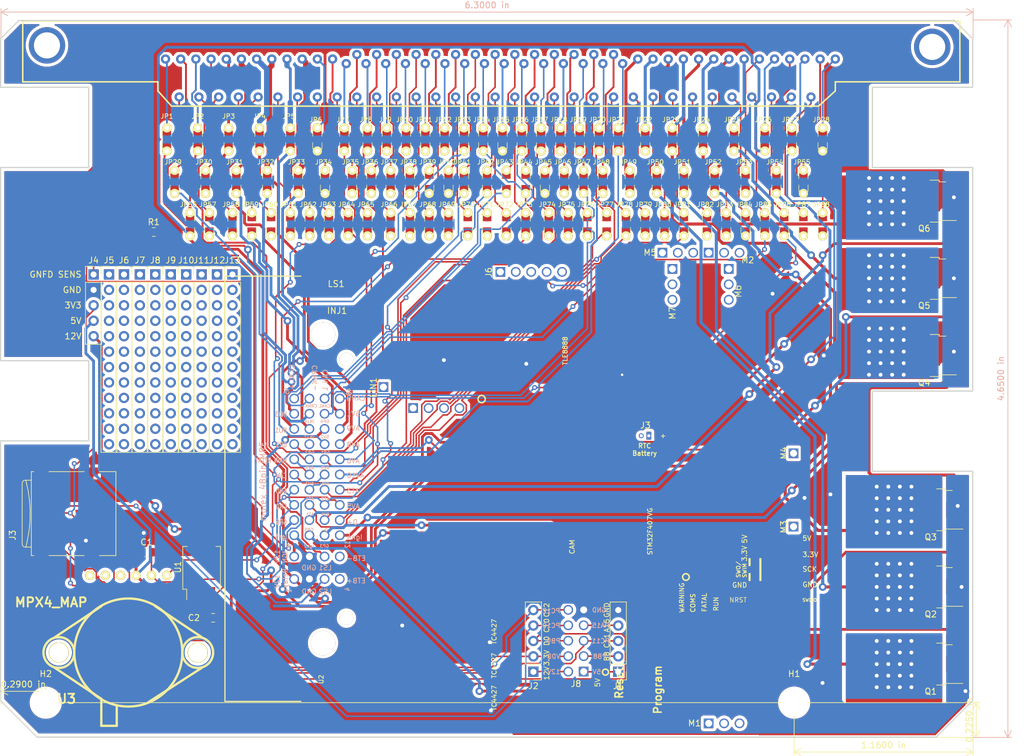
<source format=kicad_pcb>
(kicad_pcb (version 20171130) (host pcbnew "(5.1.5)-3")
  (layers (0 F.Cu signal) (31 B.Cu signal) (34 B.Paste user hide) (35 F.Paste user hide) (36 B.SilkS user) (37 F.SilkS user) (38 B.Mask user) (39 F.Mask user) (44 Edge.Cuts user))
  (net 0 "")
  (net 1 "Net-(*ref1-Pad1)")
  (net 2 "Net-(*ref1-Pad29)")
  (net 3 "Net-(*ref1-Pad2)")
  (net 4 "Net-(*ref1-Pad30)")
  (net 5 "Net-(*ref1-Pad3)")
  (net 6 "Net-(*ref1-Pad31)")
  (net 7 "Net-(*ref1-Pad4)")
  (net 8 "Net-(*ref1-Pad32)")
  (net 9 "Net-(*ref1-Pad5)")
  (net 10 "Net-(*ref1-Pad33)")
  (net 11 "Net-(*ref1-Pad6)")
  (net 12 "Net-(*ref1-Pad34)")
  (net 13 "Net-(*ref1-Pad7)")
  (net 14 "Net-(*ref1-Pad35)")
  (net 15 "Net-(*ref1-Pad8)")
  (net 16 "Net-(*ref1-Pad36)")
  (net 17 "Net-(*ref1-Pad9)")
  (net 18 "Net-(*ref1-Pad37)")
  (net 19 "Net-(*ref1-Pad10)")
  (net 20 "Net-(*ref1-Pad38)")
  (net 21 "Net-(*ref1-Pad11)")
  (net 22 "Net-(*ref1-Pad39)")
  (net 23 "Net-(*ref1-Pad12)")
  (net 24 "Net-(*ref1-Pad40)")
  (net 25 "Net-(*ref1-Pad13)")
  (net 26 "Net-(*ref1-Pad41)")
  (net 27 "Net-(*ref1-Pad14)")
  (net 28 "Net-(*ref1-Pad42)")
  (net 29 "Net-(*ref1-Pad15)")
  (net 30 "Net-(*ref1-Pad43)")
  (net 31 "Net-(*ref1-Pad16)")
  (net 32 "Net-(*ref1-Pad44)")
  (net 33 "Net-(*ref1-Pad17)")
  (net 34 "Net-(*ref1-Pad45)")
  (net 35 "Net-(*ref1-Pad18)")
  (net 36 "Net-(*ref1-Pad46)")
  (net 37 "Net-(*ref1-Pad19)")
  (net 38 "Net-(*ref1-Pad47)")
  (net 39 "Net-(*ref1-Pad20)")
  (net 40 "Net-(*ref1-Pad48)")
  (net 41 "Net-(*ref1-Pad21)")
  (net 42 "Net-(*ref1-Pad49)")
  (net 43 "Net-(*ref1-Pad22)")
  (net 44 "Net-(*ref1-Pad50)")
  (net 45 "Net-(*ref1-Pad23)")
  (net 46 "Net-(*ref1-Pad51)")
  (net 47 "Net-(*ref1-Pad24)")
  (net 48 "Net-(*ref1-Pad52)")
  (net 49 "Net-(*ref1-Pad25)")
  (net 50 "Net-(*ref1-Pad53)")
  (net 51 "Net-(*ref1-Pad26)")
  (net 52 "Net-(*ref1-Pad54)")
  (net 53 "Net-(*ref1-Pad27)")
  (net 54 "Net-(*ref1-Pad55)")
  (net 55 "Net-(*ref1-Pad28)")
  (net 56 "Net-(*ref1-Pad56)")
  (net 57 "Net-(*ref1-Pad57)")
  (net 58 "Net-(*ref1-Pad58)")
  (net 59 "Net-(*ref1-Pad59)")
  (net 60 "Net-(*ref1-Pad60)")
  (net 61 "Net-(*ref1-Pad61)")
  (net 62 "Net-(*ref1-Pad62)")
  (net 63 "Net-(*ref1-Pad63)")
  (net 64 "Net-(*ref1-Pad64)")
  (net 65 "Net-(*ref1-Pad65)")
  (net 66 "Net-(*ref1-Pad66)")
  (net 67 "Net-(*ref1-Pad67)")
  (net 68 "Net-(*ref1-Pad68)")
  (net 69 "Net-(*ref1-Pad69)")
  (net 70 "Net-(*ref1-Pad70)")
  (net 71 "Net-(*ref1-Pad71)")
  (net 72 "Net-(*ref1-Pad72)")
  (net 73 "Net-(*ref1-Pad73)")
  (net 74 "Net-(*ref1-Pad74)")
  (net 75 "Net-(*ref1-Pad75)")
  (net 76 "Net-(*ref1-Pad76)")
  (net 77 "Net-(*ref1-Pad77)")
  (net 78 "Net-(*ref1-Pad78)")
  (net 79 "Net-(*ref1-Pad79)")
  (net 80 "Net-(*ref1-Pad80)")
  (net 81 "Net-(*ref1-Pad82)")
  (net 82 "Net-(*ref1-Pad83)")
  (net 83 "Net-(*ref1-Pad84)")
  (net 84 "Net-(*ref1-Pad85)")
  (net 85 "Net-(*ref1-Pad86)")
  (net 86 "Net-(*ref1-Pad87)")
  (net 87 "Net-(*ref1-Pad88)")
  (net 88 "Net-(*ref1-Pad81)")
  (net 89 GND)
  (net 90 /IGN_1)
  (net 91 /12_MAIN_RELAY)
  (net 92 /GND_SENS)
  (net 93 /IGN_2)
  (net 94 /IGN_3)
  (net 95 /FUEL_RELAY_GP1)
  (net 96 /ICV_CLOSE_LS1)
  (net 97 /INJ5)
  (net 98 /INJ6)
  (net 99 /INJ4)
  (net 100 /P7)
  (net 101 /MIL_GP3)
  (net 102 /P9)
  (net 103 /P10)
  (net 104 /P11)
  (net 105 /P12)
  (net 106 /CRANK+)
  (net 107 /CAM)
  (net 108 /INTAKE_CHRG_VLV)
  (net 109 /P19)
  (net 110 /P20)
  (net 111 /P21)
  (net 112 /P22)
  (net 113 /COIL_4)
  (net 114 /COIL_6)
  (net 115 /COIL_5)
  (net 116 /MAIN_RELAY)
  (net 117 /IDLE_LS2)
  (net 118 /P30)
  (net 119 /INJ3)
  (net 120 /INJ2)
  (net 121 /INJ1)
  (net 122 /P35)
  (net 123 /P36)
  (net 124 /P37)
  (net 125 /P38)
  (net 126 /P42)
  (net 127 /CRANK-)
  (net 128 /ECON)
  (net 129 /P47)
  (net 130 /AC_OUT_AV10)
  (net 131 /P49)
  (net 132 /COIL_1)
  (net 133 /COIL_2)
  (net 134 /COIL_3)
  (net 135 /P53)
  (net 136 /12V_KEY)
  (net 137 /P57)
  (net 138 /P58)
  (net 139 /5V_SENS1)
  (net 140 /P60)
  (net 141 /P61)
  (net 142 /P62)
  (net 143 /P63)
  (net 144 /AC_PRESS)
  (net 145 /P66)
  (net 146 /P67)
  (net 147 /P68)
  (net 148 /KNOCK_4_5)
  (net 149 /KNOCK_1_3)
  (net 150 /P71)
  (net 151 /P72)
  (net 152 /P73)
  (net 153 /P74)
  (net 154 /P75)
  (net 155 /P76)
  (net 156 /IAT_AT2)
  (net 157 /CLT_AT1)
  (net 158 /P79)
  (net 159 /P80)
  (net 160 /P82)
  (net 161 /P83)
  (net 162 /CAN_L)
  (net 163 /CAN_H)
  (net 164 /P87)
  (net 165 /P88)
  (net 166 /IGN_4)
  (net 167 /GP6)
  (net 168 /GP5)
  (net 169 /J807_PA15)
  (net 170 /J805_PC11)
  (net 171 /J803_PB8)
  (net 172 /J801_5V)
  (net 173 /J810_PC12)
  (net 174 /J808_PC10)
  (net 175 /J806_PB9)
  (net 176 /J804_3.3V)
  (net 177 /J802_12V)
  (net 178 /BARO_AV5)
  (net 179 /NEUTRAL_IN_AT3)
  (net 180 /AC_IN_AT4)
  (net 181 /MAP_AV1)
  (net 182 /5V_SENS2)
  (net 183 /MAF_AV4)
  (net 184 /P13)
  (module Connector_PinHeader_2.54mm:PinHeader_1x12_P2.54mm_Vertical (layer F.Cu) (at 95.170001 81.915)
    (fp_text reference J6 (at 0 -2.33) (layer F.SilkS))
    (fp_text value Conn_01x12)
    (pad 1 thru_hole rect (at 0 0) (size 1.7 1.7) (drill 1) (layers *.Cu *.Mask))
    (pad 2 thru_hole oval (at 0 2.54) (size 1.7 1.7) (drill 1) (layers *.Cu *.Mask))
    (pad 3 thru_hole oval (at 0 5.08) (size 1.7 1.7) (drill 1) (layers *.Cu *.Mask))
    (pad 4 thru_hole oval (at 0 7.62) (size 1.7 1.7) (drill 1) (layers *.Cu *.Mask))
    (pad 5 thru_hole oval (at 0 10.16) (size 1.7 1.7) (drill 1) (layers *.Cu *.Mask))
    (pad 6 thru_hole oval (at 0 12.7) (size 1.7 1.7) (drill 1) (layers *.Cu *.Mask))
    (pad 7 thru_hole oval (at 0 15.24) (size 1.7 1.7) (drill 1) (layers *.Cu *.Mask))
    (pad 8 thru_hole oval (at 0 17.78) (size 1.7 1.7) (drill 1) (layers *.Cu *.Mask))
    (pad 9 thru_hole oval (at 0 20.32) (size 1.7 1.7) (drill 1) (layers *.Cu *.Mask))
    (pad 10 thru_hole oval (at 0 22.86) (size 1.7 1.7) (drill 1) (layers *.Cu *.Mask))
    (pad 11 thru_hole oval (at 0 25.4) (size 1.7 1.7) (drill 1) (layers *.Cu *.Mask))
    (pad 12 thru_hole oval (at 0 27.94) (size 1.7 1.7) (drill 1) (layers *.Cu *.Mask))
  )
  (module rusefi_lib:Molex_48_MRE_with-extras (layer F.Cu) (at 123.19 132.08 90)
    (fp_text reference U2 (at -16.4846 4.445 90) (layer F.SilkS) (effects (font (size 0.75 0.75) (thickness 0.13))))
    (fp_text value molex_48pin_MRE (at 16.1036 -5.1308 90) (layer B.SilkS))
    (fp_text user J3 (at 25.3238 57.8104) (layer F.SilkS))
    (fp_text user J6 (at 50.4952 32.0294 90) (layer F.SilkS))
    (fp_text user LIN1 (at 31.5468 13.0556 90) (layer F.SilkS))
    (fp_text user J8 (at -17.2212 46.3804) (layer F.SilkS))
    (fp_text user M3 (at 8.6106 80.5942 90) (layer F.SilkS))
    (fp_text user M4 (at 20.7772 80.6196 90) (layer F.SilkS))
    (fp_text user M6 (at 47.3964 73.0758 90) (layer F.SilkS))
    (fp_text user M7 (at 43.815 62.2554 90) (layer F.SilkS))
    (fp_text user M5 (at 53.7718 58.5724) (layer F.SilkS))
    (fp_text user M2 (at 52.5272 74.6506) (layer F.SilkS))
    (fp_text user M1 (at -23.6982 65.8876) (layer F.SilkS))
    (fp_text user "12V\nRelay" (at -1.524 -2.1336 90) (layer B.SilkS) (effects (font (size 0.8 0.8) (thickness 0.13)) (justify right mirror)))
    (fp_text user "12V\nIGN" (at 2.54 -2.1336 90) (layer B.SilkS) (effects (font (size 0.8 0.8) (thickness 0.13)) (justify right mirror)))
    (fp_text user GND (at -2.032 2.4604) (layer B.SilkS) (effects (font (size 0.8 0.8) (thickness 0.13)) (justify mirror)))
    (fp_text user CRNK+ (at 33.274 -0.3556 90) (layer B.SilkS) (effects (font (size 0.8 0.8) (thickness 0.13)) (justify mirror)))
    (fp_text user "CAN L" (at 32.766 5.1274 90) (layer B.SilkS) (effects (font (size 0.8 0.8) (thickness 0.13)) (justify mirror)))
    (fp_text user 5V1 (at 27.2415 8.558495) (layer B.SilkS) (effects (font (size 0.8 0.8) (thickness 0.13)) (justify right mirror)))
    (fp_text user AV10 (at 17.0815 8.558495) (layer B.SilkS) (effects (font (size 0.8 0.8) (thickness 0.13)) (justify right mirror)))
    (fp_text user D+ (at 9.3895 8.558495) (layer B.SilkS) (effects (font (size 0.8 0.8) (thickness 0.13)) (justify right mirror)))
    (fp_text user ETB- (at 3.429 8.558495) (layer B.SilkS) (effects (font (size 0.8 0.8) (thickness 0.13)) (justify right mirror)))
    (fp_text user INJ1 (at 24.526 -1.1131) (layer B.SilkS) (effects (font (size 0.8 0.6) (thickness 0.13)) (justify left mirror)))
    (fp_text user INJ3 (at 27.126 -1.1131) (layer B.SilkS) (effects (font (size 0.8 0.6) (thickness 0.13)) (justify left mirror)))
    (fp_text user CAM (at 5.334 45.7454 90) (layer F.SilkS) (effects (font (size 0.8 0.8) (thickness 0.13))))
    (fp_text user COMS (at -3.9116 65.6336 90) (layer F.SilkS) (effects (font (size 0.75 0.75) (thickness 0.13))))
    (fp_text user WARNING (at -3.048 63.8048 90) (layer F.SilkS) (effects (font (size 0.75 0.75) (thickness 0.13))))
    (fp_text user LS2 (at -2.032 5.1274) (layer B.SilkS) (effects (font (size 0.8 0.8) (thickness 0.13)) (justify mirror)))
    (fp_text user Ign4 (at 6.9215 8.558495) (layer B.SilkS) (effects (font (size 0.8 0.8) (thickness 0.13)) (justify right mirror)))
    (fp_text user AT3 (at 14.5415 8.558495) (layer B.SilkS) (effects (font (size 0.8 0.8) (thickness 0.13)) (justify right mirror)))
    (fp_text user AV9 (at 24.8285 8.558495) (layer B.SilkS) (effects (font (size 0.8 0.8) (thickness 0.13)) (justify right mirror)))
    (fp_text user AV8 (at 22.1615 8.558495) (layer B.SilkS) (effects (font (size 0.8 0.8) (thickness 0.13)) (justify right mirror)))
    (fp_text user AV6 (at 19.4945 8.558495) (layer B.SilkS) (effects (font (size 0.8 0.8) (thickness 0.13)) (justify right mirror)))
    (fp_text user GP3 (at 22.098 -1.1131) (layer B.SilkS) (effects (font (size 0.8 0.6) (thickness 0.13)) (justify left mirror)))
    (fp_text user "MAIN RELAY" (at 19.558 -1.1131) (layer B.SilkS) (effects (font (size 0.8 0.6) (thickness 0.13)) (justify left mirror)))
    (fp_text user CAM (at 17.033 -1.1131) (layer B.SilkS) (effects (font (size 0.8 0.6) (thickness 0.13)) (justify left mirror)))
    (fp_text user GND (at 14.478 -1.1131) (layer B.SilkS) (effects (font (size 0.8 0.6) (thickness 0.13)) (justify left mirror)))
    (fp_text user GND (at 11.953 -1.1131) (layer B.SilkS) (effects (font (size 0.8 0.6) (thickness 0.13)) (justify left mirror)))
    (fp_text user GP6 (at 9.398 -1.1131) (layer B.SilkS) (effects (font (size 0.8 0.6) (thickness 0.13)) (justify left mirror)))
    (fp_text user Ign1 (at 6.985 -1.1131) (layer B.SilkS) (effects (font (size 0.8 0.6) (thickness 0.13)) (justify left mirror)))
    (fp_text user 1 (at -1.905 -0.8636 90) (layer B.SilkS) (effects (font (size 0.8 0.6) (thickness 0.13)) (justify mirror)))
    (fp_text user 4 (at -1.651 8.7884 90) (layer B.SilkS) (effects (font (size 0.8 0.6) (thickness 0.13)) (justify mirror)))
    (fp_text user 45 (at 30.988 -1.2446 90) (layer B.SilkS) (effects (font (size 0.8 0.6) (thickness 0.13)) (justify mirror)))
    (fp_text user 48 (at 30.861 9.0424 90) (layer B.SilkS) (effects (font (size 0.8 0.6) (thickness 0.13)) (justify mirror)))
    (fp_text user 9 (at 5.588 -0.8636 90) (layer B.SilkS) (effects (font (size 0.8 0.6) (thickness 0.13)) (justify mirror)))
    (fp_text user 12 (at 5.715 8.7884 90) (layer B.SilkS) (effects (font (size 0.8 0.6) (thickness 0.13)) (justify mirror)))
    (fp_text user SWDIO (at -3.429 83.5914) (layer F.SilkS) (effects (font (size 0.508 0.508) (thickness 0.1016)) (justify left)))
    (fp_text user GND (at -0.889 83.5914) (layer F.SilkS) (effects (font (size 0.8 0.8) (thickness 0.13)) (justify left)))
    (fp_text user SCK (at 1.651 83.5914) (layer F.SilkS) (effects (font (size 0.8 0.8) (thickness 0.13)) (justify left)))
    (fp_text user 3.3V (at 4.064 83.5914) (layer F.SilkS) (effects (font (size 0.8 0.8) (thickness 0.13)) (justify left)))
    (fp_text user 5V (at 6.731 83.5914) (layer F.SilkS) (effects (font (size 0.8 0.8) (thickness 0.13)) (justify left)))
    (fp_text user NRST (at -3.429 74.5744) (layer F.SilkS) (effects (font (size 0.762 0.762) (thickness 0.1016)) (justify right)))
    (fp_text user GND (at -0.9652 74.6252) (layer F.SilkS) (effects (font (size 0.8 0.8) (thickness 0.13)) (justify right)))
    (fp_text user Ign2 (at 5.461 2.4384) (layer B.SilkS) (effects (font (size 0.508 0.508) (thickness 0.1016)) (justify mirror)))
    (fp_text user GP5 (at 8.128 2.4384) (layer B.SilkS) (effects (font (size 0.508 0.508) (thickness 0.1016)) (justify mirror)))
    (fp_text user GND (at 1.8796 2.4384) (layer B.SilkS) (effects (font (size 0.8 0.8) (thickness 0.127)) (justify mirror)))
    (fp_text user AT1 (at 10.668 2.5654) (layer B.SilkS) (effects (font (size 0.508 0.508) (thickness 0.1016)) (justify mirror)))
    (fp_text user AT4 (at 13.208 2.5654) (layer B.SilkS) (effects (font (size 0.508 0.508) (thickness 0.1016)) (justify mirror)))
    (fp_text user AV2 (at 15.748 2.5654) (layer B.SilkS) (effects (font (size 0.508 0.508) (thickness 0.1016)) (justify mirror)))
    (fp_text user AV7 (at 18.288 2.5654) (layer B.SilkS) (effects (font (size 0.508 0.508) (thickness 0.1016)) (justify mirror)))
    (fp_text user GP2 (at 20.8915 2.5654) (layer B.SilkS) (effects (font (size 0.508 0.508) (thickness 0.1016)) (justify mirror)))
    (fp_text user INJ2 (at 23.4315 2.5019) (layer B.SilkS) (effects (font (size 0.508 0.508) (thickness 0.1016)) (justify mirror)))
    (fp_text user INJ4 (at 25.9715 2.5019) (layer B.SilkS) (effects (font (size 0.508 0.508) (thickness 0.1016)) (justify mirror)))
    (fp_text user GP3 (at 5.461 4.9784) (layer B.SilkS) (effects (font (size 0.508 0.508) (thickness 0.1016)) (justify mirror)))
    (fp_text user D- (at 8.128 4.9784) (layer B.SilkS) (effects (font (size 0.508 0.508) (thickness 0.1016)) (justify mirror)))
    (fp_text user LS1 (at 1.8796 5.1054) (layer B.SilkS) (effects (font (size 0.8 0.8) (thickness 0.127)) (justify mirror)))
    (fp_text user AV4 (at 10.668 5.1054) (layer B.SilkS) (effects (font (size 0.508 0.508) (thickness 0.1016)) (justify mirror)))
    (fp_text user AT2 (at 13.208 5.1054) (layer B.SilkS) (effects (font (size 0.508 0.508) (thickness 0.1016)) (justify mirror)))
    (fp_text user AV1 (at 15.748 5.1054) (layer B.SilkS) (effects (font (size 0.508 0.508) (thickness 0.1016)) (justify mirror)))
    (fp_text user AV3 (at 18.288 5.1054) (layer B.SilkS) (effects (font (size 0.508 0.508) (thickness 0.1016)) (justify mirror)))
    (fp_text user GP1 (at 20.8915 5.1054) (layer B.SilkS) (effects (font (size 0.508 0.508) (thickness 0.1016)) (justify mirror)))
    (fp_text user 5V2 (at 23.4315 5.0419) (layer B.SilkS) (effects (font (size 0.508 0.508) (thickness 0.1016)) (justify mirror)))
    (fp_text user GP4 (at 25.9715 5.0419) (layer B.SilkS) (effects (font (size 0.508 0.508) (thickness 0.1016)) (justify mirror)))
    (fp_text user AV5 (at 12.0015 8.558495) (layer B.SilkS) (effects (font (size 0.8 0.8) (thickness 0.13)) (justify right mirror)))
    (fp_text user CANL (at 28.5115 4.9911) (layer B.SilkS) (effects (font (size 0.508 0.508) (thickness 0.1016)) (justify mirror)))
    (fp_text user CRNK- (at 28.5115 2.4511) (layer B.SilkS) (effects (font (size 0.508 0.508) (thickness 0.1016)) (justify mirror)))
    (fp_text user CANH (at 29.7815 8.507695) (layer B.SilkS) (effects (font (size 0.8 0.8) (thickness 0.13)) (justify right mirror)))
    (fp_text user CRNK- (at 33.147 3.3909 90) (layer B.SilkS) (effects (font (size 0.8 0.8) (thickness 0.13)) (justify mirror)))
    (fp_text user ETB+ (at -0.254 10.1854) (layer B.SilkS) (effects (font (size 0.8 0.8) (thickness 0.13)) (justify mirror)))
    (fp_text user "RTC\nBattery\n" (at 21.336 57.6834) (layer F.SilkS) (effects (font (size 0.762 0.762) (thickness 0.1524))))
    (fp_text user + (at 23.5585 60.6679 90) (layer F.SilkS) (effects (font (size 0.75 0.75) (thickness 0.13))))
    (fp_text user STM32F407VG (at 7.874 58.5724 90) (layer F.SilkS) (effects (font (size 0.75 0.75) (thickness 0.13))))
    (fp_text user TLE8888 (at 37.592 44.6024 90) (layer F.SilkS) (effects (font (size 0.75 0.75) (thickness 0.13))))
    (fp_text user TC4427 (at -19.558 32.9184 90) (layer F.SilkS) (effects (font (size 0.75 0.75) (thickness 0.13))))
    (fp_text user TC4427 (at -14.224 32.9184 90) (layer F.SilkS) (effects (font (size 0.75 0.75) (thickness 0.13))))
    (fp_text user TC4427 (at -8.636 32.9184 90) (layer F.SilkS) (effects (font (size 0.75 0.75) (thickness 0.13))))
    (fp_text user 12V (at -15.494 41.5544 90) (layer F.SilkS) (effects (font (size 0.8128 0.8128) (thickness 0.127))))
    (fp_text user 3.3V (at -12.954 41.5544 90) (layer F.SilkS) (effects (font (size 0.8128 0.8128) (thickness 0.127))))
    (fp_text user 5V (at -17.018 49.9364 90) (layer F.SilkS) (effects (font (size 0.8128 0.8128) (thickness 0.127))))
    (fp_text user GND (at -5.08 51.4604 90) (layer F.SilkS) (effects (font (size 0.8128 0.8128) (thickness 0.127))))
    (fp_text user A15 (at -7.62 51.4604 90) (layer F.SilkS) (effects (font (size 0.8128 0.8128) (thickness 0.127))))
    (fp_text user D0 (at -10.16 41.5544 90) (layer F.SilkS) (effects (font (size 0.8128 0.8128) (thickness 0.127))))
    (fp_text user C10 (at -7.62 41.5544 90) (layer F.SilkS) (effects (font (size 0.8128 0.8128) (thickness 0.127))))
    (fp_text user C12 (at -5.08 41.5544 90) (layer F.SilkS) (effects (font (size 0.8128 0.8128) (thickness 0.127))))
    (fp_text user C11 (at -10.16 51.4604 90) (layer F.SilkS) (effects (font (size 0.8128 0.8128) (thickness 0.127))))
    (fp_text user B8 (at -12.7 51.4604 90) (layer F.SilkS) (effects (font (size 0.8128 0.8128) (thickness 0.127))))
    (fp_text user LS1 (at 48.6156 6.9088) (layer F.SilkS) (effects (font (size 1.016 1.016) (thickness 0.1524))))
    (fp_text user 12V (at -15.24 42.6974 180) (layer B.SilkS) (effects (font (size 0.75 0.75) (thickness 0.13)) (justify mirror)))
    (fp_text user VDD (at -12.7 42.6974 180) (layer B.SilkS) (effects (font (size 0.75 0.75) (thickness 0.13)) (justify mirror)))
    (fp_text user PB9 (at -10.16 42.6974 180) (layer B.SilkS) (effects (font (size 0.75 0.75) (thickness 0.13)) (justify mirror)))
    (fp_text user PC10 (at -7.62 42.3164 180) (layer B.SilkS) (effects (font (size 0.75 0.75) (thickness 0.13)) (justify mirror)))
    (fp_text user PC12 (at -5.207 42.3164 180) (layer B.SilkS) (effects (font (size 0.75 0.75) (thickness 0.13)) (justify mirror)))
    (fp_text user PA15 (at -7.62 50.4444 180) (layer B.SilkS) (effects (font (size 0.75 0.75) (thickness 0.13)) (justify mirror)))
    (fp_text user PB8 (at -12.7 50.3174 180) (layer B.SilkS) (effects (font (size 0.75 0.75) (thickness 0.13)) (justify mirror)))
    (fp_text user PC11 (at -10.16 50.4444 180) (layer B.SilkS) (effects (font (size 0.75 0.75) (thickness 0.13)) (justify mirror)))
    (fp_text user 5V (at -15.24 49.8094 180) (layer B.SilkS) (effects (font (size 0.75 0.75) (thickness 0.13)) (justify mirror)))
    (fp_text user GND (at -5.08 50.1904 180) (layer B.SilkS) (effects (font (size 0.75 0.75) (thickness 0.13)) (justify mirror)))
    (fp_text user 5V (at 5.8166 74.1426 90) (layer F.SilkS) (effects (font (size 0.8 0.8) (thickness 0.13)) (justify left)))
    (fp_text user 3.3V (at 2.8448 74.1172 90) (layer F.SilkS) (effects (font (size 0.8 0.8) (thickness 0.13)) (justify left)))
    (fp_text user "SWO/\nSWIM" (at 0.1778 73.6346 90) (layer F.SilkS) (effects (font (size 0.635 0.635) (thickness 0.127)) (justify left)))
    (fp_text user FATAL (at -3.81 67.5132 90) (layer F.SilkS) (effects (font (size 0.75 0.75) (thickness 0.13))))
    (fp_text user RUN (at -4.064 69.4436 90) (layer F.SilkS) (effects (font (size 0.75 0.75) (thickness 0.13))))
    (fp_text user Reset (at -17.0688 53.4924 90) (layer F.SilkS) (effects (font (size 1.27 1.27) (thickness 0.254))))
    (fp_text user Program (at -18.1864 59.8424 90) (layer F.SilkS) (effects (font (size 1.27 1.27) (thickness 0.254))))
    (fp_text user INJ1 (at 44.196 7.0612) (layer F.SilkS) (effects (font (size 1.016 1.016) (thickness 0.1524))))
    (pad J51 thru_hole rect (at 28.1686 19.580809) (size 1.6 1.6) (drill 1.15) (layers *.Cu *.Mask))
    (pad J54 thru_hole circle (at 28.1686 27.200809) (size 1.6 1.6) (drill 1.15) (layers *.Cu *.Mask))
    (pad J52 thru_hole circle (at 28.1686 22.120809) (size 1.6 1.6) (drill 1.15) (layers *.Cu *.Mask))
    (pad J53 thru_hole circle (at 28.1686 24.660809) (size 1.6 1.6) (drill 1.15) (layers *.Cu *.Mask))
    (pad LIN1 thru_hole rect (at 31.623 14.6812) (size 1.6 1.6) (drill 1.15) (layers *.Cu *.Mask))
    (pad J32 thru_hole circle (at 23.622 57.1246) (size 0.8 1.3) (drill 0.5) (layers *.Cu *.Mask))
    (pad J31 thru_hole rect (at 23.622 58.3692) (size 0.8 1.3) (drill 0.5) (layers *.Cu *.Mask))
    (pad J810 thru_hole circle (at -5.0419 45.1104) (size 1.6 1.6) (drill 1.15) (layers *.Cu *.Mask) (net 173 /J810_PC12))
    (pad J808 thru_hole circle (at -7.5819 45.1104) (size 1.6 1.6) (drill 1.15) (layers *.Cu *.Mask) (net 174 /J808_PC10))
    (pad J806 thru_hole circle (at -10.1219 45.1104) (size 1.6 1.6) (drill 1.15) (layers *.Cu *.Mask) (net 175 /J806_PB9))
    (pad J804 thru_hole circle (at -12.6619 45.1104) (size 1.6 1.6) (drill 1.15) (layers *.Cu *.Mask) (net 176 /J804_3.3V))
    (pad J802 thru_hole circle (at -15.2019 45.1104) (size 1.6 1.6) (drill 1.15) (layers *.Cu *.Mask) (net 177 /J802_12V))
    (pad J809 thru_hole circle (at -5.0419 47.6504) (size 1.6 1.6) (drill 1.15) (layers *.Cu *.Mask) (net 89 GND))
    (pad J807 thru_hole circle (at -7.5819 47.6504) (size 1.6 1.6) (drill 1.15) (layers *.Cu *.Mask) (net 169 /J807_PA15))
    (pad J805 thru_hole circle (at -10.1219 47.6504) (size 1.6 1.6) (drill 1.15) (layers *.Cu *.Mask) (net 170 /J805_PC11))
    (pad J803 thru_hole circle (at -12.6619 47.6504) (size 1.6 1.6) (drill 1.15) (layers *.Cu *.Mask) (net 171 /J803_PB8))
    (pad J801 thru_hole rect (at -15.2019 47.6504) (size 1.6 1.6) (drill 1.15) (layers *.Cu *.Mask) (net 172 /J801_5V))
    (pad J65 thru_hole circle (at 50.59045 44.0944) (size 1.6 1.6) (drill 1.15) (layers *.Cu *.Mask))
    (pad J64 thru_hole circle (at 50.59045 41.5544) (size 1.6 1.6) (drill 1.15) (layers *.Cu *.Mask))
    (pad J63 thru_hole circle (at 50.59045 39.0144) (size 1.6 1.6) (drill 1.15) (layers *.Cu *.Mask))
    (pad J62 thru_hole circle (at 50.59045 36.4744) (size 1.6 1.6) (drill 1.15) (layers *.Cu *.Mask))
    (pad J61 thru_hole rect (at 50.59045 33.9344) (size 1.6 1.6) (drill 1.15) (layers *.Cu *.Mask))
    (pad M73 thru_hole circle (at 45.9994 62.2554) (size 1.6 1.6) (drill 1.15) (layers *.Cu *.Mask))
    (pad M72 thru_hole circle (at 48.5394 62.2554) (size 1.6 1.6) (drill 1.15) (layers *.Cu *.Mask))
    (pad M71 thru_hole rect (at 51.0794 62.2554) (size 1.6 1.6) (drill 1.15) (layers *.Cu *.Mask))
    (pad M63 thru_hole circle (at 45.9994 71.5264) (size 1.6 1.6) (drill 1.15) (layers *.Cu *.Mask))
    (pad M62 thru_hole circle (at 48.5394 71.5264) (size 1.6 1.6) (drill 1.15) (layers *.Cu *.Mask))
    (pad M61 thru_hole rect (at 51.0794 71.5264) (size 1.6 1.6) (drill 1.15) (layers *.Cu *.Mask))
    (pad M53 thru_hole circle (at 53.7464 65.6844) (size 1.6 1.6) (drill 1.15) (layers *.Cu *.Mask))
    (pad M52 thru_hole circle (at 53.7464 63.1444) (size 1.6 1.6) (drill 1.15) (layers *.Cu *.Mask))
    (pad M51 thru_hole rect (at 53.7464 60.6044) (size 1.6 1.6) (drill 1.15) (layers *.Cu *.Mask))
    (pad M23 thru_hole circle (at 53.7464 73.3044) (size 1.6 1.6) (drill 1.15) (layers *.Cu *.Mask))
    (pad M22 thru_hole circle (at 53.7464 70.7644) (size 1.6 1.6) (drill 1.15) (layers *.Cu *.Mask))
    (pad M21 thru_hole rect (at 53.7464 68.2244) (size 1.6 1.6) (drill 1.15) (layers *.Cu *.Mask))
    (pad M4 thru_hole rect (at 20.7264 82.1944) (size 1.6 1.6) (drill 1.15) (layers *.Cu *.Mask))
    (pad M3 thru_hole rect (at 8.6614 82.1944) (size 1.6 1.6) (drill 1.15) (layers *.Cu *.Mask))
    (pad M13 thru_hole circle (at -23.7236 73.3044) (size 1.6 1.6) (drill 1.15) (layers *.Cu *.Mask))
    (pad M12 thru_hole circle (at -23.7236 70.7644) (size 1.6 1.6) (drill 1.15) (layers *.Cu *.Mask))
    (pad M11 thru_hole rect (at -23.7236 68.2244) (size 1.6 1.6) (drill 1.15) (layers *.Cu *.Mask))
    (pad "" thru_hole circle (at 36.1892 8.6026) (size 2.2 2.2) (drill 2.2) (layers *.Cu *.Mask F.SilkS))
    (pad "" thru_hole circle (at -6.4108 8.6026) (size 2.2 2.2) (drill 2.2) (layers *.Cu *.Mask F.SilkS))
    (pad "" thru_hole circle (at 40.2892 4.7526) (size 4 4) (drill 4) (layers *.Cu *.Mask F.SilkS))
    (pad "" thru_hole circle (at -10.5108 4.7526) (size 4 4) (drill 4) (layers *.Cu *.Mask F.SilkS))
    (pad 4 thru_hole circle (at 0.0392 7.5026) (size 1.6 1.6) (drill 1.15) (layers *.Cu *.Mask))
    (pad 3 thru_hole circle (at 0.0392 5.0026) (size 1.6 1.6) (drill 1.15) (layers *.Cu *.Mask) (net 117 /IDLE_LS2))
    (pad 2 thru_hole circle (at 0.0392 2.5026) (size 1.6 1.6) (drill 1.15) (layers *.Cu *.Mask) (net 89 GND))
    (pad 1 thru_hole circle (at 0.0392 0.0026) (size 1.6 1.6) (drill 1.15) (layers *.Cu *.Mask) (net 91 /12_MAIN_RELAY))
    (pad 8 thru_hole circle (at 3.7392 7.5026) (size 1.6 1.6) (drill 1.15) (layers *.Cu *.Mask))
    (pad 7 thru_hole circle (at 3.7392 5.0026) (size 1.6 1.6) (drill 1.15) (layers *.Cu *.Mask) (net 96 /ICV_CLOSE_LS1))
    (pad 6 thru_hole circle (at 3.7392 2.5026) (size 1.6 1.6) (drill 1.15) (layers *.Cu *.Mask) (net 89 GND))
    (pad 5 thru_hole circle (at 3.7392 0.0026) (size 1.6 1.6) (drill 1.15) (layers *.Cu *.Mask) (net 136 /12V_KEY))
    (pad 12 thru_hole circle (at 7.2392 7.5026) (size 1.6 1.6) (drill 1.15) (layers *.Cu *.Mask) (net 166 /IGN_4))
    (pad 11 thru_hole circle (at 7.2392 5.0026) (size 1.6 1.6) (drill 1.15) (layers *.Cu *.Mask) (net 94 /IGN_3))
    (pad 10 thru_hole circle (at 7.2392 2.5026) (size 1.6 1.6) (drill 1.15) (layers *.Cu *.Mask) (net 93 /IGN_2))
    (pad 9 thru_hole circle (at 7.2392 0.0026) (size 1.6 1.6) (drill 1.15) (layers *.Cu *.Mask) (net 90 /IGN_1))
    (pad 16 thru_hole circle (at 9.7392 7.5026) (size 1.6 1.6) (drill 1.15) (layers *.Cu *.Mask) (net 110 /P20))
    (pad 15 thru_hole circle (at 9.7392 5.0026) (size 1.6 1.6) (drill 1.15) (layers *.Cu *.Mask) (net 111 /P21))
    (pad 14 thru_hole circle (at 9.7392 2.5026) (size 1.6 1.6) (drill 1.15) (layers *.Cu *.Mask) (net 168 /GP5))
    (pad 13 thru_hole circle (at 9.7392 0.0026) (size 1.6 1.6) (drill 1.15) (layers *.Cu *.Mask) (net 167 /GP6))
    (pad 20 thru_hole circle (at 12.2392 7.5026) (size 1.6 1.6) (drill 1.15) (layers *.Cu *.Mask) (net 178 /BARO_AV5))
    (pad 19 thru_hole circle (at 12.2392 5.0026) (size 1.6 1.6) (drill 1.15) (layers *.Cu *.Mask) (net 183 /MAF_AV4))
    (pad 18 thru_hole circle (at 12.2392 2.5026) (size 1.6 1.6) (drill 1.15) (layers *.Cu *.Mask) (net 157 /CLT_AT1))
    (pad 17 thru_hole circle (at 12.2392 0.0026) (size 1.6 1.6) (drill 1.15) (layers *.Cu *.Mask) (net 92 /GND_SENS))
    (pad 24 thru_hole circle (at 14.7392 7.5026) (size 1.6 1.6) (drill 1.15) (layers *.Cu *.Mask) (net 179 /NEUTRAL_IN_AT3))
    (pad 23 thru_hole circle (at 14.7392 5.0026) (size 1.6 1.6) (drill 1.15) (layers *.Cu *.Mask) (net 156 /IAT_AT2))
    (pad 22 thru_hole circle (at 14.7392 2.5026) (size 1.6 1.6) (drill 1.15) (layers *.Cu *.Mask) (net 180 /AC_IN_AT4))
    (pad 21 thru_hole circle (at 14.7392 0.0026) (size 1.6 1.6) (drill 1.15) (layers *.Cu *.Mask) (net 92 /GND_SENS))
    (pad 28 thru_hole circle (at 17.2392 7.5026) (size 1.6 1.6) (drill 1.15) (layers *.Cu *.Mask) (net 130 /AC_OUT_AV10))
    (pad 27 thru_hole circle (at 17.2392 5.0026) (size 1.6 1.6) (drill 1.15) (layers *.Cu *.Mask) (net 181 /MAP_AV1))
    (pad 26 thru_hole circle (at 17.2392 2.5026) (size 1.6 1.6) (drill 1.15) (layers *.Cu *.Mask) (net 152 /P73))
    (pad 25 thru_hole circle (at 17.2392 0.0026) (size 1.6 1.6) (drill 1.15) (layers *.Cu *.Mask) (net 107 /CAM))
    (pad 32 thru_hole circle (at 19.7392 7.5026) (size 1.6 1.6) (drill 1.15) (layers *.Cu *.Mask) (net 184 /P13))
    (pad 31 thru_hole circle (at 19.7392 5.0026) (size 1.6 1.6) (drill 1.15) (layers *.Cu *.Mask) (net 126 /P42))
    (pad 30 thru_hole circle (at 19.7392 2.5026) (size 1.6 1.6) (drill 1.15) (layers *.Cu *.Mask) (net 100 /P7))
    (pad 29 thru_hole circle (at 19.7392 0.0026) (size 1.6 1.6) (drill 1.15) (layers *.Cu *.Mask) (net 116 /MAIN_RELAY))
    (pad 36 thru_hole circle (at 22.2392 7.5026) (size 1.6 1.6) (drill 1.15) (layers *.Cu *.Mask) (net 98 /INJ6))
    (pad 35 thru_hole circle (at 22.2392 5.0026) (size 1.6 1.6) (drill 1.15) (layers *.Cu *.Mask) (net 95 /FUEL_RELAY_GP1))
    (pad 34 thru_hole circle (at 22.2392 2.5026) (size 1.6 1.6) (drill 1.15) (layers *.Cu *.Mask))
    (pad 33 thru_hole circle (at 22.2392 0.0026) (size 1.6 1.6) (drill 1.15) (layers *.Cu *.Mask) (net 101 /MIL_GP3))
    (pad 40 thru_hole circle (at 24.7392 7.5026) (size 1.6 1.6) (drill 1.15) (layers *.Cu *.Mask) (net 97 /INJ5))
    (pad 39 thru_hole circle (at 24.7392 5.0026) (size 1.6 1.6) (drill 1.15) (layers *.Cu *.Mask) (net 182 /5V_SENS2))
    (pad 38 thru_hole circle (at 24.7392 2.5026) (size 1.6 1.6) (drill 1.15) (layers *.Cu *.Mask) (net 120 /INJ2))
    (pad 37 thru_hole circle (at 24.7392 0.0026) (size 1.6 1.6) (drill 1.15) (layers *.Cu *.Mask) (net 121 /INJ1))
    (pad 44 thru_hole circle (at 27.2392 7.5026) (size 1.6 1.6) (drill 1.15) (layers *.Cu *.Mask) (net 139 /5V_SENS1))
    (pad 43 thru_hole circle (at 27.2392 5.0026) (size 1.6 1.6) (drill 1.15) (layers *.Cu *.Mask) (net 129 /P47))
    (pad 42 thru_hole circle (at 27.2392 2.5026) (size 1.6 1.6) (drill 1.15) (layers *.Cu *.Mask) (net 99 /INJ4))
    (pad 41 thru_hole circle (at 27.2392 0.0026) (size 1.6 1.6) (drill 1.15) (layers *.Cu *.Mask) (net 119 /INJ3))
    (pad 48 thru_hole circle (at 29.7392 7.5026) (size 1.6 1.6) (drill 1.15) (layers *.Cu *.Mask) (net 163 /CAN_H))
    (pad 47 thru_hole circle (at 29.7392 5.0026) (size 1.6 1.6) (drill 1.15) (layers *.Cu *.Mask) (net 162 /CAN_L))
    (pad 46 thru_hole circle (at 29.7392 2.5026) (size 1.6 1.6) (drill 1.15) (layers *.Cu *.Mask) (net 127 /CRANK-))
    (pad 45 thru_hole circle (at 29.7392 0.0026) (size 1.6 1.6) (drill 1.15) (layers *.Cu *.Mask) (net 106 /CRANK+))
  )
  (module Connector_PinHeader_2.54mm:PinHeader_1x05_P2.54mm_Vertical (layer F.Cu) (at 162.56 147.32 180)
    (fp_text reference J2 (at 0 -2.33) (layer F.SilkS))
    (fp_text value Conn_01x05)
    (pad 5 thru_hole oval (at 0 10.16 180) (size 1.7 1.7) (drill 1) (layers *.Cu *.Mask) (net 173 /J810_PC12))
    (pad 4 thru_hole oval (at 0 7.62 180) (size 1.7 1.7) (drill 1) (layers *.Cu *.Mask) (net 174 /J808_PC10))
    (pad 3 thru_hole oval (at 0 5.08 180) (size 1.7 1.7) (drill 1) (layers *.Cu *.Mask) (net 175 /J806_PB9))
    (pad 2 thru_hole oval (at 0 2.54 180) (size 1.7 1.7) (drill 1) (layers *.Cu *.Mask) (net 176 /J804_3.3V))
    (pad 1 thru_hole rect (at 0 0 180) (size 1.7 1.7) (drill 1) (layers *.Cu *.Mask) (net 177 /J802_12V))
  )
  (module Connector_PinHeader_2.54mm:PinHeader_1x05_P2.54mm_Vertical (layer F.Cu) (at 176.53 147.32 180)
    (fp_text reference J1 (at 0 -2.33) (layer F.SilkS))
    (fp_text value Conn_01x05)
    (pad 5 thru_hole oval (at 0 10.16 180) (size 1.7 1.7) (drill 1) (layers *.Cu *.Mask) (net 89 GND))
    (pad 4 thru_hole oval (at 0 7.62 180) (size 1.7 1.7) (drill 1) (layers *.Cu *.Mask) (net 169 /J807_PA15))
    (pad 3 thru_hole oval (at 0 5.08 180) (size 1.7 1.7) (drill 1) (layers *.Cu *.Mask) (net 170 /J805_PC11))
    (pad 2 thru_hole oval (at 0 2.54 180) (size 1.7 1.7) (drill 1) (layers *.Cu *.Mask) (net 171 /J803_PB8))
    (pad 1 thru_hole rect (at 0 0 180) (size 1.7 1.7) (drill 1) (layers *.Cu *.Mask) (net 172 /J801_5V))
  )
  (module rusefi_lib:SM0805_jumper (layer F.Cu) (at 117.475 59.69 270)
    (fp_text reference JP4 (at -3.81 0) (layer F.SilkS) (effects (font (size 0.762 0.762) (thickness 0.127))))
    (fp_text value Jumper_2_Open hide)
    (pad 1 smd rect (at -1.27 0 270) (size 1.524 0.2032) (layers F.Cu F.Paste F.Mask) (net 7 "Net-(*ref1-Pad4)"))
    (pad 2 smd rect (at 1.27 0 270) (size 1.524 0.2032) (layers F.Cu F.Paste F.Mask) (net 98 /INJ6))
    (pad 1 thru_hole circle (at -1.905 0 270) (size 1.524 1.524) (drill 0.8128) (layers *.Cu *.Mask F.SilkS) (net 7 "Net-(*ref1-Pad4)"))
    (pad 2 thru_hole circle (at 1.905 0 270) (size 1.524 1.524) (drill 0.8128) (layers *.Cu *.Mask F.SilkS) (net 98 /INJ6))
    (pad 2 smd rect (at 0.9525 0 270) (size 0.889 1.397) (layers F.Cu F.Paste F.Mask) (net 98 /INJ6))
    (pad 1 smd rect (at -0.9525 0 270) (size 0.889 1.397) (layers F.Cu F.Paste F.Mask) (net 7 "Net-(*ref1-Pad4)"))
  )
  (module rusefi_lib:SM0805_jumper (layer F.Cu) (at 112.395 59.69 270)
    (fp_text reference JP3 (at -3.81 0) (layer F.SilkS) (effects (font (size 0.762 0.762) (thickness 0.127))))
    (fp_text value Jumper_2_Open hide)
    (pad 1 smd rect (at -1.27 0 270) (size 1.524 0.2032) (layers F.Cu F.Paste F.Mask) (net 5 "Net-(*ref1-Pad3)"))
    (pad 2 smd rect (at 1.27 0 270) (size 1.524 0.2032) (layers F.Cu F.Paste F.Mask) (net 97 /INJ5))
    (pad 1 thru_hole circle (at -1.905 0 270) (size 1.524 1.524) (drill 0.8128) (layers *.Cu *.Mask F.SilkS) (net 5 "Net-(*ref1-Pad3)"))
    (pad 2 thru_hole circle (at 1.905 0 270) (size 1.524 1.524) (drill 0.8128) (layers *.Cu *.Mask F.SilkS) (net 97 /INJ5))
    (pad 2 smd rect (at 0.9525 0 270) (size 0.889 1.397) (layers F.Cu F.Paste F.Mask) (net 97 /INJ5))
    (pad 1 smd rect (at -0.9525 0 270) (size 0.889 1.397) (layers F.Cu F.Paste F.Mask) (net 5 "Net-(*ref1-Pad3)"))
  )
  (module rusefi_lib:SM0805_jumper (layer F.Cu) (at 107.315 59.69 270)
    (fp_text reference JP2 (at -3.81 0) (layer F.SilkS) (effects (font (size 0.762 0.762) (thickness 0.127))))
    (fp_text value Jumper_2_Open hide)
    (pad 1 smd rect (at -1.27 0 270) (size 1.524 0.2032) (layers F.Cu F.Paste F.Mask) (net 3 "Net-(*ref1-Pad2)"))
    (pad 2 smd rect (at 1.27 0 270) (size 1.524 0.2032) (layers F.Cu F.Paste F.Mask) (net 96 /ICV_CLOSE_LS1))
    (pad 1 thru_hole circle (at -1.905 0 270) (size 1.524 1.524) (drill 0.8128) (layers *.Cu *.Mask F.SilkS) (net 3 "Net-(*ref1-Pad2)"))
    (pad 2 thru_hole circle (at 1.905 0 270) (size 1.524 1.524) (drill 0.8128) (layers *.Cu *.Mask F.SilkS) (net 96 /ICV_CLOSE_LS1))
    (pad 2 smd rect (at 0.9525 0 270) (size 0.889 1.397) (layers F.Cu F.Paste F.Mask) (net 96 /ICV_CLOSE_LS1))
    (pad 1 smd rect (at -0.9525 0 270) (size 0.889 1.397) (layers F.Cu F.Paste F.Mask) (net 3 "Net-(*ref1-Pad2)"))
  )
  (module rusefi_lib:SM0805_jumper (layer F.Cu) (at 102.235 59.69 270)
    (fp_text reference JP1 (at -3.81 0) (layer F.SilkS) (effects (font (size 0.762 0.762) (thickness 0.127))))
    (fp_text value Jumper_2_Open hide)
    (pad 1 smd rect (at -1.27 0 270) (size 1.524 0.2032) (layers F.Cu F.Paste F.Mask) (net 1 "Net-(*ref1-Pad1)"))
    (pad 2 smd rect (at 1.27 0 270) (size 1.524 0.2032) (layers F.Cu F.Paste F.Mask) (net 95 /FUEL_RELAY_GP1))
    (pad 1 thru_hole circle (at -1.905 0 270) (size 1.524 1.524) (drill 0.8128) (layers *.Cu *.Mask F.SilkS) (net 1 "Net-(*ref1-Pad1)"))
    (pad 2 thru_hole circle (at 1.905 0 270) (size 1.524 1.524) (drill 0.8128) (layers *.Cu *.Mask F.SilkS) (net 95 /FUEL_RELAY_GP1))
    (pad 2 smd rect (at 0.9525 0 270) (size 0.889 1.397) (layers F.Cu F.Paste F.Mask) (net 95 /FUEL_RELAY_GP1))
    (pad 1 smd rect (at -0.9525 0 270) (size 0.889 1.397) (layers F.Cu F.Paste F.Mask) (net 1 "Net-(*ref1-Pad1)"))
  )
  (module Motronic_88pin:88pin_STS_2 (layer F.Cu) (at 102.0064 46.4566)
    (fp_text reference *ref1 hide)
    (fp_text value Motronic_88pin hide)
    (pad "" thru_hole circle (at -19.51 -2.25 180) (size 6 6) (drill 4.3) (layers *.Cu *.Mask))
    (pad "" thru_hole circle (at 126.2 -2 180) (size 6 6) (drill 4.3) (layers *.Cu *.Mask))
    (pad 1 thru_hole circle (at 0 0 180) (size 1.524 1.524) (drill 0.762) (layers *.Cu *.Mask) (net 1 "Net-(*ref1-Pad1)"))
    (pad 29 thru_hole circle (at 2.5 0 180) (size 1.524 1.524) (drill 0.762) (layers *.Cu *.Mask) (net 2 "Net-(*ref1-Pad29)"))
    (pad 2 thru_hole circle (at 5 0 180) (size 1.524 1.524) (drill 0.762) (layers *.Cu *.Mask) (net 3 "Net-(*ref1-Pad2)"))
    (pad 30 thru_hole circle (at 7.5 0 180) (size 1.524 1.524) (drill 0.762) (layers *.Cu *.Mask) (net 4 "Net-(*ref1-Pad30)"))
    (pad 3 thru_hole circle (at 10 0 180) (size 1.524 1.524) (drill 0.762) (layers *.Cu *.Mask) (net 5 "Net-(*ref1-Pad3)"))
    (pad 31 thru_hole circle (at 12.5 0 180) (size 1.524 1.524) (drill 0.762) (layers *.Cu *.Mask) (net 6 "Net-(*ref1-Pad31)"))
    (pad 4 thru_hole circle (at 15 0 180) (size 1.524 1.524) (drill 0.762) (layers *.Cu *.Mask) (net 7 "Net-(*ref1-Pad4)"))
    (pad 32 thru_hole circle (at 17.5 0 180) (size 1.524 1.524) (drill 0.762) (layers *.Cu *.Mask) (net 8 "Net-(*ref1-Pad32)"))
    (pad 5 thru_hole circle (at 20 0 180) (size 1.524 1.524) (drill 0.762) (layers *.Cu *.Mask) (net 9 "Net-(*ref1-Pad5)"))
    (pad 33 thru_hole circle (at 22.5 0 180) (size 1.524 1.524) (drill 0.762) (layers *.Cu *.Mask) (net 10 "Net-(*ref1-Pad33)"))
    (pad 6 thru_hole circle (at 25 0 180) (size 1.524 1.524) (drill 0.762) (layers *.Cu *.Mask) (net 11 "Net-(*ref1-Pad6)"))
    (pad 34 thru_hole circle (at 27.5 0 180) (size 1.524 1.524) (drill 0.762) (layers *.Cu *.Mask) (net 12 "Net-(*ref1-Pad34)"))
    (pad 7 thru_hole circle (at 29.75 0.75 180) (size 1.524 1.524) (drill 0.762) (layers *.Cu *.Mask) (net 13 "Net-(*ref1-Pad7)"))
    (pad 35 thru_hole circle (at 31.5 -0.75 180) (size 1.524 1.524) (drill 0.762) (layers *.Cu *.Mask) (net 14 "Net-(*ref1-Pad35)"))
    (pad 8 thru_hole circle (at 33 0.75 180) (size 1.524 1.524) (drill 0.762) (layers *.Cu *.Mask) (net 15 "Net-(*ref1-Pad8)"))
    (pad 36 thru_hole circle (at 34.75 -0.75 180) (size 1.524 1.524) (drill 0.762) (layers *.Cu *.Mask) (net 16 "Net-(*ref1-Pad36)"))
    (pad 9 thru_hole circle (at 36.25 0.75 180) (size 1.524 1.524) (drill 0.762) (layers *.Cu *.Mask) (net 17 "Net-(*ref1-Pad9)"))
    (pad 37 thru_hole circle (at 38 -0.75 180) (size 1.524 1.524) (drill 0.762) (layers *.Cu *.Mask) (net 18 "Net-(*ref1-Pad37)"))
    (pad 10 thru_hole circle (at 39.5 0.75 180) (size 1.524 1.524) (drill 0.762) (layers *.Cu *.Mask) (net 19 "Net-(*ref1-Pad10)"))
    (pad 38 thru_hole circle (at 41.25 -0.75 180) (size 1.524 1.524) (drill 0.762) (layers *.Cu *.Mask) (net 20 "Net-(*ref1-Pad38)"))
    (pad 11 thru_hole circle (at 42.75 0.75 180) (size 1.524 1.524) (drill 0.762) (layers *.Cu *.Mask) (net 21 "Net-(*ref1-Pad11)"))
    (pad 39 thru_hole circle (at 44.5 -0.75 180) (size 1.524 1.524) (drill 0.762) (layers *.Cu *.Mask) (net 22 "Net-(*ref1-Pad39)"))
    (pad 12 thru_hole circle (at 46 0.75 180) (size 1.524 1.524) (drill 0.762) (layers *.Cu *.Mask) (net 23 "Net-(*ref1-Pad12)"))
    (pad 40 thru_hole circle (at 47.75 -0.75 180) (size 1.524 1.524) (drill 0.762) (layers *.Cu *.Mask B.Paste) (net 24 "Net-(*ref1-Pad40)"))
    (pad 13 thru_hole circle (at 49.25 0.75 180) (size 1.524 1.524) (drill 0.762) (layers *.Cu *.Mask) (net 25 "Net-(*ref1-Pad13)"))
    (pad 41 thru_hole circle (at 51 -0.75 180) (size 1.524 1.524) (drill 0.762) (layers *.Cu *.Mask) (net 26 "Net-(*ref1-Pad41)"))
    (pad 14 thru_hole circle (at 52.5 0.75 180) (size 1.524 1.524) (drill 0.762) (layers *.Cu *.Mask) (net 27 "Net-(*ref1-Pad14)"))
    (pad 42 thru_hole circle (at 54.25 -0.75 180) (size 1.524 1.524) (drill 0.762) (layers *.Cu *.Mask) (net 28 "Net-(*ref1-Pad42)"))
    (pad 15 thru_hole circle (at 55.75 0.75 180) (size 1.524 1.524) (drill 0.762) (layers *.Cu *.Mask) (net 29 "Net-(*ref1-Pad15)"))
    (pad 43 thru_hole circle (at 57.5 -0.75 180) (size 1.524 1.524) (drill 0.762) (layers *.Cu *.Mask) (net 30 "Net-(*ref1-Pad43)"))
    (pad 16 thru_hole circle (at 59 0.75 180) (size 1.524 1.524) (drill 0.762) (layers *.Cu *.Mask) (net 31 "Net-(*ref1-Pad16)"))
    (pad 44 thru_hole circle (at 60.75 -0.75 180) (size 1.524 1.524) (drill 0.762) (layers *.Cu *.Mask) (net 32 "Net-(*ref1-Pad44)"))
    (pad 17 thru_hole circle (at 62.25 0.75 180) (size 1.524 1.524) (drill 0.762) (layers *.Cu *.Mask) (net 33 "Net-(*ref1-Pad17)"))
    (pad 45 thru_hole circle (at 64 -0.75 180) (size 1.524 1.524) (drill 0.762) (layers *.Cu *.Mask) (net 34 "Net-(*ref1-Pad45)"))
    (pad 18 thru_hole circle (at 65.5 0.75 180) (size 1.524 1.524) (drill 0.762) (layers *.Cu *.Mask) (net 35 "Net-(*ref1-Pad18)"))
    (pad 46 thru_hole circle (at 67.25 -0.75 180) (size 1.524 1.524) (drill 0.762) (layers *.Cu *.Mask) (net 36 "Net-(*ref1-Pad46)"))
    (pad 19 thru_hole circle (at 68.75 0.75 180) (size 1.524 1.524) (drill 0.762) (layers *.Cu *.Mask) (net 37 "Net-(*ref1-Pad19)"))
    (pad 47 thru_hole circle (at 70.5 -0.75 180) (size 1.524 1.524) (drill 0.762) (layers *.Cu *.Mask) (net 38 "Net-(*ref1-Pad47)"))
    (pad 20 thru_hole circle (at 72 0.75 180) (size 1.524 1.524) (drill 0.762) (layers *.Cu *.Mask) (net 39 "Net-(*ref1-Pad20)"))
    (pad 48 thru_hole circle (at 73.75 -0.75 180) (size 1.524 1.524) (drill 0.762) (layers *.Cu *.Mask) (net 40 "Net-(*ref1-Pad48)"))
    (pad 21 thru_hole circle (at 75.25 0.75 180) (size 1.524 1.524) (drill 0.762) (layers *.Cu *.Mask) (net 41 "Net-(*ref1-Pad21)"))
    (pad 49 thru_hole circle (at 77.75 0 180) (size 1.524 1.524) (drill 0.762) (layers *.Cu *.Mask) (net 42 "Net-(*ref1-Pad49)"))
    (pad 22 thru_hole circle (at 80.25 0 180) (size 1.524 1.524) (drill 0.762) (layers *.Cu *.Mask) (net 43 "Net-(*ref1-Pad22)"))
    (pad 50 thru_hole circle (at 82.75 0 180) (size 1.524 1.524) (drill 0.762) (layers *.Cu *.Mask) (net 44 "Net-(*ref1-Pad50)"))
    (pad 23 thru_hole circle (at 85.25 0 180) (size 1.524 1.524) (drill 0.762) (layers *.Cu *.Mask) (net 45 "Net-(*ref1-Pad23)"))
    (pad 51 thru_hole circle (at 87.75 0 180) (size 1.524 1.524) (drill 0.762) (layers *.Cu *.Mask) (net 46 "Net-(*ref1-Pad51)"))
    (pad 24 thru_hole circle (at 90.25 0 180) (size 1.524 1.524) (drill 0.762) (layers *.Cu *.Mask) (net 47 "Net-(*ref1-Pad24)"))
    (pad 52 thru_hole circle (at 92.75 0 180) (size 1.524 1.524) (drill 0.762) (layers *.Cu *.Mask) (net 48 "Net-(*ref1-Pad52)"))
    (pad 25 thru_hole circle (at 95.25 0 180) (size 1.524 1.524) (drill 0.762) (layers *.Cu *.Mask) (net 49 "Net-(*ref1-Pad25)"))
    (pad 53 thru_hole circle (at 97.75 0 180) (size 1.524 1.524) (drill 0.762) (layers *.Cu *.Mask) (net 50 "Net-(*ref1-Pad53)"))
    (pad 26 thru_hole circle (at 100.25 0 180) (size 1.524 1.524) (drill 0.762) (layers *.Cu *.Mask) (net 51 "Net-(*ref1-Pad26)"))
    (pad 54 thru_hole circle (at 102.75 0 180) (size 1.524 1.524) (drill 0.762) (layers *.Cu *.Mask) (net 52 "Net-(*ref1-Pad54)"))
    (pad 27 thru_hole circle (at 105.25 0 180) (size 1.524 1.524) (drill 0.762) (layers *.Cu *.Mask) (net 53 "Net-(*ref1-Pad27)"))
    (pad 55 thru_hole circle (at 107.75 0 180) (size 1.524 1.524) (drill 0.762) (layers *.Cu *.Mask) (net 54 "Net-(*ref1-Pad55)"))
    (pad 28 thru_hole circle (at 110.25 0 180) (size 1.524 1.524) (drill 0.762) (layers *.Cu *.Mask) (net 55 "Net-(*ref1-Pad28)"))
    (pad 56 thru_hole circle (at 2.25 6.25 180) (size 1.524 1.524) (drill 0.762) (layers *.Cu *.Mask) (net 56 "Net-(*ref1-Pad56)"))
    (pad 57 thru_hole circle (at 5.5 6.25 180) (size 1.524 1.524) (drill 0.762) (layers *.Cu *.Mask F.Adhes) (net 57 "Net-(*ref1-Pad57)"))
    (pad 58 thru_hole circle (at 8.75 6.25 180) (size 1.524 1.524) (drill 0.762) (layers *.Cu *.Mask) (net 58 "Net-(*ref1-Pad58)"))
    (pad 59 thru_hole circle (at 12 6.25 180) (size 1.524 1.524) (drill 0.762) (layers *.Cu *.Mask) (net 59 "Net-(*ref1-Pad59)"))
    (pad 60 thru_hole circle (at 15.25 6.25 180) (size 1.524 1.524) (drill 0.762) (layers *.Cu *.Mask) (net 60 "Net-(*ref1-Pad60)"))
    (pad 61 thru_hole circle (at 18.5 6.25 180) (size 1.524 1.524) (drill 0.762) (layers *.Cu *.Mask) (net 61 "Net-(*ref1-Pad61)"))
    (pad 62 thru_hole circle (at 21.75 6.25 180) (size 1.524 1.524) (drill 0.762) (layers *.Cu *.Mask) (net 62 "Net-(*ref1-Pad62)"))
    (pad 63 thru_hole circle (at 25 6.25 180) (size 1.524 1.524) (drill 0.762) (layers *.Cu *.Mask) (net 63 "Net-(*ref1-Pad63)"))
    (pad 64 thru_hole circle (at 28.25 6.25 180) (size 1.524 1.524) (drill 0.762) (layers *.Cu *.Mask) (net 64 "Net-(*ref1-Pad64)"))
    (pad 65 thru_hole circle (at 31.5 6.25 180) (size 1.524 1.524) (drill 0.762) (layers *.Cu *.Mask) (net 65 "Net-(*ref1-Pad65)"))
    (pad 66 thru_hole circle (at 34.75 6.25 180) (size 1.524 1.524) (drill 0.762) (layers *.Cu *.Mask) (net 66 "Net-(*ref1-Pad66)"))
    (pad 67 thru_hole circle (at 38 6.25 180) (size 1.524 1.524) (drill 0.762) (layers *.Cu *.Mask) (net 67 "Net-(*ref1-Pad67)"))
    (pad 68 thru_hole circle (at 41.25 6.25 180) (size 1.524 1.524) (drill 0.762) (layers *.Cu *.Mask) (net 68 "Net-(*ref1-Pad68)"))
    (pad 69 thru_hole circle (at 44.5 6.25 180) (size 1.524 1.524) (drill 0.762) (layers *.Cu *.Mask) (net 69 "Net-(*ref1-Pad69)"))
    (pad 70 thru_hole circle (at 47.75 6.25 180) (size 1.524 1.524) (drill 0.762) (layers *.Cu *.Mask) (net 70 "Net-(*ref1-Pad70)"))
    (pad 71 thru_hole circle (at 51 6.25 180) (size 1.524 1.524) (drill 0.762) (layers *.Cu *.Mask) (net 71 "Net-(*ref1-Pad71)"))
    (pad 72 thru_hole circle (at 54.25 6.25 180) (size 1.524 1.524) (drill 0.762) (layers *.Cu *.Mask) (net 72 "Net-(*ref1-Pad72)"))
    (pad 73 thru_hole circle (at 57.5 6.25 180) (size 1.524 1.524) (drill 0.762) (layers *.Cu *.Mask) (net 73 "Net-(*ref1-Pad73)"))
    (pad 74 thru_hole circle (at 60.75 6.25 180) (size 1.524 1.524) (drill 0.762) (layers *.Cu *.Mask) (net 74 "Net-(*ref1-Pad74)"))
    (pad 75 thru_hole circle (at 64 6.25 180) (size 1.524 1.524) (drill 0.762) (layers *.Cu *.Mask) (net 75 "Net-(*ref1-Pad75)"))
    (pad 76 thru_hole circle (at 67.25 6.25 180) (size 1.524 1.524) (drill 0.762) (layers *.Cu *.Mask) (net 76 "Net-(*ref1-Pad76)"))
    (pad 77 thru_hole circle (at 70.5 6.25 180) (size 1.524 1.524) (drill 0.762) (layers *.Cu *.Mask) (net 77 "Net-(*ref1-Pad77)"))
    (pad 78 thru_hole circle (at 73.75 6.25 180) (size 1.524 1.524) (drill 0.762) (layers *.Cu *.Mask) (net 78 "Net-(*ref1-Pad78)"))
    (pad 79 thru_hole circle (at 77 6.25 180) (size 1.524 1.524) (drill 0.762) (layers *.Cu *.Mask) (net 79 "Net-(*ref1-Pad79)"))
    (pad 80 thru_hole circle (at 80.25 6.25 180) (size 1.524 1.524) (drill 0.762) (layers *.Cu *.Mask) (net 80 "Net-(*ref1-Pad80)"))
    (pad 81 thru_hole circle (at 83.5 6.25 180) (size 1.524 1.524) (drill 0.762) (layers *.Cu *.Mask) (net 88 "Net-(*ref1-Pad81)"))
    (pad 82 thru_hole circle (at 86.75 6.25 180) (size 1.524 1.524) (drill 0.762) (layers *.Cu *.Mask) (net 81 "Net-(*ref1-Pad82)"))
    (pad 83 thru_hole circle (at 90 6.25 180) (size 1.524 1.524) (drill 0.762) (layers *.Cu *.Mask) (net 82 "Net-(*ref1-Pad83)"))
    (pad 84 thru_hole circle (at 93.25 6.25 180) (size 1.524 1.524) (drill 0.762) (layers *.Cu *.Mask) (net 83 "Net-(*ref1-Pad84)"))
    (pad 85 thru_hole circle (at 96.5 6.25 180) (size 1.524 1.524) (drill 0.762) (layers *.Cu *.Mask) (net 84 "Net-(*ref1-Pad85)"))
    (pad 86 thru_hole circle (at 99.75 6.25 180) (size 1.524 1.524) (drill 0.762) (layers *.Cu *.Mask) (net 85 "Net-(*ref1-Pad86)"))
    (pad 87 thru_hole circle (at 103 6.25 180) (size 1.524 1.524) (drill 0.762) (layers *.Cu *.Mask) (net 86 "Net-(*ref1-Pad87)"))
    (pad 88 thru_hole circle (at 106.25 6.25 180) (size 1.524 1.524) (drill 0.762) (layers *.Cu *.Mask) (net 87 "Net-(*ref1-Pad88)"))
  )
  (module rusefi_lib:SM0805_jumper (layer F.Cu) (at 122.555 59.69 270)
    (fp_text reference JP5 (at -3.81 0.25) (layer F.SilkS) (effects (font (size 0.762 0.762) (thickness 0.127))))
    (fp_text value Jumper_2_Open hide)
    (pad 1 smd rect (at -0.9525 0 270) (size 0.889 1.397) (layers F.Cu F.Paste F.Mask) (net 9 "Net-(*ref1-Pad5)"))
    (pad 2 smd rect (at 0.9525 0 270) (size 0.889 1.397) (layers F.Cu F.Paste F.Mask) (net 99 /INJ4))
    (pad 2 thru_hole circle (at 1.905 0 270) (size 1.524 1.524) (drill 0.8128) (layers *.Cu *.Mask F.SilkS) (net 99 /INJ4))
    (pad 1 thru_hole circle (at -1.905 0 270) (size 1.524 1.524) (drill 0.8128) (layers *.Cu *.Mask F.SilkS) (net 9 "Net-(*ref1-Pad5)"))
    (pad 2 smd rect (at 1.27 0 270) (size 1.524 0.2032) (layers F.Cu F.Paste F.Mask) (net 99 /INJ4))
    (pad 1 smd rect (at -1.27 0 270) (size 1.524 0.2032) (layers F.Cu F.Paste F.Mask) (net 9 "Net-(*ref1-Pad5)"))
  )
  (module rusefi_lib:SM0805_jumper (layer F.Cu) (at 127 59.69 270)
    (fp_text reference JP6 (at -3.25 0.25) (layer F.SilkS) (effects (font (size 0.762 0.762) (thickness 0.127))))
    (fp_text value Jumper_2_Open hide)
    (pad 1 smd rect (at -1.27 0 270) (size 1.524 0.2032) (layers F.Cu F.Paste F.Mask) (net 11 "Net-(*ref1-Pad6)"))
    (pad 2 smd rect (at 1.27 0 270) (size 1.524 0.2032) (layers F.Cu F.Paste F.Mask) (net 89 GND))
    (pad 1 thru_hole circle (at -1.905 0 270) (size 1.524 1.524) (drill 0.8128) (layers *.Cu *.Mask F.SilkS) (net 11 "Net-(*ref1-Pad6)"))
    (pad 2 thru_hole circle (at 1.905 0 270) (size 1.524 1.524) (drill 0.8128) (layers *.Cu *.Mask F.SilkS) (net 89 GND))
    (pad 2 smd rect (at 0.9525 0 270) (size 0.889 1.397) (layers F.Cu F.Paste F.Mask) (net 89 GND))
    (pad 1 smd rect (at -0.9525 0 270) (size 0.889 1.397) (layers F.Cu F.Paste F.Mask) (net 11 "Net-(*ref1-Pad6)"))
  )
  (module rusefi_lib:SM0805_jumper (layer F.Cu) (at 131.445 59.69 270)
    (fp_text reference JP7 (at -3.25 0.25) (layer F.SilkS) (effects (font (size 0.762 0.762) (thickness 0.127))))
    (fp_text value Jumper_2_Open hide)
    (pad 1 smd rect (at -0.9525 0 270) (size 0.889 1.397) (layers F.Cu F.Paste F.Mask) (net 13 "Net-(*ref1-Pad7)"))
    (pad 2 smd rect (at 0.9525 0 270) (size 0.889 1.397) (layers F.Cu F.Paste F.Mask) (net 100 /P7))
    (pad 2 thru_hole circle (at 1.905 0 270) (size 1.524 1.524) (drill 0.8128) (layers *.Cu *.Mask F.SilkS) (net 100 /P7))
    (pad 1 thru_hole circle (at -1.905 0 270) (size 1.524 1.524) (drill 0.8128) (layers *.Cu *.Mask F.SilkS) (net 13 "Net-(*ref1-Pad7)"))
    (pad 2 smd rect (at 1.27 0 270) (size 1.524 0.2032) (layers F.Cu F.Paste F.Mask) (net 100 /P7))
    (pad 1 smd rect (at -1.27 0 270) (size 1.524 0.2032) (layers F.Cu F.Paste F.Mask) (net 13 "Net-(*ref1-Pad7)"))
  )
  (module rusefi_lib:SM0805_jumper (layer F.Cu) (at 135.255 59.69 270)
    (fp_text reference JP8 (at -3.25 0.25) (layer F.SilkS) (effects (font (size 0.762 0.762) (thickness 0.127))))
    (fp_text value Jumper_2_Open hide)
    (pad 1 smd rect (at -1.27 0 270) (size 1.524 0.2032) (layers F.Cu F.Paste F.Mask) (net 15 "Net-(*ref1-Pad8)"))
    (pad 2 smd rect (at 1.27 0 270) (size 1.524 0.2032) (layers F.Cu F.Paste F.Mask) (net 101 /MIL_GP3))
    (pad 1 thru_hole circle (at -1.905 0 270) (size 1.524 1.524) (drill 0.8128) (layers *.Cu *.Mask F.SilkS) (net 15 "Net-(*ref1-Pad8)"))
    (pad 2 thru_hole circle (at 1.905 0 270) (size 1.524 1.524) (drill 0.8128) (layers *.Cu *.Mask F.SilkS) (net 101 /MIL_GP3))
    (pad 2 smd rect (at 0.9525 0 270) (size 0.889 1.397) (layers F.Cu F.Paste F.Mask) (net 101 /MIL_GP3))
    (pad 1 smd rect (at -0.9525 0 270) (size 0.889 1.397) (layers F.Cu F.Paste F.Mask) (net 15 "Net-(*ref1-Pad8)"))
  )
  (module rusefi_lib:SM0805_jumper (layer F.Cu) (at 138.43 59.69 270)
    (fp_text reference JP9 (at -3.25 0.25) (layer F.SilkS) (effects (font (size 0.762 0.762) (thickness 0.127))))
    (fp_text value Jumper_2_Open hide)
    (pad 1 smd rect (at -0.9525 0 270) (size 0.889 1.397) (layers F.Cu F.Paste F.Mask) (net 17 "Net-(*ref1-Pad9)"))
    (pad 2 smd rect (at 0.9525 0 270) (size 0.889 1.397) (layers F.Cu F.Paste F.Mask) (net 102 /P9))
    (pad 2 thru_hole circle (at 1.905 0 270) (size 1.524 1.524) (drill 0.8128) (layers *.Cu *.Mask F.SilkS) (net 102 /P9))
    (pad 1 thru_hole circle (at -1.905 0 270) (size 1.524 1.524) (drill 0.8128) (layers *.Cu *.Mask F.SilkS) (net 17 "Net-(*ref1-Pad9)"))
    (pad 2 smd rect (at 1.27 0 270) (size 1.524 0.2032) (layers F.Cu F.Paste F.Mask) (net 102 /P9))
    (pad 1 smd rect (at -1.27 0 270) (size 1.524 0.2032) (layers F.Cu F.Paste F.Mask) (net 17 "Net-(*ref1-Pad9)"))
  )
  (module rusefi_lib:SM0805_jumper (layer F.Cu) (at 141.605 59.69 270)
    (fp_text reference JP10 (at -3.25 0.25) (layer F.SilkS) (effects (font (size 0.762 0.762) (thickness 0.127))))
    (fp_text value Jumper_2_Open hide)
    (pad 1 smd rect (at -1.27 0 270) (size 1.524 0.2032) (layers F.Cu F.Paste F.Mask) (net 19 "Net-(*ref1-Pad10)"))
    (pad 2 smd rect (at 1.27 0 270) (size 1.524 0.2032) (layers F.Cu F.Paste F.Mask) (net 103 /P10))
    (pad 1 thru_hole circle (at -1.905 0 270) (size 1.524 1.524) (drill 0.8128) (layers *.Cu *.Mask F.SilkS) (net 19 "Net-(*ref1-Pad10)"))
    (pad 2 thru_hole circle (at 1.905 0 270) (size 1.524 1.524) (drill 0.8128) (layers *.Cu *.Mask F.SilkS) (net 103 /P10))
    (pad 2 smd rect (at 0.9525 0 270) (size 0.889 1.397) (layers F.Cu F.Paste F.Mask) (net 103 /P10))
    (pad 1 smd rect (at -0.9525 0 270) (size 0.889 1.397) (layers F.Cu F.Paste F.Mask) (net 19 "Net-(*ref1-Pad10)"))
  )
  (module rusefi_lib:SM0805_jumper (layer F.Cu) (at 144.78 59.69 270)
    (fp_text reference JP11 (at -3.25 0.25) (layer F.SilkS) (effects (font (size 0.762 0.762) (thickness 0.127))))
    (fp_text value Jumper_2_Open hide)
    (pad 1 smd rect (at -1.27 0 270) (size 1.524 0.2032) (layers F.Cu F.Paste F.Mask) (net 21 "Net-(*ref1-Pad11)"))
    (pad 2 smd rect (at 1.27 0 270) (size 1.524 0.2032) (layers F.Cu F.Paste F.Mask) (net 104 /P11))
    (pad 1 thru_hole circle (at -1.905 0 270) (size 1.524 1.524) (drill 0.8128) (layers *.Cu *.Mask F.SilkS) (net 21 "Net-(*ref1-Pad11)"))
    (pad 2 thru_hole circle (at 1.905 0 270) (size 1.524 1.524) (drill 0.8128) (layers *.Cu *.Mask F.SilkS) (net 104 /P11))
    (pad 2 smd rect (at 0.9525 0 270) (size 0.889 1.397) (layers F.Cu F.Paste F.Mask) (net 104 /P11))
    (pad 1 smd rect (at -0.9525 0 270) (size 0.889 1.397) (layers F.Cu F.Paste F.Mask) (net 21 "Net-(*ref1-Pad11)"))
  )
  (module rusefi_lib:SM0805_jumper (layer F.Cu) (at 147.955 59.69 270)
    (fp_text reference JP12 (at -3.25 0.25) (layer F.SilkS) (effects (font (size 0.762 0.762) (thickness 0.127))))
    (fp_text value Jumper_2_Open hide)
    (pad 1 smd rect (at -1.27 0 270) (size 1.524 0.2032) (layers F.Cu F.Paste F.Mask) (net 23 "Net-(*ref1-Pad12)"))
    (pad 2 smd rect (at 1.27 0 270) (size 1.524 0.2032) (layers F.Cu F.Paste F.Mask) (net 105 /P12))
    (pad 1 thru_hole circle (at -1.905 0 270) (size 1.524 1.524) (drill 0.8128) (layers *.Cu *.Mask F.SilkS) (net 23 "Net-(*ref1-Pad12)"))
    (pad 2 thru_hole circle (at 1.905 0 270) (size 1.524 1.524) (drill 0.8128) (layers *.Cu *.Mask F.SilkS) (net 105 /P12))
    (pad 2 smd rect (at 0.9525 0 270) (size 0.889 1.397) (layers F.Cu F.Paste F.Mask) (net 105 /P12))
    (pad 1 smd rect (at -0.9525 0 270) (size 0.889 1.397) (layers F.Cu F.Paste F.Mask) (net 23 "Net-(*ref1-Pad12)"))
  )
  (module rusefi_lib:SM0805_jumper (layer F.Cu) (at 151.13 59.69 270)
    (fp_text reference JP13 (at -3.25 0.25) (layer F.SilkS) (effects (font (size 0.762 0.762) (thickness 0.127))))
    (fp_text value Jumper_2_Open hide)
    (pad 1 smd rect (at -0.9525 0 270) (size 0.889 1.397) (layers F.Cu F.Paste F.Mask) (net 25 "Net-(*ref1-Pad13)"))
    (pad 2 smd rect (at 0.9525 0 270) (size 0.889 1.397) (layers F.Cu F.Paste F.Mask) (net 184 /P13))
    (pad 2 thru_hole circle (at 1.905 0 270) (size 1.524 1.524) (drill 0.8128) (layers *.Cu *.Mask F.SilkS) (net 184 /P13))
    (pad 1 thru_hole circle (at -1.905 0 270) (size 1.524 1.524) (drill 0.8128) (layers *.Cu *.Mask F.SilkS) (net 25 "Net-(*ref1-Pad13)"))
    (pad 2 smd rect (at 1.27 0 270) (size 1.524 0.2032) (layers F.Cu F.Paste F.Mask) (net 184 /P13))
    (pad 1 smd rect (at -1.27 0 270) (size 1.524 0.2032) (layers F.Cu F.Paste F.Mask) (net 25 "Net-(*ref1-Pad13)"))
  )
  (module rusefi_lib:SM0805_jumper (layer F.Cu) (at 154.305 59.69 270)
    (fp_text reference JP14 (at -3.25 0.25) (layer F.SilkS) (effects (font (size 0.762 0.762) (thickness 0.127))))
    (fp_text value Jumper_2_Open hide)
    (pad 1 smd rect (at -1.27 0 270) (size 1.524 0.2032) (layers F.Cu F.Paste F.Mask) (net 27 "Net-(*ref1-Pad14)"))
    (pad 2 smd rect (at 1.27 0 270) (size 1.524 0.2032) (layers F.Cu F.Paste F.Mask) (net 92 /GND_SENS))
    (pad 1 thru_hole circle (at -1.905 0 270) (size 1.524 1.524) (drill 0.8128) (layers *.Cu *.Mask F.SilkS) (net 27 "Net-(*ref1-Pad14)"))
    (pad 2 thru_hole circle (at 1.905 0 270) (size 1.524 1.524) (drill 0.8128) (layers *.Cu *.Mask F.SilkS) (net 92 /GND_SENS))
    (pad 2 smd rect (at 0.9525 0 270) (size 0.889 1.397) (layers F.Cu F.Paste F.Mask) (net 92 /GND_SENS))
    (pad 1 smd rect (at -0.9525 0 270) (size 0.889 1.397) (layers F.Cu F.Paste F.Mask) (net 27 "Net-(*ref1-Pad14)"))
  )
  (module rusefi_lib:SM0805_jumper (layer F.Cu) (at 157.48 59.69 270)
    (fp_text reference JP15 (at -3.25 0.25) (layer F.SilkS) (effects (font (size 0.762 0.762) (thickness 0.127))))
    (fp_text value Jumper_2_Open hide)
    (pad 1 smd rect (at -0.9525 0 270) (size 0.889 1.397) (layers F.Cu F.Paste F.Mask) (net 29 "Net-(*ref1-Pad15)"))
    (pad 2 smd rect (at 0.9525 0 270) (size 0.889 1.397) (layers F.Cu F.Paste F.Mask) (net 89 GND))
    (pad 2 thru_hole circle (at 1.905 0 270) (size 1.524 1.524) (drill 0.8128) (layers *.Cu *.Mask F.SilkS) (net 89 GND))
    (pad 1 thru_hole circle (at -1.905 0 270) (size 1.524 1.524) (drill 0.8128) (layers *.Cu *.Mask F.SilkS) (net 29 "Net-(*ref1-Pad15)"))
    (pad 2 smd rect (at 1.27 0 270) (size 1.524 0.2032) (layers F.Cu F.Paste F.Mask) (net 89 GND))
    (pad 1 smd rect (at -1.27 0 270) (size 1.524 0.2032) (layers F.Cu F.Paste F.Mask) (net 29 "Net-(*ref1-Pad15)"))
  )
  (module rusefi_lib:SM0805_jumper (layer F.Cu) (at 160.655 59.69 270)
    (fp_text reference JP16 (at -3.25 0.25) (layer F.SilkS) (effects (font (size 0.762 0.762) (thickness 0.127))))
    (fp_text value Jumper_2_Open hide)
    (pad 1 smd rect (at -1.27 0 270) (size 1.524 0.2032) (layers F.Cu F.Paste F.Mask) (net 31 "Net-(*ref1-Pad16)"))
    (pad 2 smd rect (at 1.27 0 270) (size 1.524 0.2032) (layers F.Cu F.Paste F.Mask) (net 106 /CRANK+))
    (pad 1 thru_hole circle (at -1.905 0 270) (size 1.524 1.524) (drill 0.8128) (layers *.Cu *.Mask F.SilkS) (net 31 "Net-(*ref1-Pad16)"))
    (pad 2 thru_hole circle (at 1.905 0 270) (size 1.524 1.524) (drill 0.8128) (layers *.Cu *.Mask F.SilkS) (net 106 /CRANK+))
    (pad 2 smd rect (at 0.9525 0 270) (size 0.889 1.397) (layers F.Cu F.Paste F.Mask) (net 106 /CRANK+))
    (pad 1 smd rect (at -0.9525 0 270) (size 0.889 1.397) (layers F.Cu F.Paste F.Mask) (net 31 "Net-(*ref1-Pad16)"))
  )
  (module rusefi_lib:SM0805_jumper (layer F.Cu) (at 163.83 59.69 270)
    (fp_text reference JP17 (at -3.25 0.25) (layer F.SilkS) (effects (font (size 0.762 0.762) (thickness 0.127))))
    (fp_text value Jumper_2_Open hide)
    (pad 1 smd rect (at -0.9525 0 270) (size 0.889 1.397) (layers F.Cu F.Paste F.Mask) (net 33 "Net-(*ref1-Pad17)"))
    (pad 2 smd rect (at 0.9525 0 270) (size 0.889 1.397) (layers F.Cu F.Paste F.Mask) (net 107 /CAM))
    (pad 2 thru_hole circle (at 1.905 0 270) (size 1.524 1.524) (drill 0.8128) (layers *.Cu *.Mask F.SilkS) (net 107 /CAM))
    (pad 1 thru_hole circle (at -1.905 0 270) (size 1.524 1.524) (drill 0.8128) (layers *.Cu *.Mask F.SilkS) (net 33 "Net-(*ref1-Pad17)"))
    (pad 2 smd rect (at 1.27 0 270) (size 1.524 0.2032) (layers F.Cu F.Paste F.Mask) (net 107 /CAM))
    (pad 1 smd rect (at -1.27 0 270) (size 1.524 0.2032) (layers F.Cu F.Paste F.Mask) (net 33 "Net-(*ref1-Pad17)"))
  )
  (module rusefi_lib:SM0805_jumper (layer F.Cu) (at 167.005 59.69 270)
    (fp_text reference JP18 (at -3.25 0.25) (layer F.SilkS) (effects (font (size 0.762 0.762) (thickness 0.127))))
    (fp_text value Jumper_2_Open hide)
    (pad 1 smd rect (at -1.27 0 270) (size 1.524 0.2032) (layers F.Cu F.Paste F.Mask) (net 35 "Net-(*ref1-Pad18)"))
    (pad 2 smd rect (at 1.27 0 270) (size 1.524 0.2032) (layers F.Cu F.Paste F.Mask) (net 108 /INTAKE_CHRG_VLV))
    (pad 1 thru_hole circle (at -1.905 0 270) (size 1.524 1.524) (drill 0.8128) (layers *.Cu *.Mask F.SilkS) (net 35 "Net-(*ref1-Pad18)"))
    (pad 2 thru_hole circle (at 1.905 0 270) (size 1.524 1.524) (drill 0.8128) (layers *.Cu *.Mask F.SilkS) (net 108 /INTAKE_CHRG_VLV))
    (pad 2 smd rect (at 0.9525 0 270) (size 0.889 1.397) (layers F.Cu F.Paste F.Mask) (net 108 /INTAKE_CHRG_VLV))
    (pad 1 smd rect (at -0.9525 0 270) (size 0.889 1.397) (layers F.Cu F.Paste F.Mask) (net 35 "Net-(*ref1-Pad18)"))
  )
  (module rusefi_lib:SM0805_jumper (layer F.Cu) (at 170.18 59.69 270)
    (fp_text reference JP19 (at -3.25 0.25) (layer F.SilkS) (effects (font (size 0.762 0.762) (thickness 0.127))))
    (fp_text value Jumper_2_Open hide)
    (pad 1 smd rect (at -0.9525 0 270) (size 0.889 1.397) (layers F.Cu F.Paste F.Mask) (net 37 "Net-(*ref1-Pad19)"))
    (pad 2 smd rect (at 0.9525 0 270) (size 0.889 1.397) (layers F.Cu F.Paste F.Mask) (net 109 /P19))
    (pad 2 thru_hole circle (at 1.905 0 270) (size 1.524 1.524) (drill 0.8128) (layers *.Cu *.Mask F.SilkS) (net 109 /P19))
    (pad 1 thru_hole circle (at -1.905 0 270) (size 1.524 1.524) (drill 0.8128) (layers *.Cu *.Mask F.SilkS) (net 37 "Net-(*ref1-Pad19)"))
    (pad 2 smd rect (at 1.27 0 270) (size 1.524 0.2032) (layers F.Cu F.Paste F.Mask) (net 109 /P19))
    (pad 1 smd rect (at -1.27 0 270) (size 1.524 0.2032) (layers F.Cu F.Paste F.Mask) (net 37 "Net-(*ref1-Pad19)"))
  )
  (module rusefi_lib:SM0805_jumper (layer F.Cu) (at 173.355 59.69 270)
    (fp_text reference JP20 (at -3.25 0.25) (layer F.SilkS) (effects (font (size 0.762 0.762) (thickness 0.127))))
    (fp_text value Jumper_2_Open hide)
    (pad 1 smd rect (at -1.27 0 270) (size 1.524 0.2032) (layers F.Cu F.Paste F.Mask) (net 39 "Net-(*ref1-Pad20)"))
    (pad 2 smd rect (at 1.27 0 270) (size 1.524 0.2032) (layers F.Cu F.Paste F.Mask) (net 110 /P20))
    (pad 1 thru_hole circle (at -1.905 0 270) (size 1.524 1.524) (drill 0.8128) (layers *.Cu *.Mask F.SilkS) (net 39 "Net-(*ref1-Pad20)"))
    (pad 2 thru_hole circle (at 1.905 0 270) (size 1.524 1.524) (drill 0.8128) (layers *.Cu *.Mask F.SilkS) (net 110 /P20))
    (pad 2 smd rect (at 0.9525 0 270) (size 0.889 1.397) (layers F.Cu F.Paste F.Mask) (net 110 /P20))
    (pad 1 smd rect (at -0.9525 0 270) (size 0.889 1.397) (layers F.Cu F.Paste F.Mask) (net 39 "Net-(*ref1-Pad20)"))
  )
  (module rusefi_lib:SM0805_jumper (layer F.Cu) (at 176.53 59.69 270)
    (fp_text reference JP21 (at -3.25 0.25) (layer F.SilkS) (effects (font (size 0.762 0.762) (thickness 0.127))))
    (fp_text value Jumper_2_Open hide)
    (pad 1 smd rect (at -0.9525 0 270) (size 0.889 1.397) (layers F.Cu F.Paste F.Mask) (net 41 "Net-(*ref1-Pad21)"))
    (pad 2 smd rect (at 0.9525 0 270) (size 0.889 1.397) (layers F.Cu F.Paste F.Mask) (net 111 /P21))
    (pad 2 thru_hole circle (at 1.905 0 270) (size 1.524 1.524) (drill 0.8128) (layers *.Cu *.Mask F.SilkS) (net 111 /P21))
    (pad 1 thru_hole circle (at -1.905 0 270) (size 1.524 1.524) (drill 0.8128) (layers *.Cu *.Mask F.SilkS) (net 41 "Net-(*ref1-Pad21)"))
    (pad 2 smd rect (at 1.27 0 270) (size 1.524 0.2032) (layers F.Cu F.Paste F.Mask) (net 111 /P21))
    (pad 1 smd rect (at -1.27 0 270) (size 1.524 0.2032) (layers F.Cu F.Paste F.Mask) (net 41 "Net-(*ref1-Pad21)"))
  )
  (module rusefi_lib:SM0805_jumper (layer F.Cu) (at 180.975 59.69 270)
    (fp_text reference JP22 (at -3.25 0.25) (layer F.SilkS) (effects (font (size 0.762 0.762) (thickness 0.127))))
    (fp_text value Jumper_2_Open hide)
    (pad 1 smd rect (at -0.9525 0 270) (size 0.889 1.397) (layers F.Cu F.Paste F.Mask) (net 43 "Net-(*ref1-Pad22)"))
    (pad 2 smd rect (at 0.9525 0 270) (size 0.889 1.397) (layers F.Cu F.Paste F.Mask) (net 112 /P22))
    (pad 2 thru_hole circle (at 1.905 0 270) (size 1.524 1.524) (drill 0.8128) (layers *.Cu *.Mask F.SilkS) (net 112 /P22))
    (pad 1 thru_hole circle (at -1.905 0 270) (size 1.524 1.524) (drill 0.8128) (layers *.Cu *.Mask F.SilkS) (net 43 "Net-(*ref1-Pad22)"))
    (pad 2 smd rect (at 1.27 0 270) (size 1.524 0.2032) (layers F.Cu F.Paste F.Mask) (net 112 /P22))
    (pad 1 smd rect (at -1.27 0 270) (size 1.524 0.2032) (layers F.Cu F.Paste F.Mask) (net 43 "Net-(*ref1-Pad22)"))
  )
  (module rusefi_lib:SM0805_jumper (layer F.Cu) (at 185.42 59.69 270)
    (fp_text reference JP23 (at -3.25 0.25) (layer F.SilkS) (effects (font (size 0.762 0.762) (thickness 0.127))))
    (fp_text value Jumper_2_Open hide)
    (pad 1 smd rect (at -1.27 0 270) (size 1.524 0.2032) (layers F.Cu F.Paste F.Mask) (net 45 "Net-(*ref1-Pad23)"))
    (pad 2 smd rect (at 1.27 0 270) (size 1.524 0.2032) (layers F.Cu F.Paste F.Mask) (net 113 /COIL_4))
    (pad 1 thru_hole circle (at -1.905 0 270) (size 1.524 1.524) (drill 0.8128) (layers *.Cu *.Mask F.SilkS) (net 45 "Net-(*ref1-Pad23)"))
    (pad 2 thru_hole circle (at 1.905 0 270) (size 1.524 1.524) (drill 0.8128) (layers *.Cu *.Mask F.SilkS) (net 113 /COIL_4))
    (pad 2 smd rect (at 0.9525 0 270) (size 0.889 1.397) (layers F.Cu F.Paste F.Mask) (net 113 /COIL_4))
    (pad 1 smd rect (at -0.9525 0 270) (size 0.889 1.397) (layers F.Cu F.Paste F.Mask) (net 45 "Net-(*ref1-Pad23)"))
  )
  (module rusefi_lib:SM0805_jumper (layer F.Cu) (at 190.5 59.69 270)
    (fp_text reference JP24 (at -3.25 0.25) (layer F.SilkS) (effects (font (size 0.762 0.762) (thickness 0.127))))
    (fp_text value Jumper_2_Open hide)
    (pad 1 smd rect (at -0.9525 0 270) (size 0.889 1.397) (layers F.Cu F.Paste F.Mask) (net 47 "Net-(*ref1-Pad24)"))
    (pad 2 smd rect (at 0.9525 0 270) (size 0.889 1.397) (layers F.Cu F.Paste F.Mask) (net 114 /COIL_6))
    (pad 2 thru_hole circle (at 1.905 0 270) (size 1.524 1.524) (drill 0.8128) (layers *.Cu *.Mask F.SilkS) (net 114 /COIL_6))
    (pad 1 thru_hole circle (at -1.905 0 270) (size 1.524 1.524) (drill 0.8128) (layers *.Cu *.Mask F.SilkS) (net 47 "Net-(*ref1-Pad24)"))
    (pad 2 smd rect (at 1.27 0 270) (size 1.524 0.2032) (layers F.Cu F.Paste F.Mask) (net 114 /COIL_6))
    (pad 1 smd rect (at -1.27 0 270) (size 1.524 0.2032) (layers F.Cu F.Paste F.Mask) (net 47 "Net-(*ref1-Pad24)"))
  )
  (module rusefi_lib:SM0805_jumper (layer F.Cu) (at 195.58 59.69 270)
    (fp_text reference JP25 (at -3.25 0.25) (layer F.SilkS) (effects (font (size 0.762 0.762) (thickness 0.127))))
    (fp_text value Jumper_2_Open hide)
    (pad 1 smd rect (at -1.27 0 270) (size 1.524 0.2032) (layers F.Cu F.Paste F.Mask) (net 49 "Net-(*ref1-Pad25)"))
    (pad 2 smd rect (at 1.27 0 270) (size 1.524 0.2032) (layers F.Cu F.Paste F.Mask) (net 115 /COIL_5))
    (pad 1 thru_hole circle (at -1.905 0 270) (size 1.524 1.524) (drill 0.8128) (layers *.Cu *.Mask F.SilkS) (net 49 "Net-(*ref1-Pad25)"))
    (pad 2 thru_hole circle (at 1.905 0 270) (size 1.524 1.524) (drill 0.8128) (layers *.Cu *.Mask F.SilkS) (net 115 /COIL_5))
    (pad 2 smd rect (at 0.9525 0 270) (size 0.889 1.397) (layers F.Cu F.Paste F.Mask) (net 115 /COIL_5))
    (pad 1 smd rect (at -0.9525 0 270) (size 0.889 1.397) (layers F.Cu F.Paste F.Mask) (net 49 "Net-(*ref1-Pad25)"))
  )
  (module rusefi_lib:SM0805_jumper (layer F.Cu) (at 200.66 59.69 270)
    (fp_text reference JP26 (at -3.25 0.25) (layer F.SilkS) (effects (font (size 0.762 0.762) (thickness 0.127))))
    (fp_text value Jumper_2_Open hide)
    (pad 1 smd rect (at -0.9525 0 270) (size 0.889 1.397) (layers F.Cu F.Paste F.Mask) (net 51 "Net-(*ref1-Pad26)"))
    (pad 2 smd rect (at 0.9525 0 270) (size 0.889 1.397) (layers F.Cu F.Paste F.Mask) (net 136 /12V_KEY))
    (pad 2 thru_hole circle (at 1.905 0 270) (size 1.524 1.524) (drill 0.8128) (layers *.Cu *.Mask F.SilkS) (net 136 /12V_KEY))
    (pad 1 thru_hole circle (at -1.905 0 270) (size 1.524 1.524) (drill 0.8128) (layers *.Cu *.Mask F.SilkS) (net 51 "Net-(*ref1-Pad26)"))
    (pad 2 smd rect (at 1.27 0 270) (size 1.524 0.2032) (layers F.Cu F.Paste F.Mask) (net 136 /12V_KEY))
    (pad 1 smd rect (at -1.27 0 270) (size 1.524 0.2032) (layers F.Cu F.Paste F.Mask) (net 51 "Net-(*ref1-Pad26)"))
  )
  (module rusefi_lib:SM0805_jumper (layer F.Cu) (at 205.105 59.69 270)
    (fp_text reference JP27 (at -3.25 0.25) (layer F.SilkS) (effects (font (size 0.762 0.762) (thickness 0.127))))
    (fp_text value Jumper_2_Open hide)
    (pad 1 smd rect (at -1.27 0 270) (size 1.524 0.2032) (layers F.Cu F.Paste F.Mask) (net 53 "Net-(*ref1-Pad27)"))
    (pad 2 smd rect (at 1.27 0 270) (size 1.524 0.2032) (layers F.Cu F.Paste F.Mask) (net 116 /MAIN_RELAY))
    (pad 1 thru_hole circle (at -1.905 0 270) (size 1.524 1.524) (drill 0.8128) (layers *.Cu *.Mask F.SilkS) (net 53 "Net-(*ref1-Pad27)"))
    (pad 2 thru_hole circle (at 1.905 0 270) (size 1.524 1.524) (drill 0.8128) (layers *.Cu *.Mask F.SilkS) (net 116 /MAIN_RELAY))
    (pad 2 smd rect (at 0.9525 0 270) (size 0.889 1.397) (layers F.Cu F.Paste F.Mask) (net 116 /MAIN_RELAY))
    (pad 1 smd rect (at -0.9525 0 270) (size 0.889 1.397) (layers F.Cu F.Paste F.Mask) (net 53 "Net-(*ref1-Pad27)"))
  )
  (module rusefi_lib:SM0805_jumper (layer F.Cu) (at 210.185 59.69 270)
    (fp_text reference JP28 (at -3.25 0.25) (layer F.SilkS) (effects (font (size 0.762 0.762) (thickness 0.127))))
    (fp_text value Jumper_2_Open hide)
    (pad 1 smd rect (at -0.9525 0 270) (size 0.889 1.397) (layers F.Cu F.Paste F.Mask) (net 55 "Net-(*ref1-Pad28)"))
    (pad 2 smd rect (at 0.9525 0 270) (size 0.889 1.397) (layers F.Cu F.Paste F.Mask) (net 89 GND))
    (pad 2 thru_hole circle (at 1.905 0 270) (size 1.524 1.524) (drill 0.8128) (layers *.Cu *.Mask F.SilkS) (net 89 GND))
    (pad 1 thru_hole circle (at -1.905 0 270) (size 1.524 1.524) (drill 0.8128) (layers *.Cu *.Mask F.SilkS) (net 55 "Net-(*ref1-Pad28)"))
    (pad 2 smd rect (at 1.27 0 270) (size 1.524 0.2032) (layers F.Cu F.Paste F.Mask) (net 89 GND))
    (pad 1 smd rect (at -1.27 0 270) (size 1.524 0.2032) (layers F.Cu F.Paste F.Mask) (net 55 "Net-(*ref1-Pad28)"))
  )
  (module rusefi_lib:SM0805_jumper (layer F.Cu) (at 103.505 66.675 270)
    (fp_text reference JP29 (at -3.25 0.25) (layer F.SilkS) (effects (font (size 0.762 0.762) (thickness 0.127))))
    (fp_text value Jumper_2_Open hide)
    (pad 1 smd rect (at -1.27 0 270) (size 1.524 0.2032) (layers F.Cu F.Paste F.Mask) (net 2 "Net-(*ref1-Pad29)"))
    (pad 2 smd rect (at 1.27 0 270) (size 1.524 0.2032) (layers F.Cu F.Paste F.Mask) (net 117 /IDLE_LS2))
    (pad 1 thru_hole circle (at -1.905 0 270) (size 1.524 1.524) (drill 0.8128) (layers *.Cu *.Mask F.SilkS) (net 2 "Net-(*ref1-Pad29)"))
    (pad 2 thru_hole circle (at 1.905 0 270) (size 1.524 1.524) (drill 0.8128) (layers *.Cu *.Mask F.SilkS) (net 117 /IDLE_LS2))
    (pad 2 smd rect (at 0.9525 0 270) (size 0.889 1.397) (layers F.Cu F.Paste F.Mask) (net 117 /IDLE_LS2))
    (pad 1 smd rect (at -0.9525 0 270) (size 0.889 1.397) (layers F.Cu F.Paste F.Mask) (net 2 "Net-(*ref1-Pad29)"))
  )
  (module rusefi_lib:SM0805_jumper (layer F.Cu) (at 108.585 66.675 270)
    (fp_text reference JP30 (at -3.25 0.25) (layer F.SilkS) (effects (font (size 0.762 0.762) (thickness 0.127))))
    (fp_text value Jumper_2_Open hide)
    (pad 1 smd rect (at -0.9525 0 270) (size 0.889 1.397) (layers F.Cu F.Paste F.Mask) (net 4 "Net-(*ref1-Pad30)"))
    (pad 2 smd rect (at 0.9525 0 270) (size 0.889 1.397) (layers F.Cu F.Paste F.Mask) (net 118 /P30))
    (pad 2 thru_hole circle (at 1.905 0 270) (size 1.524 1.524) (drill 0.8128) (layers *.Cu *.Mask F.SilkS) (net 118 /P30))
    (pad 1 thru_hole circle (at -1.905 0 270) (size 1.524 1.524) (drill 0.8128) (layers *.Cu *.Mask F.SilkS) (net 4 "Net-(*ref1-Pad30)"))
    (pad 2 smd rect (at 1.27 0 270) (size 1.524 0.2032) (layers F.Cu F.Paste F.Mask) (net 118 /P30))
    (pad 1 smd rect (at -1.27 0 270) (size 1.524 0.2032) (layers F.Cu F.Paste F.Mask) (net 4 "Net-(*ref1-Pad30)"))
  )
  (module rusefi_lib:SM0805_jumper (layer F.Cu) (at 113.665 66.675 270)
    (fp_text reference JP31 (at -3.25 0.25) (layer F.SilkS) (effects (font (size 0.762 0.762) (thickness 0.127))))
    (fp_text value Jumper_2_Open hide)
    (pad 1 smd rect (at -1.27 0 270) (size 1.524 0.2032) (layers F.Cu F.Paste F.Mask) (net 6 "Net-(*ref1-Pad31)"))
    (pad 2 smd rect (at 1.27 0 270) (size 1.524 0.2032) (layers F.Cu F.Paste F.Mask) (net 119 /INJ3))
    (pad 1 thru_hole circle (at -1.905 0 270) (size 1.524 1.524) (drill 0.8128) (layers *.Cu *.Mask F.SilkS) (net 6 "Net-(*ref1-Pad31)"))
    (pad 2 thru_hole circle (at 1.905 0 270) (size 1.524 1.524) (drill 0.8128) (layers *.Cu *.Mask F.SilkS) (net 119 /INJ3))
    (pad 2 smd rect (at 0.9525 0 270) (size 0.889 1.397) (layers F.Cu F.Paste F.Mask) (net 119 /INJ3))
    (pad 1 smd rect (at -0.9525 0 270) (size 0.889 1.397) (layers F.Cu F.Paste F.Mask) (net 6 "Net-(*ref1-Pad31)"))
  )
  (module rusefi_lib:SM0805_jumper (layer F.Cu) (at 118.745 66.675 270)
    (fp_text reference JP32 (at -3.25 0.25) (layer F.SilkS) (effects (font (size 0.762 0.762) (thickness 0.127))))
    (fp_text value Jumper_2_Open hide)
    (pad 1 smd rect (at -0.9525 0 270) (size 0.889 1.397) (layers F.Cu F.Paste F.Mask) (net 8 "Net-(*ref1-Pad32)"))
    (pad 2 smd rect (at 0.9525 0 270) (size 0.889 1.397) (layers F.Cu F.Paste F.Mask) (net 120 /INJ2))
    (pad 2 thru_hole circle (at 1.905 0 270) (size 1.524 1.524) (drill 0.8128) (layers *.Cu *.Mask F.SilkS) (net 120 /INJ2))
    (pad 1 thru_hole circle (at -1.905 0 270) (size 1.524 1.524) (drill 0.8128) (layers *.Cu *.Mask F.SilkS) (net 8 "Net-(*ref1-Pad32)"))
    (pad 2 smd rect (at 1.27 0 270) (size 1.524 0.2032) (layers F.Cu F.Paste F.Mask) (net 120 /INJ2))
    (pad 1 smd rect (at -1.27 0 270) (size 1.524 0.2032) (layers F.Cu F.Paste F.Mask) (net 8 "Net-(*ref1-Pad32)"))
  )
  (module rusefi_lib:SM0805_jumper (layer F.Cu) (at 123.825 66.675 270)
    (fp_text reference JP33 (at -3.25 0.25) (layer F.SilkS) (effects (font (size 0.762 0.762) (thickness 0.127))))
    (fp_text value Jumper_2_Open hide)
    (pad 1 smd rect (at -1.27 0 270) (size 1.524 0.2032) (layers F.Cu F.Paste F.Mask) (net 10 "Net-(*ref1-Pad33)"))
    (pad 2 smd rect (at 1.27 0 270) (size 1.524 0.2032) (layers F.Cu F.Paste F.Mask) (net 121 /INJ1))
    (pad 1 thru_hole circle (at -1.905 0 270) (size 1.524 1.524) (drill 0.8128) (layers *.Cu *.Mask F.SilkS) (net 10 "Net-(*ref1-Pad33)"))
    (pad 2 thru_hole circle (at 1.905 0 270) (size 1.524 1.524) (drill 0.8128) (layers *.Cu *.Mask F.SilkS) (net 121 /INJ1))
    (pad 2 smd rect (at 0.9525 0 270) (size 0.889 1.397) (layers F.Cu F.Paste F.Mask) (net 121 /INJ1))
    (pad 1 smd rect (at -0.9525 0 270) (size 0.889 1.397) (layers F.Cu F.Paste F.Mask) (net 10 "Net-(*ref1-Pad33)"))
  )
  (module rusefi_lib:SM0805_jumper (layer F.Cu) (at 128.27 66.675 270)
    (fp_text reference JP34 (at -3.25 0.25) (layer F.SilkS) (effects (font (size 0.762 0.762) (thickness 0.127))))
    (fp_text value Jumper_2_Open hide)
    (pad 1 smd rect (at -1.27 0 270) (size 1.524 0.2032) (layers F.Cu F.Paste F.Mask) (net 12 "Net-(*ref1-Pad34)"))
    (pad 2 smd rect (at 1.27 0 270) (size 1.524 0.2032) (layers F.Cu F.Paste F.Mask) (net 89 GND))
    (pad 1 thru_hole circle (at -1.905 0 270) (size 1.524 1.524) (drill 0.8128) (layers *.Cu *.Mask F.SilkS) (net 12 "Net-(*ref1-Pad34)"))
    (pad 2 thru_hole circle (at 1.905 0 270) (size 1.524 1.524) (drill 0.8128) (layers *.Cu *.Mask F.SilkS) (net 89 GND))
    (pad 2 smd rect (at 0.9525 0 270) (size 0.889 1.397) (layers F.Cu F.Paste F.Mask) (net 89 GND))
    (pad 1 smd rect (at -0.9525 0 270) (size 0.889 1.397) (layers F.Cu F.Paste F.Mask) (net 12 "Net-(*ref1-Pad34)"))
  )
  (module rusefi_lib:SM0805_jumper (layer F.Cu) (at 132.715 66.675 270)
    (fp_text reference JP35 (at -3.25 0.25) (layer F.SilkS) (effects (font (size 0.762 0.762) (thickness 0.127))))
    (fp_text value Jumper_2_Open hide)
    (pad 1 smd rect (at -0.9525 0 270) (size 0.889 1.397) (layers F.Cu F.Paste F.Mask) (net 14 "Net-(*ref1-Pad35)"))
    (pad 2 smd rect (at 0.9525 0 270) (size 0.889 1.397) (layers F.Cu F.Paste F.Mask) (net 122 /P35))
    (pad 2 thru_hole circle (at 1.905 0 270) (size 1.524 1.524) (drill 0.8128) (layers *.Cu *.Mask F.SilkS) (net 122 /P35))
    (pad 1 thru_hole circle (at -1.905 0 270) (size 1.524 1.524) (drill 0.8128) (layers *.Cu *.Mask F.SilkS) (net 14 "Net-(*ref1-Pad35)"))
    (pad 2 smd rect (at 1.27 0 270) (size 1.524 0.2032) (layers F.Cu F.Paste F.Mask) (net 122 /P35))
    (pad 1 smd rect (at -1.27 0 270) (size 1.524 0.2032) (layers F.Cu F.Paste F.Mask) (net 14 "Net-(*ref1-Pad35)"))
  )
  (module rusefi_lib:SM0805_jumper (layer F.Cu) (at 135.89 66.675 270)
    (fp_text reference JP36 (at -3.25 0.25) (layer F.SilkS) (effects (font (size 0.762 0.762) (thickness 0.127))))
    (fp_text value Jumper_2_Open hide)
    (pad 1 smd rect (at -1.27 0 270) (size 1.524 0.2032) (layers F.Cu F.Paste F.Mask) (net 16 "Net-(*ref1-Pad36)"))
    (pad 2 smd rect (at 1.27 0 270) (size 1.524 0.2032) (layers F.Cu F.Paste F.Mask) (net 123 /P36))
    (pad 1 thru_hole circle (at -1.905 0 270) (size 1.524 1.524) (drill 0.8128) (layers *.Cu *.Mask F.SilkS) (net 16 "Net-(*ref1-Pad36)"))
    (pad 2 thru_hole circle (at 1.905 0 270) (size 1.524 1.524) (drill 0.8128) (layers *.Cu *.Mask F.SilkS) (net 123 /P36))
    (pad 2 smd rect (at 0.9525 0 270) (size 0.889 1.397) (layers F.Cu F.Paste F.Mask) (net 123 /P36))
    (pad 1 smd rect (at -0.9525 0 270) (size 0.889 1.397) (layers F.Cu F.Paste F.Mask) (net 16 "Net-(*ref1-Pad36)"))
  )
  (module rusefi_lib:SM0805_jumper (layer F.Cu) (at 139.065 66.675 270)
    (fp_text reference JP37 (at -3.25 0.25) (layer F.SilkS) (effects (font (size 0.762 0.762) (thickness 0.127))))
    (fp_text value Jumper_2_Open hide)
    (pad 1 smd rect (at -0.9525 0 270) (size 0.889 1.397) (layers F.Cu F.Paste F.Mask) (net 18 "Net-(*ref1-Pad37)"))
    (pad 2 smd rect (at 0.9525 0 270) (size 0.889 1.397) (layers F.Cu F.Paste F.Mask) (net 124 /P37))
    (pad 2 thru_hole circle (at 1.905 0 270) (size 1.524 1.524) (drill 0.8128) (layers *.Cu *.Mask F.SilkS) (net 124 /P37))
    (pad 1 thru_hole circle (at -1.905 0 270) (size 1.524 1.524) (drill 0.8128) (layers *.Cu *.Mask F.SilkS) (net 18 "Net-(*ref1-Pad37)"))
    (pad 2 smd rect (at 1.27 0 270) (size 1.524 0.2032) (layers F.Cu F.Paste F.Mask) (net 124 /P37))
    (pad 1 smd rect (at -1.27 0 270) (size 1.524 0.2032) (layers F.Cu F.Paste F.Mask) (net 18 "Net-(*ref1-Pad37)"))
  )
  (module rusefi_lib:SM0805_jumper (layer F.Cu) (at 142.24 66.675 270)
    (fp_text reference JP38 (at -3.25 0.25) (layer F.SilkS) (effects (font (size 0.762 0.762) (thickness 0.127))))
    (fp_text value Jumper_2_Open hide)
    (pad 1 smd rect (at -1.27 0 270) (size 1.524 0.2032) (layers F.Cu F.Paste F.Mask) (net 20 "Net-(*ref1-Pad38)"))
    (pad 2 smd rect (at 1.27 0 270) (size 1.524 0.2032) (layers F.Cu F.Paste F.Mask) (net 125 /P38))
    (pad 1 thru_hole circle (at -1.905 0 270) (size 1.524 1.524) (drill 0.8128) (layers *.Cu *.Mask F.SilkS) (net 20 "Net-(*ref1-Pad38)"))
    (pad 2 thru_hole circle (at 1.905 0 270) (size 1.524 1.524) (drill 0.8128) (layers *.Cu *.Mask F.SilkS) (net 125 /P38))
    (pad 2 smd rect (at 0.9525 0 270) (size 0.889 1.397) (layers F.Cu F.Paste F.Mask) (net 125 /P38))
    (pad 1 smd rect (at -0.9525 0 270) (size 0.889 1.397) (layers F.Cu F.Paste F.Mask) (net 20 "Net-(*ref1-Pad38)"))
  )
  (module rusefi_lib:SM0805_jumper (layer F.Cu) (at 145.415 66.675 270)
    (fp_text reference JP39 (at -3.25 0.25) (layer F.SilkS) (effects (font (size 0.762 0.762) (thickness 0.127))))
    (fp_text value Jumper_2_Open hide)
    (pad 1 smd rect (at -0.9525 0 270) (size 0.889 1.397) (layers F.Cu F.Paste F.Mask) (net 22 "Net-(*ref1-Pad39)"))
    (pad 2 smd rect (at 0.9525 0 270) (size 0.889 1.397) (layers F.Cu F.Paste F.Mask) (net 89 GND))
    (pad 2 thru_hole circle (at 1.905 0 270) (size 1.524 1.524) (drill 0.8128) (layers *.Cu *.Mask F.SilkS) (net 89 GND))
    (pad 1 thru_hole circle (at -1.905 0 270) (size 1.524 1.524) (drill 0.8128) (layers *.Cu *.Mask F.SilkS) (net 22 "Net-(*ref1-Pad39)"))
    (pad 2 smd rect (at 1.27 0 270) (size 1.524 0.2032) (layers F.Cu F.Paste F.Mask) (net 89 GND))
    (pad 1 smd rect (at -1.27 0 270) (size 1.524 0.2032) (layers F.Cu F.Paste F.Mask) (net 22 "Net-(*ref1-Pad39)"))
  )
  (module rusefi_lib:SM0805_jumper (layer F.Cu) (at 148.59 66.675 270)
    (fp_text reference JP40 (at -3.25 0.25) (layer F.SilkS) (effects (font (size 0.762 0.762) (thickness 0.127))))
    (fp_text value Jumper_2_Open hide)
    (pad 1 smd rect (at -1.27 0 270) (size 1.524 0.2032) (layers F.Cu F.Paste F.Mask) (net 24 "Net-(*ref1-Pad40)"))
    (pad 2 smd rect (at 1.27 0 270) (size 1.524 0.2032) (layers F.Cu F.Paste F.Mask) (net 89 GND))
    (pad 1 thru_hole circle (at -1.905 0 270) (size 1.524 1.524) (drill 0.8128) (layers *.Cu *.Mask F.SilkS) (net 24 "Net-(*ref1-Pad40)"))
    (pad 2 thru_hole circle (at 1.905 0 270) (size 1.524 1.524) (drill 0.8128) (layers *.Cu *.Mask F.SilkS) (net 89 GND))
    (pad 2 smd rect (at 0.9525 0 270) (size 0.889 1.397) (layers F.Cu F.Paste F.Mask) (net 89 GND))
    (pad 1 smd rect (at -0.9525 0 270) (size 0.889 1.397) (layers F.Cu F.Paste F.Mask) (net 24 "Net-(*ref1-Pad40)"))
  )
  (module rusefi_lib:SM0805_jumper (layer F.Cu) (at 151.13 66.675 270)
    (fp_text reference JP41 (at -3.25 0.25) (layer F.SilkS) (effects (font (size 0.762 0.762) (thickness 0.127))))
    (fp_text value Jumper_2_Open hide)
    (pad 1 smd rect (at -0.9525 0 270) (size 0.889 1.397) (layers F.Cu F.Paste F.Mask) (net 26 "Net-(*ref1-Pad41)"))
    (pad 2 smd rect (at 0.9525 0 270) (size 0.889 1.397) (layers F.Cu F.Paste F.Mask) (net 183 /MAF_AV4))
    (pad 2 thru_hole circle (at 1.905 0 270) (size 1.524 1.524) (drill 0.8128) (layers *.Cu *.Mask F.SilkS) (net 183 /MAF_AV4))
    (pad 1 thru_hole circle (at -1.905 0 270) (size 1.524 1.524) (drill 0.8128) (layers *.Cu *.Mask F.SilkS) (net 26 "Net-(*ref1-Pad41)"))
    (pad 2 smd rect (at 1.27 0 270) (size 1.524 0.2032) (layers F.Cu F.Paste F.Mask) (net 183 /MAF_AV4))
    (pad 1 smd rect (at -1.27 0 270) (size 1.524 0.2032) (layers F.Cu F.Paste F.Mask) (net 26 "Net-(*ref1-Pad41)"))
  )
  (module rusefi_lib:SM0805_jumper (layer F.Cu) (at 154.94 66.675 270)
    (fp_text reference JP42 (at -3.25 0.25) (layer F.SilkS) (effects (font (size 0.762 0.762) (thickness 0.127))))
    (fp_text value Jumper_2_Open hide)
    (pad 1 smd rect (at -1.27 0 270) (size 1.524 0.2032) (layers F.Cu F.Paste F.Mask) (net 28 "Net-(*ref1-Pad42)"))
    (pad 2 smd rect (at 1.27 0 270) (size 1.524 0.2032) (layers F.Cu F.Paste F.Mask) (net 126 /P42))
    (pad 1 thru_hole circle (at -1.905 0 270) (size 1.524 1.524) (drill 0.8128) (layers *.Cu *.Mask F.SilkS) (net 28 "Net-(*ref1-Pad42)"))
    (pad 2 thru_hole circle (at 1.905 0 270) (size 1.524 1.524) (drill 0.8128) (layers *.Cu *.Mask F.SilkS) (net 126 /P42))
    (pad 2 smd rect (at 0.9525 0 270) (size 0.889 1.397) (layers F.Cu F.Paste F.Mask) (net 126 /P42))
    (pad 1 smd rect (at -0.9525 0 270) (size 0.889 1.397) (layers F.Cu F.Paste F.Mask) (net 28 "Net-(*ref1-Pad42)"))
  )
  (module rusefi_lib:SM0805_jumper (layer F.Cu) (at 158.115 66.675 270)
    (fp_text reference JP43 (at -3.25 0.25) (layer F.SilkS) (effects (font (size 0.762 0.762) (thickness 0.127))))
    (fp_text value Jumper_2_Open hide)
    (pad 1 smd rect (at -0.9525 0 270) (size 0.889 1.397) (layers F.Cu F.Paste F.Mask) (net 30 "Net-(*ref1-Pad43)"))
    (pad 2 smd rect (at 0.9525 0 270) (size 0.889 1.397) (layers F.Cu F.Paste F.Mask) (net 127 /CRANK-))
    (pad 2 thru_hole circle (at 1.905 0 270) (size 1.524 1.524) (drill 0.8128) (layers *.Cu *.Mask F.SilkS) (net 127 /CRANK-))
    (pad 1 thru_hole circle (at -1.905 0 270) (size 1.524 1.524) (drill 0.8128) (layers *.Cu *.Mask F.SilkS) (net 30 "Net-(*ref1-Pad43)"))
    (pad 2 smd rect (at 1.27 0 270) (size 1.524 0.2032) (layers F.Cu F.Paste F.Mask) (net 127 /CRANK-))
    (pad 1 smd rect (at -1.27 0 270) (size 1.524 0.2032) (layers F.Cu F.Paste F.Mask) (net 30 "Net-(*ref1-Pad43)"))
  )
  (module rusefi_lib:SM0805_jumper (layer F.Cu) (at 161.29 66.675 270)
    (fp_text reference JP44 (at -3.25 0.25) (layer F.SilkS) (effects (font (size 0.762 0.762) (thickness 0.127))))
    (fp_text value Jumper_2_Open hide)
    (pad 1 smd rect (at -0.9525 0 270) (size 0.889 1.397) (layers F.Cu F.Paste F.Mask) (net 32 "Net-(*ref1-Pad44)"))
    (pad 2 smd rect (at 0.9525 0 270) (size 0.889 1.397) (layers F.Cu F.Paste F.Mask) (net 92 /GND_SENS))
    (pad 2 thru_hole circle (at 1.905 0 270) (size 1.524 1.524) (drill 0.8128) (layers *.Cu *.Mask F.SilkS) (net 92 /GND_SENS))
    (pad 1 thru_hole circle (at -1.905 0 270) (size 1.524 1.524) (drill 0.8128) (layers *.Cu *.Mask F.SilkS) (net 32 "Net-(*ref1-Pad44)"))
    (pad 2 smd rect (at 1.27 0 270) (size 1.524 0.2032) (layers F.Cu F.Paste F.Mask) (net 92 /GND_SENS))
    (pad 1 smd rect (at -1.27 0 270) (size 1.524 0.2032) (layers F.Cu F.Paste F.Mask) (net 32 "Net-(*ref1-Pad44)"))
  )
  (module rusefi_lib:SM0805_jumper (layer F.Cu) (at 164.465 66.675 270)
    (fp_text reference JP45 (at -3.25 0.25) (layer F.SilkS) (effects (font (size 0.762 0.762) (thickness 0.127))))
    (fp_text value Jumper_2_Open hide)
    (pad 1 smd rect (at -0.9525 0 270) (size 0.889 1.397) (layers F.Cu F.Paste F.Mask) (net 34 "Net-(*ref1-Pad45)"))
    (pad 2 smd rect (at 0.9525 0 270) (size 0.889 1.397) (layers F.Cu F.Paste F.Mask) (net 89 GND))
    (pad 2 thru_hole circle (at 1.905 0 270) (size 1.524 1.524) (drill 0.8128) (layers *.Cu *.Mask F.SilkS) (net 89 GND))
    (pad 1 thru_hole circle (at -1.905 0 270) (size 1.524 1.524) (drill 0.8128) (layers *.Cu *.Mask F.SilkS) (net 34 "Net-(*ref1-Pad45)"))
    (pad 2 smd rect (at 1.27 0 270) (size 1.524 0.2032) (layers F.Cu F.Paste F.Mask) (net 89 GND))
    (pad 1 smd rect (at -1.27 0 270) (size 1.524 0.2032) (layers F.Cu F.Paste F.Mask) (net 34 "Net-(*ref1-Pad45)"))
  )
  (module rusefi_lib:SM0805_jumper (layer F.Cu) (at 167.64 66.675 270)
    (fp_text reference JP46 (at -3.25 0.25) (layer F.SilkS) (effects (font (size 0.762 0.762) (thickness 0.127))))
    (fp_text value Jumper_2_Open hide)
    (pad 1 smd rect (at -1.27 0 270) (size 1.524 0.2032) (layers F.Cu F.Paste F.Mask) (net 36 "Net-(*ref1-Pad46)"))
    (pad 2 smd rect (at 1.27 0 270) (size 1.524 0.2032) (layers F.Cu F.Paste F.Mask) (net 128 /ECON))
    (pad 1 thru_hole circle (at -1.905 0 270) (size 1.524 1.524) (drill 0.8128) (layers *.Cu *.Mask F.SilkS) (net 36 "Net-(*ref1-Pad46)"))
    (pad 2 thru_hole circle (at 1.905 0 270) (size 1.524 1.524) (drill 0.8128) (layers *.Cu *.Mask F.SilkS) (net 128 /ECON))
    (pad 2 smd rect (at 0.9525 0 270) (size 0.889 1.397) (layers F.Cu F.Paste F.Mask) (net 128 /ECON))
    (pad 1 smd rect (at -0.9525 0 270) (size 0.889 1.397) (layers F.Cu F.Paste F.Mask) (net 36 "Net-(*ref1-Pad46)"))
  )
  (module rusefi_lib:SM0805_jumper (layer F.Cu) (at 170.815 66.675 270)
    (fp_text reference JP47 (at -3.25 0.25) (layer F.SilkS) (effects (font (size 0.762 0.762) (thickness 0.127))))
    (fp_text value Jumper_2_Open hide)
    (pad 1 smd rect (at -0.9525 0 270) (size 0.889 1.397) (layers F.Cu F.Paste F.Mask) (net 38 "Net-(*ref1-Pad47)"))
    (pad 2 smd rect (at 0.9525 0 270) (size 0.889 1.397) (layers F.Cu F.Paste F.Mask) (net 129 /P47))
    (pad 2 thru_hole circle (at 1.905 0 270) (size 1.524 1.524) (drill 0.8128) (layers *.Cu *.Mask F.SilkS) (net 129 /P47))
    (pad 1 thru_hole circle (at -1.905 0 270) (size 1.524 1.524) (drill 0.8128) (layers *.Cu *.Mask F.SilkS) (net 38 "Net-(*ref1-Pad47)"))
    (pad 2 smd rect (at 1.27 0 270) (size 1.524 0.2032) (layers F.Cu F.Paste F.Mask) (net 129 /P47))
    (pad 1 smd rect (at -1.27 0 270) (size 1.524 0.2032) (layers F.Cu F.Paste F.Mask) (net 38 "Net-(*ref1-Pad47)"))
  )
  (module rusefi_lib:SM0805_jumper (layer F.Cu) (at 173.99 66.675 270)
    (fp_text reference JP48 (at -3.25 0.25) (layer F.SilkS) (effects (font (size 0.762 0.762) (thickness 0.127))))
    (fp_text value Jumper_2_Open hide)
    (pad 1 smd rect (at -1.27 0 270) (size 1.524 0.2032) (layers F.Cu F.Paste F.Mask) (net 40 "Net-(*ref1-Pad48)"))
    (pad 2 smd rect (at 1.27 0 270) (size 1.524 0.2032) (layers F.Cu F.Paste F.Mask) (net 130 /AC_OUT_AV10))
    (pad 1 thru_hole circle (at -1.905 0 270) (size 1.524 1.524) (drill 0.8128) (layers *.Cu *.Mask F.SilkS) (net 40 "Net-(*ref1-Pad48)"))
    (pad 2 thru_hole circle (at 1.905 0 270) (size 1.524 1.524) (drill 0.8128) (layers *.Cu *.Mask F.SilkS) (net 130 /AC_OUT_AV10))
    (pad 2 smd rect (at 0.9525 0 270) (size 0.889 1.397) (layers F.Cu F.Paste F.Mask) (net 130 /AC_OUT_AV10))
    (pad 1 smd rect (at -0.9525 0 270) (size 0.889 1.397) (layers F.Cu F.Paste F.Mask) (net 40 "Net-(*ref1-Pad48)"))
  )
  (module rusefi_lib:SM0805_jumper (layer F.Cu) (at 178.435 66.675 270)
    (fp_text reference JP49 (at -3.25 0.25) (layer F.SilkS) (effects (font (size 0.762 0.762) (thickness 0.127))))
    (fp_text value Jumper_2_Open hide)
    (pad 1 smd rect (at -0.9525 0 270) (size 0.889 1.397) (layers F.Cu F.Paste F.Mask) (net 42 "Net-(*ref1-Pad49)"))
    (pad 2 smd rect (at 0.9525 0 270) (size 0.889 1.397) (layers F.Cu F.Paste F.Mask) (net 131 /P49))
    (pad 2 thru_hole circle (at 1.905 0 270) (size 1.524 1.524) (drill 0.8128) (layers *.Cu *.Mask F.SilkS) (net 131 /P49))
    (pad 1 thru_hole circle (at -1.905 0 270) (size 1.524 1.524) (drill 0.8128) (layers *.Cu *.Mask F.SilkS) (net 42 "Net-(*ref1-Pad49)"))
    (pad 2 smd rect (at 1.27 0 270) (size 1.524 0.2032) (layers F.Cu F.Paste F.Mask) (net 131 /P49))
    (pad 1 smd rect (at -1.27 0 270) (size 1.524 0.2032) (layers F.Cu F.Paste F.Mask) (net 42 "Net-(*ref1-Pad49)"))
  )
  (module rusefi_lib:SM0805_jumper (layer F.Cu) (at 182.88 66.675 270)
    (fp_text reference JP50 (at -3.25 0.25) (layer F.SilkS) (effects (font (size 0.762 0.762) (thickness 0.127))))
    (fp_text value Jumper_2_Open hide)
    (pad 1 smd rect (at -1.27 0 270) (size 1.524 0.2032) (layers F.Cu F.Paste F.Mask) (net 44 "Net-(*ref1-Pad50)"))
    (pad 2 smd rect (at 1.27 0 270) (size 1.524 0.2032) (layers F.Cu F.Paste F.Mask) (net 132 /COIL_1))
    (pad 1 thru_hole circle (at -1.905 0 270) (size 1.524 1.524) (drill 0.8128) (layers *.Cu *.Mask F.SilkS) (net 44 "Net-(*ref1-Pad50)"))
    (pad 2 thru_hole circle (at 1.905 0 270) (size 1.524 1.524) (drill 0.8128) (layers *.Cu *.Mask F.SilkS) (net 132 /COIL_1))
    (pad 2 smd rect (at 0.9525 0 270) (size 0.889 1.397) (layers F.Cu F.Paste F.Mask) (net 132 /COIL_1))
    (pad 1 smd rect (at -0.9525 0 270) (size 0.889 1.397) (layers F.Cu F.Paste F.Mask) (net 44 "Net-(*ref1-Pad50)"))
  )
  (module rusefi_lib:SM0805_jumper (layer F.Cu) (at 187.325 66.675 270)
    (fp_text reference JP51 (at -3.25 0.25) (layer F.SilkS) (effects (font (size 0.762 0.762) (thickness 0.127))))
    (fp_text value Jumper_2_Open hide)
    (pad 1 smd rect (at -0.9525 0 270) (size 0.889 1.397) (layers F.Cu F.Paste F.Mask) (net 46 "Net-(*ref1-Pad51)"))
    (pad 2 smd rect (at 0.9525 0 270) (size 0.889 1.397) (layers F.Cu F.Paste F.Mask) (net 133 /COIL_2))
    (pad 2 thru_hole circle (at 1.905 0 270) (size 1.524 1.524) (drill 0.8128) (layers *.Cu *.Mask F.SilkS) (net 133 /COIL_2))
    (pad 1 thru_hole circle (at -1.905 0 270) (size 1.524 1.524) (drill 0.8128) (layers *.Cu *.Mask F.SilkS) (net 46 "Net-(*ref1-Pad51)"))
    (pad 2 smd rect (at 1.27 0 270) (size 1.524 0.2032) (layers F.Cu F.Paste F.Mask) (net 133 /COIL_2))
    (pad 1 smd rect (at -1.27 0 270) (size 1.524 0.2032) (layers F.Cu F.Paste F.Mask) (net 46 "Net-(*ref1-Pad51)"))
  )
  (module rusefi_lib:SM0805_jumper (layer F.Cu) (at 192.405 66.675 270)
    (fp_text reference JP52 (at -3.25 0.25) (layer F.SilkS) (effects (font (size 0.762 0.762) (thickness 0.127))))
    (fp_text value Jumper_2_Open hide)
    (pad 1 smd rect (at -1.27 0 270) (size 1.524 0.2032) (layers F.Cu F.Paste F.Mask) (net 48 "Net-(*ref1-Pad52)"))
    (pad 2 smd rect (at 1.27 0 270) (size 1.524 0.2032) (layers F.Cu F.Paste F.Mask) (net 134 /COIL_3))
    (pad 1 thru_hole circle (at -1.905 0 270) (size 1.524 1.524) (drill 0.8128) (layers *.Cu *.Mask F.SilkS) (net 48 "Net-(*ref1-Pad52)"))
    (pad 2 thru_hole circle (at 1.905 0 270) (size 1.524 1.524) (drill 0.8128) (layers *.Cu *.Mask F.SilkS) (net 134 /COIL_3))
    (pad 2 smd rect (at 0.9525 0 270) (size 0.889 1.397) (layers F.Cu F.Paste F.Mask) (net 134 /COIL_3))
    (pad 1 smd rect (at -0.9525 0 270) (size 0.889 1.397) (layers F.Cu F.Paste F.Mask) (net 48 "Net-(*ref1-Pad52)"))
  )
  (module rusefi_lib:SM0805_jumper (layer F.Cu) (at 197.485 66.675 270)
    (fp_text reference JP53 (at -3.25 0.25) (layer F.SilkS) (effects (font (size 0.762 0.762) (thickness 0.127))))
    (fp_text value Jumper_2_Open hide)
    (pad 1 smd rect (at -0.9525 0 270) (size 0.889 1.397) (layers F.Cu F.Paste F.Mask) (net 50 "Net-(*ref1-Pad53)"))
    (pad 2 smd rect (at 0.9525 0 270) (size 0.889 1.397) (layers F.Cu F.Paste F.Mask) (net 135 /P53))
    (pad 2 thru_hole circle (at 1.905 0 270) (size 1.524 1.524) (drill 0.8128) (layers *.Cu *.Mask F.SilkS) (net 135 /P53))
    (pad 1 thru_hole circle (at -1.905 0 270) (size 1.524 1.524) (drill 0.8128) (layers *.Cu *.Mask F.SilkS) (net 50 "Net-(*ref1-Pad53)"))
    (pad 2 smd rect (at 1.27 0 270) (size 1.524 0.2032) (layers F.Cu F.Paste F.Mask) (net 135 /P53))
    (pad 1 smd rect (at -1.27 0 270) (size 1.524 0.2032) (layers F.Cu F.Paste F.Mask) (net 50 "Net-(*ref1-Pad53)"))
  )
  (module rusefi_lib:SM0805_jumper (layer F.Cu) (at 202.565 66.675 270)
    (fp_text reference JP54 (at -3.25 0.25) (layer F.SilkS) (effects (font (size 0.762 0.762) (thickness 0.127))))
    (fp_text value Jumper_2_Open hide)
    (pad 1 smd rect (at -1.27 0 270) (size 1.524 0.2032) (layers F.Cu F.Paste F.Mask) (net 52 "Net-(*ref1-Pad54)"))
    (pad 2 smd rect (at 1.27 0 270) (size 1.524 0.2032) (layers F.Cu F.Paste F.Mask) (net 91 /12_MAIN_RELAY))
    (pad 1 thru_hole circle (at -1.905 0 270) (size 1.524 1.524) (drill 0.8128) (layers *.Cu *.Mask F.SilkS) (net 52 "Net-(*ref1-Pad54)"))
    (pad 2 thru_hole circle (at 1.905 0 270) (size 1.524 1.524) (drill 0.8128) (layers *.Cu *.Mask F.SilkS) (net 91 /12_MAIN_RELAY))
    (pad 2 smd rect (at 0.9525 0 270) (size 0.889 1.397) (layers F.Cu F.Paste F.Mask) (net 91 /12_MAIN_RELAY))
    (pad 1 smd rect (at -0.9525 0 270) (size 0.889 1.397) (layers F.Cu F.Paste F.Mask) (net 52 "Net-(*ref1-Pad54)"))
  )
  (module rusefi_lib:SM0805_jumper (layer F.Cu) (at 207.01 66.675 270)
    (fp_text reference JP55 (at -3.25 0.25) (layer F.SilkS) (effects (font (size 0.762 0.762) (thickness 0.127))))
    (fp_text value Jumper_2_Open hide)
    (pad 1 smd rect (at -0.9525 0 270) (size 0.889 1.397) (layers F.Cu F.Paste F.Mask) (net 54 "Net-(*ref1-Pad55)"))
    (pad 2 smd rect (at 0.9525 0 270) (size 0.889 1.397) (layers F.Cu F.Paste F.Mask) (net 89 GND))
    (pad 2 thru_hole circle (at 1.905 0 270) (size 1.524 1.524) (drill 0.8128) (layers *.Cu *.Mask F.SilkS) (net 89 GND))
    (pad 1 thru_hole circle (at -1.905 0 270) (size 1.524 1.524) (drill 0.8128) (layers *.Cu *.Mask F.SilkS) (net 54 "Net-(*ref1-Pad55)"))
    (pad 2 smd rect (at 1.27 0 270) (size 1.524 0.2032) (layers F.Cu F.Paste F.Mask) (net 89 GND))
    (pad 1 smd rect (at -1.27 0 270) (size 1.524 0.2032) (layers F.Cu F.Paste F.Mask) (net 54 "Net-(*ref1-Pad55)"))
  )
  (module rusefi_lib:SM0805_jumper (layer F.Cu) (at 106.045 73.66 270)
    (fp_text reference JP56 (at -3.25 0.25) (layer F.SilkS) (effects (font (size 0.762 0.762) (thickness 0.127))))
    (fp_text value Jumper_2_Open hide)
    (pad 1 smd rect (at -1.27 0 270) (size 1.524 0.2032) (layers F.Cu F.Paste F.Mask) (net 56 "Net-(*ref1-Pad56)"))
    (pad 2 smd rect (at 1.27 0 270) (size 1.524 0.2032) (layers F.Cu F.Paste F.Mask) (net 136 /12V_KEY))
    (pad 1 thru_hole circle (at -1.905 0 270) (size 1.524 1.524) (drill 0.8128) (layers *.Cu *.Mask F.SilkS) (net 56 "Net-(*ref1-Pad56)"))
    (pad 2 thru_hole circle (at 1.905 0 270) (size 1.524 1.524) (drill 0.8128) (layers *.Cu *.Mask F.SilkS) (net 136 /12V_KEY))
    (pad 2 smd rect (at 0.9525 0 270) (size 0.889 1.397) (layers F.Cu F.Paste F.Mask) (net 136 /12V_KEY))
    (pad 1 smd rect (at -0.9525 0 270) (size 0.889 1.397) (layers F.Cu F.Paste F.Mask) (net 56 "Net-(*ref1-Pad56)"))
  )
  (module rusefi_lib:SM0805_jumper (layer F.Cu) (at 109.22 73.66 270)
    (fp_text reference JP57 (at -3.25 0.25) (layer F.SilkS) (effects (font (size 0.762 0.762) (thickness 0.127))))
    (fp_text value Jumper_2_Open hide)
    (pad 1 smd rect (at -1.27 0 270) (size 1.524 0.2032) (layers F.Cu F.Paste F.Mask) (net 57 "Net-(*ref1-Pad57)"))
    (pad 2 smd rect (at 1.27 0 270) (size 1.524 0.2032) (layers F.Cu F.Paste F.Mask) (net 137 /P57))
    (pad 1 thru_hole circle (at -1.905 0 270) (size 1.524 1.524) (drill 0.8128) (layers *.Cu *.Mask F.SilkS) (net 57 "Net-(*ref1-Pad57)"))
    (pad 2 thru_hole circle (at 1.905 0 270) (size 1.524 1.524) (drill 0.8128) (layers *.Cu *.Mask F.SilkS) (net 137 /P57))
    (pad 2 smd rect (at 0.9525 0 270) (size 0.889 1.397) (layers F.Cu F.Paste F.Mask) (net 137 /P57))
    (pad 1 smd rect (at -0.9525 0 270) (size 0.889 1.397) (layers F.Cu F.Paste F.Mask) (net 57 "Net-(*ref1-Pad57)"))
  )
  (module rusefi_lib:SM0805_jumper (layer F.Cu) (at 113.03 73.66 270)
    (fp_text reference JP58 (at -3.25 0.25) (layer F.SilkS) (effects (font (size 0.762 0.762) (thickness 0.127))))
    (fp_text value Jumper_2_Open hide)
    (pad 1 smd rect (at -0.9525 0 270) (size 0.889 1.397) (layers F.Cu F.Paste F.Mask) (net 58 "Net-(*ref1-Pad58)"))
    (pad 2 smd rect (at 0.9525 0 270) (size 0.889 1.397) (layers F.Cu F.Paste F.Mask) (net 138 /P58))
    (pad 2 thru_hole circle (at 1.905 0 270) (size 1.524 1.524) (drill 0.8128) (layers *.Cu *.Mask F.SilkS) (net 138 /P58))
    (pad 1 thru_hole circle (at -1.905 0 270) (size 1.524 1.524) (drill 0.8128) (layers *.Cu *.Mask F.SilkS) (net 58 "Net-(*ref1-Pad58)"))
    (pad 2 smd rect (at 1.27 0 270) (size 1.524 0.2032) (layers F.Cu F.Paste F.Mask) (net 138 /P58))
    (pad 1 smd rect (at -1.27 0 270) (size 1.524 0.2032) (layers F.Cu F.Paste F.Mask) (net 58 "Net-(*ref1-Pad58)"))
  )
  (module rusefi_lib:SM0805_jumper (layer F.Cu) (at 116.205 73.66 270)
    (fp_text reference JP59 (at -3.25 0.25) (layer F.SilkS) (effects (font (size 0.762 0.762) (thickness 0.127))))
    (fp_text value Jumper_2_Open hide)
    (pad 1 smd rect (at -1.27 0 270) (size 1.524 0.2032) (layers F.Cu F.Paste F.Mask) (net 59 "Net-(*ref1-Pad59)"))
    (pad 2 smd rect (at 1.27 0 270) (size 1.524 0.2032) (layers F.Cu F.Paste F.Mask) (net 139 /5V_SENS1))
    (pad 1 thru_hole circle (at -1.905 0 270) (size 1.524 1.524) (drill 0.8128) (layers *.Cu *.Mask F.SilkS) (net 59 "Net-(*ref1-Pad59)"))
    (pad 2 thru_hole circle (at 1.905 0 270) (size 1.524 1.524) (drill 0.8128) (layers *.Cu *.Mask F.SilkS) (net 139 /5V_SENS1))
    (pad 2 smd rect (at 0.9525 0 270) (size 0.889 1.397) (layers F.Cu F.Paste F.Mask) (net 139 /5V_SENS1))
    (pad 1 smd rect (at -0.9525 0 270) (size 0.889 1.397) (layers F.Cu F.Paste F.Mask) (net 59 "Net-(*ref1-Pad59)"))
  )
  (module rusefi_lib:SM0805_jumper (layer F.Cu) (at 119.38 73.66 270)
    (fp_text reference JP60 (at -3.25 0.25) (layer F.SilkS) (effects (font (size 0.762 0.762) (thickness 0.127))))
    (fp_text value Jumper_2_Open hide)
    (pad 1 smd rect (at -0.9525 0 270) (size 0.889 1.397) (layers F.Cu F.Paste F.Mask) (net 60 "Net-(*ref1-Pad60)"))
    (pad 2 smd rect (at 0.9525 0 270) (size 0.889 1.397) (layers F.Cu F.Paste F.Mask) (net 140 /P60))
    (pad 2 thru_hole circle (at 1.905 0 270) (size 1.524 1.524) (drill 0.8128) (layers *.Cu *.Mask F.SilkS) (net 140 /P60))
    (pad 1 thru_hole circle (at -1.905 0 270) (size 1.524 1.524) (drill 0.8128) (layers *.Cu *.Mask F.SilkS) (net 60 "Net-(*ref1-Pad60)"))
    (pad 2 smd rect (at 1.27 0 270) (size 1.524 0.2032) (layers F.Cu F.Paste F.Mask) (net 140 /P60))
    (pad 1 smd rect (at -1.27 0 270) (size 1.524 0.2032) (layers F.Cu F.Paste F.Mask) (net 60 "Net-(*ref1-Pad60)"))
  )
  (module rusefi_lib:SM0805_jumper (layer F.Cu) (at 122.555 73.66 270)
    (fp_text reference JP61 (at -3.25 0.25) (layer F.SilkS) (effects (font (size 0.762 0.762) (thickness 0.127))))
    (fp_text value Jumper_2_Open hide)
    (pad 1 smd rect (at -1.27 0 270) (size 1.524 0.2032) (layers F.Cu F.Paste F.Mask) (net 61 "Net-(*ref1-Pad61)"))
    (pad 2 smd rect (at 1.27 0 270) (size 1.524 0.2032) (layers F.Cu F.Paste F.Mask) (net 141 /P61))
    (pad 1 thru_hole circle (at -1.905 0 270) (size 1.524 1.524) (drill 0.8128) (layers *.Cu *.Mask F.SilkS) (net 61 "Net-(*ref1-Pad61)"))
    (pad 2 thru_hole circle (at 1.905 0 270) (size 1.524 1.524) (drill 0.8128) (layers *.Cu *.Mask F.SilkS) (net 141 /P61))
    (pad 2 smd rect (at 0.9525 0 270) (size 0.889 1.397) (layers F.Cu F.Paste F.Mask) (net 141 /P61))
    (pad 1 smd rect (at -0.9525 0 270) (size 0.889 1.397) (layers F.Cu F.Paste F.Mask) (net 61 "Net-(*ref1-Pad61)"))
  )
  (module rusefi_lib:SM0805_jumper (layer F.Cu) (at 125.73 73.66 270)
    (fp_text reference JP62 (at -3.25 0.25) (layer F.SilkS) (effects (font (size 0.762 0.762) (thickness 0.127))))
    (fp_text value Jumper_2_Open hide)
    (pad 1 smd rect (at -0.9525 0 270) (size 0.889 1.397) (layers F.Cu F.Paste F.Mask) (net 62 "Net-(*ref1-Pad62)"))
    (pad 2 smd rect (at 0.9525 0 270) (size 0.889 1.397) (layers F.Cu F.Paste F.Mask) (net 142 /P62))
    (pad 2 thru_hole circle (at 1.905 0 270) (size 1.524 1.524) (drill 0.8128) (layers *.Cu *.Mask F.SilkS) (net 142 /P62))
    (pad 1 thru_hole circle (at -1.905 0 270) (size 1.524 1.524) (drill 0.8128) (layers *.Cu *.Mask F.SilkS) (net 62 "Net-(*ref1-Pad62)"))
    (pad 2 smd rect (at 1.27 0 270) (size 1.524 0.2032) (layers F.Cu F.Paste F.Mask) (net 142 /P62))
    (pad 1 smd rect (at -1.27 0 270) (size 1.524 0.2032) (layers F.Cu F.Paste F.Mask) (net 62 "Net-(*ref1-Pad62)"))
  )
  (module rusefi_lib:SM0805_jumper (layer F.Cu) (at 128.905 73.66 270)
    (fp_text reference JP63 (at -3.25 0.25) (layer F.SilkS) (effects (font (size 0.762 0.762) (thickness 0.127))))
    (fp_text value Jumper_2_Open hide)
    (pad 1 smd rect (at -1.27 0 270) (size 1.524 0.2032) (layers F.Cu F.Paste F.Mask) (net 63 "Net-(*ref1-Pad63)"))
    (pad 2 smd rect (at 1.27 0 270) (size 1.524 0.2032) (layers F.Cu F.Paste F.Mask) (net 143 /P63))
    (pad 1 thru_hole circle (at -1.905 0 270) (size 1.524 1.524) (drill 0.8128) (layers *.Cu *.Mask F.SilkS) (net 63 "Net-(*ref1-Pad63)"))
    (pad 2 thru_hole circle (at 1.905 0 270) (size 1.524 1.524) (drill 0.8128) (layers *.Cu *.Mask F.SilkS) (net 143 /P63))
    (pad 2 smd rect (at 0.9525 0 270) (size 0.889 1.397) (layers F.Cu F.Paste F.Mask) (net 143 /P63))
    (pad 1 smd rect (at -0.9525 0 270) (size 0.889 1.397) (layers F.Cu F.Paste F.Mask) (net 63 "Net-(*ref1-Pad63)"))
  )
  (module rusefi_lib:SM0805_jumper (layer F.Cu) (at 132.08 73.66 270)
    (fp_text reference JP64 (at -3.25 0.25) (layer F.SilkS) (effects (font (size 0.762 0.762) (thickness 0.127))))
    (fp_text value Jumper_2_Open hide)
    (pad 1 smd rect (at -0.9525 0 270) (size 0.889 1.397) (layers F.Cu F.Paste F.Mask) (net 64 "Net-(*ref1-Pad64)"))
    (pad 2 smd rect (at 0.9525 0 270) (size 0.889 1.397) (layers F.Cu F.Paste F.Mask) (net 180 /AC_IN_AT4))
    (pad 2 thru_hole circle (at 1.905 0 270) (size 1.524 1.524) (drill 0.8128) (layers *.Cu *.Mask F.SilkS) (net 180 /AC_IN_AT4))
    (pad 1 thru_hole circle (at -1.905 0 270) (size 1.524 1.524) (drill 0.8128) (layers *.Cu *.Mask F.SilkS) (net 64 "Net-(*ref1-Pad64)"))
    (pad 2 smd rect (at 1.27 0 270) (size 1.524 0.2032) (layers F.Cu F.Paste F.Mask) (net 180 /AC_IN_AT4))
    (pad 1 smd rect (at -1.27 0 270) (size 1.524 0.2032) (layers F.Cu F.Paste F.Mask) (net 64 "Net-(*ref1-Pad64)"))
  )
  (module rusefi_lib:SM0805_jumper (layer F.Cu) (at 135.255 73.66 270)
    (fp_text reference JP65 (at -3.25 0.25) (layer F.SilkS) (effects (font (size 0.762 0.762) (thickness 0.127))))
    (fp_text value Jumper_2_Open hide)
    (pad 1 smd rect (at -1.27 0 270) (size 1.524 0.2032) (layers F.Cu F.Paste F.Mask) (net 65 "Net-(*ref1-Pad65)"))
    (pad 2 smd rect (at 1.27 0 270) (size 1.524 0.2032) (layers F.Cu F.Paste F.Mask) (net 144 /AC_PRESS))
    (pad 1 thru_hole circle (at -1.905 0 270) (size 1.524 1.524) (drill 0.8128) (layers *.Cu *.Mask F.SilkS) (net 65 "Net-(*ref1-Pad65)"))
    (pad 2 thru_hole circle (at 1.905 0 270) (size 1.524 1.524) (drill 0.8128) (layers *.Cu *.Mask F.SilkS) (net 144 /AC_PRESS))
    (pad 2 smd rect (at 0.9525 0 270) (size 0.889 1.397) (layers F.Cu F.Paste F.Mask) (net 144 /AC_PRESS))
    (pad 1 smd rect (at -0.9525 0 270) (size 0.889 1.397) (layers F.Cu F.Paste F.Mask) (net 65 "Net-(*ref1-Pad65)"))
  )
  (module rusefi_lib:SM0805_jumper (layer F.Cu) (at 139.065 73.66 270)
    (fp_text reference JP66 (at -3.25 0.25) (layer F.SilkS) (effects (font (size 0.762 0.762) (thickness 0.127))))
    (fp_text value Jumper_2_Open hide)
    (pad 1 smd rect (at -0.9525 0 270) (size 0.889 1.397) (layers F.Cu F.Paste F.Mask) (net 66 "Net-(*ref1-Pad66)"))
    (pad 2 smd rect (at 0.9525 0 270) (size 0.889 1.397) (layers F.Cu F.Paste F.Mask) (net 145 /P66))
    (pad 2 thru_hole circle (at 1.905 0 270) (size 1.524 1.524) (drill 0.8128) (layers *.Cu *.Mask F.SilkS) (net 145 /P66))
    (pad 1 thru_hole circle (at -1.905 0 270) (size 1.524 1.524) (drill 0.8128) (layers *.Cu *.Mask F.SilkS) (net 66 "Net-(*ref1-Pad66)"))
    (pad 2 smd rect (at 1.27 0 270) (size 1.524 0.2032) (layers F.Cu F.Paste F.Mask) (net 145 /P66))
    (pad 1 smd rect (at -1.27 0 270) (size 1.524 0.2032) (layers F.Cu F.Paste F.Mask) (net 66 "Net-(*ref1-Pad66)"))
  )
  (module rusefi_lib:SM0805_jumper (layer F.Cu) (at 142.24 73.66 270)
    (fp_text reference JP67 (at -3.25 0.25) (layer F.SilkS) (effects (font (size 0.762 0.762) (thickness 0.127))))
    (fp_text value Jumper_2_Open hide)
    (pad 1 smd rect (at -1.27 0 270) (size 1.524 0.2032) (layers F.Cu F.Paste F.Mask) (net 67 "Net-(*ref1-Pad67)"))
    (pad 2 smd rect (at 1.27 0 270) (size 1.524 0.2032) (layers F.Cu F.Paste F.Mask) (net 146 /P67))
    (pad 1 thru_hole circle (at -1.905 0 270) (size 1.524 1.524) (drill 0.8128) (layers *.Cu *.Mask F.SilkS) (net 67 "Net-(*ref1-Pad67)"))
    (pad 2 thru_hole circle (at 1.905 0 270) (size 1.524 1.524) (drill 0.8128) (layers *.Cu *.Mask F.SilkS) (net 146 /P67))
    (pad 2 smd rect (at 0.9525 0 270) (size 0.889 1.397) (layers F.Cu F.Paste F.Mask) (net 146 /P67))
    (pad 1 smd rect (at -0.9525 0 270) (size 0.889 1.397) (layers F.Cu F.Paste F.Mask) (net 67 "Net-(*ref1-Pad67)"))
  )
  (module rusefi_lib:SM0805_jumper (layer F.Cu) (at 145.415 73.66 270)
    (fp_text reference JP68 (at -3.25 0.25) (layer F.SilkS) (effects (font (size 0.762 0.762) (thickness 0.127))))
    (fp_text value Jumper_2_Open hide)
    (pad 1 smd rect (at -0.9525 0 270) (size 0.889 1.397) (layers F.Cu F.Paste F.Mask) (net 68 "Net-(*ref1-Pad68)"))
    (pad 2 smd rect (at 0.9525 0 270) (size 0.889 1.397) (layers F.Cu F.Paste F.Mask) (net 147 /P68))
    (pad 2 thru_hole circle (at 1.905 0 270) (size 1.524 1.524) (drill 0.8128) (layers *.Cu *.Mask F.SilkS) (net 147 /P68))
    (pad 1 thru_hole circle (at -1.905 0 270) (size 1.524 1.524) (drill 0.8128) (layers *.Cu *.Mask F.SilkS) (net 68 "Net-(*ref1-Pad68)"))
    (pad 2 smd rect (at 1.27 0 270) (size 1.524 0.2032) (layers F.Cu F.Paste F.Mask) (net 147 /P68))
    (pad 1 smd rect (at -1.27 0 270) (size 1.524 0.2032) (layers F.Cu F.Paste F.Mask) (net 68 "Net-(*ref1-Pad68)"))
  )
  (module rusefi_lib:SM0805_jumper (layer F.Cu) (at 148.59 73.66 270)
    (fp_text reference JP69 (at -3.25 0.25) (layer F.SilkS) (effects (font (size 0.762 0.762) (thickness 0.127))))
    (fp_text value Jumper_2_Open hide)
    (pad 1 smd rect (at -1.27 0 270) (size 1.524 0.2032) (layers F.Cu F.Paste F.Mask) (net 69 "Net-(*ref1-Pad69)"))
    (pad 2 smd rect (at 1.27 0 270) (size 1.524 0.2032) (layers F.Cu F.Paste F.Mask) (net 148 /KNOCK_4_5))
    (pad 1 thru_hole circle (at -1.905 0 270) (size 1.524 1.524) (drill 0.8128) (layers *.Cu *.Mask F.SilkS) (net 69 "Net-(*ref1-Pad69)"))
    (pad 2 thru_hole circle (at 1.905 0 270) (size 1.524 1.524) (drill 0.8128) (layers *.Cu *.Mask F.SilkS) (net 148 /KNOCK_4_5))
    (pad 2 smd rect (at 0.9525 0 270) (size 0.889 1.397) (layers F.Cu F.Paste F.Mask) (net 148 /KNOCK_4_5))
    (pad 1 smd rect (at -0.9525 0 270) (size 0.889 1.397) (layers F.Cu F.Paste F.Mask) (net 69 "Net-(*ref1-Pad69)"))
  )
  (module rusefi_lib:SM0805_jumper (layer F.Cu) (at 151.765 73.66 270)
    (fp_text reference JP70 (at -3.25 0.25) (layer F.SilkS) (effects (font (size 0.762 0.762) (thickness 0.127))))
    (fp_text value Jumper_2_Open hide)
    (pad 1 smd rect (at -0.9525 0 270) (size 0.889 1.397) (layers F.Cu F.Paste F.Mask) (net 70 "Net-(*ref1-Pad70)"))
    (pad 2 smd rect (at 0.9525 0 270) (size 0.889 1.397) (layers F.Cu F.Paste F.Mask) (net 149 /KNOCK_1_3))
    (pad 2 thru_hole circle (at 1.905 0 270) (size 1.524 1.524) (drill 0.8128) (layers *.Cu *.Mask F.SilkS) (net 149 /KNOCK_1_3))
    (pad 1 thru_hole circle (at -1.905 0 270) (size 1.524 1.524) (drill 0.8128) (layers *.Cu *.Mask F.SilkS) (net 70 "Net-(*ref1-Pad70)"))
    (pad 2 smd rect (at 1.27 0 270) (size 1.524 0.2032) (layers F.Cu F.Paste F.Mask) (net 149 /KNOCK_1_3))
    (pad 1 smd rect (at -1.27 0 270) (size 1.524 0.2032) (layers F.Cu F.Paste F.Mask) (net 70 "Net-(*ref1-Pad70)"))
  )
  (module rusefi_lib:SM0805_jumper (layer F.Cu) (at 154.94 73.66 270)
    (fp_text reference JP71 (at -3.25 0.25) (layer F.SilkS) (effects (font (size 0.762 0.762) (thickness 0.127))))
    (fp_text value Jumper_2_Open hide)
    (pad 1 smd rect (at -0.9525 0 270) (size 0.889 1.397) (layers F.Cu F.Paste F.Mask) (net 71 "Net-(*ref1-Pad71)"))
    (pad 2 smd rect (at 0.9525 0 270) (size 0.889 1.397) (layers F.Cu F.Paste F.Mask) (net 150 /P71))
    (pad 2 thru_hole circle (at 1.905 0 270) (size 1.524 1.524) (drill 0.8128) (layers *.Cu *.Mask F.SilkS) (net 150 /P71))
    (pad 1 thru_hole circle (at -1.905 0 270) (size 1.524 1.524) (drill 0.8128) (layers *.Cu *.Mask F.SilkS) (net 71 "Net-(*ref1-Pad71)"))
    (pad 2 smd rect (at 1.27 0 270) (size 1.524 0.2032) (layers F.Cu F.Paste F.Mask) (net 150 /P71))
    (pad 1 smd rect (at -1.27 0 270) (size 1.524 0.2032) (layers F.Cu F.Paste F.Mask) (net 71 "Net-(*ref1-Pad71)"))
  )
  (module rusefi_lib:SM0805_jumper (layer F.Cu) (at 158.115 73.66 270)
    (fp_text reference JP72 (at -3.25 0.25) (layer F.SilkS) (effects (font (size 0.762 0.762) (thickness 0.127))))
    (fp_text value Jumper_2_Open hide)
    (pad 1 smd rect (at -1.27 0 270) (size 1.524 0.2032) (layers F.Cu F.Paste F.Mask) (net 72 "Net-(*ref1-Pad72)"))
    (pad 2 smd rect (at 1.27 0 270) (size 1.524 0.2032) (layers F.Cu F.Paste F.Mask) (net 151 /P72))
    (pad 1 thru_hole circle (at -1.905 0 270) (size 1.524 1.524) (drill 0.8128) (layers *.Cu *.Mask F.SilkS) (net 72 "Net-(*ref1-Pad72)"))
    (pad 2 thru_hole circle (at 1.905 0 270) (size 1.524 1.524) (drill 0.8128) (layers *.Cu *.Mask F.SilkS) (net 151 /P72))
    (pad 2 smd rect (at 0.9525 0 270) (size 0.889 1.397) (layers F.Cu F.Paste F.Mask) (net 151 /P72))
    (pad 1 smd rect (at -0.9525 0 270) (size 0.889 1.397) (layers F.Cu F.Paste F.Mask) (net 72 "Net-(*ref1-Pad72)"))
  )
  (module rusefi_lib:SM0805_jumper (layer F.Cu) (at 161.29 73.66 270)
    (fp_text reference JP73 (at -3.25 0.25) (layer F.SilkS) (effects (font (size 0.762 0.762) (thickness 0.127))))
    (fp_text value Jumper_2_Open hide)
    (pad 1 smd rect (at -0.9525 0 270) (size 0.889 1.397) (layers F.Cu F.Paste F.Mask) (net 73 "Net-(*ref1-Pad73)"))
    (pad 2 smd rect (at 0.9525 0 270) (size 0.889 1.397) (layers F.Cu F.Paste F.Mask) (net 152 /P73))
    (pad 2 thru_hole circle (at 1.905 0 270) (size 1.524 1.524) (drill 0.8128) (layers *.Cu *.Mask F.SilkS) (net 152 /P73))
    (pad 1 thru_hole circle (at -1.905 0 270) (size 1.524 1.524) (drill 0.8128) (layers *.Cu *.Mask F.SilkS) (net 73 "Net-(*ref1-Pad73)"))
    (pad 2 smd rect (at 1.27 0 270) (size 1.524 0.2032) (layers F.Cu F.Paste F.Mask) (net 152 /P73))
    (pad 1 smd rect (at -1.27 0 270) (size 1.524 0.2032) (layers F.Cu F.Paste F.Mask) (net 73 "Net-(*ref1-Pad73)"))
  )
  (module rusefi_lib:SM0805_jumper (layer F.Cu) (at 165.1 73.66 270)
    (fp_text reference JP74 (at -3.25 0.25) (layer F.SilkS) (effects (font (size 0.762 0.762) (thickness 0.127))))
    (fp_text value Jumper_2_Open hide)
    (pad 1 smd rect (at -1.27 0 270) (size 1.524 0.2032) (layers F.Cu F.Paste F.Mask) (net 74 "Net-(*ref1-Pad74)"))
    (pad 2 smd rect (at 1.27 0 270) (size 1.524 0.2032) (layers F.Cu F.Paste F.Mask) (net 153 /P74))
    (pad 1 thru_hole circle (at -1.905 0 270) (size 1.524 1.524) (drill 0.8128) (layers *.Cu *.Mask F.SilkS) (net 74 "Net-(*ref1-Pad74)"))
    (pad 2 thru_hole circle (at 1.905 0 270) (size 1.524 1.524) (drill 0.8128) (layers *.Cu *.Mask F.SilkS) (net 153 /P74))
    (pad 2 smd rect (at 0.9525 0 270) (size 0.889 1.397) (layers F.Cu F.Paste F.Mask) (net 153 /P74))
    (pad 1 smd rect (at -0.9525 0 270) (size 0.889 1.397) (layers F.Cu F.Paste F.Mask) (net 74 "Net-(*ref1-Pad74)"))
  )
  (module rusefi_lib:SM0805_jumper (layer F.Cu) (at 168.275 73.66 270)
    (fp_text reference JP75 (at -3.25 0.25) (layer F.SilkS) (effects (font (size 0.762 0.762) (thickness 0.127))))
    (fp_text value Jumper_2_Open hide)
    (pad 1 smd rect (at -0.9525 0 270) (size 0.889 1.397) (layers F.Cu F.Paste F.Mask) (net 75 "Net-(*ref1-Pad75)"))
    (pad 2 smd rect (at 0.9525 0 270) (size 0.889 1.397) (layers F.Cu F.Paste F.Mask) (net 154 /P75))
    (pad 2 thru_hole circle (at 1.905 0 270) (size 1.524 1.524) (drill 0.8128) (layers *.Cu *.Mask F.SilkS) (net 154 /P75))
    (pad 1 thru_hole circle (at -1.905 0 270) (size 1.524 1.524) (drill 0.8128) (layers *.Cu *.Mask F.SilkS) (net 75 "Net-(*ref1-Pad75)"))
    (pad 2 smd rect (at 1.27 0 270) (size 1.524 0.2032) (layers F.Cu F.Paste F.Mask) (net 154 /P75))
    (pad 1 smd rect (at -1.27 0 270) (size 1.524 0.2032) (layers F.Cu F.Paste F.Mask) (net 75 "Net-(*ref1-Pad75)"))
  )
  (module rusefi_lib:SM0805_jumper (layer F.Cu) (at 171.45 73.66 270)
    (fp_text reference JP76 (at -3.25 0.25) (layer F.SilkS) (effects (font (size 0.762 0.762) (thickness 0.127))))
    (fp_text value Jumper_2_Open hide)
    (pad 1 smd rect (at -1.27 0 270) (size 1.524 0.2032) (layers F.Cu F.Paste F.Mask) (net 76 "Net-(*ref1-Pad76)"))
    (pad 2 smd rect (at 1.27 0 270) (size 1.524 0.2032) (layers F.Cu F.Paste F.Mask) (net 155 /P76))
    (pad 1 thru_hole circle (at -1.905 0 270) (size 1.524 1.524) (drill 0.8128) (layers *.Cu *.Mask F.SilkS) (net 76 "Net-(*ref1-Pad76)"))
    (pad 2 thru_hole circle (at 1.905 0 270) (size 1.524 1.524) (drill 0.8128) (layers *.Cu *.Mask F.SilkS) (net 155 /P76))
    (pad 2 smd rect (at 0.9525 0 270) (size 0.889 1.397) (layers F.Cu F.Paste F.Mask) (net 155 /P76))
    (pad 1 smd rect (at -0.9525 0 270) (size 0.889 1.397) (layers F.Cu F.Paste F.Mask) (net 76 "Net-(*ref1-Pad76)"))
  )
  (module rusefi_lib:SM0805_jumper (layer F.Cu) (at 174.625 73.66 270)
    (fp_text reference JP77 (at -3.25 0.25) (layer F.SilkS) (effects (font (size 0.762 0.762) (thickness 0.127))))
    (fp_text value Jumper_2_Open hide)
    (pad 1 smd rect (at -0.9525 0 270) (size 0.889 1.397) (layers F.Cu F.Paste F.Mask) (net 77 "Net-(*ref1-Pad77)"))
    (pad 2 smd rect (at 0.9525 0 270) (size 0.889 1.397) (layers F.Cu F.Paste F.Mask) (net 156 /IAT_AT2))
    (pad 2 thru_hole circle (at 1.905 0 270) (size 1.524 1.524) (drill 0.8128) (layers *.Cu *.Mask F.SilkS) (net 156 /IAT_AT2))
    (pad 1 thru_hole circle (at -1.905 0 270) (size 1.524 1.524) (drill 0.8128) (layers *.Cu *.Mask F.SilkS) (net 77 "Net-(*ref1-Pad77)"))
    (pad 2 smd rect (at 1.27 0 270) (size 1.524 0.2032) (layers F.Cu F.Paste F.Mask) (net 156 /IAT_AT2))
    (pad 1 smd rect (at -1.27 0 270) (size 1.524 0.2032) (layers F.Cu F.Paste F.Mask) (net 77 "Net-(*ref1-Pad77)"))
  )
  (module rusefi_lib:SM0805_jumper (layer F.Cu) (at 177.8 73.66 270)
    (fp_text reference JP78 (at -3.25 0.25) (layer F.SilkS) (effects (font (size 0.762 0.762) (thickness 0.127))))
    (fp_text value Jumper_2_Open hide)
    (pad 1 smd rect (at -1.27 0 270) (size 1.524 0.2032) (layers F.Cu F.Paste F.Mask) (net 78 "Net-(*ref1-Pad78)"))
    (pad 2 smd rect (at 1.27 0 270) (size 1.524 0.2032) (layers F.Cu F.Paste F.Mask) (net 157 /CLT_AT1))
    (pad 1 thru_hole circle (at -1.905 0 270) (size 1.524 1.524) (drill 0.8128) (layers *.Cu *.Mask F.SilkS) (net 78 "Net-(*ref1-Pad78)"))
    (pad 2 thru_hole circle (at 1.905 0 270) (size 1.524 1.524) (drill 0.8128) (layers *.Cu *.Mask F.SilkS) (net 157 /CLT_AT1))
    (pad 2 smd rect (at 0.9525 0 270) (size 0.889 1.397) (layers F.Cu F.Paste F.Mask) (net 157 /CLT_AT1))
    (pad 1 smd rect (at -0.9525 0 270) (size 0.889 1.397) (layers F.Cu F.Paste F.Mask) (net 78 "Net-(*ref1-Pad78)"))
  )
  (module rusefi_lib:SM0805_jumper (layer F.Cu) (at 180.975 73.66 270)
    (fp_text reference JP79 (at -3.25 0.25) (layer F.SilkS) (effects (font (size 0.762 0.762) (thickness 0.127))))
    (fp_text value Jumper_2_Open hide)
    (pad 1 smd rect (at -0.9525 0 270) (size 0.889 1.397) (layers F.Cu F.Paste F.Mask) (net 79 "Net-(*ref1-Pad79)"))
    (pad 2 smd rect (at 0.9525 0 270) (size 0.889 1.397) (layers F.Cu F.Paste F.Mask) (net 158 /P79))
    (pad 2 thru_hole circle (at 1.905 0 270) (size 1.524 1.524) (drill 0.8128) (layers *.Cu *.Mask F.SilkS) (net 158 /P79))
    (pad 1 thru_hole circle (at -1.905 0 270) (size 1.524 1.524) (drill 0.8128) (layers *.Cu *.Mask F.SilkS) (net 79 "Net-(*ref1-Pad79)"))
    (pad 2 smd rect (at 1.27 0 270) (size 1.524 0.2032) (layers F.Cu F.Paste F.Mask) (net 158 /P79))
    (pad 1 smd rect (at -1.27 0 270) (size 1.524 0.2032) (layers F.Cu F.Paste F.Mask) (net 79 "Net-(*ref1-Pad79)"))
  )
  (module rusefi_lib:SM0805_jumper (layer F.Cu) (at 184.15 73.66 270)
    (fp_text reference JP80 (at -3.25 0.25) (layer F.SilkS) (effects (font (size 0.762 0.762) (thickness 0.127))))
    (fp_text value Jumper_2_Open hide)
    (pad 1 smd rect (at -1.27 0 270) (size 1.524 0.2032) (layers F.Cu F.Paste F.Mask) (net 80 "Net-(*ref1-Pad80)"))
    (pad 2 smd rect (at 1.27 0 270) (size 1.524 0.2032) (layers F.Cu F.Paste F.Mask) (net 159 /P80))
    (pad 1 thru_hole circle (at -1.905 0 270) (size 1.524 1.524) (drill 0.8128) (layers *.Cu *.Mask F.SilkS) (net 80 "Net-(*ref1-Pad80)"))
    (pad 2 thru_hole circle (at 1.905 0 270) (size 1.524 1.524) (drill 0.8128) (layers *.Cu *.Mask F.SilkS) (net 159 /P80))
    (pad 2 smd rect (at 0.9525 0 270) (size 0.889 1.397) (layers F.Cu F.Paste F.Mask) (net 159 /P80))
    (pad 1 smd rect (at -0.9525 0 270) (size 0.889 1.397) (layers F.Cu F.Paste F.Mask) (net 80 "Net-(*ref1-Pad80)"))
  )
  (module rusefi_lib:SM0805_jumper (layer F.Cu) (at 187.325 73.66 270)
    (fp_text reference JP81 (at -3.25 0.25) (layer F.SilkS) (effects (font (size 0.762 0.762) (thickness 0.127))))
    (fp_text value Jumper_2_Open hide)
    (pad 1 smd rect (at -1.27 0 270) (size 1.524 0.2032) (layers F.Cu F.Paste F.Mask) (net 88 "Net-(*ref1-Pad81)"))
    (pad 2 smd rect (at 1.27 0 270) (size 1.524 0.2032) (layers F.Cu F.Paste F.Mask) (net 179 /NEUTRAL_IN_AT3))
    (pad 1 thru_hole circle (at -1.905 0 270) (size 1.524 1.524) (drill 0.8128) (layers *.Cu *.Mask F.SilkS) (net 88 "Net-(*ref1-Pad81)"))
    (pad 2 thru_hole circle (at 1.905 0 270) (size 1.524 1.524) (drill 0.8128) (layers *.Cu *.Mask F.SilkS) (net 179 /NEUTRAL_IN_AT3))
    (pad 2 smd rect (at 0.9525 0 270) (size 0.889 1.397) (layers F.Cu F.Paste F.Mask) (net 179 /NEUTRAL_IN_AT3))
    (pad 1 smd rect (at -0.9525 0 270) (size 0.889 1.397) (layers F.Cu F.Paste F.Mask) (net 88 "Net-(*ref1-Pad81)"))
  )
  (module rusefi_lib:SM0805_jumper (layer F.Cu) (at 191.135 73.66 270)
    (fp_text reference JP82 (at -3.25 0.25) (layer F.SilkS) (effects (font (size 0.762 0.762) (thickness 0.127))))
    (fp_text value Jumper_2_Open hide)
    (pad 1 smd rect (at -0.9525 0 270) (size 0.889 1.397) (layers F.Cu F.Paste F.Mask) (net 81 "Net-(*ref1-Pad82)"))
    (pad 2 smd rect (at 0.9525 0 270) (size 0.889 1.397) (layers F.Cu F.Paste F.Mask) (net 160 /P82))
    (pad 2 thru_hole circle (at 1.905 0 270) (size 1.524 1.524) (drill 0.8128) (layers *.Cu *.Mask F.SilkS) (net 160 /P82))
    (pad 1 thru_hole circle (at -1.905 0 270) (size 1.524 1.524) (drill 0.8128) (layers *.Cu *.Mask F.SilkS) (net 81 "Net-(*ref1-Pad82)"))
    (pad 2 smd rect (at 1.27 0 270) (size 1.524 0.2032) (layers F.Cu F.Paste F.Mask) (net 160 /P82))
    (pad 1 smd rect (at -1.27 0 270) (size 1.524 0.2032) (layers F.Cu F.Paste F.Mask) (net 81 "Net-(*ref1-Pad82)"))
  )
  (module rusefi_lib:SM0805_jumper (layer F.Cu) (at 194.31 73.66 270)
    (fp_text reference JP83 (at -3.25 0.25) (layer F.SilkS) (effects (font (size 0.762 0.762) (thickness 0.127))))
    (fp_text value Jumper_2_Open hide)
    (pad 1 smd rect (at -1.27 0 270) (size 1.524 0.2032) (layers F.Cu F.Paste F.Mask) (net 82 "Net-(*ref1-Pad83)"))
    (pad 2 smd rect (at 1.27 0 270) (size 1.524 0.2032) (layers F.Cu F.Paste F.Mask) (net 161 /P83))
    (pad 1 thru_hole circle (at -1.905 0 270) (size 1.524 1.524) (drill 0.8128) (layers *.Cu *.Mask F.SilkS) (net 82 "Net-(*ref1-Pad83)"))
    (pad 2 thru_hole circle (at 1.905 0 270) (size 1.524 1.524) (drill 0.8128) (layers *.Cu *.Mask F.SilkS) (net 161 /P83))
    (pad 2 smd rect (at 0.9525 0 270) (size 0.889 1.397) (layers F.Cu F.Paste F.Mask) (net 161 /P83))
    (pad 1 smd rect (at -0.9525 0 270) (size 0.889 1.397) (layers F.Cu F.Paste F.Mask) (net 82 "Net-(*ref1-Pad83)"))
  )
  (module rusefi_lib:SM0805_jumper (layer F.Cu) (at 197.485 73.66 270)
    (fp_text reference JP84 (at -3.25 0.25) (layer F.SilkS) (effects (font (size 0.762 0.762) (thickness 0.127))))
    (fp_text value Jumper_2_Open hide)
    (pad 1 smd rect (at -0.9525 0 270) (size 0.889 1.397) (layers F.Cu F.Paste F.Mask) (net 83 "Net-(*ref1-Pad84)"))
    (pad 2 smd rect (at 0.9525 0 270) (size 0.889 1.397) (layers F.Cu F.Paste F.Mask) (net 89 GND))
    (pad 2 thru_hole circle (at 1.905 0 270) (size 1.524 1.524) (drill 0.8128) (layers *.Cu *.Mask F.SilkS) (net 89 GND))
    (pad 1 thru_hole circle (at -1.905 0 270) (size 1.524 1.524) (drill 0.8128) (layers *.Cu *.Mask F.SilkS) (net 83 "Net-(*ref1-Pad84)"))
    (pad 2 smd rect (at 1.27 0 270) (size 1.524 0.2032) (layers F.Cu F.Paste F.Mask) (net 89 GND))
    (pad 1 smd rect (at -1.27 0 270) (size 1.524 0.2032) (layers F.Cu F.Paste F.Mask) (net 83 "Net-(*ref1-Pad84)"))
  )
  (module rusefi_lib:SM0805_jumper (layer F.Cu) (at 200.66 73.66 270)
    (fp_text reference JP85 (at -3.25 0.25) (layer F.SilkS) (effects (font (size 0.762 0.762) (thickness 0.127))))
    (fp_text value Jumper_2_Open hide)
    (pad 1 smd rect (at -1.27 0 270) (size 1.524 0.2032) (layers F.Cu F.Paste F.Mask) (net 84 "Net-(*ref1-Pad85)"))
    (pad 2 smd rect (at 1.27 0 270) (size 1.524 0.2032) (layers F.Cu F.Paste F.Mask) (net 162 /CAN_L))
    (pad 1 thru_hole circle (at -1.905 0 270) (size 1.524 1.524) (drill 0.8128) (layers *.Cu *.Mask F.SilkS) (net 84 "Net-(*ref1-Pad85)"))
    (pad 2 thru_hole circle (at 1.905 0 270) (size 1.524 1.524) (drill 0.8128) (layers *.Cu *.Mask F.SilkS) (net 162 /CAN_L))
    (pad 2 smd rect (at 0.9525 0 270) (size 0.889 1.397) (layers F.Cu F.Paste F.Mask) (net 162 /CAN_L))
    (pad 1 smd rect (at -0.9525 0 270) (size 0.889 1.397) (layers F.Cu F.Paste F.Mask) (net 84 "Net-(*ref1-Pad85)"))
  )
  (module rusefi_lib:SM0805_jumper (layer F.Cu) (at 203.835 73.66 270)
    (fp_text reference JP86 (at -3.25 0.25) (layer F.SilkS) (effects (font (size 0.762 0.762) (thickness 0.127))))
    (fp_text value Jumper_2_Open hide)
    (pad 1 smd rect (at -0.9525 0 270) (size 0.889 1.397) (layers F.Cu F.Paste F.Mask) (net 85 "Net-(*ref1-Pad86)"))
    (pad 2 smd rect (at 0.9525 0 270) (size 0.889 1.397) (layers F.Cu F.Paste F.Mask) (net 163 /CAN_H))
    (pad 2 thru_hole circle (at 1.905 0 270) (size 1.524 1.524) (drill 0.8128) (layers *.Cu *.Mask F.SilkS) (net 163 /CAN_H))
    (pad 1 thru_hole circle (at -1.905 0 270) (size 1.524 1.524) (drill 0.8128) (layers *.Cu *.Mask F.SilkS) (net 85 "Net-(*ref1-Pad86)"))
    (pad 2 smd rect (at 1.27 0 270) (size 1.524 0.2032) (layers F.Cu F.Paste F.Mask) (net 163 /CAN_H))
    (pad 1 smd rect (at -1.27 0 270) (size 1.524 0.2032) (layers F.Cu F.Paste F.Mask) (net 85 "Net-(*ref1-Pad86)"))
  )
  (module rusefi_lib:SM0805_jumper (layer F.Cu) (at 207.01 73.66 270)
    (fp_text reference JP87 (at -3.25 0.25) (layer F.SilkS) (effects (font (size 0.762 0.762) (thickness 0.127))))
    (fp_text value Jumper_2_Open hide)
    (pad 1 smd rect (at -1.27 0 270) (size 1.524 0.2032) (layers F.Cu F.Paste F.Mask) (net 86 "Net-(*ref1-Pad87)"))
    (pad 2 smd rect (at 1.27 0 270) (size 1.524 0.2032) (layers F.Cu F.Paste F.Mask) (net 164 /P87))
    (pad 1 thru_hole circle (at -1.905 0 270) (size 1.524 1.524) (drill 0.8128) (layers *.Cu *.Mask F.SilkS) (net 86 "Net-(*ref1-Pad87)"))
    (pad 2 thru_hole circle (at 1.905 0 270) (size 1.524 1.524) (drill 0.8128) (layers *.Cu *.Mask F.SilkS) (net 164 /P87))
    (pad 2 smd rect (at 0.9525 0 270) (size 0.889 1.397) (layers F.Cu F.Paste F.Mask) (net 164 /P87))
    (pad 1 smd rect (at -0.9525 0 270) (size 0.889 1.397) (layers F.Cu F.Paste F.Mask) (net 86 "Net-(*ref1-Pad87)"))
  )
  (module rusefi_lib:SM0805_jumper (layer F.Cu) (at 210.185 73.66 270)
    (fp_text reference JP88 (at -3.25 0.25) (layer F.SilkS) (effects (font (size 0.762 0.762) (thickness 0.127))))
    (fp_text value Jumper_2_Open hide)
    (pad 1 smd rect (at -0.9525 0 270) (size 0.889 1.397) (layers F.Cu F.Paste F.Mask) (net 87 "Net-(*ref1-Pad88)"))
    (pad 2 smd rect (at 0.9525 0 270) (size 0.889 1.397) (layers F.Cu F.Paste F.Mask) (net 165 /P88))
    (pad 2 thru_hole circle (at 1.905 0 270) (size 1.524 1.524) (drill 0.8128) (layers *.Cu *.Mask F.SilkS) (net 165 /P88))
    (pad 1 thru_hole circle (at -1.905 0 270) (size 1.524 1.524) (drill 0.8128) (layers *.Cu *.Mask F.SilkS) (net 87 "Net-(*ref1-Pad88)"))
    (pad 2 smd rect (at 1.27 0 270) (size 1.524 0.2032) (layers F.Cu F.Paste F.Mask) (net 165 /P88))
    (pad 1 smd rect (at -1.27 0 270) (size 1.524 0.2032) (layers F.Cu F.Paste F.Mask) (net 87 "Net-(*ref1-Pad88)"))
  )
  (module Package_TO_SOT_SMD:TO-252-2 (layer F.Cu) (at 227.965 146.05 180)
    (fp_text reference Q1 (at 0 -4.5) (layer F.SilkS))
    (fp_text value NGD8201AN)
    (pad 2 smd rect (at 2.1 0 180) (size 6.4 5.8) (layers F.Cu F.Mask) (net 132 /COIL_1))
    (pad 3 smd rect (at -4.2 2.28 180) (size 2.2 1.2) (layers F.Cu F.Paste F.Mask) (net 89 GND))
    (pad 1 smd rect (at -4.2 -2.28 180) (size 2.2 1.2) (layers F.Cu F.Paste F.Mask) (net 90 /IGN_1))
  )
  (module Package_TO_SOT_SMD:TO-252-2 (layer F.Cu) (at 226.89 69.85 180)
    (fp_text reference Q6 (at 0 -4.5) (layer F.SilkS))
    (fp_text value NGD8201AN)
    (pad 1 smd rect (at -4.2 -2.28 180) (size 2.2 1.2) (layers F.Cu F.Paste F.Mask) (net 168 /GP5))
    (pad 3 smd rect (at -4.2 2.28 180) (size 2.2 1.2) (layers F.Cu F.Paste F.Mask) (net 89 GND))
    (pad 2 smd rect (at 2.1 0 180) (size 6.4 5.8) (layers F.Cu F.Mask) (net 114 /COIL_6))
  )
  (module Package_TO_SOT_SMD:TO-252-2 (layer F.Cu) (at 227.965 133.35 180)
    (fp_text reference Q2 (at 0 -4.5) (layer F.SilkS))
    (fp_text value NGD8201AN)
    (pad 1 smd rect (at -4.2 -2.28 180) (size 2.2 1.2) (layers F.Cu F.Paste F.Mask) (net 93 /IGN_2))
    (pad 3 smd rect (at -4.2 2.28 180) (size 2.2 1.2) (layers F.Cu F.Paste F.Mask) (net 89 GND))
    (pad 2 smd rect (at 2.1 0 180) (size 6.4 5.8) (layers F.Cu F.Mask) (net 133 /COIL_2))
  )
  (module Package_TO_SOT_SMD:TO-252-2 (layer F.Cu) (at 226.89 82.55 180)
    (fp_text reference Q5 (at 0 -4.5) (layer F.SilkS))
    (fp_text value NGD8201AN)
    (pad 2 smd rect (at 2.1 0 180) (size 6.4 5.8) (layers F.Cu F.Mask) (net 115 /COIL_5))
    (pad 3 smd rect (at -4.2 2.28 180) (size 2.2 1.2) (layers F.Cu F.Paste F.Mask) (net 89 GND))
    (pad 1 smd rect (at -4.2 -2.28 180) (size 2.2 1.2) (layers F.Cu F.Paste F.Mask) (net 167 /GP6))
  )
  (module Package_TO_SOT_SMD:TO-252-2 (layer F.Cu) (at 227.965 120.65 180)
    (fp_text reference Q3 (at 0 -4.5) (layer F.SilkS))
    (fp_text value NGD8201AN)
    (pad 2 smd rect (at 2.1 0 180) (size 6.4 5.8) (layers F.Cu F.Mask) (net 134 /COIL_3))
    (pad 3 smd rect (at -4.2 2.28 180) (size 2.2 1.2) (layers F.Cu F.Paste F.Mask) (net 89 GND))
    (pad 1 smd rect (at -4.2 -2.28 180) (size 2.2 1.2) (layers F.Cu F.Paste F.Mask) (net 94 /IGN_3))
  )
  (module Package_TO_SOT_SMD:TO-252-2 (layer F.Cu) (at 226.89 95.25 180)
    (fp_text reference Q4 (at 0 -4.5) (layer F.SilkS))
    (fp_text value NGD8201AN)
    (pad 1 smd rect (at -4.2 -2.28 180) (size 2.2 1.2) (layers F.Cu F.Paste F.Mask) (net 166 /IGN_4))
    (pad 3 smd rect (at -4.2 2.28 180) (size 2.2 1.2) (layers F.Cu F.Paste F.Mask) (net 89 GND))
    (pad 2 smd rect (at 2.1 0 180) (size 6.4 5.8) (layers F.Cu F.Mask) (net 113 /COIL_4))
  )
  (module rusefi_lib:microSD_HC_Wuerth_693072010801 (layer F.Cu) (at 85.725 121.285 90)
    (fp_text reference J3 (at -3.556 -8.89 90) (layer F.SilkS))
    (fp_text value Micro_SD_Card)
    (pad 1 smd rect (at -3.2 -1.55 90) (size 0.8 1.5) (layers F.Cu F.Paste F.Mask))
    (pad 2 smd rect (at -2.1 -1.55 90) (size 0.8 1.5) (layers F.Cu F.Paste F.Mask) (net 175 /J806_PB9))
    (pad 3 smd rect (at -1 -1.55 90) (size 0.8 1.5) (layers F.Cu F.Paste F.Mask) (net 173 /J810_PC12))
    (pad 4 smd rect (at 0.1 -1.55 90) (size 0.8 1.5) (layers F.Cu F.Paste F.Mask) (net 176 /J804_3.3V))
    (pad 5 smd rect (at 1.2 -1.55 90) (size 0.8 1.5) (layers F.Cu F.Paste F.Mask) (net 174 /J808_PC10))
    (pad 6 smd rect (at 2.3 -1.55 90) (size 0.8 1.5) (layers F.Cu F.Paste F.Mask) (net 89 GND))
    (pad 7 smd rect (at 3.4 -1.55 90) (size 0.8 1.5) (layers F.Cu F.Paste F.Mask) (net 170 /J805_PC11))
    (pad 8 smd rect (at 4.5 -1.55 90) (size 0.8 1.5) (layers F.Cu F.Paste F.Mask))
    (pad 9 smd rect (at 6.875 4.15 90) (size 1.45 2) (layers F.Cu F.Paste F.Mask) (net 89 GND))
    (pad 9 smd rect (at -6.875 4.15 90) (size 1.45 2) (layers F.Cu F.Paste F.Mask) (net 89 GND))
    (pad 9 smd rect (at -6.875 -4.15 90) (size 1.45 2) (layers F.Cu F.Paste F.Mask) (net 89 GND))
    (pad 9 smd rect (at 6.875 -4.15 90) (size 1.45 2) (layers F.Cu F.Paste F.Mask) (net 89 GND))
  )
  (module rusefi_lib:MPX-4_MAP (layer F.Cu) (at 95.885 147.955 180)
    (fp_text reference U3 (at 10.16 -3.81) (layer F.SilkS) (effects (font (size 1.524 1.524) (thickness 0.3048))))
    (fp_text value MPX4_MAP (at 12.7 12.065) (layer F.SilkS) (effects (font (size 1.524 1.524) (thickness 0.3048))))
    (pad "" thru_hole circle (at -11.43 3.81 180) (size 3.302 3.302) (drill 3.048) (layers *.Cu *.Mask F.SilkS))
    (pad "" thru_hole circle (at 11.43 3.81 180) (size 3.302 3.302) (drill 3.048) (layers *.Cu *.Mask F.SilkS))
    (pad 4 thru_hole circle (at 1.27 16.51 180) (size 1.524 1.524) (drill 0.8128) (layers *.Cu *.Mask F.SilkS))
    (pad 1 thru_hole circle (at -6.35 16.51 180) (size 1.524 1.524) (drill 0.8128) (layers *.Cu *.Mask F.SilkS) (net 181 /MAP_AV1))
    (pad 2 thru_hole circle (at -3.81 16.51 180) (size 1.524 1.524) (drill 0.8128) (layers *.Cu *.Mask F.SilkS) (net 92 /GND_SENS))
    (pad 3 thru_hole circle (at -1.27 16.51 180) (size 1.524 1.524) (drill 0.8128) (layers *.Cu *.Mask F.SilkS) (net 182 /5V_SENS2))
    (pad 5 thru_hole circle (at 3.81 16.51 180) (size 1.524 1.524) (drill 0.8128) (layers *.Cu *.Mask F.SilkS))
    (pad 6 thru_hole circle (at 6.35 16.51 180) (size 1.524 1.524) (drill 0.8128) (layers *.Cu *.Mask F.SilkS))
  )
  (module Capacitor_SMD:C_0805_2012Metric (layer F.Cu) (at 98.860001 127.635)
    (fp_text reference C1 (at 0 -1.65) (layer F.SilkS))
    (fp_text value 100nF)
    (pad 1 smd roundrect (at -0.9375 0) (size 0.975 1.4) (layers F.Cu F.Paste F.Mask) (net 182 /5V_SENS2))
    (pad 2 smd roundrect (at 0.9375 0) (size 0.975 1.4) (layers F.Cu F.Paste F.Mask) (net 92 /GND_SENS))
  )
  (module Capacitor_SMD:C_0805_2012Metric (layer F.Cu) (at 109.855 138.43)
    (fp_text reference C2 (at -3.175 0) (layer F.SilkS))
    (fp_text value 100nF)
    (pad 2 smd roundrect (at 0.9375 0) (size 0.975 1.4) (layers F.Cu F.Paste F.Mask) (net 92 /GND_SENS))
    (pad 1 smd roundrect (at -0.9375 0) (size 0.975 1.4) (layers F.Cu F.Paste F.Mask) (net 182 /5V_SENS2))
  )
  (module Connector_PinHeader_2.54mm:PinHeader_1x05_P2.54mm_Vertical (layer F.Cu) (at 90.17 81.915)
    (fp_text reference J4 (at 0 -2.33) (layer F.SilkS))
    (fp_text value Conn_01x05)
    (pad 1 thru_hole rect (at 0 0) (size 1.7 1.7) (drill 1) (layers *.Cu *.Mask) (net 92 /GND_SENS))
    (pad 2 thru_hole oval (at 0 2.54) (size 1.7 1.7) (drill 1) (layers *.Cu *.Mask) (net 89 GND))
    (pad 3 thru_hole oval (at 0 5.08) (size 1.7 1.7) (drill 1) (layers *.Cu *.Mask) (net 176 /J804_3.3V))
    (pad 4 thru_hole oval (at 0 7.62) (size 1.7 1.7) (drill 1) (layers *.Cu *.Mask) (net 182 /5V_SENS2))
    (pad 5 thru_hole oval (at 0 10.16) (size 1.7 1.7) (drill 1) (layers *.Cu *.Mask) (net 91 /12_MAIN_RELAY))
  )
  (module Connector_PinHeader_2.54mm:PinHeader_1x12_P2.54mm_Vertical (layer F.Cu) (at 92.71 81.915)
    (fp_text reference J5 (at 0 -2.33) (layer F.SilkS))
    (fp_text value Conn_01x12)
    (pad 1 thru_hole rect (at 0 0) (size 1.7 1.7) (drill 1) (layers *.Cu *.Mask))
    (pad 2 thru_hole oval (at 0 2.54) (size 1.7 1.7) (drill 1) (layers *.Cu *.Mask))
    (pad 3 thru_hole oval (at 0 5.08) (size 1.7 1.7) (drill 1) (layers *.Cu *.Mask))
    (pad 4 thru_hole oval (at 0 7.62) (size 1.7 1.7) (drill 1) (layers *.Cu *.Mask))
    (pad 5 thru_hole oval (at 0 10.16) (size 1.7 1.7) (drill 1) (layers *.Cu *.Mask))
    (pad 6 thru_hole oval (at 0 12.7) (size 1.7 1.7) (drill 1) (layers *.Cu *.Mask))
    (pad 7 thru_hole oval (at 0 15.24) (size 1.7 1.7) (drill 1) (layers *.Cu *.Mask))
    (pad 8 thru_hole oval (at 0 17.78) (size 1.7 1.7) (drill 1) (layers *.Cu *.Mask))
    (pad 9 thru_hole oval (at 0 20.32) (size 1.7 1.7) (drill 1) (layers *.Cu *.Mask))
    (pad 10 thru_hole oval (at 0 22.86) (size 1.7 1.7) (drill 1) (layers *.Cu *.Mask))
    (pad 11 thru_hole oval (at 0 25.4) (size 1.7 1.7) (drill 1) (layers *.Cu *.Mask))
    (pad 12 thru_hole oval (at 0 27.94) (size 1.7 1.7) (drill 1) (layers *.Cu *.Mask))
  )
  (module Connector_PinHeader_2.54mm:PinHeader_1x12_P2.54mm_Vertical (layer F.Cu) (at 97.79 81.915)
    (fp_text reference J7 (at 0 -2.33) (layer F.SilkS))
    (fp_text value Conn_01x12)
    (pad 12 thru_hole oval (at 0 27.94) (size 1.7 1.7) (drill 1) (layers *.Cu *.Mask))
    (pad 11 thru_hole oval (at 0 25.4) (size 1.7 1.7) (drill 1) (layers *.Cu *.Mask))
    (pad 10 thru_hole oval (at 0 22.86) (size 1.7 1.7) (drill 1) (layers *.Cu *.Mask))
    (pad 9 thru_hole oval (at 0 20.32) (size 1.7 1.7) (drill 1) (layers *.Cu *.Mask))
    (pad 8 thru_hole oval (at 0 17.78) (size 1.7 1.7) (drill 1) (layers *.Cu *.Mask))
    (pad 7 thru_hole oval (at 0 15.24) (size 1.7 1.7) (drill 1) (layers *.Cu *.Mask))
    (pad 6 thru_hole oval (at 0 12.7) (size 1.7 1.7) (drill 1) (layers *.Cu *.Mask))
    (pad 5 thru_hole oval (at 0 10.16) (size 1.7 1.7) (drill 1) (layers *.Cu *.Mask))
    (pad 4 thru_hole oval (at 0 7.62) (size 1.7 1.7) (drill 1) (layers *.Cu *.Mask))
    (pad 3 thru_hole oval (at 0 5.08) (size 1.7 1.7) (drill 1) (layers *.Cu *.Mask))
    (pad 2 thru_hole oval (at 0 2.54) (size 1.7 1.7) (drill 1) (layers *.Cu *.Mask))
    (pad 1 thru_hole rect (at 0 0) (size 1.7 1.7) (drill 1) (layers *.Cu *.Mask))
  )
  (module Connector_PinHeader_2.54mm:PinHeader_1x12_P2.54mm_Vertical (layer F.Cu) (at 100.33 81.915)
    (fp_text reference J8 (at 0 -2.33) (layer F.SilkS))
    (fp_text value Conn_01x12)
    (pad 1 thru_hole rect (at 0 0) (size 1.7 1.7) (drill 1) (layers *.Cu *.Mask))
    (pad 2 thru_hole oval (at 0 2.54) (size 1.7 1.7) (drill 1) (layers *.Cu *.Mask))
    (pad 3 thru_hole oval (at 0 5.08) (size 1.7 1.7) (drill 1) (layers *.Cu *.Mask))
    (pad 4 thru_hole oval (at 0 7.62) (size 1.7 1.7) (drill 1) (layers *.Cu *.Mask))
    (pad 5 thru_hole oval (at 0 10.16) (size 1.7 1.7) (drill 1) (layers *.Cu *.Mask))
    (pad 6 thru_hole oval (at 0 12.7) (size 1.7 1.7) (drill 1) (layers *.Cu *.Mask))
    (pad 7 thru_hole oval (at 0 15.24) (size 1.7 1.7) (drill 1) (layers *.Cu *.Mask))
    (pad 8 thru_hole oval (at 0 17.78) (size 1.7 1.7) (drill 1) (layers *.Cu *.Mask))
    (pad 9 thru_hole oval (at 0 20.32) (size 1.7 1.7) (drill 1) (layers *.Cu *.Mask))
    (pad 10 thru_hole oval (at 0 22.86) (size 1.7 1.7) (drill 1) (layers *.Cu *.Mask))
    (pad 11 thru_hole oval (at 0 25.4) (size 1.7 1.7) (drill 1) (layers *.Cu *.Mask))
    (pad 12 thru_hole oval (at 0 27.94) (size 1.7 1.7) (drill 1) (layers *.Cu *.Mask))
  )
  (module Connector_PinHeader_2.54mm:PinHeader_1x12_P2.54mm_Vertical (layer F.Cu) (at 102.87 81.915)
    (fp_text reference J9 (at 0 -2.33) (layer F.SilkS))
    (fp_text value Conn_01x12)
    (pad 12 thru_hole oval (at 0 27.94) (size 1.7 1.7) (drill 1) (layers *.Cu *.Mask))
    (pad 11 thru_hole oval (at 0 25.4) (size 1.7 1.7) (drill 1) (layers *.Cu *.Mask))
    (pad 10 thru_hole oval (at 0 22.86) (size 1.7 1.7) (drill 1) (layers *.Cu *.Mask))
    (pad 9 thru_hole oval (at 0 20.32) (size 1.7 1.7) (drill 1) (layers *.Cu *.Mask))
    (pad 8 thru_hole oval (at 0 17.78) (size 1.7 1.7) (drill 1) (layers *.Cu *.Mask))
    (pad 7 thru_hole oval (at 0 15.24) (size 1.7 1.7) (drill 1) (layers *.Cu *.Mask))
    (pad 6 thru_hole oval (at 0 12.7) (size 1.7 1.7) (drill 1) (layers *.Cu *.Mask))
    (pad 5 thru_hole oval (at 0 10.16) (size 1.7 1.7) (drill 1) (layers *.Cu *.Mask))
    (pad 4 thru_hole oval (at 0 7.62) (size 1.7 1.7) (drill 1) (layers *.Cu *.Mask))
    (pad 3 thru_hole oval (at 0 5.08) (size 1.7 1.7) (drill 1) (layers *.Cu *.Mask))
    (pad 2 thru_hole oval (at 0 2.54) (size 1.7 1.7) (drill 1) (layers *.Cu *.Mask))
    (pad 1 thru_hole rect (at 0 0) (size 1.7 1.7) (drill 1) (layers *.Cu *.Mask))
  )
  (module Connector_PinHeader_2.54mm:PinHeader_1x12_P2.54mm_Vertical (layer F.Cu) (at 105.41 81.915)
    (fp_text reference J10 (at 0 -2.33) (layer F.SilkS))
    (fp_text value Conn_01x12)
    (pad 1 thru_hole rect (at 0 0) (size 1.7 1.7) (drill 1) (layers *.Cu *.Mask))
    (pad 2 thru_hole oval (at 0 2.54) (size 1.7 1.7) (drill 1) (layers *.Cu *.Mask))
    (pad 3 thru_hole oval (at 0 5.08) (size 1.7 1.7) (drill 1) (layers *.Cu *.Mask))
    (pad 4 thru_hole oval (at 0 7.62) (size 1.7 1.7) (drill 1) (layers *.Cu *.Mask))
    (pad 5 thru_hole oval (at 0 10.16) (size 1.7 1.7) (drill 1) (layers *.Cu *.Mask))
    (pad 6 thru_hole oval (at 0 12.7) (size 1.7 1.7) (drill 1) (layers *.Cu *.Mask))
    (pad 7 thru_hole oval (at 0 15.24) (size 1.7 1.7) (drill 1) (layers *.Cu *.Mask))
    (pad 8 thru_hole oval (at 0 17.78) (size 1.7 1.7) (drill 1) (layers *.Cu *.Mask))
    (pad 9 thru_hole oval (at 0 20.32) (size 1.7 1.7) (drill 1) (layers *.Cu *.Mask))
    (pad 10 thru_hole oval (at 0 22.86) (size 1.7 1.7) (drill 1) (layers *.Cu *.Mask))
    (pad 11 thru_hole oval (at 0 25.4) (size 1.7 1.7) (drill 1) (layers *.Cu *.Mask))
    (pad 12 thru_hole oval (at 0 27.94) (size 1.7 1.7) (drill 1) (layers *.Cu *.Mask))
  )
  (module Connector_PinHeader_2.54mm:PinHeader_1x12_P2.54mm_Vertical (layer F.Cu) (at 107.95 81.915)
    (fp_text reference J11 (at 0 -2.33) (layer F.SilkS))
    (fp_text value Conn_01x12)
    (pad 1 thru_hole rect (at 0 0) (size 1.7 1.7) (drill 1) (layers *.Cu *.Mask))
    (pad 2 thru_hole oval (at 0 2.54) (size 1.7 1.7) (drill 1) (layers *.Cu *.Mask))
    (pad 3 thru_hole oval (at 0 5.08) (size 1.7 1.7) (drill 1) (layers *.Cu *.Mask))
    (pad 4 thru_hole oval (at 0 7.62) (size 1.7 1.7) (drill 1) (layers *.Cu *.Mask))
    (pad 5 thru_hole oval (at 0 10.16) (size 1.7 1.7) (drill 1) (layers *.Cu *.Mask))
    (pad 6 thru_hole oval (at 0 12.7) (size 1.7 1.7) (drill 1) (layers *.Cu *.Mask))
    (pad 7 thru_hole oval (at 0 15.24) (size 1.7 1.7) (drill 1) (layers *.Cu *.Mask))
    (pad 8 thru_hole oval (at 0 17.78) (size 1.7 1.7) (drill 1) (layers *.Cu *.Mask))
    (pad 9 thru_hole oval (at 0 20.32) (size 1.7 1.7) (drill 1) (layers *.Cu *.Mask))
    (pad 10 thru_hole oval (at 0 22.86) (size 1.7 1.7) (drill 1) (layers *.Cu *.Mask))
    (pad 11 thru_hole oval (at 0 25.4) (size 1.7 1.7) (drill 1) (layers *.Cu *.Mask))
    (pad 12 thru_hole oval (at 0 27.94) (size 1.7 1.7) (drill 1) (layers *.Cu *.Mask))
  )
  (module Connector_PinHeader_2.54mm:PinHeader_1x12_P2.54mm_Vertical (layer F.Cu) (at 110.49 81.915)
    (fp_text reference J12 (at 0 -2.33) (layer F.SilkS))
    (fp_text value Conn_01x12)
    (pad 12 thru_hole oval (at 0 27.94) (size 1.7 1.7) (drill 1) (layers *.Cu *.Mask))
    (pad 11 thru_hole oval (at 0 25.4) (size 1.7 1.7) (drill 1) (layers *.Cu *.Mask))
    (pad 10 thru_hole oval (at 0 22.86) (size 1.7 1.7) (drill 1) (layers *.Cu *.Mask))
    (pad 9 thru_hole oval (at 0 20.32) (size 1.7 1.7) (drill 1) (layers *.Cu *.Mask))
    (pad 8 thru_hole oval (at 0 17.78) (size 1.7 1.7) (drill 1) (layers *.Cu *.Mask))
    (pad 7 thru_hole oval (at 0 15.24) (size 1.7 1.7) (drill 1) (layers *.Cu *.Mask))
    (pad 6 thru_hole oval (at 0 12.7) (size 1.7 1.7) (drill 1) (layers *.Cu *.Mask))
    (pad 5 thru_hole oval (at 0 10.16) (size 1.7 1.7) (drill 1) (layers *.Cu *.Mask))
    (pad 4 thru_hole oval (at 0 7.62) (size 1.7 1.7) (drill 1) (layers *.Cu *.Mask))
    (pad 3 thru_hole oval (at 0 5.08) (size 1.7 1.7) (drill 1) (layers *.Cu *.Mask))
    (pad 2 thru_hole oval (at 0 2.54) (size 1.7 1.7) (drill 1) (layers *.Cu *.Mask))
    (pad 1 thru_hole rect (at 0 0) (size 1.7 1.7) (drill 1) (layers *.Cu *.Mask))
  )
  (module Connector_PinHeader_2.54mm:PinHeader_1x12_P2.54mm_Vertical (layer F.Cu) (at 113.03 81.915)
    (fp_text reference J13 (at 0 -2.33) (layer F.SilkS))
    (fp_text value Conn_01x12)
    (pad 1 thru_hole rect (at 0 0) (size 1.7 1.7) (drill 1) (layers *.Cu *.Mask))
    (pad 2 thru_hole oval (at 0 2.54) (size 1.7 1.7) (drill 1) (layers *.Cu *.Mask))
    (pad 3 thru_hole oval (at 0 5.08) (size 1.7 1.7) (drill 1) (layers *.Cu *.Mask))
    (pad 4 thru_hole oval (at 0 7.62) (size 1.7 1.7) (drill 1) (layers *.Cu *.Mask))
    (pad 5 thru_hole oval (at 0 10.16) (size 1.7 1.7) (drill 1) (layers *.Cu *.Mask))
    (pad 6 thru_hole oval (at 0 12.7) (size 1.7 1.7) (drill 1) (layers *.Cu *.Mask))
    (pad 7 thru_hole oval (at 0 15.24) (size 1.7 1.7) (drill 1) (layers *.Cu *.Mask))
    (pad 8 thru_hole oval (at 0 17.78) (size 1.7 1.7) (drill 1) (layers *.Cu *.Mask))
    (pad 9 thru_hole oval (at 0 20.32) (size 1.7 1.7) (drill 1) (layers *.Cu *.Mask))
    (pad 10 thru_hole oval (at 0 22.86) (size 1.7 1.7) (drill 1) (layers *.Cu *.Mask))
    (pad 11 thru_hole oval (at 0 25.4) (size 1.7 1.7) (drill 1) (layers *.Cu *.Mask))
    (pad 12 thru_hole oval (at 0 27.94) (size 1.7 1.7) (drill 1) (layers *.Cu *.Mask))
  )
  (module Package_SO:SSO-8_6.8x5.9mm_P1.27mm_Clearance7mm (layer F.Cu) (at 107.95 130.175 90)
    (fp_text reference U1 (at 0.1 -3.9 90) (layer F.SilkS))
    (fp_text value MPXA6115A)
    (pad 1 smd rect (at -4.27 -1.905 90) (size 2.16 0.64) (layers F.Cu F.Paste F.Mask))
    (pad 2 smd rect (at -4.27 -0.635 90) (size 2.16 0.64) (layers F.Cu F.Paste F.Mask) (net 182 /5V_SENS2))
    (pad 3 smd rect (at -4.27 0.635 90) (size 2.16 0.64) (layers F.Cu F.Paste F.Mask) (net 92 /GND_SENS))
    (pad 4 smd rect (at -4.27 1.905 90) (size 2.16 0.64) (layers F.Cu F.Paste F.Mask) (net 178 /BARO_AV5))
    (pad 5 smd rect (at 4.27 1.905 90) (size 2.16 0.64) (layers F.Cu F.Paste F.Mask))
    (pad 6 smd rect (at 4.27 0.635 90) (size 2.16 0.64) (layers F.Cu F.Paste F.Mask))
    (pad 7 smd rect (at 4.27 -0.635 90) (size 2.16 0.64) (layers F.Cu F.Paste F.Mask))
    (pad 8 smd rect (at 4.27 -1.905 90) (size 2.16 0.64) (layers F.Cu F.Paste F.Mask))
  )
  (module MountingHole:MountingHole_4.3mm_M4_DIN965 (layer F.Cu) (at 205.486 152.4)
    (fp_text reference H1 (at 0 -4.75) (layer F.SilkS))
    (fp_text value MountingHole)
    (pad 1 np_thru_hole circle (at 0 0) (size 4.3 4.3) (drill 4.3) (layers *.Cu *.Mask))
  )
  (module MountingHole:MountingHole_4.3mm_M4_DIN965 (layer F.Cu) (at 82.296 152.4)
    (fp_text reference H2 (at 0 -4.75) (layer F.SilkS))
    (fp_text value MountingHole)
    (pad 1 np_thru_hole circle (at 0 0) (size 4.3 4.3) (drill 4.3) (layers *.Cu *.Mask))
  )
  (module Resistor_SMD:R_0805_2012Metric (layer F.Cu) (at 100.076 74.93)
    (fp_text reference R1 (at 0 -1.65) (layer F.SilkS))
    (fp_text value 1k)
    (pad 2 smd roundrect (at 0.9375 0) (size 0.975 1.4) (layers F.Cu F.Paste F.Mask) (net 183 /MAF_AV4))
    (pad 1 smd roundrect (at -0.9375 0) (size 0.975 1.4) (layers F.Cu F.Paste F.Mask) (net 89 GND))
  )
  (dimension 29.464 (width 0.12) (layer F.SilkS) (gr_text "29.464 mm" (at 220.218 161.798) (layer F.SilkS) (effects (font (size 1 1) (thickness 0.15)))) (feature1 (pts (xy 234.95 152.4) (xy 234.95 161.114421))) (feature2 (pts (xy 205.486 152.4) (xy 205.486 161.114421))) (crossbar (pts (xy 205.486 160.528) (xy 234.95 160.528))) (arrow1a (pts (xy 234.95 160.528) (xy 233.823496 161.114421))) (arrow1b (pts (xy 234.95 160.528) (xy 233.823496 159.941579))) (arrow2a (pts (xy 205.486 160.528) (xy 206.612504 161.114421))) (arrow2b (pts (xy 205.486 160.528) (xy 206.612504 159.941579))))
  (dimension 5.715 (width 0.12) (layer F.SilkS) (gr_text "5.715 mm" (at 236.728 155.2575 270) (layer F.SilkS) (effects (font (size 1 1) (thickness 0.15)))) (feature1 (pts (xy 82.296 158.115) (xy 236.044421 158.115))) (feature2 (pts (xy 82.296 152.4) (xy 236.044421 152.4))) (crossbar (pts (xy 235.458 152.4) (xy 235.458 158.115))) (arrow1a (pts (xy 235.458 158.115) (xy 234.871579 156.988496))) (arrow1b (pts (xy 235.458 158.115) (xy 236.044421 156.988496))) (arrow2a (pts (xy 235.458 152.4) (xy 234.871579 153.526504))) (arrow2b (pts (xy 235.458 152.4) (xy 236.044421 153.526504))))
  (dimension 7.366 (width 0.12) (layer F.SilkS) (gr_text "7.366 mm" (at 78.613 149.258182) (layer F.SilkS) (effects (font (size 1 1) (thickness 0.15)))) (feature1 (pts (xy 74.93 152.654) (xy 74.93 149.941761))) (feature2 (pts (xy 82.296 152.654) (xy 82.296 149.941761))) (crossbar (pts (xy 82.296 150.528182) (xy 74.93 150.528182))) (arrow1a (pts (xy 74.93 150.528182) (xy 76.056504 149.941761))) (arrow1b (pts (xy 74.93 150.528182) (xy 76.056504 151.114603))) (arrow2a (pts (xy 82.296 150.528182) (xy 81.169496 149.941761))) (arrow2b (pts (xy 82.296 150.528182) (xy 81.169496 151.114603))))
  (dimension 118.11 (width 0.12) (layer B.SilkS) (gr_text "118.110 mm" (at 241.935 99.06 90) (layer B.SilkS) (effects (font (size 1 1) (thickness 0.15)))) (feature1 (pts (xy 234.95 40.005) (xy 241.251421 40.005))) (feature2 (pts (xy 234.95 158.115) (xy 241.251421 158.115))) (crossbar (pts (xy 240.665 158.115) (xy 240.665 40.005))) (arrow1a (pts (xy 240.665 40.005) (xy 241.251421 41.131504))) (arrow1b (pts (xy 240.665 40.005) (xy 240.078579 41.131504))) (arrow2a (pts (xy 240.665 158.115) (xy 241.251421 156.988496))) (arrow2b (pts (xy 240.665 158.115) (xy 240.078579 156.988496))))
  (dimension 160.02 (width 0.12) (layer B.SilkS) (gr_text "160.020 mm" (at 154.94 37.465) (layer B.SilkS) (effects (font (size 1 1) (thickness 0.15)))) (feature1 (pts (xy 234.95 43.18) (xy 234.95 38.148579))) (feature2 (pts (xy 74.93 43.18) (xy 74.93 38.148579))) (crossbar (pts (xy 74.93 38.735) (xy 234.95 38.735))) (arrow1a (pts (xy 234.95 38.735) (xy 233.823496 39.321421))) (arrow1b (pts (xy 234.95 38.735) (xy 233.823496 38.148579))) (arrow2a (pts (xy 74.93 38.735) (xy 76.056504 39.321421))) (arrow2b (pts (xy 74.93 38.735) (xy 76.056504 38.148579))))
  (gr_text 12V (at 88.265 92.075) (layer F.SilkS) (effects (font (size 1 1)) (justify right)))
  (gr_text 5V (at 88.265 89.535) (layer F.SilkS) (effects (font (size 1 1)) (justify right)))
  (gr_text 3V3 (at 88.265 86.995) (layer F.SilkS) (effects (font (size 1 1)) (justify right)))
  (gr_text GND (at 88.265 84.455) (layer F.SilkS) (effects (font (size 1 1)) (justify right)))
  (gr_text "GNFD SENS" (at 88.265 81.915) (layer F.SilkS) (effects (font (size 1 1)) (justify right)))
  (gr_line (start 234.8638 43.1048) (end 234.8638 51.1048) (layer Edge.Cuts) (width 0.2))
  (gr_line (start 234.8638 51.1048) (end 218.3638 51.1048) (layer Edge.Cuts) (width 0.2))
  (gr_line (start 218.3638 51.1048) (end 218.3638 64.3048) (layer Edge.Cuts) (width 0.2))
  (gr_line (start 218.3638 64.3048) (end 234.8638 64.3048) (layer Edge.Cuts) (width 0.2))
  (gr_line (start 228.8638 158.0628) (end 80.8638 158.0628) (layer Edge.Cuts) (width 0.2))
  (gr_line (start 234.8638 101.1048) (end 218.3638 101.1048) (layer Edge.Cuts) (width 0.2))
  (gr_line (start 218.3638 114.3048) (end 234.8638 114.3048) (layer Edge.Cuts) (width 0.2))
  (gr_line (start 80.8638 158.0628) (end 74.8638 152.0628) (layer Edge.Cuts) (width 0.2))
  (gr_line (start 234.8638 114.3048) (end 234.8638 152.0628) (layer Edge.Cuts) (width 0.2))
  (gr_line (start 74.8638 152.0628) (end 74.8638 109.3048) (layer Edge.Cuts) (width 0.2))
  (gr_line (start 74.8638 109.3048) (end 89.3638 109.3048) (layer Edge.Cuts) (width 0.2))
  (gr_line (start 74.8638 64.3048) (end 89.3638 64.3048) (layer Edge.Cuts) (width 0.2))
  (gr_line (start 74.8638 96.1048) (end 74.8638 64.3048) (layer Edge.Cuts) (width 0.2))
  (gr_line (start 89.3638 109.3048) (end 89.3638 96.1048) (layer Edge.Cuts) (width 0.2))
  (gr_line (start 234.8638 152.0628) (end 228.8638 158.0628) (layer Edge.Cuts) (width 0.2))
  (gr_line (start 218.3638 101.1048) (end 218.3638 114.3048) (layer Edge.Cuts) (width 0.2))
  (gr_line (start 89.3638 96.1048) (end 74.8638 96.1048) (layer Edge.Cuts) (width 0.2))
  (gr_line (start 77.8638 40.1048) (end 231.8638 40.1048) (layer Edge.Cuts) (width 0.2))
  (gr_line (start 89.3638 51.1048) (end 74.8638 51.1048) (layer Edge.Cuts) (width 0.2))
  (gr_line (start 74.8638 43.1048) (end 77.8638 40.1048) (layer Edge.Cuts) (width 0.2))
  (gr_line (start 89.3638 64.3048) (end 89.3638 51.1048) (layer Edge.Cuts) (width 0.2))
  (gr_line (start 234.8638 64.3048) (end 234.8638 101.1048) (layer Edge.Cuts) (width 0.2))
  (gr_line (start 231.8638 40.1048) (end 234.8638 43.1048) (layer Edge.Cuts) (width 0.2))
  (gr_line (start 74.8638 51.1048) (end 74.8638 43.1048) (layer Edge.Cuts) (width 0.2))
  (via (at 177.165 98.425) (size 0.8128) (drill 0.4064) (layers F.Cu B.Cu) (net 89))
  (via (at 220.98 147.955) (size 1.27) (drill 0.635) (layers F.Cu B.Cu) (net 132))
  (via (at 220.98 149.86) (size 1.27) (drill 0.635) (layers F.Cu B.Cu) (net 132))
  (via (at 222.885 144.145) (size 1.27) (drill 0.635) (layers F.Cu B.Cu) (net 132))
  (via (at 224.79 147.955) (size 1.27) (drill 0.635) (layers F.Cu B.Cu) (net 132))
  (via (at 219.075 147.955) (size 1.27) (drill 0.635) (layers F.Cu B.Cu) (net 132))
  (via (at 220.98 142.24) (size 1.27) (drill 0.635) (layers F.Cu B.Cu) (net 132))
  (via (at 222.885 142.24) (size 1.27) (drill 0.635) (layers F.Cu B.Cu) (net 132))
  (via (at 224.79 149.86) (size 1.27) (drill 0.635) (layers F.Cu B.Cu) (net 132))
  (via (at 224.79 142.24) (size 1.27) (drill 0.635) (layers F.Cu B.Cu) (net 132))
  (via (at 219.075 142.24) (size 1.27) (drill 0.635) (layers F.Cu B.Cu) (net 132))
  (via (at 219.075 144.145) (size 1.27) (drill 0.635) (layers F.Cu B.Cu) (net 132))
  (via (at 222.885 147.955) (size 1.27) (drill 0.635) (layers F.Cu B.Cu) (net 132))
  (via (at 224.79 146.05) (size 1.27) (drill 0.635) (layers F.Cu B.Cu) (net 132))
  (via (at 220.98 144.145) (size 1.27) (drill 0.635) (layers F.Cu B.Cu) (net 132))
  (via (at 219.075 149.86) (size 1.27) (drill 0.635) (layers F.Cu B.Cu) (net 132))
  (via (at 224.79 144.145) (size 1.27) (drill 0.635) (layers F.Cu B.Cu) (net 132))
  (via (at 222.885 146.05) (size 1.27) (drill 0.635) (layers F.Cu B.Cu) (net 132))
  (via (at 222.885 149.86) (size 1.27) (drill 0.635) (layers F.Cu B.Cu) (net 132))
  (via (at 220.98 146.05) (size 1.27) (drill 0.635) (layers F.Cu B.Cu) (net 132))
  (via (at 219.075 146.05) (size 1.27) (drill 0.635) (layers F.Cu B.Cu) (net 132))
  (segment (start 226.06 146.05) (end 226.06 145.415) (width 0.4572) (layer F.Cu) (net 132))
  (segment (start 222.885 146.05) (end 222.885 144.145) (width 0.4572) (layer F.Cu) (net 132))
  (segment (start 222.885 146.05) (end 222.352 146.05) (width 0.508) (layer F.Cu) (net 132))
  (segment (start 226.06 146.685) (end 224.79 147.955) (width 0.4572) (layer F.Cu) (net 132))
  (segment (start 226.06 146.05) (end 226.06 146.685) (width 0.4572) (layer F.Cu) (net 132))
  (segment (start 226.06 145.415) (end 224.79 144.145) (width 0.4572) (layer F.Cu) (net 132))
  (segment (start 224.79 146.05) (end 222.885 146.05) (width 0.508) (layer F.Cu) (net 132))
  (segment (start 222.885 147.955) (end 222.885 146.05) (width 0.4572) (layer F.Cu) (net 132))
  (segment (start 226.06 146.05) (end 224.79 146.05) (width 0.4572) (layer F.Cu) (net 132))
  (segment (start 225.865 146.05) (end 222.157 146.05) (width 0.508) (layer F.Cu) (net 132))
  (via (at 220.98 135.255) (size 1.27) (drill 0.635) (layers F.Cu B.Cu) (net 133))
  (via (at 220.98 137.16) (size 1.27) (drill 0.635) (layers F.Cu B.Cu) (net 133))
  (via (at 222.885 131.445) (size 1.27) (drill 0.635) (layers F.Cu B.Cu) (net 133))
  (via (at 224.79 135.255) (size 1.27) (drill 0.635) (layers F.Cu B.Cu) (net 133))
  (via (at 219.075 135.255) (size 1.27) (drill 0.635) (layers F.Cu B.Cu) (net 133))
  (via (at 220.98 129.54) (size 1.27) (drill 0.635) (layers F.Cu B.Cu) (net 133))
  (via (at 222.885 129.54) (size 1.27) (drill 0.635) (layers F.Cu B.Cu) (net 133))
  (via (at 224.79 137.16) (size 1.27) (drill 0.635) (layers F.Cu B.Cu) (net 133))
  (via (at 224.79 129.54) (size 1.27) (drill 0.635) (layers F.Cu B.Cu) (net 133))
  (via (at 219.075 129.54) (size 1.27) (drill 0.635) (layers F.Cu B.Cu) (net 133))
  (via (at 219.075 131.445) (size 1.27) (drill 0.635) (layers F.Cu B.Cu) (net 133))
  (via (at 222.885 135.255) (size 1.27) (drill 0.635) (layers F.Cu B.Cu) (net 133))
  (via (at 224.79 133.35) (size 1.27) (drill 0.635) (layers F.Cu B.Cu) (net 133))
  (via (at 220.98 131.445) (size 1.27) (drill 0.635) (layers F.Cu B.Cu) (net 133))
  (via (at 219.075 137.16) (size 1.27) (drill 0.635) (layers F.Cu B.Cu) (net 133))
  (via (at 224.79 131.445) (size 1.27) (drill 0.635) (layers F.Cu B.Cu) (net 133))
  (via (at 222.885 133.35) (size 1.27) (drill 0.635) (layers F.Cu B.Cu) (net 133))
  (via (at 222.885 137.16) (size 1.27) (drill 0.635) (layers F.Cu B.Cu) (net 133))
  (via (at 220.98 133.35) (size 1.27) (drill 0.635) (layers F.Cu B.Cu) (net 133))
  (via (at 219.075 133.35) (size 1.27) (drill 0.635) (layers F.Cu B.Cu) (net 133))
  (segment (start 226.06 133.35) (end 226.06 132.715) (width 0.4572) (layer F.Cu) (net 133))
  (segment (start 222.885 133.35) (end 222.885 131.445) (width 0.4572) (layer F.Cu) (net 133))
  (segment (start 222.885 133.35) (end 222.352 133.35) (width 0.508) (layer F.Cu) (net 133))
  (segment (start 226.06 133.985) (end 224.79 135.255) (width 0.4572) (layer F.Cu) (net 133))
  (segment (start 226.06 133.35) (end 226.06 133.985) (width 0.4572) (layer F.Cu) (net 133))
  (segment (start 226.06 132.715) (end 224.79 131.445) (width 0.4572) (layer F.Cu) (net 133))
  (segment (start 224.79 133.35) (end 222.885 133.35) (width 0.508) (layer F.Cu) (net 133))
  (segment (start 222.885 135.255) (end 222.885 133.35) (width 0.4572) (layer F.Cu) (net 133))
  (segment (start 226.06 133.35) (end 224.79 133.35) (width 0.4572) (layer F.Cu) (net 133))
  (segment (start 222.157 133.35) (end 218.749 136.758) (width 0.508) (layer F.Cu) (net 133))
  (segment (start 225.865 133.35) (end 222.157 133.35) (width 0.508) (layer F.Cu) (net 133))
  (via (at 224.79 120.65) (size 1.27) (drill 0.635) (layers F.Cu B.Cu) (net 134))
  (via (at 220.98 124.46) (size 1.27) (drill 0.635) (layers F.Cu B.Cu) (net 134))
  (via (at 220.98 122.555) (size 1.27) (drill 0.635) (layers F.Cu B.Cu) (net 134))
  (via (at 219.075 124.46) (size 1.27) (drill 0.635) (layers F.Cu B.Cu) (net 134))
  (via (at 224.79 116.84) (size 1.27) (drill 0.635) (layers F.Cu B.Cu) (net 134))
  (via (at 222.885 118.745) (size 1.27) (drill 0.635) (layers F.Cu B.Cu) (net 134))
  (via (at 224.79 122.555) (size 1.27) (drill 0.635) (layers F.Cu B.Cu) (net 134))
  (via (at 222.885 120.65) (size 1.27) (drill 0.635) (layers F.Cu B.Cu) (net 134))
  (via (at 219.075 122.555) (size 1.27) (drill 0.635) (layers F.Cu B.Cu) (net 134))
  (via (at 220.98 116.84) (size 1.27) (drill 0.635) (layers F.Cu B.Cu) (net 134))
  (via (at 222.885 124.46) (size 1.27) (drill 0.635) (layers F.Cu B.Cu) (net 134))
  (via (at 219.075 116.84) (size 1.27) (drill 0.635) (layers F.Cu B.Cu) (net 134))
  (via (at 222.885 116.84) (size 1.27) (drill 0.635) (layers F.Cu B.Cu) (net 134))
  (via (at 220.98 118.745) (size 1.27) (drill 0.635) (layers F.Cu B.Cu) (net 134))
  (via (at 224.79 124.46) (size 1.27) (drill 0.635) (layers F.Cu B.Cu) (net 134))
  (via (at 222.885 122.555) (size 1.27) (drill 0.635) (layers F.Cu B.Cu) (net 134))
  (via (at 224.79 118.745) (size 1.27) (drill 0.635) (layers F.Cu B.Cu) (net 134))
  (via (at 219.075 120.65) (size 1.27) (drill 0.635) (layers F.Cu B.Cu) (net 134))
  (via (at 220.98 120.65) (size 1.27) (drill 0.635) (layers F.Cu B.Cu) (net 134))
  (via (at 219.075 118.745) (size 1.27) (drill 0.635) (layers F.Cu B.Cu) (net 134))
  (segment (start 226.06 121.285) (end 224.79 122.555) (width 0.4572) (layer F.Cu) (net 134))
  (segment (start 222.885 122.555) (end 222.885 120.65) (width 0.4572) (layer F.Cu) (net 134))
  (segment (start 226.06 120.65) (end 226.06 121.285) (width 0.4572) (layer F.Cu) (net 134))
  (segment (start 226.06 120.015) (end 224.79 118.745) (width 0.4572) (layer F.Cu) (net 134))
  (segment (start 226.06 120.65) (end 224.79 120.65) (width 0.4572) (layer F.Cu) (net 134))
  (segment (start 226.06 120.65) (end 226.06 120.015) (width 0.4572) (layer F.Cu) (net 134))
  (segment (start 224.79 120.65) (end 222.885 120.65) (width 0.508) (layer F.Cu) (net 134))
  (segment (start 222.885 120.65) (end 222.352 120.65) (width 0.508) (layer F.Cu) (net 134))
  (segment (start 222.885 120.65) (end 222.885 118.745) (width 0.4572) (layer F.Cu) (net 134))
  (via (at 223.52 78.74) (size 1.27) (drill 0.635) (layers F.Cu B.Cu) (net 115))
  (via (at 223.52 86.36) (size 1.27) (drill 0.635) (layers F.Cu B.Cu) (net 115))
  (via (at 221.615 84.455) (size 1.27) (drill 0.635) (layers F.Cu B.Cu) (net 115))
  (via (at 219.71 84.455) (size 1.27) (drill 0.635) (layers F.Cu B.Cu) (net 115))
  (via (at 217.805 86.36) (size 1.27) (drill 0.635) (layers F.Cu B.Cu) (net 115))
  (via (at 217.805 78.74) (size 1.27) (drill 0.635) (layers F.Cu B.Cu) (net 115))
  (via (at 223.52 80.645) (size 1.27) (drill 0.635) (layers F.Cu B.Cu) (net 115))
  (via (at 219.71 82.55) (size 1.27) (drill 0.635) (layers F.Cu B.Cu) (net 115))
  (via (at 217.805 84.455) (size 1.27) (drill 0.635) (layers F.Cu B.Cu) (net 115))
  (via (at 217.805 80.645) (size 1.27) (drill 0.635) (layers F.Cu B.Cu) (net 115))
  (via (at 219.71 78.74) (size 1.27) (drill 0.635) (layers F.Cu B.Cu) (net 115))
  (via (at 221.615 78.74) (size 1.27) (drill 0.635) (layers F.Cu B.Cu) (net 115))
  (via (at 219.71 80.645) (size 1.27) (drill 0.635) (layers F.Cu B.Cu) (net 115))
  (via (at 223.52 84.455) (size 1.27) (drill 0.635) (layers F.Cu B.Cu) (net 115))
  (via (at 223.52 82.55) (size 1.27) (drill 0.635) (layers F.Cu B.Cu) (net 115))
  (via (at 221.615 86.36) (size 1.27) (drill 0.635) (layers F.Cu B.Cu) (net 115))
  (via (at 221.615 82.55) (size 1.27) (drill 0.635) (layers F.Cu B.Cu) (net 115))
  (via (at 217.805 82.55) (size 1.27) (drill 0.635) (layers F.Cu B.Cu) (net 115))
  (via (at 221.615 80.645) (size 1.27) (drill 0.635) (layers F.Cu B.Cu) (net 115))
  (via (at 219.71 86.36) (size 1.27) (drill 0.635) (layers F.Cu B.Cu) (net 115))
  (segment (start 221.615 82.55) (end 221.615 80.645) (width 0.4572) (layer F.Cu) (net 115))
  (segment (start 221.615 84.455) (end 221.615 82.55) (width 0.4572) (layer F.Cu) (net 115))
  (segment (start 224.79 82.55) (end 224.79 81.915) (width 0.4572) (layer F.Cu) (net 115))
  (segment (start 224.79 81.915) (end 223.52 80.645) (width 0.4572) (layer F.Cu) (net 115))
  (segment (start 224.79 82.55) (end 224.79 83.185) (width 0.4572) (layer F.Cu) (net 115))
  (segment (start 221.615 82.55) (end 221.082 82.55) (width 0.508) (layer F.Cu) (net 115))
  (segment (start 223.52 82.55) (end 221.615 82.55) (width 0.508) (layer F.Cu) (net 115))
  (segment (start 224.79 83.185) (end 223.52 84.455) (width 0.4572) (layer F.Cu) (net 115))
  (segment (start 224.79 82.55) (end 223.52 82.55) (width 0.4572) (layer F.Cu) (net 115))
  (via (at 223.52 90.805) (size 1.27) (drill 0.635) (layers F.Cu B.Cu) (net 113))
  (via (at 223.52 98.425) (size 1.27) (drill 0.635) (layers F.Cu B.Cu) (net 113))
  (via (at 221.615 96.52) (size 1.27) (drill 0.635) (layers F.Cu B.Cu) (net 113))
  (via (at 219.71 96.52) (size 1.27) (drill 0.635) (layers F.Cu B.Cu) (net 113))
  (via (at 217.805 98.425) (size 1.27) (drill 0.635) (layers F.Cu B.Cu) (net 113))
  (via (at 217.805 90.805) (size 1.27) (drill 0.635) (layers F.Cu B.Cu) (net 113))
  (via (at 223.52 92.71) (size 1.27) (drill 0.635) (layers F.Cu B.Cu) (net 113))
  (via (at 219.71 94.615) (size 1.27) (drill 0.635) (layers F.Cu B.Cu) (net 113))
  (via (at 217.805 96.52) (size 1.27) (drill 0.635) (layers F.Cu B.Cu) (net 113))
  (via (at 217.805 92.71) (size 1.27) (drill 0.635) (layers F.Cu B.Cu) (net 113))
  (via (at 219.71 90.805) (size 1.27) (drill 0.635) (layers F.Cu B.Cu) (net 113))
  (via (at 221.615 90.805) (size 1.27) (drill 0.635) (layers F.Cu B.Cu) (net 113))
  (via (at 219.71 92.71) (size 1.27) (drill 0.635) (layers F.Cu B.Cu) (net 113))
  (via (at 223.52 96.52) (size 1.27) (drill 0.635) (layers F.Cu B.Cu) (net 113))
  (via (at 223.52 94.615) (size 1.27) (drill 0.635) (layers F.Cu B.Cu) (net 113))
  (via (at 221.615 98.425) (size 1.27) (drill 0.635) (layers F.Cu B.Cu) (net 113))
  (via (at 221.615 94.615) (size 1.27) (drill 0.635) (layers F.Cu B.Cu) (net 113))
  (via (at 217.805 94.615) (size 1.27) (drill 0.635) (layers F.Cu B.Cu) (net 113))
  (via (at 221.615 92.71) (size 1.27) (drill 0.635) (layers F.Cu B.Cu) (net 113))
  (via (at 219.71 98.425) (size 1.27) (drill 0.635) (layers F.Cu B.Cu) (net 113))
  (segment (start 221.615 94.615) (end 221.615 92.71) (width 0.4572) (layer F.Cu) (net 113))
  (segment (start 223.52 98.425) (end 221.615 98.425) (width 0.4572) (layer F.Cu) (net 113))
  (segment (start 224.79 97.9722) (end 224.3372 98.425) (width 0.4572) (layer F.Cu) (net 113))
  (segment (start 224.79 94.615) (end 224.79 97.9722) (width 0.4572) (layer F.Cu) (net 113))
  (segment (start 221.615 96.52) (end 221.615 94.615) (width 0.4572) (layer F.Cu) (net 113))
  (segment (start 224.3372 98.425) (end 223.52 98.425) (width 0.4572) (layer F.Cu) (net 113))
  (segment (start 224.79 94.615) (end 224.79 93.98) (width 0.4572) (layer F.Cu) (net 113))
  (segment (start 224.79 93.98) (end 223.52 92.71) (width 0.4572) (layer F.Cu) (net 113))
  (segment (start 221.615 98.425) (end 221.615 96.52) (width 0.4572) (layer F.Cu) (net 113))
  (segment (start 224.79 94.615) (end 224.79 95.25) (width 0.4572) (layer F.Cu) (net 113))
  (segment (start 221.615 94.615) (end 221.082 94.615) (width 0.508) (layer F.Cu) (net 113))
  (segment (start 223.52 94.615) (end 221.615 94.615) (width 0.508) (layer F.Cu) (net 113))
  (segment (start 224.79 95.25) (end 223.52 96.52) (width 0.4572) (layer F.Cu) (net 113))
  (segment (start 224.79 94.615) (end 223.52 94.615) (width 0.4572) (layer F.Cu) (net 113))
  (segment (start 102.235 46.6852) (end 102.0064 46.4566) (width 0.3048) (layer B.Cu) (net 1))
  (segment (start 102.235 57.785) (end 102.235 46.6852) (width 0.3048) (layer B.Cu) (net 1))
  (segment (start 104.266999 64.008001) (end 103.505 64.77) (width 0.3048) (layer F.Cu) (net 2))
  (segment (start 105.374001 47.324201) (end 105.374001 62.900999) (width 0.3048) (layer F.Cu) (net 2))
  (segment (start 105.374001 62.900999) (end 104.266999 64.008001) (width 0.3048) (layer F.Cu) (net 2))
  (segment (start 104.5064 46.4566) (end 105.374001 47.324201) (width 0.3048) (layer F.Cu) (net 2))
  (segment (start 106.388799 52.170151) (end 107.0064 51.55255) (width 0.3048) (layer B.Cu) (net 3))
  (segment (start 107.315 57.785) (end 107.315 54.16925) (width 0.3048) (layer B.Cu) (net 3))
  (segment (start 107.0064 51.55255) (end 107.0064 46.4566) (width 0.3048) (layer B.Cu) (net 3))
  (segment (start 106.388799 53.243049) (end 106.388799 52.170151) (width 0.3048) (layer B.Cu) (net 3))
  (segment (start 107.315 54.16925) (end 106.388799 53.243049) (width 0.3048) (layer B.Cu) (net 3))
  (segment (start 109.5064 63.8486) (end 108.585 64.77) (width 0.254) (layer F.Cu) (net 4))
  (segment (start 109.5064 46.4566) (end 109.5064 63.8486) (width 0.254) (layer F.Cu) (net 4))
  (segment (start 112.395 46.8452) (end 112.0064 46.4566) (width 0.889) (layer B.Cu) (net 5))
  (segment (start 112.395 46.8452) (end 112.0064 46.4566) (width 0.4572) (layer F.Cu) (net 5))
  (segment (start 112.395 58.42) (end 112.395 46.8452) (width 0.4572) (layer F.Cu) (net 5))
  (segment (start 114.5064 47.53423) (end 114.59717 47.625) (width 0.889) (layer F.Cu) (net 6))
  (segment (start 114.78111 54.018248) (end 114.78111 63.133037) (width 0.889) (layer F.Cu) (net 6))
  (segment (start 114.5064 46.4566) (end 114.5064 47.53423) (width 0.889) (layer F.Cu) (net 6))
  (segment (start 114.59717 47.625) (end 114.683057 47.625) (width 0.889) (layer F.Cu) (net 6))
  (segment (start 115.416101 53.383257) (end 114.78111 54.018248) (width 0.889) (layer F.Cu) (net 6))
  (segment (start 114.683057 47.625) (end 115.416101 48.358044) (width 0.889) (layer F.Cu) (net 6))
  (segment (start 115.416101 48.358044) (end 115.416101 53.383257) (width 0.889) (layer F.Cu) (net 6))
  (segment (start 114.78111 63.65389) (end 113.665 64.77) (width 0.4572) (layer F.Cu) (net 6))
  (segment (start 114.78111 63.133037) (end 114.78111 63.65389) (width 0.4572) (layer F.Cu) (net 6))
  (segment (start 117.768399 47.218599) (end 117.0064 46.4566) (width 0.889) (layer B.Cu) (net 7))
  (segment (start 118.666101 48.116301) (end 117.768399 47.218599) (width 0.889) (layer B.Cu) (net 7))
  (segment (start 118.666101 55.516269) (end 118.666101 48.116301) (width 0.889) (layer B.Cu) (net 7))
  (segment (start 117.475 56.70737) (end 118.666101 55.516269) (width 0.889) (layer B.Cu) (net 7))
  (segment (start 117.475 57.785) (end 117.475 56.70737) (width 0.4572) (layer B.Cu) (net 7))
  (segment (start 119.5064 47.53423) (end 119.5064 46.4566) (width 0.889) (layer F.Cu) (net 8))
  (segment (start 119.096699 47.943931) (end 119.5064 47.53423) (width 0.889) (layer F.Cu) (net 8))
  (segment (start 119.096699 63.402301) (end 119.096699 47.943931) (width 0.889) (layer F.Cu) (net 8))
  (segment (start 118.745 63.754) (end 119.096699 63.402301) (width 0.889) (layer F.Cu) (net 8))
  (segment (start 118.745 65.405) (end 118.745 63.754) (width 0.889) (layer F.Cu) (net 8))
  (segment (start 122.0064 47.53423) (end 122.0064 46.4566) (width 0.889) (layer B.Cu) (net 9))
  (segment (start 122.555 57.785) (end 122.555 53.591558) (width 0.889) (layer B.Cu) (net 9))
  (segment (start 122.555 48.08283) (end 122.0064 47.53423) (width 0.4572) (layer B.Cu) (net 9))
  (segment (start 122.555 53.591558) (end 122.555 48.08283) (width 0.4572) (layer B.Cu) (net 9))
  (segment (start 124.46 64.135) (end 123.825 64.77) (width 0.889) (layer F.Cu) (net 10))
  (segment (start 124.46 54.089358) (end 124.46 64.135) (width 0.889) (layer F.Cu) (net 10))
  (segment (start 125.166101 53.383257) (end 124.46 54.089358) (width 0.889) (layer F.Cu) (net 10))
  (segment (start 125.166101 52.029943) (end 125.166101 53.383257) (width 0.889) (layer F.Cu) (net 10))
  (segment (start 125.095 51.958842) (end 125.166101 52.029943) (width 0.889) (layer F.Cu) (net 10))
  (segment (start 124.5064 46.4566) (end 125.095 47.0452) (width 0.889) (layer F.Cu) (net 10))
  (segment (start 125.095 47.0452) (end 125.095 51.958842) (width 0.889) (layer F.Cu) (net 10))
  (segment (start 127.768399 47.218599) (end 127.0064 46.4566) (width 0.3048) (layer B.Cu) (net 11))
  (segment (start 128.124001 47.574201) (end 127.768399 47.218599) (width 0.3048) (layer B.Cu) (net 11))
  (segment (start 128.124001 56.660999) (end 128.124001 47.574201) (width 0.3048) (layer B.Cu) (net 11))
  (segment (start 127 57.785) (end 128.124001 56.660999) (width 0.3048) (layer B.Cu) (net 11))
  (segment (start 128.27 63.69237) (end 128.27 64.77) (width 0.3048) (layer F.Cu) (net 12))
  (segment (start 129.5064 62.45597) (end 128.27 63.69237) (width 0.3048) (layer F.Cu) (net 12))
  (segment (start 129.5064 51.807249) (end 129.141974 52.171675) (width 0.3048) (layer F.Cu) (net 12))
  (segment (start 129.5064 46.4566) (end 129.5064 51.807249) (width 0.3048) (layer F.Cu) (net 12))
  (segment (start 129.141974 53.241525) (end 129.5064 53.605951) (width 0.3048) (layer F.Cu) (net 12))
  (segment (start 129.141974 52.171675) (end 129.141974 53.241525) (width 0.3048) (layer F.Cu) (net 12))
  (segment (start 129.5064 53.605951) (end 129.5064 62.45597) (width 0.3048) (layer F.Cu) (net 12))
  (segment (start 131.445 47.518) (end 131.7564 47.2066) (width 0.3048) (layer B.Cu) (net 13))
  (segment (start 131.445 57.785) (end 131.445 47.518) (width 0.3048) (layer B.Cu) (net 13))
  (segment (start 132.388799 52.170151) (end 133.5064 51.05255) (width 0.3048) (layer F.Cu) (net 14))
  (segment (start 133.5064 51.05255) (end 133.5064 45.7066) (width 0.3048) (layer F.Cu) (net 14))
  (segment (start 132.388799 57.074749) (end 132.388799 52.170151) (width 0.3048) (layer F.Cu) (net 14))
  (segment (start 132.715 64.77) (end 132.715 57.40095) (width 0.3048) (layer F.Cu) (net 14))
  (segment (start 132.715 57.40095) (end 132.388799 57.074749) (width 0.3048) (layer F.Cu) (net 14))
  (segment (start 135.255 47.4552) (end 135.0064 47.2066) (width 0.3048) (layer B.Cu) (net 15))
  (segment (start 135.255 57.785) (end 135.255 47.4552) (width 0.3048) (layer B.Cu) (net 15))
  (segment (start 136.651999 64.008001) (end 135.89 64.77) (width 0.3048) (layer F.Cu) (net 16))
  (segment (start 135.638799 56.514749) (end 136.651999 57.527949) (width 0.3048) (layer F.Cu) (net 16))
  (segment (start 135.638799 52.170151) (end 135.638799 56.514749) (width 0.3048) (layer F.Cu) (net 16))
  (segment (start 136.7564 51.05255) (end 135.638799 52.170151) (width 0.3048) (layer F.Cu) (net 16))
  (segment (start 136.7564 45.7066) (end 136.7564 51.05255) (width 0.3048) (layer F.Cu) (net 16))
  (segment (start 136.651999 64.008001) (end 136.651999 57.527949) (width 0.3048) (layer F.Cu) (net 16))
  (segment (start 138.43 47.3802) (end 138.2564 47.2066) (width 0.254) (layer B.Cu) (net 17))
  (segment (start 138.43 57.785) (end 138.43 47.3802) (width 0.254) (layer B.Cu) (net 17))
  (segment (start 139.065 62.576458) (end 139.065 64.77) (width 0.254) (layer F.Cu) (net 18))
  (segment (start 139.522201 62.119257) (end 139.065 62.576458) (width 0.254) (layer F.Cu) (net 18))
  (segment (start 140.0064 51.090142) (end 138.914199 52.182343) (width 0.254) (layer F.Cu) (net 18))
  (segment (start 140.0064 45.7066) (end 140.0064 51.090142) (width 0.254) (layer F.Cu) (net 18))
  (segment (start 138.914199 52.182343) (end 138.914199 56.692799) (width 0.254) (layer F.Cu) (net 18))
  (segment (start 138.914199 56.692799) (end 139.522201 57.300801) (width 0.254) (layer F.Cu) (net 18))
  (segment (start 139.522201 57.300801) (end 139.522201 62.119257) (width 0.254) (layer F.Cu) (net 18))
  (segment (start 141.5064 57.6864) (end 141.605 57.785) (width 0.254) (layer B.Cu) (net 19))
  (segment (start 141.5064 47.2066) (end 141.5064 57.6864) (width 0.254) (layer B.Cu) (net 19))
  (segment (start 142.164199 56.727741) (end 143.001999 57.565541) (width 0.254) (layer F.Cu) (net 20))
  (segment (start 142.164199 52.182343) (end 142.164199 56.727741) (width 0.254) (layer F.Cu) (net 20))
  (segment (start 143.2564 51.090142) (end 142.164199 52.182343) (width 0.254) (layer F.Cu) (net 20))
  (segment (start 143.2564 45.7066) (end 143.2564 51.090142) (width 0.254) (layer F.Cu) (net 20))
  (segment (start 143.001999 57.565541) (end 143.002 59.690002) (width 0.254) (layer F.Cu) (net 20))
  (segment (start 143.001999 64.008001) (end 143.002 64.008) (width 0.254) (layer F.Cu) (net 20))
  (segment (start 143.002 59.690002) (end 143.002 64.008) (width 0.254) (layer F.Cu) (net 20))
  (segment (start 143.002 64.008) (end 142.24 64.77) (width 0.254) (layer F.Cu) (net 20))
  (segment (start 144.78 47.2302) (end 144.7564 47.2066) (width 0.254) (layer B.Cu) (net 21))
  (segment (start 144.78 57.785) (end 144.78 47.2302) (width 0.254) (layer B.Cu) (net 21))
  (segment (start 146.176999 64.008001) (end 145.415 64.77) (width 0.3048) (layer F.Cu) (net 22))
  (segment (start 146.176999 57.527949) (end 146.176999 64.008001) (width 0.3048) (layer F.Cu) (net 22))
  (segment (start 145.388799 56.739749) (end 146.176999 57.527949) (width 0.3048) (layer F.Cu) (net 22))
  (segment (start 145.388799 52.170151) (end 145.388799 56.739749) (width 0.3048) (layer F.Cu) (net 22))
  (segment (start 146.5064 51.05255) (end 145.388799 52.170151) (width 0.3048) (layer F.Cu) (net 22))
  (segment (start 146.5064 45.7066) (end 146.5064 51.05255) (width 0.3048) (layer F.Cu) (net 22))
  (segment (start 147.955 47.258) (end 148.0064 47.2066) (width 0.254) (layer B.Cu) (net 23))
  (segment (start 147.955 57.785) (end 147.955 47.258) (width 0.254) (layer B.Cu) (net 23))
  (segment (start 149.351999 64.008001) (end 148.59 64.77) (width 0.3048) (layer F.Cu) (net 24))
  (segment (start 149.351999 57.527949) (end 149.351999 64.008001) (width 0.3048) (layer F.Cu) (net 24))
  (segment (start 148.638799 56.814749) (end 149.351999 57.527949) (width 0.3048) (layer F.Cu) (net 24))
  (segment (start 148.638799 52.228251) (end 148.638799 56.814749) (width 0.3048) (layer F.Cu) (net 24))
  (segment (start 149.7564 51.11065) (end 148.638799 52.228251) (width 0.3048) (layer F.Cu) (net 24))
  (segment (start 149.7564 45.7066) (end 149.7564 51.11065) (width 0.3048) (layer F.Cu) (net 24))
  (segment (start 151.13 47.333) (end 151.2564 47.2066) (width 0.254) (layer B.Cu) (net 25))
  (segment (start 151.13 57.785) (end 151.13 47.333) (width 0.254) (layer B.Cu) (net 25))
  (segment (start 152.222201 63.677799) (end 151.891999 64.008001) (width 0.254) (layer F.Cu) (net 26))
  (segment (start 151.765 56.803542) (end 152.222201 57.260743) (width 0.254) (layer F.Cu) (net 26))
  (segment (start 151.891999 64.008001) (end 151.13 64.77) (width 0.254) (layer F.Cu) (net 26))
  (segment (start 151.765 52.331542) (end 151.765 56.803542) (width 0.254) (layer F.Cu) (net 26))
  (segment (start 153.0064 51.090142) (end 151.765 52.331542) (width 0.254) (layer F.Cu) (net 26))
  (segment (start 152.222201 57.260743) (end 152.222201 63.677799) (width 0.254) (layer F.Cu) (net 26))
  (segment (start 153.0064 45.7066) (end 153.0064 51.090142) (width 0.254) (layer F.Cu) (net 26))
  (segment (start 154.305 47.408) (end 154.5064 47.2066) (width 0.254) (layer B.Cu) (net 27))
  (segment (start 154.305 57.785) (end 154.305 47.408) (width 0.254) (layer B.Cu) (net 27))
  (segment (start 155.701999 64.008001) (end 154.94 64.77) (width 0.254) (layer F.Cu) (net 28))
  (segment (start 155.164199 57.027741) (end 155.701999 57.565541) (width 0.254) (layer F.Cu) (net 28))
  (segment (start 155.164199 52.182343) (end 155.164199 57.027741) (width 0.254) (layer F.Cu) (net 28))
  (segment (start 156.2564 51.090142) (end 155.164199 52.182343) (width 0.254) (layer F.Cu) (net 28))
  (segment (start 155.701999 57.565541) (end 155.701999 64.008001) (width 0.254) (layer F.Cu) (net 28))
  (segment (start 156.2564 45.7066) (end 156.2564 51.090142) (width 0.254) (layer F.Cu) (net 28))
  (segment (start 157.48 47.483) (end 157.7564 47.2066) (width 0.3048) (layer B.Cu) (net 29))
  (segment (start 157.48 57.785) (end 157.48 47.483) (width 0.3048) (layer B.Cu) (net 29))
  (segment (start 158.876999 64.008001) (end 158.115 64.77) (width 0.254) (layer F.Cu) (net 30))
  (segment (start 158.876999 57.565541) (end 158.876999 64.008001) (width 0.254) (layer F.Cu) (net 30))
  (segment (start 158.414199 57.102741) (end 158.876999 57.565541) (width 0.254) (layer F.Cu) (net 30))
  (segment (start 158.414199 52.182343) (end 158.414199 57.102741) (width 0.254) (layer F.Cu) (net 30))
  (segment (start 159.5064 51.090142) (end 158.414199 52.182343) (width 0.254) (layer F.Cu) (net 30))
  (segment (start 159.5064 45.7066) (end 159.5064 51.090142) (width 0.254) (layer F.Cu) (net 30))
  (segment (start 160.655 47.558) (end 161.0064 47.2066) (width 0.254) (layer B.Cu) (net 31))
  (segment (start 160.655 57.785) (end 160.655 47.558) (width 0.254) (layer B.Cu) (net 31))
  (segment (start 161.772601 62.131449) (end 161.29 62.61405) (width 0.3048) (layer F.Cu) (net 32))
  (segment (start 162.7564 51.05255) (end 161.29 52.51895) (width 0.3048) (layer F.Cu) (net 32))
  (segment (start 161.29 52.51895) (end 161.29 56.76595) (width 0.3048) (layer F.Cu) (net 32))
  (segment (start 161.772601 57.248551) (end 161.772601 62.131449) (width 0.3048) (layer F.Cu) (net 32))
  (segment (start 162.7564 45.7066) (end 162.7564 51.05255) (width 0.3048) (layer F.Cu) (net 32))
  (segment (start 161.29 62.61405) (end 161.29 64.77) (width 0.3048) (layer F.Cu) (net 32))
  (segment (start 161.29 56.76595) (end 161.772601 57.248551) (width 0.3048) (layer F.Cu) (net 32))
  (segment (start 164.2564 48.28423) (end 164.2564 47.2066) (width 0.254) (layer B.Cu) (net 33))
  (segment (start 164.2564 52.823058) (end 164.2564 48.28423) (width 0.254) (layer B.Cu) (net 33))
  (segment (start 163.83 53.249458) (end 164.2564 52.823058) (width 0.254) (layer B.Cu) (net 33))
  (segment (start 163.83 57.785) (end 163.83 53.249458) (width 0.254) (layer B.Cu) (net 33))
  (segment (start 165.226999 57.527949) (end 165.226999 64.008001) (width 0.3048) (layer F.Cu) (net 34))
  (segment (start 164.888799 57.189749) (end 165.226999 57.527949) (width 0.3048) (layer F.Cu) (net 34))
  (segment (start 166.0064 51.05255) (end 164.888799 52.170151) (width 0.3048) (layer F.Cu) (net 34))
  (segment (start 165.226999 64.008001) (end 164.465 64.77) (width 0.3048) (layer F.Cu) (net 34))
  (segment (start 164.888799 52.170151) (end 164.888799 57.189749) (width 0.3048) (layer F.Cu) (net 34))
  (segment (start 166.0064 45.7066) (end 166.0064 51.05255) (width 0.3048) (layer F.Cu) (net 34))
  (segment (start 167.5064 56.20597) (end 167.5064 48.28423) (width 0.3048) (layer B.Cu) (net 35))
  (segment (start 167.005 56.70737) (end 167.5064 56.20597) (width 0.3048) (layer B.Cu) (net 35))
  (segment (start 167.5064 48.28423) (end 167.5064 47.2066) (width 0.3048) (layer B.Cu) (net 35))
  (segment (start 167.005 57.785) (end 167.005 56.70737) (width 0.3048) (layer B.Cu) (net 35))
  (segment (start 167.64 63.69237) (end 167.64 64.77) (width 0.3048) (layer F.Cu) (net 36))
  (segment (start 168.138799 63.193571) (end 167.64 63.69237) (width 0.3048) (layer F.Cu) (net 36))
  (segment (start 168.138799 52.170151) (end 168.138799 63.193571) (width 0.3048) (layer F.Cu) (net 36))
  (segment (start 168.624001 51.684949) (end 168.138799 52.170151) (width 0.3048) (layer F.Cu) (net 36))
  (segment (start 168.624001 46.338999) (end 168.624001 51.684949) (width 0.3048) (layer F.Cu) (net 36))
  (segment (start 169.2564 45.7066) (end 168.624001 46.338999) (width 0.3048) (layer F.Cu) (net 36))
  (segment (start 170.7564 48.28423) (end 170.7564 47.2066) (width 0.254) (layer B.Cu) (net 37))
  (segment (start 170.7564 52.823058) (end 170.7564 48.28423) (width 0.254) (layer B.Cu) (net 37))
  (segment (start 170.18 53.399458) (end 170.7564 52.823058) (width 0.254) (layer B.Cu) (net 37))
  (segment (start 170.18 57.785) (end 170.18 53.399458) (width 0.254) (layer B.Cu) (net 37))
  (segment (start 170.815 62.61405) (end 170.815 64.77) (width 0.3048) (layer F.Cu) (net 38))
  (segment (start 171.297601 62.131449) (end 170.815 62.61405) (width 0.3048) (layer F.Cu) (net 38))
  (segment (start 171.297601 52.261349) (end 171.297601 62.131449) (width 0.3048) (layer F.Cu) (net 38))
  (segment (start 172.5064 45.7066) (end 172.5064 51.05255) (width 0.3048) (layer F.Cu) (net 38))
  (segment (start 172.5064 51.05255) (end 171.297601 52.261349) (width 0.3048) (layer F.Cu) (net 38))
  (segment (start 174.116999 47.317199) (end 174.0064 47.2066) (width 0.254) (layer B.Cu) (net 39))
  (segment (start 174.116999 57.023001) (end 174.116999 47.317199) (width 0.254) (layer B.Cu) (net 39))
  (segment (start 173.355 57.785) (end 174.116999 57.023001) (width 0.254) (layer B.Cu) (net 39))
  (segment (start 174.472601 63.209769) (end 173.99 63.69237) (width 0.3048) (layer F.Cu) (net 40))
  (segment (start 173.99 63.69237) (end 173.99 64.77) (width 0.3048) (layer F.Cu) (net 40))
  (segment (start 174.472601 52.336349) (end 174.472601 63.209769) (width 0.3048) (layer F.Cu) (net 40))
  (segment (start 175.7564 51.05255) (end 174.472601 52.336349) (width 0.3048) (layer F.Cu) (net 40))
  (segment (start 175.7564 45.7066) (end 175.7564 51.05255) (width 0.3048) (layer F.Cu) (net 40))
  (segment (start 177.291999 57.023001) (end 177.291999 47.242199) (width 0.254) (layer B.Cu) (net 41))
  (segment (start 177.291999 47.242199) (end 177.2564 47.2066) (width 0.254) (layer B.Cu) (net 41))
  (segment (start 176.53 57.785) (end 177.291999 57.023001) (width 0.254) (layer B.Cu) (net 41))
  (segment (start 177.787199 65.366799) (end 177.8254 65.405) (width 0.508) (layer F.Cu) (net 42))
  (segment (start 177.8254 65.405) (end 178.435 65.405) (width 0.508) (layer F.Cu) (net 42))
  (segment (start 177.787199 48.425801) (end 177.787199 65.366799) (width 0.508) (layer F.Cu) (net 42))
  (segment (start 179.7564 46.4566) (end 177.787199 48.425801) (width 0.508) (layer F.Cu) (net 42))
  (segment (start 180.975 47.738) (end 182.2564 46.4566) (width 0.508) (layer B.Cu) (net 43))
  (segment (start 180.975 57.785) (end 180.975 47.738) (width 0.508) (layer B.Cu) (net 43))
  (segment (start 183.475601 63.096769) (end 182.88 63.69237) (width 0.508) (layer F.Cu) (net 44))
  (segment (start 183.475601 48.815029) (end 183.475601 63.096769) (width 0.508) (layer F.Cu) (net 44))
  (segment (start 182.88 63.69237) (end 182.88 64.77) (width 0.508) (layer F.Cu) (net 44))
  (segment (start 184.7564 47.53423) (end 183.475601 48.815029) (width 0.508) (layer F.Cu) (net 44))
  (segment (start 184.7564 46.4566) (end 184.7564 47.53423) (width 0.508) (layer F.Cu) (net 44))
  (segment (start 187.2564 55.9486) (end 187.2564 46.4566) (width 0.508) (layer B.Cu) (net 45))
  (segment (start 185.42 57.785) (end 187.2564 55.9486) (width 0.508) (layer B.Cu) (net 45))
  (segment (start 187.325 63.69237) (end 187.325 64.77) (width 0.508) (layer F.Cu) (net 46))
  (segment (start 189.7564 47.53423) (end 187.325 49.96563) (width 0.508) (layer F.Cu) (net 46))
  (segment (start 187.325 49.96563) (end 187.325 63.69237) (width 0.508) (layer F.Cu) (net 46))
  (segment (start 189.7564 46.4566) (end 189.7564 47.53423) (width 0.508) (layer F.Cu) (net 46))
  (segment (start 190.5 48.213) (end 192.2564 46.4566) (width 0.508) (layer B.Cu) (net 47))
  (segment (start 190.5 57.785) (end 190.5 48.213) (width 0.508) (layer B.Cu) (net 47))
  (segment (start 193.166999 64.008001) (end 192.405 64.77) (width 0.508) (layer F.Cu) (net 48))
  (segment (start 193.225601 63.949399) (end 193.166999 64.008001) (width 0.508) (layer F.Cu) (net 48))
  (segment (start 193.225601 47.987399) (end 193.225601 63.949399) (width 0.508) (layer F.Cu) (net 48))
  (segment (start 194.7564 46.4566) (end 193.225601 47.987399) (width 0.508) (layer F.Cu) (net 48))
  (segment (start 197.2564 47.53423) (end 197.2564 46.4566) (width 0.508) (layer B.Cu) (net 49))
  (segment (start 197.2564 55.03097) (end 197.2564 47.53423) (width 0.508) (layer B.Cu) (net 49))
  (segment (start 195.58 56.70737) (end 197.2564 55.03097) (width 0.508) (layer B.Cu) (net 49))
  (segment (start 195.58 57.785) (end 195.58 56.70737) (width 0.508) (layer B.Cu) (net 49))
  (segment (start 197.485 48.728) (end 197.485 52.111542) (width 0.254) (layer F.Cu) (net 50))
  (segment (start 197.485 52.111542) (end 197.414199 52.182343) (width 0.254) (layer F.Cu) (net 50))
  (segment (start 197.485 53.301658) (end 197.485 64.77) (width 0.254) (layer F.Cu) (net 50))
  (segment (start 197.414199 52.182343) (end 197.414199 53.230857) (width 0.254) (layer F.Cu) (net 50))
  (segment (start 199.7564 46.4566) (end 197.485 48.728) (width 0.254) (layer F.Cu) (net 50))
  (segment (start 197.414199 53.230857) (end 197.485 53.301658) (width 0.254) (layer F.Cu) (net 50))
  (segment (start 201.494401 47.218599) (end 202.2564 46.4566) (width 0.3048) (layer B.Cu) (net 51))
  (segment (start 200.638799 48.074201) (end 201.494401 47.218599) (width 0.3048) (layer B.Cu) (net 51))
  (segment (start 200.66 53.26425) (end 200.638799 53.243049) (width 0.3048) (layer B.Cu) (net 51))
  (segment (start 200.638799 53.243049) (end 200.638799 48.074201) (width 0.3048) (layer B.Cu) (net 51))
  (segment (start 200.66 57.785) (end 200.66 53.26425) (width 0.3048) (layer B.Cu) (net 51))
  (segment (start 202.565 53.55205) (end 202.565 63.69237) (width 0.3048) (layer F.Cu) (net 52))
  (segment (start 202.565 63.69237) (end 202.565 64.77) (width 0.3048) (layer F.Cu) (net 52))
  (segment (start 204.7564 51.36065) (end 202.565 53.55205) (width 0.3048) (layer F.Cu) (net 52))
  (segment (start 204.7564 46.4566) (end 204.7564 51.36065) (width 0.3048) (layer F.Cu) (net 52))
  (segment (start 206.494401 47.218599) (end 207.2564 46.4566) (width 0.3048) (layer B.Cu) (net 53))
  (segment (start 206.494401 55.317969) (end 206.494401 47.218599) (width 0.3048) (layer B.Cu) (net 53))
  (segment (start 205.105 56.70737) (end 206.494401 55.317969) (width 0.3048) (layer B.Cu) (net 53))
  (segment (start 205.105 57.785) (end 205.105 56.70737) (width 0.3048) (layer B.Cu) (net 53))
  (segment (start 207.01 63.69237) (end 207.01 64.77) (width 0.3048) (layer F.Cu) (net 54))
  (segment (start 207.01 59.06262) (end 207.01 63.69237) (width 0.3048) (layer F.Cu) (net 54))
  (segment (start 209.7564 56.31622) (end 207.01 59.06262) (width 0.3048) (layer F.Cu) (net 54))
  (segment (start 209.7564 46.4566) (end 209.7564 56.31622) (width 0.3048) (layer F.Cu) (net 54))
  (segment (start 210.185 48.528) (end 212.2564 46.4566) (width 0.3048) (layer B.Cu) (net 55))
  (segment (start 210.185 57.785) (end 210.185 48.528) (width 0.3048) (layer B.Cu) (net 55))
  (segment (start 106.045 68.384418) (end 106.045 70.67737) (width 0.3048) (layer F.Cu) (net 56))
  (segment (start 104.487981 66.827399) (end 106.045 68.384418) (width 0.3048) (layer F.Cu) (net 56))
  (segment (start 102.826817 66.827399) (end 104.487981 66.827399) (width 0.3048) (layer F.Cu) (net 56))
  (segment (start 102.387399 64.233551) (end 102.387399 66.387981) (width 0.3048) (layer F.Cu) (net 56))
  (segment (start 102.387399 66.387981) (end 102.826817 66.827399) (width 0.3048) (layer F.Cu) (net 56))
  (segment (start 104.2564 62.36455) (end 102.387399 64.233551) (width 0.3048) (layer F.Cu) (net 56))
  (segment (start 104.2564 52.7066) (end 104.2564 62.36455) (width 0.3048) (layer F.Cu) (net 56))
  (segment (start 106.045 72.39) (end 106.045 70.67737) (width 0.4572) (layer F.Cu) (net 56))
  (segment (start 108.458001 70.993001) (end 109.22 71.755) (width 0.254) (layer F.Cu) (net 57))
  (segment (start 107.492799 70.027799) (end 108.458001 70.993001) (width 0.254) (layer F.Cu) (net 57))
  (segment (start 107.492799 64.245743) (end 107.492799 70.027799) (width 0.254) (layer F.Cu) (net 57))
  (segment (start 108.407201 63.331341) (end 107.492799 64.245743) (width 0.254) (layer F.Cu) (net 57))
  (segment (start 108.407201 53.607401) (end 108.407201 63.331341) (width 0.254) (layer F.Cu) (net 57))
  (segment (start 107.5064 52.7066) (end 108.407201 53.607401) (width 0.254) (layer F.Cu) (net 57))
  (segment (start 109.994401 53.468599) (end 109.994401 68.719401) (width 0.254) (layer F.Cu) (net 58))
  (segment (start 110.7564 52.7066) (end 109.994401 53.468599) (width 0.254) (layer F.Cu) (net 58))
  (segment (start 109.994401 68.719401) (end 113.03 71.755) (width 0.254) (layer F.Cu) (net 58))
  (segment (start 116.205 67.945) (end 116.205 71.755) (width 0.254) (layer F.Cu) (net 59))
  (segment (start 114.579402 66.497201) (end 114.757201 66.675) (width 0.254) (layer F.Cu) (net 59))
  (segment (start 114.0064 62.812142) (end 112.395 64.423542) (width 0.254) (layer F.Cu) (net 59))
  (segment (start 114.935 66.675) (end 116.205 67.945) (width 0.254) (layer F.Cu) (net 59))
  (segment (start 114.0064 52.7066) (end 114.0064 62.812142) (width 0.254) (layer F.Cu) (net 59))
  (segment (start 114.757201 66.675) (end 114.935 66.675) (width 0.254) (layer F.Cu) (net 59))
  (segment (start 112.395 66.184147) (end 112.395 64.423542) (width 0.254) (layer F.Cu) (net 59))
  (segment (start 112.708054 66.497201) (end 112.395 66.184147) (width 0.254) (layer F.Cu) (net 59))
  (segment (start 114.579402 66.497201) (end 112.708054 66.497201) (width 0.254) (layer F.Cu) (net 59))
  (segment (start 115.938292 67.0317) (end 115.938292 54.024708) (width 0.254) (layer F.Cu) (net 60))
  (segment (start 115.938292 54.024708) (end 117.2564 52.7066) (width 0.254) (layer F.Cu) (net 60))
  (segment (start 116.659034 67.752442) (end 115.938292 67.0317) (width 0.254) (layer F.Cu) (net 60))
  (segment (start 116.659034 69.034034) (end 116.659034 67.752442) (width 0.254) (layer F.Cu) (net 60))
  (segment (start 119.38 71.755) (end 116.659034 69.034034) (width 0.254) (layer F.Cu) (net 60))
  (segment (start 120.5064 52.7066) (end 120.5064 66.5314) (width 0.254) (layer F.Cu) (net 61))
  (segment (start 122.555 68.58) (end 120.5064 66.5314) (width 0.254) (layer F.Cu) (net 61))
  (segment (start 122.555 72.39) (end 122.555 68.58) (width 0.254) (layer F.Cu) (net 61))
  (segment (start 125.73 70.67737) (end 125.73 71.755) (width 0.254) (layer F.Cu) (net 62))
  (segment (start 125.095 70.04237) (end 125.73 70.67737) (width 0.254) (layer F.Cu) (net 62))
  (segment (start 124.787661 66.852799) (end 125.095 67.160138) (width 0.254) (layer F.Cu) (net 62))
  (segment (start 125.095 67.160138) (end 125.095 70.04237) (width 0.254) (layer F.Cu) (net 62))
  (segment (start 123.217937 66.852799) (end 124.787661 66.852799) (width 0.254) (layer F.Cu) (net 62))
  (segment (start 123.685289 52.777711) (end 123.685289 63.293253) (width 0.254) (layer F.Cu) (net 62))
  (segment (start 123.685289 63.293253) (end 122.732799 64.245743) (width 0.254) (layer F.Cu) (net 62))
  (segment (start 122.732799 66.367661) (end 123.217937 66.852799) (width 0.254) (layer F.Cu) (net 62))
  (segment (start 122.732799 64.245743) (end 122.732799 66.367661) (width 0.254) (layer F.Cu) (net 62))
  (segment (start 123.7564 52.7066) (end 123.685289 52.777711) (width 0.254) (layer F.Cu) (net 62))
  (segment (start 127.177799 70.027799) (end 128.143001 70.993001) (width 0.254) (layer F.Cu) (net 63))
  (segment (start 127.177799 68.596345) (end 127.177799 70.027799) (width 0.254) (layer F.Cu) (net 63))
  (segment (start 125.755393 67.173939) (end 127.177799 68.596345) (width 0.254) (layer F.Cu) (net 63))
  (segment (start 128.143001 70.993001) (end 128.905 71.755) (width 0.254) (layer F.Cu) (net 63))
  (segment (start 125.755393 55.035237) (end 125.755393 67.173939) (width 0.254) (layer F.Cu) (net 63))
  (segment (start 127.0064 53.78423) (end 125.755393 55.035237) (width 0.254) (layer F.Cu) (net 63))
  (segment (start 127.0064 52.7066) (end 127.0064 53.78423) (width 0.254) (layer F.Cu) (net 63))
  (segment (start 130.2564 69.9314) (end 132.08 71.755) (width 0.254) (layer F.Cu) (net 64))
  (segment (start 130.2564 52.7066) (end 130.2564 69.9314) (width 0.254) (layer F.Cu) (net 64))
  (segment (start 133.804026 70.304026) (end 134.493001 70.993001) (width 0.254) (layer F.Cu) (net 65))
  (segment (start 133.804026 64.247267) (end 133.804026 65.292733) (width 0.254) (layer F.Cu) (net 65))
  (segment (start 133.740526 67.993767) (end 133.804026 68.057267) (width 0.254) (layer F.Cu) (net 65))
  (segment (start 133.740526 65.356233) (end 133.740526 66.428621) (width 0.254) (layer F.Cu) (net 65))
  (segment (start 133.5064 52.7066) (end 133.5064 63.949641) (width 0.254) (layer F.Cu) (net 65))
  (segment (start 133.804026 65.292733) (end 133.740526 65.356233) (width 0.254) (layer F.Cu) (net 65))
  (segment (start 133.5064 66.687253) (end 133.740526 66.921379) (width 0.254) (layer F.Cu) (net 65))
  (segment (start 133.804026 68.057267) (end 133.804026 70.304026) (width 0.254) (layer F.Cu) (net 65))
  (segment (start 133.5064 63.949641) (end 133.804026 64.247267) (width 0.254) (layer F.Cu) (net 65))
  (segment (start 133.740526 66.428621) (end 133.675121 66.494026) (width 0.254) (layer F.Cu) (net 65))
  (segment (start 134.493001 70.993001) (end 135.255 71.755) (width 0.254) (layer F.Cu) (net 65))
  (segment (start 133.675121 66.518532) (end 133.5064 66.687253) (width 0.254) (layer F.Cu) (net 65))
  (segment (start 133.675121 66.494026) (end 133.675121 66.518532) (width 0.254) (layer F.Cu) (net 65))
  (segment (start 133.740526 66.921379) (end 133.740526 67.993767) (width 0.254) (layer F.Cu) (net 65))
  (segment (start 138.303001 70.993001) (end 139.065 71.755) (width 0.254) (layer F.Cu) (net 66))
  (segment (start 137.337799 70.027799) (end 138.303001 70.993001) (width 0.254) (layer F.Cu) (net 66))
  (segment (start 136.7564 53.78423) (end 137.337799 54.365629) (width 0.254) (layer F.Cu) (net 66))
  (segment (start 137.337799 54.365629) (end 137.337799 70.027799) (width 0.254) (layer F.Cu) (net 66))
  (segment (start 136.7564 52.7066) (end 136.7564 53.78423) (width 0.254) (layer F.Cu) (net 66))
  (segment (start 141.478001 70.993001) (end 142.24 71.755) (width 0.254) (layer F.Cu) (net 67))
  (segment (start 141.147799 70.662799) (end 141.478001 70.993001) (width 0.254) (layer F.Cu) (net 67))
  (segment (start 140.0064 61.612858) (end 141.147799 62.754257) (width 0.254) (layer F.Cu) (net 67))
  (segment (start 141.147799 62.754257) (end 141.147799 70.662799) (width 0.254) (layer F.Cu) (net 67))
  (segment (start 140.0064 52.7066) (end 140.0064 61.612858) (width 0.254) (layer F.Cu) (net 67))
  (segment (start 143.687799 70.027799) (end 144.653001 70.993001) (width 0.254) (layer F.Cu) (net 68))
  (segment (start 143.687799 54.215629) (end 143.687799 70.027799) (width 0.254) (layer F.Cu) (net 68))
  (segment (start 143.2564 53.78423) (end 143.687799 54.215629) (width 0.254) (layer F.Cu) (net 68))
  (segment (start 144.653001 70.993001) (end 145.415 71.755) (width 0.254) (layer F.Cu) (net 68))
  (segment (start 143.2564 52.7066) (end 143.2564 53.78423) (width 0.254) (layer F.Cu) (net 68))
  (segment (start 147.828001 70.993001) (end 148.59 71.755) (width 0.254) (layer F.Cu) (net 69))
  (segment (start 146.862799 70.027799) (end 147.828001 70.993001) (width 0.254) (layer F.Cu) (net 69))
  (segment (start 146.5064 53.78423) (end 146.862799 54.140629) (width 0.254) (layer F.Cu) (net 69))
  (segment (start 146.862799 54.140629) (end 146.862799 70.027799) (width 0.254) (layer F.Cu) (net 69))
  (segment (start 146.5064 52.7066) (end 146.5064 53.78423) (width 0.254) (layer F.Cu) (net 69))
  (segment (start 150.037799 70.027799) (end 151.003001 70.993001) (width 0.254) (layer F.Cu) (net 70))
  (segment (start 150.037799 54.065629) (end 150.037799 70.027799) (width 0.254) (layer F.Cu) (net 70))
  (segment (start 149.7564 53.78423) (end 150.037799 54.065629) (width 0.254) (layer F.Cu) (net 70))
  (segment (start 151.003001 70.993001) (end 151.765 71.755) (width 0.254) (layer F.Cu) (net 70))
  (segment (start 149.7564 52.7066) (end 149.7564 53.78423) (width 0.254) (layer F.Cu) (net 70))
  (segment (start 153.0064 69.8214) (end 154.94 71.755) (width 0.254) (layer F.Cu) (net 71))
  (segment (start 153.0064 52.7066) (end 153.0064 69.8214) (width 0.254) (layer F.Cu) (net 71))
  (segment (start 156.2564 69.8964) (end 158.115 71.755) (width 0.254) (layer F.Cu) (net 72))
  (segment (start 156.2564 52.7066) (end 156.2564 69.8964) (width 0.254) (layer F.Cu) (net 72))
  (segment (start 159.5064 69.9714) (end 161.29 71.755) (width 0.254) (layer F.Cu) (net 73))
  (segment (start 159.5064 52.7066) (end 159.5064 69.9714) (width 0.254) (layer F.Cu) (net 73))
  (segment (start 164.338001 70.993001) (end 165.1 71.755) (width 0.254) (layer F.Cu) (net 74))
  (segment (start 162.56 69.215) (end 164.338001 70.993001) (width 0.254) (layer F.Cu) (net 74))
  (segment (start 162.56 53.98063) (end 162.56 69.215) (width 0.254) (layer F.Cu) (net 74))
  (segment (start 162.7564 52.7066) (end 162.7564 53.78423) (width 0.254) (layer F.Cu) (net 74))
  (segment (start 162.7564 53.78423) (end 162.56 53.98063) (width 0.254) (layer F.Cu) (net 74))
  (segment (start 167.513001 70.993001) (end 168.275 71.755) (width 0.254) (layer F.Cu) (net 75))
  (segment (start 165.912799 69.392799) (end 167.513001 70.993001) (width 0.254) (layer F.Cu) (net 75))
  (segment (start 165.912799 53.877831) (end 165.912799 69.392799) (width 0.254) (layer F.Cu) (net 75))
  (segment (start 166.0064 53.78423) (end 165.912799 53.877831) (width 0.254) (layer F.Cu) (net 75))
  (segment (start 166.0064 52.7066) (end 166.0064 53.78423) (width 0.254) (layer F.Cu) (net 75))
  (segment (start 169.087799 69.392799) (end 170.688001 70.993001) (width 0.254) (layer F.Cu) (net 76))
  (segment (start 170.688001 70.993001) (end 171.45 71.755) (width 0.254) (layer F.Cu) (net 76))
  (segment (start 169.087799 53.952831) (end 169.087799 69.392799) (width 0.254) (layer F.Cu) (net 76))
  (segment (start 169.2564 53.78423) (end 169.087799 53.952831) (width 0.254) (layer F.Cu) (net 76))
  (segment (start 169.2564 52.7066) (end 169.2564 53.78423) (width 0.254) (layer F.Cu) (net 76))
  (segment (start 172.262799 69.392799) (end 173.863001 70.993001) (width 0.254) (layer F.Cu) (net 77))
  (segment (start 172.262799 54.027831) (end 172.262799 69.392799) (width 0.254) (layer F.Cu) (net 77))
  (segment (start 172.5064 53.78423) (end 172.262799 54.027831) (width 0.254) (layer F.Cu) (net 77))
  (segment (start 173.863001 70.993001) (end 174.625 71.755) (width 0.254) (layer F.Cu) (net 77))
  (segment (start 172.5064 52.7066) (end 172.5064 53.78423) (width 0.254) (layer F.Cu) (net 77))
  (segment (start 177.038001 70.993001) (end 177.8 71.755) (width 0.254) (layer F.Cu) (net 78))
  (segment (start 175.437799 69.392799) (end 177.038001 70.993001) (width 0.254) (layer F.Cu) (net 78))
  (segment (start 175.437799 53.025201) (end 175.437799 69.392799) (width 0.254) (layer F.Cu) (net 78))
  (segment (start 175.7564 52.7066) (end 175.437799 53.025201) (width 0.254) (layer F.Cu) (net 78))
  (segment (start 180.213001 70.993001) (end 180.975 71.755) (width 0.254) (layer F.Cu) (net 79))
  (segment (start 179.768399 70.548399) (end 180.213001 70.993001) (width 0.254) (layer F.Cu) (net 79))
  (segment (start 179.768399 53.468599) (end 179.768399 70.548399) (width 0.254) (layer F.Cu) (net 79))
  (segment (start 179.0064 52.7066) (end 179.768399 53.468599) (width 0.254) (layer F.Cu) (net 79))
  (segment (start 184.15 70.67737) (end 184.15 71.755) (width 0.254) (layer F.Cu) (net 80))
  (segment (start 184.15 67.160138) (end 184.15 70.67737) (width 0.254) (layer F.Cu) (net 80))
  (segment (start 183.842661 66.852799) (end 184.15 67.160138) (width 0.254) (layer F.Cu) (net 80))
  (segment (start 182.272937 66.852799) (end 183.842661 66.852799) (width 0.254) (layer F.Cu) (net 80))
  (segment (start 181.787799 64.245743) (end 181.787799 66.367661) (width 0.254) (layer F.Cu) (net 80))
  (segment (start 181.787799 66.367661) (end 182.272937 66.852799) (width 0.254) (layer F.Cu) (net 80))
  (segment (start 182.2564 63.777142) (end 181.787799 64.245743) (width 0.254) (layer F.Cu) (net 80))
  (segment (start 182.2564 52.7066) (end 182.2564 63.777142) (width 0.254) (layer F.Cu) (net 80))
  (segment (start 188.7564 69.3764) (end 191.135 71.755) (width 0.254) (layer F.Cu) (net 81))
  (segment (start 188.7564 52.7066) (end 188.7564 69.3764) (width 0.254) (layer F.Cu) (net 81))
  (segment (start 194.31 70.67737) (end 194.31 71.755) (width 0.254) (layer F.Cu) (net 82))
  (segment (start 193.367661 66.852799) (end 194.31 67.795138) (width 0.254) (layer F.Cu) (net 82))
  (segment (start 191.797937 66.852799) (end 193.367661 66.852799) (width 0.254) (layer F.Cu) (net 82))
  (segment (start 191.312799 66.367661) (end 191.797937 66.852799) (width 0.254) (layer F.Cu) (net 82))
  (segment (start 191.312799 64.245743) (end 191.312799 66.367661) (width 0.254) (layer F.Cu) (net 82))
  (segment (start 192.0064 63.552142) (end 191.312799 64.245743) (width 0.254) (layer F.Cu) (net 82))
  (segment (start 194.31 67.795138) (end 194.31 70.67737) (width 0.254) (layer F.Cu) (net 82))
  (segment (start 192.0064 52.7066) (end 192.0064 63.552142) (width 0.254) (layer F.Cu) (net 82))
  (segment (start 196.392799 70.662799) (end 196.723001 70.993001) (width 0.254) (layer F.Cu) (net 83))
  (segment (start 196.392799 64.245743) (end 196.392799 70.662799) (width 0.254) (layer F.Cu) (net 83))
  (segment (start 196.672201 63.966341) (end 196.392799 64.245743) (width 0.254) (layer F.Cu) (net 83))
  (segment (start 196.723001 70.993001) (end 197.485 71.755) (width 0.254) (layer F.Cu) (net 83))
  (segment (start 196.672201 54.122401) (end 196.672201 63.966341) (width 0.254) (layer F.Cu) (net 83))
  (segment (start 195.2564 52.7066) (end 196.672201 54.122401) (width 0.254) (layer F.Cu) (net 83))
  (segment (start 199.268399 70.363399) (end 199.898001 70.993001) (width 0.254) (layer F.Cu) (net 84))
  (segment (start 199.268399 53.468599) (end 199.268399 70.363399) (width 0.254) (layer F.Cu) (net 84))
  (segment (start 199.898001 70.993001) (end 200.66 71.755) (width 0.254) (layer F.Cu) (net 84))
  (segment (start 198.5064 52.7066) (end 199.268399 53.468599) (width 0.254) (layer F.Cu) (net 84))
  (segment (start 203.073001 70.993001) (end 203.835 71.755) (width 0.254) (layer F.Cu) (net 85))
  (segment (start 201.472799 64.245743) (end 201.472799 69.392799) (width 0.254) (layer F.Cu) (net 85))
  (segment (start 201.7564 63.962142) (end 201.472799 64.245743) (width 0.254) (layer F.Cu) (net 85))
  (segment (start 201.472799 69.392799) (end 203.073001 70.993001) (width 0.254) (layer F.Cu) (net 85))
  (segment (start 201.7564 52.7066) (end 201.7564 63.962142) (width 0.254) (layer F.Cu) (net 85))
  (segment (start 206.248001 70.993001) (end 207.01 71.755) (width 0.254) (layer F.Cu) (net 86))
  (segment (start 204.012799 68.757799) (end 206.248001 70.993001) (width 0.254) (layer F.Cu) (net 86))
  (segment (start 204.012799 53.700201) (end 204.012799 68.757799) (width 0.254) (layer F.Cu) (net 86))
  (segment (start 205.0064 52.7066) (end 204.012799 53.700201) (width 0.254) (layer F.Cu) (net 86))
  (segment (start 208.2564 52.7066) (end 208.2564 53.78423) (width 0.254) (layer B.Cu) (net 87))
  (segment (start 210.185 70.67737) (end 210.185 71.755) (width 0.254) (layer F.Cu) (net 87))
  (segment (start 207.972661 66.852799) (end 210.185 69.065138) (width 0.254) (layer F.Cu) (net 87))
  (segment (start 206.402937 66.852799) (end 207.972661 66.852799) (width 0.254) (layer F.Cu) (net 87))
  (segment (start 205.917799 66.367661) (end 206.402937 66.852799) (width 0.254) (layer F.Cu) (net 87))
  (segment (start 210.185 69.065138) (end 210.185 70.67737) (width 0.254) (layer F.Cu) (net 87))
  (segment (start 205.917799 64.245743) (end 205.917799 66.367661) (width 0.254) (layer F.Cu) (net 87))
  (segment (start 206.375 63.788542) (end 205.917799 64.245743) (width 0.254) (layer F.Cu) (net 87))
  (segment (start 206.375 55.66563) (end 206.375 63.788542) (width 0.254) (layer F.Cu) (net 87))
  (segment (start 208.2564 53.78423) (end 206.375 55.66563) (width 0.254) (layer F.Cu) (net 87))
  (segment (start 208.2564 52.7066) (end 208.2564 53.78423) (width 0.254) (layer F.Cu) (net 87))
  (segment (start 186.563001 70.993001) (end 187.325 71.755) (width 0.254) (layer F.Cu) (net 88))
  (segment (start 186.232799 62.398659) (end 186.232799 70.662799) (width 0.254) (layer F.Cu) (net 88))
  (segment (start 186.512201 62.119257) (end 186.232799 62.398659) (width 0.254) (layer F.Cu) (net 88))
  (segment (start 186.232799 70.662799) (end 186.563001 70.993001) (width 0.254) (layer F.Cu) (net 88))
  (segment (start 186.512201 57.260743) (end 186.512201 62.119257) (width 0.254) (layer F.Cu) (net 88))
  (segment (start 185.5064 56.254942) (end 186.512201 57.260743) (width 0.254) (layer F.Cu) (net 88))
  (segment (start 185.5064 52.7066) (end 185.5064 56.254942) (width 0.254) (layer F.Cu) (net 88))
  (segment (start 210.185 65.405) (end 210.185 61.595) (width 0.3048) (layer B.Cu) (net 89))
  (segment (start 207.01 68.58) (end 210.185 65.405) (width 0.3048) (layer B.Cu) (net 89))
  (segment (start 231.09 91.862) (end 231.09 92.97) (width 0.508) (layer F.Cu) (net 89))
  (segment (start 232.647201 90.304799) (end 231.09 91.862) (width 0.508) (layer F.Cu) (net 89))
  (segment (start 232.647201 82.935201) (end 232.647201 90.304799) (width 0.508) (layer F.Cu) (net 89))
  (segment (start 231.09 81.378) (end 232.647201 82.935201) (width 0.508) (layer F.Cu) (net 89))
  (segment (start 231.09 80.27) (end 231.09 81.378) (width 0.508) (layer F.Cu) (net 89))
  (segment (start 232.698 67.57) (end 231.09 67.57) (width 0.508) (layer F.Cu) (net 89))
  (segment (start 231.09 80.27) (end 233.045 78.315) (width 0.508) (layer F.Cu) (net 89))
  (segment (start 233.045 67.917) (end 232.698 67.57) (width 0.508) (layer F.Cu) (net 89))
  (segment (start 233.045 78.315) (end 233.045 67.917) (width 0.508) (layer F.Cu) (net 89))
  (segment (start 233.722201 128.404799) (end 232.165 129.962) (width 0.508) (layer F.Cu) (net 89))
  (segment (start 232.165 129.962) (end 232.165 131.07) (width 0.508) (layer F.Cu) (net 89))
  (segment (start 233.722201 121.035201) (end 233.722201 128.404799) (width 0.508) (layer F.Cu) (net 89))
  (segment (start 232.165 142.662) (end 232.165 143.77) (width 0.508) (layer F.Cu) (net 89))
  (segment (start 233.722201 141.104799) (end 232.165 142.662) (width 0.508) (layer F.Cu) (net 89))
  (segment (start 233.722201 133.735201) (end 233.722201 141.104799) (width 0.508) (layer F.Cu) (net 89))
  (segment (start 127 67.31) (end 128.27 68.58) (width 0.4572) (layer B.Cu) (net 89))
  (segment (start 127 61.595) (end 127 67.31) (width 0.4572) (layer B.Cu) (net 89))
  (segment (start 145.415 68.58) (end 148.59 68.58) (width 0.4572) (layer B.Cu) (net 89))
  (segment (start 151.209374 65.960626) (end 151.701501 65.960626) (width 0.4572) (layer B.Cu) (net 89))
  (segment (start 148.59 68.58) (end 151.209374 65.960626) (width 0.4572) (layer B.Cu) (net 89))
  (segment (start 162.639374 66.754374) (end 163.703001 67.818001) (width 0.4572) (layer B.Cu) (net 89))
  (segment (start 162.639374 61.817247) (end 162.639374 66.754374) (width 0.4572) (layer B.Cu) (net 89))
  (segment (start 163.703001 67.818001) (end 164.465 68.58) (width 0.4572) (layer B.Cu) (net 89))
  (segment (start 161.226501 60.404374) (end 162.639374 61.817247) (width 0.4572) (layer B.Cu) (net 89))
  (segment (start 158.670626 60.404374) (end 161.226501 60.404374) (width 0.4572) (layer B.Cu) (net 89))
  (segment (start 157.48 61.595) (end 158.670626 60.404374) (width 0.4572) (layer B.Cu) (net 89))
  (segment (start 125.6926 132.0408) (end 125.6926 128.3408) (width 0.4572) (layer F.Cu) (net 89))
  (segment (start 176.4919 137.1219) (end 176.53 137.16) (width 0.4572) (layer F.Cu) (net 89))
  (segment (start 170.8404 137.1219) (end 176.4919 137.1219) (width 0.4572) (layer F.Cu) (net 89))
  (segment (start 232.6472 98.444327) (end 230.543937 100.54759) (width 0.4572) (layer F.Cu) (net 89))
  (segment (start 232.6472 94.0272) (end 232.6472 98.444327) (width 0.4572) (layer F.Cu) (net 89))
  (segment (start 230.543937 100.54759) (end 226.415372 100.54759) (width 0.4572) (layer F.Cu) (net 89))
  (segment (start 231.59 92.97) (end 232.6472 94.0272) (width 0.4572) (layer F.Cu) (net 89))
  (segment (start 231.09 92.97) (end 231.59 92.97) (width 0.4572) (layer F.Cu) (net 89))
  (segment (start 193.119374 72.326501) (end 196.357873 75.565) (width 0.4572) (layer B.Cu) (net 89))
  (segment (start 196.40737 75.565) (end 197.485 75.565) (width 0.4572) (layer B.Cu) (net 89))
  (segment (start 193.119374 71.977247) (end 193.119374 72.326501) (width 0.4572) (layer B.Cu) (net 89))
  (segment (start 191.706501 70.564374) (end 193.119374 71.977247) (width 0.4572) (layer B.Cu) (net 89))
  (segment (start 191.357247 70.564374) (end 191.706501 70.564374) (width 0.4572) (layer B.Cu) (net 89))
  (segment (start 186.134374 65.341501) (end 191.357247 70.564374) (width 0.4572) (layer B.Cu) (net 89))
  (segment (start 182.324374 60.404374) (end 186.134374 64.214374) (width 0.4572) (layer B.Cu) (net 89))
  (segment (start 168.989374 61.023499) (end 169.608499 60.404374) (width 0.4572) (layer B.Cu) (net 89))
  (segment (start 168.989374 61.372753) (end 168.989374 61.023499) (width 0.4572) (layer B.Cu) (net 89))
  (segment (start 166.449374 63.912753) (end 168.989374 61.372753) (width 0.4572) (layer B.Cu) (net 89))
  (segment (start 169.608499 60.404374) (end 182.324374 60.404374) (width 0.4572) (layer B.Cu) (net 89))
  (segment (start 166.449374 65.517996) (end 166.449374 63.912753) (width 0.4572) (layer B.Cu) (net 89))
  (segment (start 186.134374 64.214374) (end 186.134374 65.341501) (width 0.4572) (layer B.Cu) (net 89))
  (segment (start 164.465 67.50237) (end 166.449374 65.517996) (width 0.4572) (layer B.Cu) (net 89))
  (segment (start 196.357873 75.565) (end 196.40737 75.565) (width 0.4572) (layer B.Cu) (net 89))
  (segment (start 164.465 68.58) (end 164.465 67.50237) (width 0.4572) (layer B.Cu) (net 89))
  (via (at 201.930002 85.09) (size 1.27) (drill 0.635) (layers F.Cu B.Cu) (net 89))
  (segment (start 210.946999 62.356999) (end 210.185 61.595) (width 0.508) (layer F.Cu) (net 89))
  (segment (start 213.45201 64.86201) (end 210.946999 62.356999) (width 0.508) (layer F.Cu) (net 89))
  (segment (start 231.09 67.57) (end 231.09 65.99) (width 0.508) (layer F.Cu) (net 89))
  (segment (start 229.96201 64.86201) (end 213.45201 64.86201) (width 0.508) (layer F.Cu) (net 89))
  (segment (start 231.09 65.99) (end 229.96201 64.86201) (width 0.508) (layer F.Cu) (net 89))
  (segment (start 212.671035 92.94493) (end 211.000964 94.615001) (width 0.4572) (layer B.Cu) (net 89))
  (segment (start 210.365965 93.525963) (end 210.365965 95.25) (width 0.4572) (layer F.Cu) (net 89))
  (segment (start 210.149903 68.58) (end 212.671035 71.101132) (width 0.4572) (layer B.Cu) (net 89))
  (segment (start 201.930002 85.09) (end 210.365965 93.525963) (width 0.4572) (layer F.Cu) (net 89))
  (segment (start 211.000964 94.615001) (end 210.365965 95.25) (width 0.4572) (layer B.Cu) (net 89))
  (segment (start 207.01 68.58) (end 210.149903 68.58) (width 0.4572) (layer B.Cu) (net 89))
  (segment (start 212.671035 71.101132) (end 212.671035 92.94493) (width 0.4572) (layer B.Cu) (net 89))
  (via (at 210.365965 95.25) (size 1.27) (drill 0.635) (layers F.Cu B.Cu) (net 89))
  (segment (start 232.165 115.325) (end 232.165 118.37) (width 0.508) (layer F.Cu) (net 89))
  (segment (start 231.775 114.935) (end 232.165 115.325) (width 0.508) (layer F.Cu) (net 89))
  (segment (start 218.132997 100.54759) (end 217.80659 100.873997) (width 0.508) (layer F.Cu) (net 89))
  (segment (start 226.415372 100.54759) (end 218.132997 100.54759) (width 0.508) (layer F.Cu) (net 89))
  (segment (start 217.80659 100.873997) (end 217.80659 114.535603) (width 0.508) (layer F.Cu) (net 89))
  (segment (start 217.80659 114.535603) (end 218.205987 114.935) (width 0.508) (layer F.Cu) (net 89))
  (segment (start 218.205987 114.935) (end 231.775 114.935) (width 0.508) (layer F.Cu) (net 89))
  (segment (start 177.379999 138.009999) (end 176.53 137.16) (width 0.4572) (layer F.Cu) (net 89))
  (segment (start 169.599874 135.881374) (end 170.040401 136.321901) (width 0.4572) (layer B.Cu) (net 89))
  (segment (start 155.374974 142.452659) (end 161.946259 135.881374) (width 0.4572) (layer B.Cu) (net 89))
  (segment (start 170.040401 136.321901) (end 170.8404 137.1219) (width 0.4572) (layer B.Cu) (net 89))
  (segment (start 125.6926 132.0408) (end 126.921226 130.812174) (width 0.4572) (layer B.Cu) (net 89))
  (segment (start 155.374974 148.459181) (end 155.374974 142.452659) (width 0.4572) (layer B.Cu) (net 89))
  (segment (start 161.946259 135.881374) (end 169.599874 135.881374) (width 0.4572) (layer B.Cu) (net 89))
  (segment (start 126.921226 130.812174) (end 132.082174 130.812174) (width 0.4572) (layer B.Cu) (net 89))
  (via (at 155.575 153.67) (size 1.27) (drill 0.635) (layers F.Cu B.Cu) (net 89))
  (segment (start 155.575 148.659207) (end 155.374974 148.459181) (width 0.4572) (layer B.Cu) (net 89))
  (segment (start 155.575 153.67) (end 155.575 148.659207) (width 0.4572) (layer B.Cu) (net 89))
  (via (at 140.97 139.7) (size 1.27) (drill 0.635) (layers F.Cu B.Cu) (net 89))
  (segment (start 132.082174 130.812174) (end 140.97 139.7) (width 0.4572) (layer B.Cu) (net 89))
  (via (at 155.374974 142.452659) (size 1.27) (drill 0.635) (layers F.Cu B.Cu) (net 89))
  (segment (start 140.97 139.7) (end 143.722659 142.452659) (width 0.4572) (layer F.Cu) (net 89))
  (segment (start 143.722659 142.452659) (end 155.374974 142.452659) (width 0.4572) (layer F.Cu) (net 89))
  (segment (start 232.165 143.77) (end 232.035 143.77) (width 0.4572) (layer F.Cu) (net 89))
  (segment (start 233.693626 150.481374) (end 233.68 150.495) (width 0.4572) (layer F.Cu) (net 89))
  (via (at 233.68 150.495) (size 1.27) (drill 0.635) (layers F.Cu B.Cu) (net 89))
  (segment (start 233.693626 145.428626) (end 233.693626 150.481374) (width 0.4572) (layer F.Cu) (net 89))
  (segment (start 232.035 143.77) (end 233.693626 145.428626) (width 0.4572) (layer F.Cu) (net 89))
  (segment (start 232.165 132.47) (end 233.045 133.35) (width 0.4572) (layer F.Cu) (net 89))
  (via (at 233.045 133.35) (size 1.27) (drill 0.635) (layers F.Cu B.Cu) (net 89))
  (segment (start 232.165 131.07) (end 232.165 132.47) (width 0.4572) (layer F.Cu) (net 89))
  (segment (start 233.045 133.35) (end 233.722201 133.735201) (width 0.508) (layer F.Cu) (net 89))
  (via (at 232.41 120.015) (size 1.27) (drill 0.635) (layers F.Cu B.Cu) (net 89))
  (segment (start 232.165 119.77) (end 232.41 120.015) (width 0.4572) (layer F.Cu) (net 89))
  (segment (start 232.165 118.37) (end 232.165 119.77) (width 0.4572) (layer F.Cu) (net 89))
  (segment (start 232.41 120.015) (end 233.722201 121.035201) (width 0.508) (layer F.Cu) (net 89))
  (via (at 231.775 94.615) (size 1.27) (drill 0.635) (layers F.Cu B.Cu) (net 89))
  (segment (start 231.09 92.97) (end 231.09 93.93) (width 0.4572) (layer F.Cu) (net 89))
  (segment (start 231.09 93.93) (end 231.775 94.615) (width 0.4572) (layer F.Cu) (net 89))
  (segment (start 231.09 80.27) (end 231.09 81.865) (width 0.4572) (layer F.Cu) (net 89))
  (via (at 231.775 82.55) (size 1.27) (drill 0.635) (layers F.Cu B.Cu) (net 89))
  (segment (start 231.09 81.865) (end 231.775 82.55) (width 0.4572) (layer F.Cu) (net 89))
  (via (at 231.775 69.215) (size 1.27) (drill 0.635) (layers F.Cu B.Cu) (net 89))
  (segment (start 231.09 67.57) (end 231.09 68.53) (width 0.4572) (layer F.Cu) (net 89))
  (segment (start 231.09 68.53) (end 231.775 69.215) (width 0.4572) (layer F.Cu) (net 89))
  (segment (start 188.899167 137.16) (end 177.732081 137.16) (width 0.4572) (layer B.Cu) (net 89))
  (segment (start 207.362703 118.696464) (end 188.899167 137.16) (width 0.4572) (layer B.Cu) (net 89))
  (segment (start 206.803626 117.056043) (end 207.362703 117.61512) (width 0.4572) (layer B.Cu) (net 89))
  (segment (start 206.803626 108.709459) (end 206.803626 117.056043) (width 0.4572) (layer B.Cu) (net 89))
  (segment (start 177.165 98.425) (end 196.519167 98.425) (width 0.4572) (layer B.Cu) (net 89))
  (segment (start 177.732081 137.16) (end 176.53 137.16) (width 0.4572) (layer B.Cu) (net 89))
  (segment (start 207.362703 117.61512) (end 207.362703 118.696464) (width 0.4572) (layer B.Cu) (net 89))
  (segment (start 196.519167 98.425) (end 206.803626 108.709459) (width 0.4572) (layer B.Cu) (net 89))
  (via (at 207.190984 118.696464) (size 1.27) (drill 0.635) (layers F.Cu B.Cu) (net 89))
  (segment (start 207.362703 118.696464) (end 207.190984 118.696464) (width 0.4572) (layer B.Cu) (net 89))
  (segment (start 207.190984 118.696464) (end 210.868536 118.696464) (width 0.4572) (layer F.Cu) (net 89))
  (via (at 211.455 118.11) (size 1.27) (drill 0.635) (layers F.Cu B.Cu) (net 89))
  (segment (start 210.868536 118.696464) (end 211.455 118.11) (width 0.4572) (layer F.Cu) (net 89))
  (segment (start 211.455 118.11) (end 211.455 116.84) (width 0.4572) (layer B.Cu) (net 89))
  (segment (start 88.4178 114.41) (end 81.575 114.41) (width 0.4572) (layer F.Cu) (net 89))
  (segment (start 89.875 114.41) (end 88.4178 114.41) (width 0.4572) (layer F.Cu) (net 89))
  (segment (start 89.875 114.4922) (end 89.875 114.41) (width 0.4572) (layer F.Cu) (net 89))
  (segment (start 85.3822 118.985) (end 89.875 114.4922) (width 0.4572) (layer F.Cu) (net 89))
  (segment (start 84.175 118.985) (end 85.3822 118.985) (width 0.4572) (layer F.Cu) (net 89))
  (segment (start 81.3 114.41) (end 81.575 114.41) (width 0.4572) (layer F.Cu) (net 89))
  (segment (start 80.1178 125.5206) (end 80.1178 115.5922) (width 0.4572) (layer F.Cu) (net 89))
  (segment (start 81.575 126.9778) (end 80.1178 125.5206) (width 0.4572) (layer F.Cu) (net 89))
  (segment (start 80.1178 115.5922) (end 81.3 114.41) (width 0.4572) (layer F.Cu) (net 89))
  (segment (start 81.575 128.16) (end 81.575 126.9778) (width 0.4572) (layer F.Cu) (net 89))
  (via (at 88.9 125.73) (size 1.27) (drill 0.635) (layers F.Cu B.Cu) (net 89))
  (segment (start 88.9 127.185) (end 89.875 128.16) (width 0.4572) (layer F.Cu) (net 89))
  (segment (start 88.9 125.73) (end 88.9 127.185) (width 0.4572) (layer F.Cu) (net 89))
  (segment (start 98.424999 120.04916) (end 98.424999 124.460001) (width 0.4572) (layer F.Cu) (net 89))
  (segment (start 89.875 114.41) (end 92.785839 114.41) (width 0.4572) (layer F.Cu) (net 89))
  (segment (start 92.785839 114.41) (end 98.424999 120.04916) (width 0.4572) (layer F.Cu) (net 89))
  (segment (start 152.320626 65.341501) (end 151.701501 65.960626) (width 0.4572) (layer B.Cu) (net 89))
  (segment (start 153.733499 60.404374) (end 152.320626 61.817247) (width 0.4572) (layer B.Cu) (net 89))
  (segment (start 152.320626 61.817247) (end 152.320626 65.341501) (width 0.4572) (layer B.Cu) (net 89))
  (segment (start 156.289374 60.404374) (end 153.733499 60.404374) (width 0.4572) (layer B.Cu) (net 89))
  (segment (start 157.48 61.595) (end 156.289374 60.404374) (width 0.4572) (layer B.Cu) (net 89))
  (segment (start 129.031999 69.341999) (end 128.27 68.58) (width 0.4572) (layer B.Cu) (net 89))
  (segment (start 130.095626 78.025626) (end 130.095626 70.405626) (width 0.4572) (layer B.Cu) (net 89))
  (segment (start 130.095626 70.405626) (end 129.031999 69.341999) (width 0.4572) (layer B.Cu) (net 89))
  (segment (start 145.415 69.992873) (end 143.430626 71.977247) (width 0.4572) (layer B.Cu) (net 89))
  (segment (start 142.24 79.375) (end 131.445 79.375) (width 0.4572) (layer B.Cu) (net 89))
  (segment (start 145.415 68.58) (end 145.415 69.992873) (width 0.4572) (layer B.Cu) (net 89))
  (segment (start 131.445 79.375) (end 130.095626 78.025626) (width 0.4572) (layer B.Cu) (net 89))
  (segment (start 143.430626 71.977247) (end 143.430626 78.184374) (width 0.4572) (layer B.Cu) (net 89))
  (segment (start 143.430626 78.184374) (end 142.24 79.375) (width 0.4572) (layer B.Cu) (net 89))
  (via (at 98.424996 124.460004) (size 1.27) (drill 0.635) (layers F.Cu B.Cu) (net 89))
  (segment (start 97.155 125.73) (end 98.424996 124.460004) (width 0.4572) (layer B.Cu) (net 89))
  (segment (start 88.9 125.73) (end 97.155 125.73) (width 0.4572) (layer B.Cu) (net 89))
  (segment (start 98.424999 124.460001) (end 98.424996 124.460004) (width 0.4572) (layer F.Cu) (net 89))
  (segment (start 100.815774 45.885099) (end 101.615873 45.085) (width 0.4572) (layer F.Cu) (net 89))
  (segment (start 100.815774 53.600428) (end 100.815774 45.885099) (width 0.4572) (layer F.Cu) (net 89))
  (segment (start 87.621374 66.794828) (end 100.815774 53.600428) (width 0.4572) (layer F.Cu) (net 89))
  (segment (start 101.615873 45.085) (end 128.27 45.085) (width 0.4572) (layer F.Cu) (net 89))
  (segment (start 127.635 60.96) (end 127.5588 60.96) (width 0.4572) (layer F.Cu) (net 89))
  (segment (start 127.5588 60.96) (end 127 60.96) (width 0.4572) (layer F.Cu) (net 89))
  (segment (start 128.27 60.325) (end 127.635 60.96) (width 0.4572) (layer F.Cu) (net 89))
  (segment (start 128.27 45.085) (end 128.27 60.325) (width 0.4572) (layer F.Cu) (net 89))
  (segment (start 87.63 83.117081) (end 87.63 82.55) (width 0.4572) (layer F.Cu) (net 89))
  (segment (start 90.17 84.455) (end 88.967919 84.455) (width 0.4572) (layer F.Cu) (net 89))
  (segment (start 88.967919 84.455) (end 87.63 83.117081) (width 0.4572) (layer F.Cu) (net 89))
  (segment (start 87.621374 83.176374) (end 87.63 82.55) (width 0.4572) (layer F.Cu) (net 89))
  (segment (start 199.066137 78.223767) (end 199.066137 82.226135) (width 0.4572) (layer B.Cu) (net 89))
  (segment (start 199.066137 82.226135) (end 201.295003 84.455001) (width 0.4572) (layer B.Cu) (net 89))
  (segment (start 197.485 76.64263) (end 199.066137 78.223767) (width 0.4572) (layer B.Cu) (net 89))
  (segment (start 201.295003 84.455001) (end 201.930002 85.09) (width 0.4572) (layer B.Cu) (net 89))
  (segment (start 197.485 75.565) (end 197.485 76.64263) (width 0.4572) (layer B.Cu) (net 89))
  (via (at 161.3916 96.6216) (size 1.27) (drill 0.635) (layers F.Cu B.Cu) (net 89))
  (segment (start 177.165 98.425) (end 163.195 98.425) (width 0.4572) (layer F.Cu) (net 89))
  (segment (start 163.195 98.425) (end 161.3916 96.6216) (width 0.4572) (layer F.Cu) (net 89))
  (segment (start 161.3916 96.6216) (end 148.4376 96.6216) (width 0.4572) (layer B.Cu) (net 89))
  (via (at 147.828 96.012) (size 1.27) (drill 0.635) (layers F.Cu B.Cu) (net 89))
  (segment (start 148.4376 96.6216) (end 147.828 96.012) (width 0.4572) (layer B.Cu) (net 89))
  (segment (start 147.828 96.012) (end 154.8892 88.9508) (width 0.4572) (layer F.Cu) (net 89))
  (segment (start 154.8892 88.8492) (end 154.8892 88.9508) (width 0.4572) (layer F.Cu) (net 89))
  (segment (start 233.68 152.498998) (end 228.644833 157.534165) (width 0.4572) (layer F.Cu) (net 89))
  (segment (start 156.209999 154.304999) (end 155.575 153.67) (width 0.4572) (layer F.Cu) (net 89))
  (segment (start 199.730528 157.48) (end 159.385 157.48) (width 0.4572) (layer F.Cu) (net 89))
  (segment (start 159.385 157.48) (end 156.209999 154.304999) (width 0.4572) (layer F.Cu) (net 89))
  (segment (start 228.644833 157.534165) (end 199.784693 157.534165) (width 0.4572) (layer F.Cu) (net 89))
  (segment (start 233.68 150.495) (end 233.68 152.498998) (width 0.4572) (layer F.Cu) (net 89))
  (segment (start 199.784693 157.534165) (end 199.730528 157.48) (width 0.4572) (layer F.Cu) (net 89))
  (via (at 210.1596 149.1488) (size 1.27) (drill 0.635) (layers F.Cu B.Cu) (net 89))
  (segment (start 210.794599 149.783799) (end 210.1596 149.1488) (width 0.4572) (layer B.Cu) (net 89))
  (segment (start 231.568635 152.606365) (end 213.617165 152.606365) (width 0.4572) (layer B.Cu) (net 89))
  (segment (start 233.68 150.495) (end 231.568635 152.606365) (width 0.4572) (layer B.Cu) (net 89))
  (segment (start 213.617165 152.606365) (end 210.794599 149.783799) (width 0.4572) (layer B.Cu) (net 89))
  (segment (start 114.935 122.555) (end 101.599998 122.555) (width 0.4572) (layer F.Cu) (net 89))
  (segment (start 121.92 129.54) (end 114.935 122.555) (width 0.4572) (layer F.Cu) (net 89))
  (segment (start 122.573433 129.54) (end 121.92 129.54) (width 0.4572) (layer F.Cu) (net 89))
  (segment (start 124.4934 129.54) (end 123.811767 129.54) (width 0.4572) (layer F.Cu) (net 89))
  (segment (start 101.599998 122.555) (end 99.059995 125.095003) (width 0.4572) (layer F.Cu) (net 89))
  (segment (start 125.6926 128.3408) (end 124.4934 129.54) (width 0.4572) (layer F.Cu) (net 89))
  (segment (start 99.059995 125.095003) (end 98.424996 124.460004) (width 0.4572) (layer F.Cu) (net 89))
  (segment (start 123.782341 129.569426) (end 122.602859 129.569426) (width 0.4572) (layer F.Cu) (net 89))
  (segment (start 122.602859 129.569426) (end 122.573433 129.54) (width 0.4572) (layer F.Cu) (net 89))
  (segment (start 123.811767 129.54) (end 123.782341 129.569426) (width 0.4572) (layer F.Cu) (net 89))
  (segment (start 87.63 82.55) (end 87.63 74.93) (width 0.4572) (layer F.Cu) (net 89))
  (segment (start 99.1385 74.93) (end 87.63 74.93) (width 0.4572) (layer F.Cu) (net 89))
  (segment (start 87.63 74.93) (end 87.621374 66.794828) (width 0.4572) (layer F.Cu) (net 89))
  (via (at 153.67 150.495) (size 1.27) (drill 0.635) (layers F.Cu B.Cu) (net 90))
  (segment (start 131.708038 127.000001) (end 125.351801 127.000001) (width 0.4572) (layer B.Cu) (net 90))
  (segment (start 153.67 150.495) (end 153.67 148.961963) (width 0.4572) (layer B.Cu) (net 90))
  (segment (start 125.351801 127.000001) (end 123.1926 124.8408) (width 0.4572) (layer B.Cu) (net 90))
  (segment (start 153.67 148.961963) (end 131.708038 127.000001) (width 0.4572) (layer B.Cu) (net 90))
  (segment (start 193.675 150.495) (end 153.67 150.495) (width 0.4572) (layer F.Cu) (net 90))
  (segment (start 232.165 148.33) (end 232.165 151.375) (width 0.4572) (layer F.Cu) (net 90))
  (segment (start 232.165 151.375) (end 226.663071 156.876929) (width 0.4572) (layer F.Cu) (net 90))
  (segment (start 226.663071 156.876929) (end 200.056929 156.876929) (width 0.4572) (layer F.Cu) (net 90))
  (segment (start 200.056929 156.876929) (end 193.675 150.495) (width 0.4572) (layer F.Cu) (net 90))
  (segment (start 202.565 68.58) (end 204.549374 70.564374) (width 0.4572) (layer B.Cu) (net 91))
  (segment (start 204.469999 92.710001) (end 203.835 93.345) (width 0.4572) (layer B.Cu) (net 91))
  (segment (start 211.375626 85.804374) (end 204.469999 92.710001) (width 0.4572) (layer B.Cu) (net 91))
  (segment (start 208.994374 72.326501) (end 211.375626 74.707753) (width 0.4572) (layer B.Cu) (net 91))
  (segment (start 208.994374 71.977247) (end 208.994374 72.326501) (width 0.4572) (layer B.Cu) (net 91))
  (segment (start 204.549374 70.564374) (end 207.581501 70.564374) (width 0.4572) (layer B.Cu) (net 91))
  (segment (start 207.581501 70.564374) (end 208.994374 71.977247) (width 0.4572) (layer B.Cu) (net 91))
  (segment (start 211.375626 74.707753) (end 211.375626 85.804374) (width 0.4572) (layer B.Cu) (net 91))
  (via (at 203.835 93.345) (size 1.27) (drill 0.635) (layers F.Cu B.Cu) (net 91))
  (segment (start 144.288151 115.122682) (end 144.288151 108.646236) (width 0.4572) (layer F.Cu) (net 91))
  (segment (start 203.200001 93.979999) (end 203.835 93.345) (width 0.4572) (layer F.Cu) (net 91))
  (segment (start 187.643374 109.536626) (end 203.200001 93.979999) (width 0.4572) (layer F.Cu) (net 91))
  (segment (start 135.89 123.520833) (end 144.288151 115.122682) (width 0.4572) (layer F.Cu) (net 91))
  (segment (start 144.288151 108.646236) (end 144.841236 108.093151) (width 0.4572) (layer F.Cu) (net 91))
  (segment (start 127.0418 135.89) (end 130.81 135.89) (width 0.4572) (layer F.Cu) (net 91))
  (segment (start 147.305795 109.536626) (end 187.643374 109.536626) (width 0.4572) (layer F.Cu) (net 91))
  (segment (start 145.86232 108.093151) (end 147.305795 109.536626) (width 0.4572) (layer F.Cu) (net 91))
  (segment (start 144.841236 108.093151) (end 145.86232 108.093151) (width 0.4572) (layer F.Cu) (net 91))
  (segment (start 123.1926 132.0408) (end 127.0418 135.89) (width 0.4572) (layer F.Cu) (net 91))
  (segment (start 135.89 130.81) (end 135.89 123.520833) (width 0.4572) (layer F.Cu) (net 91))
  (segment (start 130.81 135.89) (end 135.89 130.81) (width 0.4572) (layer F.Cu) (net 91))
  (via (at 128.27 135.255) (size 1.27) (drill 0.635) (layers F.Cu B.Cu) (net 91))
  (segment (start 127.053965 136.471035) (end 128.27 135.255) (width 0.4572) (layer B.Cu) (net 91))
  (segment (start 119.901725 136.471035) (end 127.053965 136.471035) (width 0.4572) (layer B.Cu) (net 91))
  (segment (start 126.4068 135.255) (end 123.1926 132.0408) (width 0.4572) (layer F.Cu) (net 91))
  (segment (start 128.27 135.255) (end 126.4068 135.255) (width 0.4572) (layer F.Cu) (net 91))
  (via (at 103.505 123.825) (size 1.27) (drill 0.635) (layers F.Cu B.Cu) (net 91))
  (segment (start 123.1926 132.0408) (end 114.9768 123.825) (width 0.4572) (layer F.Cu) (net 91))
  (segment (start 114.9768 123.825) (end 103.505 123.825) (width 0.4572) (layer F.Cu) (net 91))
  (via (at 100.33 120.015) (size 1.27) (drill 0.635) (layers F.Cu B.Cu) (net 91))
  (segment (start 103.505 123.825) (end 100.33 120.65) (width 0.4572) (layer B.Cu) (net 91))
  (segment (start 100.33 120.65) (end 100.33 120.015) (width 0.4572) (layer B.Cu) (net 91))
  (segment (start 100.33 120.015) (end 91.431374 111.116374) (width 0.4572) (layer F.Cu) (net 91))
  (segment (start 91.431374 93.336374) (end 90.17 92.075) (width 0.4572) (layer F.Cu) (net 91))
  (segment (start 91.431374 111.116374) (end 91.431374 93.336374) (width 0.4572) (layer F.Cu) (net 91))
  (via (at 133.35 110.49) (size 0.8128) (drill 0.4064) (layers F.Cu B.Cu) (net 92))
  (segment (start 99.695 127.737501) (end 99.797501 127.635) (width 0.254) (layer F.Cu) (net 92))
  (segment (start 99.695 131.445) (end 99.695 127.737501) (width 0.254) (layer F.Cu) (net 92))
  (via (at 117.369854 132.028766) (size 0.8128) (drill 0.4064) (layers F.Cu B.Cu) (net 92))
  (segment (start 122.392601 119.040801) (end 123.1926 119.8408) (width 0.254) (layer B.Cu) (net 92))
  (segment (start 122.392601 118.479555) (end 122.392601 119.040801) (width 0.254) (layer B.Cu) (net 92))
  (segment (start 122.392601 118.140799) (end 123.1926 117.3408) (width 0.254) (layer B.Cu) (net 92))
  (segment (start 122.392601 118.479555) (end 122.392601 118.140799) (width 0.254) (layer B.Cu) (net 92))
  (segment (start 159.385 66.675) (end 161.29 68.58) (width 0.254) (layer B.Cu) (net 92))
  (segment (start 154.305 61.595) (end 156.029026 63.319026) (width 0.254) (layer B.Cu) (net 92))
  (segment (start 158.408241 66.675) (end 159.385 66.675) (width 0.254) (layer B.Cu) (net 92))
  (segment (start 156.029026 64.295785) (end 158.408241 66.675) (width 0.254) (layer B.Cu) (net 92))
  (segment (start 156.029026 63.319026) (end 156.029026 64.295785) (width 0.254) (layer B.Cu) (net 92))
  (segment (start 140.281675 101.63912) (end 135.274731 106.646063) (width 0.254) (layer F.Cu) (net 92))
  (segment (start 161.29 67.945) (end 161.29 70.143241) (width 0.254) (layer F.Cu) (net 92))
  (segment (start 135.274731 107.837432) (end 133.35 109.762163) (width 0.254) (layer F.Cu) (net 92))
  (segment (start 161.29 70.143241) (end 163.942267 72.795508) (width 0.254) (layer F.Cu) (net 92))
  (segment (start 133.35 109.762163) (end 133.35 110.49) (width 0.254) (layer F.Cu) (net 92))
  (segment (start 163.942267 72.795508) (end 163.942267 77.650965) (width 0.254) (layer F.Cu) (net 92))
  (segment (start 163.942267 77.650965) (end 160.227137 77.650965) (width 0.254) (layer F.Cu) (net 92))
  (segment (start 146.415493 79.829036) (end 140.281675 85.962854) (width 0.254) (layer F.Cu) (net 92))
  (segment (start 140.281675 85.962854) (end 140.281675 101.63912) (width 0.254) (layer F.Cu) (net 92))
  (segment (start 158.049067 79.829036) (end 146.415493 79.829036) (width 0.254) (layer F.Cu) (net 92))
  (segment (start 160.227137 77.650965) (end 158.049067 79.829036) (width 0.254) (layer F.Cu) (net 92))
  (segment (start 135.274731 106.646063) (end 135.274731 107.837432) (width 0.254) (layer F.Cu) (net 92))
  (via (at 119.954141 114.865999) (size 0.8128) (drill 0.4064) (layers F.Cu B.Cu) (net 92))
  (segment (start 119.954141 113.767142) (end 119.954141 114.865999) (width 0.254) (layer F.Cu) (net 92))
  (segment (start 108.585 136.2225) (end 108.585 134.445) (width 0.254) (layer F.Cu) (net 92))
  (segment (start 110.7925 138.43) (end 108.585 136.2225) (width 0.254) (layer F.Cu) (net 92))
  (segment (start 108.585 133.111) (end 108.585 134.445) (width 0.254) (layer F.Cu) (net 92))
  (segment (start 108.008026 132.534026) (end 108.585 133.111) (width 0.254) (layer F.Cu) (net 92))
  (segment (start 100.784026 132.534026) (end 108.008026 132.534026) (width 0.254) (layer F.Cu) (net 92))
  (segment (start 99.695 131.445) (end 100.784026 132.534026) (width 0.254) (layer F.Cu) (net 92))
  (segment (start 108.462052 132.08) (end 108.008026 132.534026) (width 0.254) (layer F.Cu) (net 92))
  (segment (start 117.369854 132.028766) (end 117.31862 132.08) (width 0.254) (layer F.Cu) (net 92))
  (segment (start 117.31862 132.08) (end 108.462052 132.08) (width 0.254) (layer F.Cu) (net 92))
  (segment (start 116.586 111.497858) (end 116.586 82.042) (width 0.254) (layer F.Cu) (net 92))
  (segment (start 90.17 80.01) (end 90.17 81.915) (width 0.254) (layer F.Cu) (net 92))
  (segment (start 119.954141 114.865999) (end 116.586 111.497858) (width 0.254) (layer F.Cu) (net 92))
  (segment (start 116.586 82.042) (end 113.792 79.248) (width 0.254) (layer F.Cu) (net 92))
  (segment (start 90.932 79.248) (end 90.17 80.01) (width 0.254) (layer F.Cu) (net 92))
  (segment (start 113.792 79.248) (end 90.932 79.248) (width 0.254) (layer F.Cu) (net 92))
  (segment (start 121.075463 123.222113) (end 120.881746 123.41583) (width 0.254) (layer B.Cu) (net 92))
  (segment (start 121.075463 121.957937) (end 121.075463 123.222113) (width 0.254) (layer B.Cu) (net 92))
  (segment (start 123.1926 119.8408) (end 121.075463 121.957937) (width 0.254) (layer B.Cu) (net 92))
  (segment (start 120.881746 130.542859) (end 119.395839 132.028766) (width 0.254) (layer B.Cu) (net 92))
  (segment (start 117.94459 132.028766) (end 117.369854 132.028766) (width 0.254) (layer B.Cu) (net 92))
  (segment (start 120.881746 123.41583) (end 120.881746 130.542859) (width 0.254) (layer B.Cu) (net 92))
  (segment (start 119.395839 132.028766) (end 117.94459 132.028766) (width 0.254) (layer B.Cu) (net 92))
  (segment (start 119.890676 115.97763) (end 121.77041 117.857364) (width 0.254) (layer B.Cu) (net 92))
  (segment (start 122.392601 118.368412) (end 122.392601 118.479555) (width 0.254) (layer B.Cu) (net 92))
  (segment (start 132.626226 111.213774) (end 122.651627 111.213774) (width 0.254) (layer B.Cu) (net 92))
  (segment (start 119.890676 113.974725) (end 119.890676 115.97763) (width 0.254) (layer B.Cu) (net 92))
  (segment (start 121.77041 117.857364) (end 121.881553 117.857364) (width 0.254) (layer B.Cu) (net 92))
  (segment (start 133.35 110.49) (end 132.626226 111.213774) (width 0.254) (layer B.Cu) (net 92))
  (segment (start 121.881553 117.857364) (end 122.392601 118.368412) (width 0.254) (layer B.Cu) (net 92))
  (segment (start 122.651627 111.213774) (end 119.890676 113.974725) (width 0.254) (layer B.Cu) (net 92))
  (via (at 137.795 124.46) (size 1.27) (drill 0.635) (layers F.Cu B.Cu) (net 93))
  (segment (start 126.921226 126.069426) (end 126.492599 125.640799) (width 0.4572) (layer B.Cu) (net 93))
  (segment (start 136.185574 126.069426) (end 126.921226 126.069426) (width 0.4572) (layer B.Cu) (net 93))
  (segment (start 126.492599 125.640799) (end 125.6926 124.8408) (width 0.4572) (layer B.Cu) (net 93))
  (segment (start 137.795 124.46) (end 136.185574 126.069426) (width 0.4572) (layer B.Cu) (net 93))
  (segment (start 232.165 135.63) (end 232.165 136.6872) (width 0.4572) (layer F.Cu) (net 93))
  (segment (start 232.165 136.6872) (end 232.41 136.9322) (width 0.4572) (layer F.Cu) (net 93))
  (segment (start 232.41 140.335) (end 202.224472 140.335) (width 0.4572) (layer F.Cu) (net 93))
  (segment (start 165.722365 124.46) (end 137.795 124.46) (width 0.4572) (layer F.Cu) (net 93))
  (segment (start 181.6196 140.357235) (end 165.722365 124.46) (width 0.4572) (layer F.Cu) (net 93))
  (segment (start 202.202236 140.357236) (end 181.6196 140.357235) (width 0.4572) (layer F.Cu) (net 93))
  (segment (start 202.224472 140.335) (end 202.202236 140.357236) (width 0.4572) (layer F.Cu) (net 93))
  (segment (start 232.41 136.9322) (end 232.41 140.335) (width 0.4572) (layer F.Cu) (net 93))
  (via (at 144.145 123.19) (size 1.27) (drill 0.635) (layers F.Cu B.Cu) (net 94))
  (segment (start 131.282341 123.612174) (end 129.421226 123.612174) (width 0.4572) (layer B.Cu) (net 94))
  (segment (start 128.992599 124.040801) (end 128.1926 124.8408) (width 0.4572) (layer B.Cu) (net 94))
  (segment (start 131.704515 123.19) (end 131.282341 123.612174) (width 0.4572) (layer B.Cu) (net 94))
  (segment (start 129.421226 123.612174) (end 128.992599 124.040801) (width 0.4572) (layer B.Cu) (net 94))
  (segment (start 144.145 123.19) (end 131.704515 123.19) (width 0.4572) (layer B.Cu) (net 94))
  (segment (start 181.891837 139.7) (end 165.381837 123.19) (width 0.4572) (layer F.Cu) (net 94))
  (segment (start 232.165 126.12) (end 230.65 127.635) (width 0.4572) (layer F.Cu) (net 94))
  (segment (start 232.165 122.93) (end 232.165 126.12) (width 0.4572) (layer F.Cu) (net 94))
  (segment (start 201.93 139.7) (end 181.891837 139.7) (width 0.4572) (layer F.Cu) (net 94))
  (segment (start 165.381837 123.19) (end 144.145 123.19) (width 0.4572) (layer F.Cu) (net 94))
  (segment (start 213.995 127.635) (end 201.93 139.7) (width 0.4572) (layer F.Cu) (net 94))
  (segment (start 230.65 127.635) (end 213.995 127.635) (width 0.4572) (layer F.Cu) (net 94))
  (segment (start 121.183391 96.13093) (end 121.183391 95.402454) (width 0.3048) (layer B.Cu) (net 95))
  (segment (start 117.475 91.694063) (end 117.475 81.711654) (width 0.3048) (layer B.Cu) (net 95))
  (segment (start 115.566092 79.802746) (end 115.566092 78.715151) (width 0.3048) (layer B.Cu) (net 95))
  (segment (start 120.729281 96.58504) (end 121.183391 96.13093) (width 0.3048) (layer B.Cu) (net 95))
  (segment (start 128.1926 109.8408) (end 126.845026 108.493226) (width 0.3048) (layer B.Cu) (net 95))
  (segment (start 120.729281 106.669871) (end 120.729281 96.58504) (width 0.3048) (layer B.Cu) (net 95))
  (segment (start 122.552636 108.493226) (end 120.729281 106.669871) (width 0.3048) (layer B.Cu) (net 95))
  (segment (start 121.183391 95.402454) (end 117.475 91.694063) (width 0.3048) (layer B.Cu) (net 95))
  (segment (start 115.566092 78.715151) (end 115.566092 77.817126) (width 0.3048) (layer B.Cu) (net 95))
  (segment (start 117.475 81.711654) (end 115.566092 79.802746) (width 0.3048) (layer B.Cu) (net 95))
  (segment (start 126.845026 108.493226) (end 122.552636 108.493226) (width 0.3048) (layer B.Cu) (net 95))
  (via (at 115.566092 77.817126) (size 1.27) (drill 0.635) (layers F.Cu B.Cu) (net 95))
  (segment (start 101.8286 70.268467) (end 105.375707 73.815574) (width 0.3048) (layer F.Cu) (net 95))
  (segment (start 108.475966 77.184262) (end 114.933228 77.184262) (width 0.3048) (layer F.Cu) (net 95))
  (segment (start 105.375707 73.815574) (end 107.025441 73.815574) (width 0.3048) (layer F.Cu) (net 95))
  (segment (start 107.600738 76.309034) (end 108.475966 77.184262) (width 0.3048) (layer F.Cu) (net 95))
  (segment (start 102.235 60.96) (end 102.235 62.0268) (width 0.3048) (layer F.Cu) (net 95))
  (segment (start 107.600738 74.390871) (end 107.600738 76.309034) (width 0.3048) (layer F.Cu) (net 95))
  (segment (start 114.933228 77.184262) (end 115.566092 77.817126) (width 0.3048) (layer F.Cu) (net 95))
  (segment (start 107.025441 73.815574) (end 107.600738 74.390871) (width 0.3048) (layer F.Cu) (net 95))
  (segment (start 101.8286 62.4332) (end 101.8286 70.268467) (width 0.3048) (layer F.Cu) (net 95))
  (segment (start 102.235 62.0268) (end 101.8286 62.4332) (width 0.3048) (layer F.Cu) (net 95))
  (segment (start 120.770672 119.124463) (end 120.770672 118.14038) (width 0.3048) (layer F.Cu) (net 96))
  (segment (start 122.040174 116.870878) (end 122.040174 113.828198) (width 0.3048) (layer F.Cu) (net 96))
  (segment (start 116.386921 76.679426) (end 108.685075 76.679426) (width 0.3048) (layer F.Cu) (net 96))
  (segment (start 108.105574 76.099925) (end 108.105574 71.318596) (width 0.3048) (layer F.Cu) (net 96))
  (segment (start 108.685075 76.679426) (end 108.105574 76.099925) (width 0.3048) (layer F.Cu) (net 96))
  (segment (start 108.105574 71.318596) (end 106.9086 70.121622) (width 0.3048) (layer F.Cu) (net 96))
  (segment (start 124.540174 125.393965) (end 124.540174 121.982783) (width 0.3048) (layer F.Cu) (net 96))
  (segment (start 106.9086 70.121622) (end 106.9086 62.4332) (width 0.3048) (layer F.Cu) (net 96))
  (segment (start 122.040174 113.828198) (end 118.611672 110.399696) (width 0.3048) (layer F.Cu) (net 96))
  (segment (start 106.9086 62.4332) (end 107.315 62.0268) (width 0.3048) (layer F.Cu) (net 96))
  (segment (start 107.315 62.0268) (end 107.315 60.96) (width 0.3048) (layer F.Cu) (net 96))
  (segment (start 118.611672 78.904177) (end 116.386921 76.679426) (width 0.3048) (layer F.Cu) (net 96))
  (segment (start 120.770672 118.14038) (end 122.040174 116.870878) (width 0.3048) (layer F.Cu) (net 96))
  (segment (start 122.639435 120.993226) (end 120.770672 119.124463) (width 0.3048) (layer F.Cu) (net 96))
  (segment (start 123.550617 120.993226) (end 122.639435 120.993226) (width 0.3048) (layer F.Cu) (net 96))
  (segment (start 124.540174 121.982783) (end 123.550617 120.993226) (width 0.3048) (layer F.Cu) (net 96))
  (segment (start 126.68701 127.540801) (end 124.540174 125.393965) (width 0.3048) (layer F.Cu) (net 96))
  (segment (start 127.392601 127.540801) (end 126.68701 127.540801) (width 0.3048) (layer F.Cu) (net 96))
  (segment (start 128.1926 128.3408) (end 127.392601 127.540801) (width 0.3048) (layer F.Cu) (net 96))
  (segment (start 118.611672 110.399696) (end 118.611672 78.904177) (width 0.3048) (layer F.Cu) (net 96))
  (segment (start 118.189374 76.136501) (end 118.189374 74.374374) (width 0.4572) (layer F.Cu) (net 97))
  (segment (start 125.863395 95.380693) (end 124.856738 94.374036) (width 0.4572) (layer F.Cu) (net 97))
  (segment (start 118.189374 74.374374) (end 117.554374 73.739374) (width 0.4572) (layer F.Cu) (net 97))
  (segment (start 125.863395 95.693228) (end 125.863395 95.380693) (width 0.4572) (layer F.Cu) (net 97))
  (segment (start 111.633001 68.595874) (end 111.633001 62.356999) (width 0.4572) (layer F.Cu) (net 97))
  (segment (start 111.633001 62.356999) (end 112.395 61.595) (width 0.4572) (layer F.Cu) (net 97))
  (segment (start 131.921226 101.751059) (end 125.863395 95.693228) (width 0.4572) (layer F.Cu) (net 97))
  (segment (start 124.856738 94.374036) (end 124.856738 82.803865) (width 0.4572) (layer F.Cu) (net 97))
  (segment (start 115.014374 71.977247) (end 111.633001 68.595874) (width 0.4572) (layer F.Cu) (net 97))
  (segment (start 124.856738 82.803865) (end 118.189374 76.136501) (width 0.4572) (layer F.Cu) (net 97))
  (segment (start 131.921226 106.112174) (end 131.921226 101.751059) (width 0.4572) (layer F.Cu) (net 97))
  (segment (start 130.6926 107.3408) (end 131.921226 106.112174) (width 0.4572) (layer F.Cu) (net 97))
  (segment (start 115.014374 73.431401) (end 115.014374 71.977247) (width 0.4572) (layer F.Cu) (net 97))
  (segment (start 115.322347 73.739374) (end 115.014374 73.431401) (width 0.4572) (layer F.Cu) (net 97))
  (segment (start 117.554374 73.739374) (end 115.322347 73.739374) (width 0.4572) (layer F.Cu) (net 97))
  (segment (start 117.475 66.367027) (end 117.475 61.595) (width 0.4572) (layer F.Cu) (net 98))
  (segment (start 117.862347 66.754374) (end 117.475 66.367027) (width 0.4572) (layer F.Cu) (net 98))
  (segment (start 125.513974 92.956541) (end 125.513974 80.286101) (width 0.4572) (layer F.Cu) (net 98))
  (segment (start 120.570626 67.381412) (end 119.943588 66.754374) (width 0.4572) (layer F.Cu) (net 98))
  (segment (start 120.570626 75.342753) (end 120.570626 67.381412) (width 0.4572) (layer F.Cu) (net 98))
  (segment (start 125.513974 80.286101) (end 120.570626 75.342753) (width 0.4572) (layer F.Cu) (net 98))
  (segment (start 130.6926 109.8408) (end 132.578462 107.954938) (width 0.4572) (layer F.Cu) (net 98))
  (segment (start 132.578462 107.954938) (end 132.578462 100.021029) (width 0.4572) (layer F.Cu) (net 98))
  (segment (start 132.578462 100.021029) (end 125.513974 92.956541) (width 0.4572) (layer F.Cu) (net 98))
  (segment (start 119.943588 66.754374) (end 117.862347 66.754374) (width 0.4572) (layer F.Cu) (net 98))
  (segment (start 122.555 60.96) (end 123.1138 60.96) (width 0.4572) (layer F.Cu) (net 99))
  (segment (start 123.129654 60.944146) (end 123.129654 59.610626) (width 0.4572) (layer F.Cu) (net 99))
  (segment (start 123.1138 60.96) (end 123.129654 60.944146) (width 0.4572) (layer F.Cu) (net 99))
  (segment (start 125.6926 104.8408) (end 124.463974 106.069426) (width 0.4572) (layer B.Cu) (net 99))
  (segment (start 122.421476 100.658138) (end 123.305487 100.658138) (width 0.4572) (layer B.Cu) (net 99))
  (segment (start 120.627764 63.522236) (end 121.793001 62.356999) (width 0.4572) (layer B.Cu) (net 99))
  (segment (start 122.602859 106.069426) (end 121.364374 104.830941) (width 0.4572) (layer B.Cu) (net 99))
  (segment (start 123.078898 96.880492) (end 123.078898 95.361103) (width 0.4572) (layer B.Cu) (net 99))
  (segment (start 121.364374 104.830941) (end 121.364374 101.71524) (width 0.4572) (layer B.Cu) (net 99))
  (segment (start 124.463974 106.069426) (end 122.602859 106.069426) (width 0.4572) (layer B.Cu) (net 99))
  (segment (start 123.812334 100.151291) (end 123.812334 97.613929) (width 0.4572) (layer B.Cu) (net 99))
  (segment (start 123.078898 95.361103) (end 123.812333 94.627668) (width 0.4572) (layer B.Cu) (net 99))
  (segment (start 120.627764 85.567654) (end 120.627764 63.522236) (width 0.4572) (layer B.Cu) (net 99))
  (segment (start 123.812334 97.613929) (end 123.078898 96.880492) (width 0.4572) (layer B.Cu) (net 99))
  (segment (start 121.364374 101.71524) (end 122.421476 100.658138) (width 0.4572) (layer B.Cu) (net 99))
  (segment (start 121.793001 62.356999) (end 122.555 61.595) (width 0.4572) (layer B.Cu) (net 99))
  (segment (start 123.812333 88.752223) (end 120.627764 85.567654) (width 0.4572) (layer B.Cu) (net 99))
  (segment (start 123.305487 100.658138) (end 123.812334 100.151291) (width 0.4572) (layer B.Cu) (net 99))
  (segment (start 123.812333 94.627668) (end 123.812333 88.752223) (width 0.4572) (layer B.Cu) (net 99))
  (segment (start 123.644799 111.125) (end 121.92 111.125) (width 0.254) (layer F.Cu) (net 100))
  (segment (start 125.6926 112.3408) (end 124.860599 112.3408) (width 0.254) (layer F.Cu) (net 100))
  (segment (start 124.860599 112.3408) (end 123.644799 111.125) (width 0.254) (layer F.Cu) (net 100))
  (segment (start 121.92 111.125) (end 121.285 110.49) (width 0.254) (layer F.Cu) (net 100))
  (segment (start 121.285 110.49) (end 120.65 110.49) (width 0.254) (layer F.Cu) (net 100))
  (via (at 119.918692 109.758692) (size 0.8128) (drill 0.4064) (layers F.Cu B.Cu) (net 100))
  (segment (start 120.65 110.49) (end 119.918692 109.758692) (width 0.254) (layer F.Cu) (net 100))
  (via (at 122.555 83.185) (size 0.8128) (drill 0.4064) (layers F.Cu B.Cu) (net 100))
  (via (at 120.424564 95.766692) (size 0.8128) (drill 0.4064) (layers F.Cu B.Cu) (net 100))
  (segment (start 119.918692 109.758692) (end 119.918692 96.272564) (width 0.254) (layer B.Cu) (net 100))
  (segment (start 119.918692 96.272564) (end 120.424564 95.766692) (width 0.254) (layer B.Cu) (net 100))
  (segment (start 120.145165 95.487293) (end 120.424564 95.766692) (width 0.254) (layer F.Cu) (net 100))
  (segment (start 122.555 83.185) (end 120.145165 85.594835) (width 0.254) (layer F.Cu) (net 100))
  (segment (start 120.145165 85.594835) (end 120.145165 95.487293) (width 0.254) (layer F.Cu) (net 100))
  (via (at 124.0028 76.962) (size 0.8128) (drill 0.4064) (layers F.Cu B.Cu) (net 100))
  (segment (start 122.555 83.185) (end 122.555 78.4098) (width 0.254) (layer B.Cu) (net 100))
  (segment (start 131.445 69.508241) (end 133.169026 71.232267) (width 0.254) (layer F.Cu) (net 100))
  (segment (start 131.119879 73.840974) (end 130.556 74.404853) (width 0.254) (layer F.Cu) (net 100))
  (segment (start 130.556 74.404853) (end 130.556 75.504736) (width 0.254) (layer F.Cu) (net 100))
  (segment (start 133.169026 71.232267) (end 133.169026 73.350121) (width 0.254) (layer F.Cu) (net 100))
  (segment (start 129.098736 76.962) (end 124.577536 76.962) (width 0.254) (layer F.Cu) (net 100))
  (segment (start 132.678173 73.840974) (end 131.119879 73.840974) (width 0.254) (layer F.Cu) (net 100))
  (segment (start 130.556 75.504736) (end 129.098736 76.962) (width 0.254) (layer F.Cu) (net 100))
  (segment (start 133.169026 73.350121) (end 132.678173 73.840974) (width 0.254) (layer F.Cu) (net 100))
  (segment (start 131.445 60.96) (end 131.445 69.508241) (width 0.254) (layer F.Cu) (net 100))
  (segment (start 123.596401 77.368399) (end 124.0028 76.962) (width 0.254) (layer B.Cu) (net 100))
  (segment (start 124.577536 76.962) (end 124.0028 76.962) (width 0.254) (layer F.Cu) (net 100))
  (segment (start 122.555 78.4098) (end 123.596401 77.368399) (width 0.254) (layer B.Cu) (net 100))
  (segment (start 136.718774 99.375059) (end 136.718774 104.523997) (width 0.3048) (layer F.Cu) (net 101))
  (segment (start 136.718774 104.523997) (end 134.795295 106.447475) (width 0.3048) (layer F.Cu) (net 101))
  (segment (start 131.440913 110.993226) (end 124.345026 110.993226) (width 0.3048) (layer F.Cu) (net 101))
  (segment (start 134.8486 60.96) (end 134.62 61.1886) (width 0.3048) (layer F.Cu) (net 101))
  (segment (start 135.255 60.96) (end 134.8486 60.96) (width 0.3048) (layer F.Cu) (net 101))
  (segment (start 137.795 98.298833) (end 136.718774 99.375059) (width 0.3048) (layer F.Cu) (net 101))
  (segment (start 134.795295 106.447475) (end 134.795295 107.638844) (width 0.3048) (layer F.Cu) (net 101))
  (segment (start 134.62 61.1886) (end 134.62 69.470649) (width 0.3048) (layer F.Cu) (net 101))
  (segment (start 124.345026 110.993226) (end 123.992599 110.640799) (width 0.3048) (layer F.Cu) (net 101))
  (segment (start 123.992599 110.640799) (end 123.1926 109.8408) (width 0.3048) (layer F.Cu) (net 101))
  (segment (start 134.62 69.470649) (end 137.795 72.645649) (width 0.3048) (layer F.Cu) (net 101))
  (segment (start 134.795295 107.638844) (end 131.440913 110.993226) (width 0.3048) (layer F.Cu) (net 101))
  (segment (start 137.795 72.645649) (end 137.795 98.298833) (width 0.3048) (layer F.Cu) (net 101))
  (segment (start 131.386691 99.06) (end 138.668016 91.778675) (width 0.254) (layer B.Cu) (net 106))
  (segment (start 157.018101 74.463658) (end 162.379026 69.102733) (width 0.254) (layer B.Cu) (net 106))
  (segment (start 153.8478 77.024822) (end 153.8478 74.463658) (width 0.254) (layer B.Cu) (net 106))
  (segment (start 138.668016 91.778675) (end 139.093947 91.778675) (width 0.254) (layer B.Cu) (net 106))
  (segment (start 126.4734 99.06) (end 131.386691 99.06) (width 0.254) (layer B.Cu) (net 106))
  (segment (start 139.093947 91.778675) (end 153.8478 77.024822) (width 0.254) (layer B.Cu) (net 106))
  (segment (start 123.1926 102.3408) (end 126.4734 99.06) (width 0.254) (layer B.Cu) (net 106))
  (segment (start 162.379026 68.057267) (end 159.893001 65.571242) (width 0.254) (layer B.Cu) (net 106))
  (segment (start 153.8478 74.463658) (end 157.018101 74.463658) (width 0.254) (layer B.Cu) (net 106))
  (segment (start 159.893001 65.571242) (end 159.893001 62.356999) (width 0.254) (layer B.Cu) (net 106))
  (segment (start 159.893001 62.356999) (end 160.655 61.595) (width 0.254) (layer B.Cu) (net 106))
  (segment (start 162.379026 69.102733) (end 162.379026 68.057267) (width 0.254) (layer B.Cu) (net 106))
  (segment (start 165.622733 70.665974) (end 166.189026 71.232267) (width 0.254) (layer F.Cu) (net 107))
  (segment (start 164.171759 78.105) (end 160.415205 78.105001) (width 0.254) (layer F.Cu) (net 107))
  (segment (start 160.415205 78.105001) (end 158.237134 80.283072) (width 0.254) (layer F.Cu) (net 107))
  (segment (start 149.579825 80.283072) (end 141.189747 88.67315) (width 0.254) (layer F.Cu) (net 107))
  (segment (start 141.189747 102.015253) (end 136.182803 107.022197) (width 0.254) (layer F.Cu) (net 107))
  (segment (start 133.455529 115.471574) (end 132.997955 115.471574) (width 0.254) (layer F.Cu) (net 107))
  (segment (start 132.997955 115.471574) (end 132.264529 116.205) (width 0.254) (layer F.Cu) (net 107))
  (segment (start 141.189747 88.67315) (end 141.189747 102.015253) (width 0.254) (layer F.Cu) (net 107))
  (segment (start 136.182803 112.7443) (end 133.455529 115.471574) (width 0.254) (layer F.Cu) (net 107))
  (segment (start 132.264529 116.205) (end 124.5568 116.205) (width 0.254) (layer F.Cu) (net 107))
  (segment (start 136.182803 107.022197) (end 136.182803 112.7443) (width 0.254) (layer F.Cu) (net 107))
  (segment (start 164.653076 70.665974) (end 165.622733 70.665974) (width 0.254) (layer F.Cu) (net 107))
  (segment (start 123.992599 115.640799) (end 123.1926 114.8408) (width 0.254) (layer F.Cu) (net 107))
  (segment (start 163.195 69.207898) (end 164.653076 70.665974) (width 0.254) (layer F.Cu) (net 107))
  (segment (start 163.195 61.2394) (end 163.195 69.207898) (width 0.254) (layer F.Cu) (net 107))
  (segment (start 163.4744 60.96) (end 163.195 61.2394) (width 0.254) (layer F.Cu) (net 107))
  (segment (start 163.83 60.96) (end 163.4744 60.96) (width 0.254) (layer F.Cu) (net 107))
  (segment (start 124.5568 116.205) (end 123.992599 115.640799) (width 0.254) (layer F.Cu) (net 107))
  (segment (start 166.189026 71.232267) (end 166.189026 76.087733) (width 0.254) (layer F.Cu) (net 107))
  (segment (start 166.189026 76.087733) (end 164.171759 78.105) (width 0.254) (layer F.Cu) (net 107))
  (segment (start 158.237134 80.283072) (end 149.579825 80.283072) (width 0.254) (layer F.Cu) (net 107))
  (segment (start 173.708987 78.960319) (end 173.708987 79.7742) (width 0.254) (layer F.Cu) (net 110))
  (segment (start 172.588625 80.155581) (end 149.959832 102.784374) (width 0.254) (layer F.Cu) (net 110))
  (segment (start 148.977835 104.452373) (end 148.391782 105.038426) (width 0.254) (layer F.Cu) (net 110))
  (segment (start 173.708987 79.7742) (end 173.327606 80.155581) (width 0.254) (layer F.Cu) (net 110))
  (segment (start 148.391782 105.038426) (end 147.70578 105.038426) (width 0.254) (layer F.Cu) (net 110))
  (segment (start 147.70578 105.038426) (end 145.660727 107.083479) (width 0.254) (layer F.Cu) (net 110))
  (segment (start 149.849836 102.784374) (end 148.977835 103.656375) (width 0.254) (layer F.Cu) (net 110))
  (segment (start 143.278479 110.133019) (end 131.070697 122.3408) (width 0.254) (layer F.Cu) (net 110))
  (segment (start 149.959832 102.784374) (end 149.849836 102.784374) (width 0.254) (layer F.Cu) (net 110))
  (segment (start 143.278479 108.228018) (end 143.278479 110.133019) (width 0.254) (layer F.Cu) (net 110))
  (segment (start 145.660727 107.083479) (end 144.423018 107.083479) (width 0.254) (layer F.Cu) (net 110))
  (segment (start 148.977835 103.656375) (end 148.977835 104.452373) (width 0.254) (layer F.Cu) (net 110))
  (segment (start 174.178076 70.665974) (end 175.147733 70.665974) (width 0.254) (layer F.Cu) (net 110))
  (segment (start 131.070697 122.3408) (end 130.6926 122.3408) (width 0.254) (layer F.Cu) (net 110))
  (segment (start 175.895 71.413241) (end 175.895 76.774306) (width 0.254) (layer F.Cu) (net 110))
  (segment (start 175.147733 70.665974) (end 175.895 71.413241) (width 0.254) (layer F.Cu) (net 110))
  (segment (start 172.900974 69.388872) (end 174.178076 70.665974) (width 0.254) (layer F.Cu) (net 110))
  (segment (start 172.900974 61.058426) (end 172.900974 69.388872) (width 0.254) (layer F.Cu) (net 110))
  (segment (start 172.9994 60.96) (end 172.900974 61.058426) (width 0.254) (layer F.Cu) (net 110))
  (segment (start 173.355 60.96) (end 172.9994 60.96) (width 0.254) (layer F.Cu) (net 110))
  (segment (start 144.423018 107.083479) (end 143.278479 108.228018) (width 0.254) (layer F.Cu) (net 110))
  (segment (start 173.327606 80.155581) (end 172.588625 80.155581) (width 0.254) (layer F.Cu) (net 110))
  (segment (start 175.895 76.774306) (end 173.708987 78.960319) (width 0.254) (layer F.Cu) (net 110))
  (segment (start 176.53 75.867714) (end 173.381959 79.015755) (width 0.254) (layer B.Cu) (net 111))
  (via (at 172.97556 79.422154) (size 0.8128) (drill 0.4064) (layers F.Cu B.Cu) (net 111))
  (segment (start 176.53 61.595) (end 176.53 75.867714) (width 0.254) (layer B.Cu) (net 111))
  (segment (start 173.381959 79.015755) (end 172.97556 79.422154) (width 0.254) (layer B.Cu) (net 111))
  (segment (start 146.723783 103.370427) (end 147.309836 102.784374) (width 0.254) (layer F.Cu) (net 111))
  (segment (start 149.661768 102.33034) (end 149.771764 102.33034) (width 0.254) (layer F.Cu) (net 111))
  (segment (start 172.679949 79.422154) (end 172.97556 79.422154) (width 0.254) (layer F.Cu) (net 111))
  (segment (start 148.799758 103.19235) (end 149.661768 102.33034) (width 0.254) (layer F.Cu) (net 111))
  (segment (start 148.391782 102.784374) (end 148.799758 103.19235) (width 0.254) (layer F.Cu) (net 111))
  (segment (start 149.771764 102.33034) (end 172.679949 79.422154) (width 0.254) (layer F.Cu) (net 111))
  (segment (start 146.723783 104.140611) (end 146.723783 103.370427) (width 0.254) (layer F.Cu) (net 111))
  (segment (start 142.824443 108.039951) (end 146.723783 104.140611) (width 0.254) (layer F.Cu) (net 111))
  (segment (start 142.824443 109.944952) (end 142.824443 108.039951) (width 0.254) (layer F.Cu) (net 111))
  (segment (start 131.55562 121.213774) (end 142.824443 109.944952) (width 0.254) (layer F.Cu) (net 111))
  (segment (start 128.1926 122.3408) (end 129.319626 121.213774) (width 0.254) (layer F.Cu) (net 111))
  (segment (start 129.319626 121.213774) (end 131.55562 121.213774) (width 0.254) (layer F.Cu) (net 111))
  (segment (start 147.309836 102.784374) (end 148.391782 102.784374) (width 0.254) (layer F.Cu) (net 111))
  (segment (start 185.42 72.768462) (end 185.42 62.67263) (width 0.508) (layer F.Cu) (net 113))
  (segment (start 186.260739 73.609201) (end 185.42 72.768462) (width 0.508) (layer F.Cu) (net 113))
  (segment (start 185.42 62.67263) (end 185.42 61.595) (width 0.508) (layer F.Cu) (net 113))
  (segment (start 193.090799 74.500739) (end 192.199261 73.609201) (width 0.508) (layer F.Cu) (net 113))
  (segment (start 192.199261 73.609201) (end 186.260739 73.609201) (width 0.508) (layer F.Cu) (net 113))
  (segment (start 193.090799 76.150217) (end 193.090799 74.500739) (width 0.508) (layer F.Cu) (net 113))
  (segment (start 212.163036 95.25) (end 212.163036 84.869797) (width 0.508) (layer F.Cu) (net 113))
  (segment (start 224.79 95.25) (end 212.163036 95.25) (width 0.508) (layer F.Cu) (net 113))
  (segment (start 212.163036 84.869797) (end 204.07744 76.784201) (width 0.508) (layer F.Cu) (net 113))
  (segment (start 204.07744 76.784201) (end 193.724783 76.784201) (width 0.508) (layer F.Cu) (net 113))
  (segment (start 193.724783 76.784201) (end 193.090799 76.150217) (width 0.508) (layer F.Cu) (net 113))
  (segment (start 190.5 62.67263) (end 190.5 61.595) (width 0.508) (layer F.Cu) (net 114))
  (segment (start 202.770739 73.609201) (end 202.71994 73.66) (width 0.508) (layer F.Cu) (net 114))
  (segment (start 217.322799 73.609201) (end 202.770739 73.609201) (width 0.508) (layer F.Cu) (net 114))
  (segment (start 202.565 73.66) (end 202.514201 73.609201) (width 0.508) (layer F.Cu) (net 114))
  (segment (start 202.514201 73.609201) (end 193.245739 73.609201) (width 0.508) (layer F.Cu) (net 114))
  (segment (start 193.090799 73.454261) (end 193.090799 71.169783) (width 0.508) (layer F.Cu) (net 114))
  (segment (start 202.71994 73.66) (end 202.565 73.66) (width 0.508) (layer F.Cu) (net 114))
  (segment (start 193.245739 73.609201) (end 193.090799 73.454261) (width 0.508) (layer F.Cu) (net 114))
  (segment (start 193.090799 71.169783) (end 190.5 68.578984) (width 0.508) (layer F.Cu) (net 114))
  (segment (start 190.5 68.578984) (end 190.5 62.67263) (width 0.508) (layer F.Cu) (net 114))
  (via (at 223.52 69.85) (size 1.27) (drill 0.635) (layers F.Cu B.Cu) (net 114))
  (segment (start 224.79 69.85) (end 223.52 69.85) (width 0.4572) (layer F.Cu) (net 114))
  (via (at 223.52 67.945) (size 1.27) (drill 0.635) (layers F.Cu B.Cu) (net 114))
  (segment (start 224.79 69.85) (end 224.79 69.215) (width 0.4572) (layer F.Cu) (net 114))
  (segment (start 224.79 69.215) (end 223.52 67.945) (width 0.4572) (layer F.Cu) (net 114))
  (via (at 223.52 71.755) (size 1.27) (drill 0.635) (layers F.Cu B.Cu) (net 114))
  (segment (start 224.79 69.85) (end 224.79 70.485) (width 0.4572) (layer F.Cu) (net 114))
  (segment (start 224.79 70.485) (end 223.52 71.755) (width 0.4572) (layer F.Cu) (net 114))
  (segment (start 224.79 73.2072) (end 224.3372 73.66) (width 0.4572) (layer F.Cu) (net 114))
  (segment (start 224.79 69.85) (end 224.79 73.2072) (width 0.4572) (layer F.Cu) (net 114))
  (via (at 223.52 73.66) (size 1.27) (drill 0.635) (layers F.Cu B.Cu) (net 114))
  (segment (start 224.3372 73.66) (end 223.52 73.66) (width 0.4572) (layer F.Cu) (net 114))
  (segment (start 224.3372 66.04) (end 223.52 66.04) (width 0.4572) (layer F.Cu) (net 114))
  (segment (start 224.79 69.85) (end 224.79 66.4928) (width 0.4572) (layer F.Cu) (net 114))
  (via (at 223.52 66.04) (size 1.27) (drill 0.635) (layers F.Cu B.Cu) (net 114))
  (segment (start 224.79 66.4928) (end 224.3372 66.04) (width 0.4572) (layer F.Cu) (net 114))
  (via (at 221.615 66.04) (size 1.27) (drill 0.635) (layers F.Cu B.Cu) (net 114))
  (segment (start 223.52 66.04) (end 221.615 66.04) (width 0.4572) (layer F.Cu) (net 114))
  (via (at 221.615 73.66) (size 1.27) (drill 0.635) (layers F.Cu B.Cu) (net 114))
  (segment (start 223.52 73.66) (end 221.615 73.66) (width 0.4572) (layer F.Cu) (net 114))
  (via (at 221.615 71.755) (size 1.27) (drill 0.635) (layers F.Cu B.Cu) (net 114))
  (segment (start 221.615 73.66) (end 221.615 71.755) (width 0.4572) (layer F.Cu) (net 114))
  (via (at 221.615 69.85) (size 1.27) (drill 0.635) (layers F.Cu B.Cu) (net 114))
  (segment (start 221.615 71.755) (end 221.615 69.85) (width 0.4572) (layer F.Cu) (net 114))
  (segment (start 223.52 69.85) (end 221.615 69.85) (width 0.508) (layer F.Cu) (net 114))
  (segment (start 221.615 69.85) (end 221.082 69.85) (width 0.508) (layer F.Cu) (net 114))
  (via (at 221.615 67.945) (size 1.27) (drill 0.635) (layers F.Cu B.Cu) (net 114))
  (segment (start 221.615 69.85) (end 221.615 67.945) (width 0.4572) (layer F.Cu) (net 114))
  (segment (start 221.615 67.945) (end 221.615 66.04) (width 0.4572) (layer B.Cu) (net 114))
  (via (at 219.71 66.04) (size 1.27) (drill 0.635) (layers F.Cu B.Cu) (net 114))
  (segment (start 221.615 66.04) (end 219.71 66.04) (width 0.4572) (layer B.Cu) (net 114))
  (via (at 219.71 67.945) (size 1.27) (drill 0.635) (layers F.Cu B.Cu) (net 114))
  (segment (start 219.71 67.945) (end 219.71 69.85) (width 0.4572) (layer B.Cu) (net 114))
  (via (at 219.71 69.85) (size 1.27) (drill 0.635) (layers F.Cu B.Cu) (net 114))
  (via (at 219.71 71.755) (size 1.27) (drill 0.635) (layers F.Cu B.Cu) (net 114))
  (segment (start 219.71 69.85) (end 219.71 71.755) (width 0.4572) (layer B.Cu) (net 114))
  (via (at 219.71 73.66) (size 1.27) (drill 0.635) (layers F.Cu B.Cu) (net 114))
  (segment (start 219.71 71.755) (end 219.71 73.66) (width 0.4572) (layer B.Cu) (net 114))
  (via (at 217.805 73.66) (size 1.27) (drill 0.635) (layers F.Cu B.Cu) (net 114))
  (segment (start 219.71 73.66) (end 217.805 73.66) (width 0.4572) (layer F.Cu) (net 114))
  (segment (start 217.805 73.66) (end 217.322799 73.609201) (width 0.508) (layer F.Cu) (net 114))
  (via (at 217.805 71.755) (size 1.27) (drill 0.635) (layers F.Cu B.Cu) (net 114))
  (via (at 217.805 69.85) (size 1.27) (drill 0.635) (layers F.Cu B.Cu) (net 114))
  (segment (start 217.805 71.755) (end 217.805 69.85) (width 0.4572) (layer B.Cu) (net 114))
  (via (at 217.805 67.945) (size 1.27) (drill 0.635) (layers F.Cu B.Cu) (net 114))
  (segment (start 217.805 67.945) (end 217.805 66.04) (width 0.4572) (layer B.Cu) (net 114))
  (via (at 217.805 66.04) (size 1.27) (drill 0.635) (layers F.Cu B.Cu) (net 114))
  (via (at 208.279998 78.74) (size 1.27) (drill 0.635) (layers F.Cu B.Cu) (net 115))
  (segment (start 198.704201 66.523619) (end 201.879201 69.698619) (width 0.508) (layer B.Cu) (net 115))
  (segment (start 205.051026 75.511028) (end 207.644999 78.105001) (width 0.508) (layer B.Cu) (net 115))
  (segment (start 208.914997 79.374999) (end 208.279998 78.74) (width 0.508) (layer F.Cu) (net 115))
  (segment (start 196.65763 61.595) (end 198.704201 63.641571) (width 0.508) (layer B.Cu) (net 115))
  (segment (start 205.051026 74.981307) (end 205.051026 75.511028) (width 0.508) (layer B.Cu) (net 115))
  (segment (start 207.644999 78.105001) (end 208.279998 78.74) (width 0.508) (layer B.Cu) (net 115))
  (segment (start 201.879201 71.809482) (end 205.051026 74.981307) (width 0.508) (layer B.Cu) (net 115))
  (segment (start 224.79 82.55) (end 212.089998 82.55) (width 0.508) (layer F.Cu) (net 115))
  (segment (start 212.089998 82.55) (end 208.914997 79.374999) (width 0.508) (layer F.Cu) (net 115))
  (segment (start 198.704201 63.641571) (end 198.704201 66.523619) (width 0.508) (layer B.Cu) (net 115))
  (segment (start 201.879201 69.698619) (end 201.879201 71.809482) (width 0.508) (layer B.Cu) (net 115))
  (segment (start 195.58 61.595) (end 196.65763 61.595) (width 0.508) (layer B.Cu) (net 115))
  (segment (start 123.1926 112.3408) (end 123.1926 112.3924) (width 0.3048) (layer B.Cu) (net 116))
  (segment (start 210.598196 69.85) (end 212.09 71.341804) (width 0.3048) (layer B.Cu) (net 116))
  (segment (start 212.09 92.075) (end 208.914999 95.250001) (width 0.3048) (layer B.Cu) (net 116))
  (segment (start 205.105 69.85) (end 210.598196 69.85) (width 0.3048) (layer B.Cu) (net 116))
  (segment (start 212.09 71.341804) (end 212.09 92.075) (width 0.3048) (layer B.Cu) (net 116))
  (segment (start 205.105 61.595) (end 204.343001 62.356999) (width 0.3048) (layer B.Cu) (net 116))
  (segment (start 204.343001 69.088001) (end 205.105 69.85) (width 0.3048) (layer B.Cu) (net 116))
  (segment (start 204.343001 62.356999) (end 204.343001 69.088001) (width 0.3048) (layer B.Cu) (net 116))
  (segment (start 208.914999 95.250001) (end 208.28 95.885) (width 0.3048) (layer B.Cu) (net 116))
  (via (at 208.28 95.885) (size 1.27) (drill 0.635) (layers F.Cu B.Cu) (net 116))
  (segment (start 146.939277 110.744277) (end 145.986777 109.791777) (width 0.3048) (layer F.Cu) (net 116))
  (segment (start 193.420723 110.744277) (end 146.939277 110.744277) (width 0.3048) (layer F.Cu) (net 116))
  (via (at 145.351778 109.156778) (size 1.27) (drill 0.635) (layers F.Cu B.Cu) (net 116))
  (segment (start 208.28 95.885) (end 193.420723 110.744277) (width 0.3048) (layer F.Cu) (net 116))
  (segment (start 145.986777 109.791777) (end 145.351778 109.156778) (width 0.3048) (layer F.Cu) (net 116))
  (segment (start 123.1926 112.3408) (end 124.345026 113.493226) (width 0.3048) (layer B.Cu) (net 116))
  (segment (start 134.224766 113.493226) (end 137.221654 110.496338) (width 0.3048) (layer B.Cu) (net 116))
  (segment (start 124.345026 113.493226) (end 134.224766 113.493226) (width 0.3048) (layer B.Cu) (net 116))
  (segment (start 144.018556 110.49) (end 144.716779 109.791777) (width 0.3048) (layer B.Cu) (net 116))
  (segment (start 137.82996 110.496338) (end 137.836298 110.49) (width 0.3048) (layer B.Cu) (net 116))
  (segment (start 144.716779 109.791777) (end 145.351778 109.156778) (width 0.3048) (layer B.Cu) (net 116))
  (segment (start 137.836298 110.49) (end 144.018556 110.49) (width 0.3048) (layer B.Cu) (net 116))
  (segment (start 137.221654 110.496338) (end 137.82996 110.496338) (width 0.3048) (layer B.Cu) (net 116))
  (segment (start 104.58263 68.58) (end 103.505 68.58) (width 0.3048) (layer B.Cu) (net 117))
  (segment (start 107.159426 71.156796) (end 104.58263 68.58) (width 0.3048) (layer B.Cu) (net 117))
  (segment (start 107.159426 72.234426) (end 107.159426 71.156796) (width 0.3048) (layer B.Cu) (net 117))
  (segment (start 115.423938 131.171541) (end 115.423938 126.993515) (width 0.3048) (layer B.Cu) (net 117))
  (segment (start 128.1926 132.0408) (end 124.3434 135.89) (width 0.3048) (layer B.Cu) (net 117))
  (segment (start 120.142397 135.89) (end 115.423938 131.171541) (width 0.3048) (layer B.Cu) (net 117))
  (segment (start 110.334426 75.030075) (end 109.754925 74.450574) (width 0.3048) (layer B.Cu) (net 117))
  (segment (start 115.423938 126.993515) (end 116.84 125.577453) (width 0.3048) (layer B.Cu) (net 117))
  (segment (start 124.3434 135.89) (end 120.142397 135.89) (width 0.3048) (layer B.Cu) (net 117))
  (segment (start 116.84 125.577453) (end 116.84 81.915) (width 0.3048) (layer B.Cu) (net 117))
  (segment (start 116.84 81.915) (end 110.334426 75.409426) (width 0.3048) (layer B.Cu) (net 117))
  (segment (start 109.754925 74.450574) (end 109.375574 74.450574) (width 0.3048) (layer B.Cu) (net 117))
  (segment (start 110.334426 75.409426) (end 110.334426 75.030075) (width 0.3048) (layer B.Cu) (net 117))
  (segment (start 109.375574 74.450574) (end 107.159426 72.234426) (width 0.3048) (layer B.Cu) (net 117))
  (segment (start 123.1926 104.8408) (end 123.1926 104.7776) (width 0.4572) (layer B.Cu) (net 119))
  (via (at 122.748699 99.594501) (size 1.27) (drill 0.635) (layers F.Cu B.Cu) (net 119))
  (segment (start 121.963974 101.751059) (end 122.748699 100.966334) (width 0.4572) (layer F.Cu) (net 119))
  (segment (start 123.1926 104.8408) (end 122.392601 104.040801) (width 0.4572) (layer F.Cu) (net 119))
  (segment (start 122.392601 104.040801) (end 122.392601 103.359168) (width 0.4572) (layer F.Cu) (net 119))
  (segment (start 122.748699 100.966334) (end 122.748699 100.492526) (width 0.4572) (layer F.Cu) (net 119))
  (segment (start 121.963974 102.930541) (end 121.963974 101.751059) (width 0.4572) (layer F.Cu) (net 119))
  (segment (start 122.392601 103.359168) (end 121.963974 102.930541) (width 0.4572) (layer F.Cu) (net 119))
  (segment (start 122.748699 100.492526) (end 122.748699 99.594501) (width 0.4572) (layer F.Cu) (net 119))
  (segment (start 122.748699 99.594501) (end 121.850674 99.594501) (width 0.4572) (layer B.Cu) (net 119))
  (segment (start 121.764427 95.161782) (end 118.056036 91.453391) (width 0.4572) (layer B.Cu) (net 119))
  (segment (start 118.056036 81.470982) (end 116.633626 80.048572) (width 0.4572) (layer B.Cu) (net 119))
  (segment (start 114.426999 75.549126) (end 114.426999 69.341999) (width 0.4572) (layer B.Cu) (net 119))
  (segment (start 116.633626 77.245179) (end 116.144073 76.755626) (width 0.4572) (layer B.Cu) (net 119))
  (segment (start 116.144073 76.755626) (end 115.633499 76.755626) (width 0.4572) (layer B.Cu) (net 119))
  (segment (start 114.426999 69.341999) (end 113.665 68.58) (width 0.4572) (layer B.Cu) (net 119))
  (segment (start 121.310317 96.825712) (end 121.764427 96.371602) (width 0.4572) (layer B.Cu) (net 119))
  (segment (start 121.850674 99.594501) (end 121.310317 99.054144) (width 0.4572) (layer B.Cu) (net 119))
  (segment (start 118.056036 91.453391) (end 118.056036 81.470982) (width 0.4572) (layer B.Cu) (net 119))
  (segment (start 121.764427 96.371602) (end 121.764427 95.161782) (width 0.4572) (layer B.Cu) (net 119))
  (segment (start 115.633499 76.755626) (end 114.426999 75.549126) (width 0.4572) (layer B.Cu) (net 119))
  (segment (start 116.633626 80.048572) (end 116.633626 77.245179) (width 0.4572) (layer B.Cu) (net 119))
  (segment (start 121.310317 99.054144) (end 121.310317 96.825712) (width 0.4572) (layer B.Cu) (net 119))
  (segment (start 125.6926 107.3408) (end 124.463974 106.112174) (width 0.4572) (layer F.Cu) (net 120))
  (segment (start 123.646724 98.124463) (end 122.748699 98.124463) (width 0.4572) (layer F.Cu) (net 120))
  (via (at 122.748699 98.124463) (size 1.27) (drill 0.635) (layers F.Cu B.Cu) (net 120))
  (segment (start 124.463974 98.941713) (end 123.646724 98.124463) (width 0.4572) (layer F.Cu) (net 120))
  (segment (start 124.463974 106.112174) (end 124.463974 98.941713) (width 0.4572) (layer F.Cu) (net 120))
  (segment (start 122.421663 95.088866) (end 122.421663 97.797427) (width 0.4572) (layer B.Cu) (net 120))
  (segment (start 118.132236 79.688238) (end 119.370508 80.92651) (width 0.4572) (layer B.Cu) (net 120))
  (segment (start 118.745 68.58) (end 118.745 69.65763) (width 0.4572) (layer B.Cu) (net 120))
  (segment (start 123.155097 94.355432) (end 122.421663 95.088866) (width 0.4572) (layer B.Cu) (net 120))
  (segment (start 119.370508 80.92651) (end 119.370508 85.23987) (width 0.4572) (layer B.Cu) (net 120))
  (segment (start 119.370508 85.23987) (end 123.155097 89.024459) (width 0.4572) (layer B.Cu) (net 120))
  (segment (start 122.421663 97.797427) (end 122.748699 98.124463) (width 0.4572) (layer B.Cu) (net 120))
  (segment (start 118.132236 70.270394) (end 118.132236 79.688238) (width 0.4572) (layer B.Cu) (net 120))
  (segment (start 123.155097 89.024459) (end 123.155097 94.355432) (width 0.4572) (layer B.Cu) (net 120))
  (segment (start 118.745 69.65763) (end 118.132236 70.270394) (width 0.4572) (layer B.Cu) (net 120))
  (segment (start 123.175719 96.16347) (end 123.244508 96.16347) (width 0.4572) (layer F.Cu) (net 121))
  (segment (start 123.1926 107.3408) (end 121.306739 105.454939) (width 0.4572) (layer F.Cu) (net 121))
  (segment (start 123.244508 96.16347) (end 124.142533 96.16347) (width 0.4572) (layer F.Cu) (net 121))
  (segment (start 121.306739 98.03245) (end 123.175719 96.16347) (width 0.4572) (layer F.Cu) (net 121))
  (segment (start 121.306739 105.454939) (end 121.306739 98.03245) (width 0.4572) (layer F.Cu) (net 121))
  (via (at 124.142533 96.16347) (size 1.27) (drill 0.635) (layers F.Cu B.Cu) (net 121))
  (segment (start 124.777532 88.78795) (end 124.777532 95.528471) (width 0.4572) (layer B.Cu) (net 121))
  (segment (start 124.777532 95.528471) (end 124.142533 96.16347) (width 0.4572) (layer B.Cu) (net 121))
  (segment (start 121.285 85.295418) (end 124.777532 88.78795) (width 0.4572) (layer B.Cu) (net 121))
  (segment (start 121.285 71.12) (end 121.285 85.295418) (width 0.4572) (layer B.Cu) (net 121))
  (segment (start 123.825 68.58) (end 121.285 71.12) (width 0.4572) (layer B.Cu) (net 121))
  (via (at 141.605 85.725) (size 0.8128) (drill 0.4064) (layers F.Cu B.Cu) (net 126))
  (segment (start 135.728767 106.83413) (end 135.728767 108.025499) (width 0.254) (layer F.Cu) (net 126))
  (segment (start 140.735711 86.594289) (end 140.735711 101.827186) (width 0.254) (layer F.Cu) (net 126))
  (segment (start 141.605 85.725) (end 140.735711 86.594289) (width 0.254) (layer F.Cu) (net 126))
  (segment (start 134.817174 113.467826) (end 129.319626 113.467826) (width 0.254) (layer F.Cu) (net 126))
  (segment (start 134.817174 108.937091) (end 134.817174 113.467826) (width 0.254) (layer F.Cu) (net 126))
  (segment (start 140.735711 101.827186) (end 135.728767 106.83413) (width 0.254) (layer F.Cu) (net 126))
  (segment (start 135.728767 108.025499) (end 134.817174 108.937091) (width 0.254) (layer F.Cu) (net 126))
  (segment (start 129.319626 113.467826) (end 128.992599 113.140799) (width 0.254) (layer F.Cu) (net 126))
  (segment (start 128.992599 113.140799) (end 128.1926 112.3408) (width 0.254) (layer F.Cu) (net 126))
  (segment (start 141.605 85.471001) (end 141.605 85.725) (width 0.254) (layer B.Cu) (net 126))
  (segment (start 150.832121 76.24388) (end 141.605 85.471001) (width 0.254) (layer B.Cu) (net 126))
  (segment (start 150.675974 75.042267) (end 150.675974 76.087733) (width 0.254) (layer B.Cu) (net 126))
  (segment (start 150.675974 76.087733) (end 150.832121 76.24388) (width 0.254) (layer B.Cu) (net 126))
  (segment (start 152.927132 70.592868) (end 152.927132 74.148868) (width 0.254) (layer B.Cu) (net 126))
  (segment (start 151.242267 74.475974) (end 150.675974 75.042267) (width 0.254) (layer B.Cu) (net 126))
  (segment (start 152.927132 74.148868) (end 152.443879 74.63212) (width 0.254) (layer B.Cu) (net 126))
  (segment (start 152.287733 74.475974) (end 151.242267 74.475974) (width 0.254) (layer B.Cu) (net 126))
  (segment (start 154.94 68.58) (end 152.927132 70.592868) (width 0.254) (layer B.Cu) (net 126))
  (segment (start 152.443879 74.63212) (end 152.287733 74.475974) (width 0.254) (layer B.Cu) (net 126))
  (segment (start 138.47546 91.324639) (end 138.90588 91.324639) (width 0.254) (layer B.Cu) (net 127))
  (segment (start 122.650103 103.471001) (end 122.062399 102.883297) (width 0.254) (layer B.Cu) (net 127))
  (segment (start 153.39059 71.687952) (end 156.498542 68.58) (width 0.254) (layer B.Cu) (net 127))
  (segment (start 125.6926 102.3408) (end 124.562399 103.471001) (width 0.254) (layer B.Cu) (net 127))
  (segment (start 123.535638 101.213774) (end 126.146623 98.602789) (width 0.254) (layer B.Cu) (net 127))
  (segment (start 126.146623 98.602789) (end 131.19731 98.602789) (width 0.254) (layer B.Cu) (net 127))
  (segment (start 122.062399 102.883297) (end 122.062399 101.803002) (width 0.254) (layer B.Cu) (net 127))
  (segment (start 131.19731 98.602789) (end 138.47546 91.324639) (width 0.254) (layer B.Cu) (net 127))
  (segment (start 124.562399 103.471001) (end 122.650103 103.471001) (width 0.254) (layer B.Cu) (net 127))
  (segment (start 122.062399 101.803002) (end 122.651627 101.213774) (width 0.254) (layer B.Cu) (net 127))
  (segment (start 138.90588 91.324639) (end 153.39059 76.839929) (width 0.254) (layer B.Cu) (net 127))
  (segment (start 156.498542 68.58) (end 157.03737 68.58) (width 0.254) (layer B.Cu) (net 127))
  (segment (start 157.03737 68.58) (end 158.115 68.58) (width 0.254) (layer B.Cu) (net 127))
  (segment (start 153.39059 76.839929) (end 153.39059 71.687952) (width 0.254) (layer B.Cu) (net 127))
  (segment (start 122.651627 101.213774) (end 123.535638 101.213774) (width 0.254) (layer B.Cu) (net 127))
  (segment (start 129.32397 104.8408) (end 129.565574 104.599196) (width 0.254) (layer B.Cu) (net 129))
  (segment (start 129.565574 104.599196) (end 129.565574 101.799827) (width 0.254) (layer B.Cu) (net 129))
  (segment (start 129.565574 101.799827) (end 130.151627 101.213774) (width 0.254) (layer B.Cu) (net 129))
  (segment (start 131.233573 101.213774) (end 131.603825 101.584026) (width 0.254) (layer B.Cu) (net 129))
  (segment (start 131.603825 101.584026) (end 138.893432 101.584026) (width 0.254) (layer B.Cu) (net 129))
  (segment (start 171.45 90.805) (end 171.45 76.654026) (width 0.254) (layer B.Cu) (net 129))
  (segment (start 171.972733 76.654026) (end 172.539026 76.087733) (width 0.254) (layer B.Cu) (net 129))
  (segment (start 172.539026 76.087733) (end 172.539026 75.042267) (width 0.254) (layer B.Cu) (net 129))
  (segment (start 172.539026 75.042267) (end 171.972733 74.475974) (width 0.254) (layer B.Cu) (net 129))
  (segment (start 171.972733 74.475974) (end 171.45 74.475974) (width 0.254) (layer B.Cu) (net 129))
  (segment (start 171.972733 70.665974) (end 171.45 70.665974) (width 0.254) (layer B.Cu) (net 129))
  (segment (start 130.151627 101.213774) (end 131.233573 101.213774) (width 0.254) (layer B.Cu) (net 129))
  (segment (start 172.539026 71.232267) (end 171.972733 70.665974) (width 0.254) (layer B.Cu) (net 129))
  (segment (start 171.45 72.844026) (end 171.972733 72.844026) (width 0.254) (layer B.Cu) (net 129))
  (segment (start 160.459631 101.795369) (end 171.45 90.805) (width 0.254) (layer B.Cu) (net 129))
  (segment (start 171.45 76.654026) (end 171.972733 76.654026) (width 0.254) (layer B.Cu) (net 129))
  (segment (start 171.972733 72.844026) (end 172.539026 72.277733) (width 0.254) (layer B.Cu) (net 129))
  (segment (start 138.893432 101.584026) (end 139.104775 101.795369) (width 0.254) (layer B.Cu) (net 129))
  (segment (start 128.1926 104.8408) (end 129.32397 104.8408) (width 0.254) (layer B.Cu) (net 129))
  (segment (start 172.539026 72.277733) (end 172.539026 71.232267) (width 0.254) (layer B.Cu) (net 129))
  (segment (start 171.45 69.215) (end 170.815 68.58) (width 0.254) (layer B.Cu) (net 129))
  (segment (start 139.104775 101.795369) (end 160.459631 101.795369) (width 0.254) (layer B.Cu) (net 129))
  (segment (start 171.45 74.475974) (end 171.45 72.844026) (width 0.254) (layer B.Cu) (net 129))
  (segment (start 171.45 70.665974) (end 171.45 69.215) (width 0.254) (layer B.Cu) (net 129))
  (segment (start 173.018462 69.551538) (end 173.018462 76.286321) (width 0.3048) (layer B.Cu) (net 130))
  (segment (start 173.99 68.58) (end 173.018462 69.551538) (width 0.3048) (layer B.Cu) (net 130))
  (segment (start 173.018462 76.286321) (end 172.085 77.219783) (width 0.3048) (layer B.Cu) (net 130))
  (segment (start 138.794237 111.001174) (end 137.430763 111.001174) (width 0.3048) (layer B.Cu) (net 130))
  (segment (start 145.415 111.125) (end 138.918063 111.125) (width 0.3048) (layer B.Cu) (net 130))
  (segment (start 172.085 77.219783) (end 172.085 91.44) (width 0.3048) (layer B.Cu) (net 130))
  (segment (start 137.430763 111.001174) (end 133.591137 114.8408) (width 0.3048) (layer B.Cu) (net 130))
  (segment (start 153.719764 102.820236) (end 145.415 111.125) (width 0.3048) (layer B.Cu) (net 130))
  (segment (start 172.085 91.44) (end 163.519944 100.005056) (width 0.3048) (layer B.Cu) (net 130))
  (segment (start 163.519944 100.005056) (end 163.519944 100.895355) (width 0.3048) (layer B.Cu) (net 130))
  (segment (start 163.519944 100.895355) (end 161.595063 102.820236) (width 0.3048) (layer B.Cu) (net 130))
  (segment (start 138.918063 111.125) (end 138.794237 111.001174) (width 0.3048) (layer B.Cu) (net 130))
  (segment (start 161.595063 102.820236) (end 153.719764 102.820236) (width 0.3048) (layer B.Cu) (net 130))
  (segment (start 131.82397 114.8408) (end 130.6926 114.8408) (width 0.3048) (layer B.Cu) (net 130))
  (segment (start 133.591137 114.8408) (end 131.82397 114.8408) (width 0.3048) (layer B.Cu) (net 130))
  (via (at 207.64501 146.05) (size 1.27) (drill 0.635) (layers F.Cu B.Cu) (net 132))
  (segment (start 225.865 146.05) (end 207.64501 146.05) (width 0.508) (layer F.Cu) (net 132))
  (segment (start 208.915 144.78001) (end 207.64501 146.05) (width 0.508) (layer B.Cu) (net 132))
  (segment (start 208.915 108.585) (end 208.915 144.78001) (width 0.508) (layer B.Cu) (net 132))
  (segment (start 185.369201 71.069201) (end 185.369201 71.603619) (width 0.508) (layer B.Cu) (net 132))
  (segment (start 182.88 68.58) (end 185.369201 71.069201) (width 0.508) (layer B.Cu) (net 132))
  (segment (start 185.369201 71.603619) (end 190.157199 76.391617) (width 0.508) (layer B.Cu) (net 132))
  (segment (start 190.157199 76.391617) (end 190.157199 89.827199) (width 0.508) (layer B.Cu) (net 132))
  (segment (start 190.157199 89.827199) (end 208.915 108.585) (width 0.508) (layer B.Cu) (net 132))
  (segment (start 192.671601 75.096019) (end 192.671601 81.378763) (width 0.508) (layer B.Cu) (net 133))
  (segment (start 187.325 68.58) (end 187.325 69.749418) (width 0.508) (layer B.Cu) (net 133))
  (segment (start 187.325 69.749418) (end 192.671601 75.096019) (width 0.508) (layer B.Cu) (net 133))
  (segment (start 192.671601 81.378763) (end 192.671601 91.071601) (width 0.4572) (layer B.Cu) (net 133))
  (via (at 210.185 133.35) (size 1.27) (drill 0.635) (layers F.Cu B.Cu) (net 133))
  (segment (start 210.185 118.720614) (end 210.185 132.451975) (width 0.508) (layer B.Cu) (net 133))
  (segment (start 225.865 133.35) (end 210.185 133.35) (width 0.508) (layer F.Cu) (net 133))
  (segment (start 210.185 132.451975) (end 210.185 133.35) (width 0.508) (layer B.Cu) (net 133))
  (segment (start 210.185 108.585) (end 192.671601 91.071601) (width 0.4572) (layer B.Cu) (net 133))
  (segment (start 210.185 118.720614) (end 210.185 108.585) (width 0.4572) (layer B.Cu) (net 133))
  (via (at 205.74 81.915) (size 1.27) (drill 0.635) (layers F.Cu B.Cu) (net 134))
  (segment (start 211.455 109.513239) (end 211.455 87.63) (width 0.508) (layer F.Cu) (net 134))
  (segment (start 218.749 124.058) (end 209.441239 124.058) (width 0.508) (layer F.Cu) (net 134))
  (segment (start 222.157 120.65) (end 218.749 124.058) (width 0.508) (layer F.Cu) (net 134))
  (segment (start 206.374999 82.549999) (end 205.74 81.915) (width 0.508) (layer F.Cu) (net 134))
  (segment (start 204.015973 118.632734) (end 204.015973 116.952266) (width 0.508) (layer F.Cu) (net 134))
  (segment (start 209.441239 124.058) (end 204.015973 118.632734) (width 0.508) (layer F.Cu) (net 134))
  (segment (start 204.015973 116.952266) (end 211.455 109.513239) (width 0.508) (layer F.Cu) (net 134))
  (segment (start 225.865 120.65) (end 222.157 120.65) (width 0.508) (layer F.Cu) (net 134))
  (segment (start 211.455 87.63) (end 206.374999 82.549999) (width 0.508) (layer F.Cu) (net 134))
  (segment (start 199.748773 77.933806) (end 199.748773 78.187806) (width 0.508) (layer B.Cu) (net 134))
  (segment (start 203.475967 81.915) (end 204.841975 81.915) (width 0.508) (layer B.Cu) (net 134))
  (segment (start 192.405 68.58) (end 193.48263 68.58) (width 0.508) (layer B.Cu) (net 134))
  (segment (start 199.748773 78.187806) (end 203.475967 81.915) (width 0.508) (layer B.Cu) (net 134))
  (segment (start 204.841975 81.915) (end 205.74 81.915) (width 0.508) (layer B.Cu) (net 134))
  (segment (start 198.704201 76.889234) (end 199.748773 77.933806) (width 0.508) (layer B.Cu) (net 134))
  (segment (start 198.704201 74.778619) (end 198.704201 76.889234) (width 0.508) (layer B.Cu) (net 134))
  (segment (start 195.529201 70.626571) (end 195.529201 71.603619) (width 0.508) (layer B.Cu) (net 134))
  (segment (start 195.529201 71.603619) (end 198.704201 74.778619) (width 0.508) (layer B.Cu) (net 134))
  (segment (start 193.48263 68.58) (end 195.529201 70.626571) (width 0.508) (layer B.Cu) (net 134))
  (segment (start 200.66 61.595) (end 199.58237 61.595) (width 0.4572) (layer B.Cu) (net 136))
  (segment (start 123.19 128.3382) (end 123.1926 128.3408) (width 0.4572) (layer F.Cu) (net 136))
  (segment (start 123.19 126.492) (end 123.19 128.3382) (width 0.4572) (layer F.Cu) (net 136))
  (segment (start 122.767426 126.069426) (end 123.19 126.492) (width 0.4572) (layer F.Cu) (net 136))
  (segment (start 122.602859 126.069426) (end 122.767426 126.069426) (width 0.4572) (layer F.Cu) (net 136))
  (segment (start 121.963974 125.430541) (end 122.602859 126.069426) (width 0.4572) (layer F.Cu) (net 136))
  (segment (start 121.963974 125.265974) (end 121.963974 125.430541) (width 0.4572) (layer F.Cu) (net 136))
  (segment (start 121.412 124.714) (end 121.963974 125.265974) (width 0.4572) (layer F.Cu) (net 136))
  (segment (start 113.940101 77.765298) (end 118.030636 81.855833) (width 0.4572) (layer F.Cu) (net 136))
  (segment (start 118.030636 81.855833) (end 118.030636 110.640368) (width 0.4572) (layer F.Cu) (net 136))
  (segment (start 121.459138 116.630206) (end 120.189636 117.899708) (width 0.4572) (layer F.Cu) (net 136))
  (segment (start 107.661098 77.765298) (end 113.940101 77.765298) (width 0.4572) (layer F.Cu) (net 136))
  (segment (start 121.412 120.681775) (end 121.412 124.714) (width 0.4572) (layer F.Cu) (net 136))
  (segment (start 106.045 74.93) (end 106.045 76.1492) (width 0.4572) (layer F.Cu) (net 136))
  (segment (start 120.189636 119.459411) (end 121.412 120.681775) (width 0.4572) (layer F.Cu) (net 136))
  (segment (start 106.045 76.1492) (end 107.661098 77.765298) (width 0.4572) (layer F.Cu) (net 136))
  (segment (start 118.030636 110.640368) (end 121.459138 114.06887) (width 0.4572) (layer F.Cu) (net 136))
  (segment (start 121.459138 114.06887) (end 121.459138 116.630206) (width 0.4572) (layer F.Cu) (net 136))
  (segment (start 120.189636 117.899708) (end 120.189636 119.459411) (width 0.4572) (layer F.Cu) (net 136))
  (segment (start 105.283001 74.803001) (end 106.045 75.565) (width 0.4572) (layer B.Cu) (net 136))
  (segment (start 100.815774 70.335774) (end 105.283001 74.803001) (width 0.4572) (layer B.Cu) (net 136))
  (segment (start 100.815774 45.885099) (end 100.815774 70.335774) (width 0.4572) (layer B.Cu) (net 136))
  (segment (start 102.184899 44.515974) (end 100.815774 45.885099) (width 0.4572) (layer B.Cu) (net 136))
  (segment (start 197.077901 44.515974) (end 102.184899 44.515974) (width 0.4572) (layer B.Cu) (net 136))
  (segment (start 198.565774 46.003847) (end 197.077901 44.515974) (width 0.4572) (layer B.Cu) (net 136))
  (segment (start 198.565774 47.028101) (end 198.565774 46.003847) (width 0.4572) (layer B.Cu) (net 136))
  (segment (start 199.697026 48.159353) (end 198.565774 47.028101) (width 0.4572) (layer B.Cu) (net 136))
  (segment (start 199.697026 53.278101) (end 199.697026 48.159353) (width 0.4572) (layer B.Cu) (net 136))
  (segment (start 199.136 53.839127) (end 199.697026 53.278101) (width 0.4572) (layer B.Cu) (net 136))
  (segment (start 199.136 61.14863) (end 199.136 53.839127) (width 0.4572) (layer B.Cu) (net 136))
  (segment (start 199.58237 61.595) (end 199.136 61.14863) (width 0.4572) (layer B.Cu) (net 136))
  (via (at 122.087519 89.561453) (size 1.27) (drill 0.635) (layers F.Cu B.Cu) (net 139))
  (segment (start 125.206159 95.652929) (end 122.087519 92.534289) (width 0.4572) (layer F.Cu) (net 139))
  (segment (start 122.087519 90.459478) (end 122.087519 89.561453) (width 0.4572) (layer F.Cu) (net 139))
  (segment (start 122.087519 92.534289) (end 122.087519 90.459478) (width 0.4572) (layer F.Cu) (net 139))
  (segment (start 130.6926 104.8408) (end 129.463974 103.612174) (width 0.4572) (layer F.Cu) (net 139))
  (segment (start 125.206159 96.087713) (end 125.206159 95.652929) (width 0.4572) (layer F.Cu) (net 139))
  (segment (start 129.463974 103.612174) (end 129.463974 100.345528) (width 0.4572) (layer F.Cu) (net 139))
  (segment (start 129.463974 100.345528) (end 125.206159 96.087713) (width 0.4572) (layer F.Cu) (net 139))
  (segment (start 118.713272 81.198746) (end 118.713272 86.187206) (width 0.4572) (layer B.Cu) (net 139))
  (segment (start 116.205 75.565) (end 117.475 76.835) (width 0.4572) (layer B.Cu) (net 139))
  (segment (start 121.45252 88.926454) (end 122.087519 89.561453) (width 0.4572) (layer B.Cu) (net 139))
  (segment (start 117.475001 79.960475) (end 118.713272 81.198746) (width 0.4572) (layer B.Cu) (net 139))
  (segment (start 118.713272 86.187206) (end 121.45252 88.926454) (width 0.4572) (layer B.Cu) (net 139))
  (segment (start 117.475 76.835) (end 117.475001 79.960475) (width 0.4572) (layer B.Cu) (net 139))
  (via (at 123.825 86.36) (size 0.8128) (drill 0.4064) (layers F.Cu B.Cu) (net 152))
  (segment (start 139.823835 79.375) (end 138.960234 80.238601) (width 0.254) (layer F.Cu) (net 152))
  (segment (start 157.861 79.375) (end 139.823835 79.375) (width 0.254) (layer F.Cu) (net 152))
  (segment (start 138.147436 81.051399) (end 138.553835 80.645) (width 0.254) (layer B.Cu) (net 152))
  (via (at 138.553835 80.645) (size 0.8128) (drill 0.4064) (layers F.Cu B.Cu) (net 152))
  (segment (start 138.960234 80.238601) (end 138.553835 80.645) (width 0.254) (layer F.Cu) (net 152))
  (segment (start 161.29 74.93) (end 161.29 75.946) (width 0.254) (layer F.Cu) (net 152))
  (segment (start 132.838835 86.36) (end 138.147436 81.051399) (width 0.254) (layer B.Cu) (net 152))
  (segment (start 161.29 75.946) (end 157.861 79.375) (width 0.254) (layer F.Cu) (net 152))
  (segment (start 123.825 86.36) (end 132.838835 86.36) (width 0.254) (layer B.Cu) (net 152))
  (segment (start 121.662826 95.203867) (end 121.125493 94.666534) (width 0.254) (layer F.Cu) (net 152))
  (segment (start 119.091108 110.201108) (end 119.091108 98.901235) (width 0.254) (layer F.Cu) (net 152))
  (segment (start 125.6926 114.8408) (end 124.565574 113.713774) (width 0.254) (layer F.Cu) (net 152))
  (segment (start 121.125493 94.666534) (end 121.125493 89.059507) (width 0.254) (layer F.Cu) (net 152))
  (segment (start 122.603774 113.713774) (end 119.091108 110.201108) (width 0.254) (layer F.Cu) (net 152))
  (segment (start 121.662826 96.329517) (end 121.662826 95.203867) (width 0.254) (layer F.Cu) (net 152))
  (segment (start 124.565574 113.713774) (end 122.603774 113.713774) (width 0.254) (layer F.Cu) (net 152))
  (segment (start 121.125493 89.059507) (end 123.418601 86.766399) (width 0.254) (layer F.Cu) (net 152))
  (segment (start 123.418601 86.766399) (end 123.825 86.36) (width 0.254) (layer F.Cu) (net 152))
  (segment (start 119.091108 98.901235) (end 121.662826 96.329517) (width 0.254) (layer F.Cu) (net 152))
  (segment (start 148.579849 102.330338) (end 148.799758 102.550248) (width 0.254) (layer F.Cu) (net 156))
  (segment (start 129.319626 118.467826) (end 133.627174 118.467826) (width 0.254) (layer F.Cu) (net 156))
  (segment (start 142.370407 107.851884) (end 144.183783 106.038508) (width 0.254) (layer F.Cu) (net 156))
  (segment (start 142.370407 109.724593) (end 142.370407 107.851884) (width 0.254) (layer F.Cu) (net 156))
  (segment (start 144.183783 106.038508) (end 144.183783 103.370427) (width 0.254) (layer F.Cu) (net 156))
  (segment (start 149.583697 101.876304) (end 172.285035 79.174965) (width 0.254) (layer F.Cu) (net 156))
  (segment (start 133.627174 118.467826) (end 142.370407 109.724593) (width 0.254) (layer F.Cu) (net 156))
  (segment (start 146.667734 102.784374) (end 147.121769 102.330338) (width 0.254) (layer F.Cu) (net 156))
  (segment (start 172.285035 79.174965) (end 172.285035 76.914365) (width 0.254) (layer F.Cu) (net 156))
  (segment (start 149.473701 101.876304) (end 149.583697 101.876304) (width 0.254) (layer F.Cu) (net 156))
  (segment (start 147.121769 102.330338) (end 148.579849 102.330338) (width 0.254) (layer F.Cu) (net 156))
  (segment (start 174.2694 74.93) (end 174.625 74.93) (width 0.254) (layer F.Cu) (net 156))
  (segment (start 144.183783 103.370427) (end 144.769837 102.784374) (width 0.254) (layer F.Cu) (net 156))
  (segment (start 172.285035 76.914365) (end 174.2694 74.93) (width 0.254) (layer F.Cu) (net 156))
  (segment (start 148.799758 102.550248) (end 149.473701 101.876304) (width 0.254) (layer F.Cu) (net 156))
  (segment (start 144.769837 102.784374) (end 146.667734 102.784374) (width 0.254) (layer F.Cu) (net 156))
  (segment (start 128.1926 117.3408) (end 129.319626 118.467826) (width 0.254) (layer F.Cu) (net 156))
  (segment (start 126.492599 120.640799) (end 125.6926 119.8408) (width 0.254) (layer F.Cu) (net 157))
  (segment (start 131.819626 122.881773) (end 131.233573 123.467826) (width 0.254) (layer F.Cu) (net 157))
  (segment (start 131.819626 122.233974) (end 131.819626 122.881773) (width 0.254) (layer F.Cu) (net 157))
  (segment (start 143.732515 110.321086) (end 131.819626 122.233974) (width 0.254) (layer F.Cu) (net 157))
  (segment (start 143.732515 108.416085) (end 143.732515 110.321086) (width 0.254) (layer F.Cu) (net 157))
  (segment (start 144.611085 107.537515) (end 143.732515 108.416085) (width 0.254) (layer F.Cu) (net 157))
  (segment (start 147.097485 107.537515) (end 144.611085 107.537515) (width 0.254) (layer F.Cu) (net 157))
  (segment (start 172.776692 80.609617) (end 150.766859 102.619451) (width 0.254) (layer F.Cu) (net 157))
  (segment (start 173.515673 80.609617) (end 172.776692 80.609617) (width 0.254) (layer F.Cu) (net 157))
  (segment (start 127.651627 123.467826) (end 126.819626 122.635825) (width 0.254) (layer F.Cu) (net 157))
  (segment (start 150.931782 105.038426) (end 149.849836 105.038426) (width 0.254) (layer F.Cu) (net 157))
  (segment (start 126.819626 122.635825) (end 126.819626 120.967826) (width 0.254) (layer F.Cu) (net 157))
  (segment (start 174.163023 79.201977) (end 174.163023 79.962267) (width 0.254) (layer F.Cu) (net 157))
  (segment (start 177.8 75.565) (end 174.163023 79.201977) (width 0.254) (layer F.Cu) (net 157))
  (segment (start 149.723205 104.911795) (end 147.097485 107.537515) (width 0.254) (layer F.Cu) (net 157))
  (segment (start 126.819626 120.967826) (end 126.492599 120.640799) (width 0.254) (layer F.Cu) (net 157))
  (segment (start 150.766859 102.619451) (end 151.517835 103.370427) (width 0.254) (layer F.Cu) (net 157))
  (segment (start 174.163023 79.962267) (end 173.515673 80.609617) (width 0.254) (layer F.Cu) (net 157))
  (segment (start 151.517835 104.452373) (end 150.931782 105.038426) (width 0.254) (layer F.Cu) (net 157))
  (segment (start 151.517835 103.370427) (end 151.517835 104.452373) (width 0.254) (layer F.Cu) (net 157))
  (segment (start 131.233573 123.467826) (end 127.651627 123.467826) (width 0.254) (layer F.Cu) (net 157))
  (segment (start 149.849836 105.038426) (end 149.723205 104.911795) (width 0.254) (layer F.Cu) (net 157))
  (via (at 169.06679 87.185753) (size 0.8128) (drill 0.4064) (layers F.Cu B.Cu) (net 162))
  (segment (start 164.019832 92.232711) (end 168.660391 87.592152) (width 0.254) (layer B.Cu) (net 162))
  (segment (start 139.019989 92.232711) (end 164.019832 92.232711) (width 0.254) (layer B.Cu) (net 162))
  (segment (start 168.660391 87.592152) (end 169.06679 87.185753) (width 0.254) (layer B.Cu) (net 162))
  (segment (start 128.1926 102.3408) (end 130.8384 99.695) (width 0.254) (layer B.Cu) (net 162))
  (segment (start 130.8384 99.695) (end 131.5577 99.695) (width 0.254) (layer B.Cu) (net 162))
  (segment (start 131.5577 99.695) (end 139.019989 92.232711) (width 0.254) (layer B.Cu) (net 162))
  (via (at 200.6092 77.7748) (size 0.8128) (drill 0.4064) (layers F.Cu B.Cu) (net 162))
  (segment (start 200.66 77.724) (end 200.6092 77.7748) (width 0.254) (layer B.Cu) (net 162))
  (segment (start 200.66 75.565) (end 200.66 77.724) (width 0.254) (layer B.Cu) (net 162))
  (segment (start 169.473189 86.779354) (end 169.06679 87.185753) (width 0.254) (layer F.Cu) (net 162))
  (segment (start 176.791917 79.460626) (end 169.473189 86.779354) (width 0.254) (layer F.Cu) (net 162))
  (segment (start 198.923374 79.460626) (end 176.791917 79.460626) (width 0.254) (layer F.Cu) (net 162))
  (segment (start 200.6092 77.7748) (end 198.923374 79.460626) (width 0.254) (layer F.Cu) (net 162))
  (via (at 205.74 80.01) (size 0.8128) (drill 0.4064) (layers F.Cu B.Cu) (net 163))
  (segment (start 205.74 77.47) (end 203.835 75.565) (width 0.254) (layer B.Cu) (net 163))
  (segment (start 205.74 80.01) (end 205.74 77.47) (width 0.254) (layer B.Cu) (net 163))
  (segment (start 163.335853 100.531117) (end 162.761117 100.531117) (width 0.254) (layer F.Cu) (net 163))
  (segment (start 205.74 80.01) (end 204.951201 80.01) (width 0.254) (layer F.Cu) (net 163))
  (segment (start 204.951201 80.01) (end 184.430084 100.531117) (width 0.254) (layer F.Cu) (net 163))
  (segment (start 184.430084 100.531117) (end 163.335853 100.531117) (width 0.254) (layer F.Cu) (net 163))
  (via (at 162.761117 100.531117) (size 0.8128) (drill 0.4064) (layers F.Cu B.Cu) (net 163))
  (segment (start 131.82397 102.3408) (end 132.126714 102.038056) (width 0.254) (layer B.Cu) (net 163))
  (segment (start 162.354718 100.937516) (end 162.761117 100.531117) (width 0.254) (layer B.Cu) (net 163))
  (segment (start 132.126714 102.038056) (end 138.705359 102.038056) (width 0.254) (layer B.Cu) (net 163))
  (segment (start 138.916708 102.249405) (end 161.042829 102.249405) (width 0.254) (layer B.Cu) (net 163))
  (segment (start 130.6926 102.3408) (end 131.82397 102.3408) (width 0.254) (layer B.Cu) (net 163))
  (segment (start 161.042829 102.249405) (end 162.354718 100.937516) (width 0.254) (layer B.Cu) (net 163))
  (segment (start 138.705359 102.038056) (end 138.916708 102.249405) (width 0.254) (layer B.Cu) (net 163))
  (via (at 135.255 121.92) (size 1.27) (drill 0.635) (layers F.Cu B.Cu) (net 166))
  (segment (start 132.3342 124.8408) (end 130.6926 124.8408) (width 0.4572) (layer F.Cu) (net 166))
  (segment (start 135.255 121.92) (end 132.3342 124.8408) (width 0.4572) (layer F.Cu) (net 166))
  (segment (start 231.09 98.5872) (end 229.812245 99.864955) (width 0.4572) (layer F.Cu) (net 166))
  (segment (start 212.458575 99.961425) (end 212.458575 110.121425) (width 0.4572) (layer F.Cu) (net 166))
  (segment (start 204.470001 118.109999) (end 205.105 117.475) (width 0.4572) (layer B.Cu) (net 166))
  (segment (start 231.09 97.53) (end 231.09 98.5872) (width 0.4572) (layer F.Cu) (net 166))
  (via (at 205.105 117.475) (size 1.27) (drill 0.635) (layers F.Cu B.Cu) (net 166))
  (segment (start 212.458575 110.121425) (end 205.739999 116.840001) (width 0.4572) (layer F.Cu) (net 166))
  (segment (start 135.255 121.92) (end 200.66 121.92) (width 0.4572) (layer B.Cu) (net 166))
  (segment (start 229.812245 99.864955) (end 212.555045 99.864955) (width 0.4572) (layer F.Cu) (net 166))
  (segment (start 212.555045 99.864955) (end 212.458575 99.961425) (width 0.4572) (layer F.Cu) (net 166))
  (segment (start 205.739999 116.840001) (end 205.105 117.475) (width 0.4572) (layer F.Cu) (net 166))
  (segment (start 200.66 121.92) (end 204.470001 118.109999) (width 0.4572) (layer B.Cu) (net 166))
  (via (at 208.915 103.505) (size 1.27) (drill 0.635) (layers F.Cu B.Cu) (net 167))
  (segment (start 231.09 85.8872) (end 231.14 85.9372) (width 0.4572) (layer F.Cu) (net 167))
  (segment (start 231.09 84.83) (end 231.09 85.8872) (width 0.4572) (layer F.Cu) (net 167))
  (segment (start 231.14 85.9372) (end 231.14 88.9) (width 0.4572) (layer F.Cu) (net 167))
  (via (at 213.995 88.9) (size 1.27) (drill 0.635) (layers F.Cu B.Cu) (net 167))
  (segment (start 231.14 88.9) (end 213.995 88.9) (width 0.4572) (layer F.Cu) (net 167))
  (segment (start 213.995 98.425) (end 208.915 103.505) (width 0.4572) (layer B.Cu) (net 167))
  (segment (start 213.995 88.9) (end 213.995 98.425) (width 0.4572) (layer B.Cu) (net 167))
  (segment (start 131.082235 136.547235) (end 124.110853 136.547235) (width 0.4572) (layer F.Cu) (net 167))
  (segment (start 136.547234 131.082236) (end 131.082235 136.547235) (width 0.4572) (layer F.Cu) (net 167))
  (segment (start 146.881677 113.458626) (end 136.547235 123.793068) (width 0.4572) (layer F.Cu) (net 167))
  (via (at 121.285 133.721382) (size 1.27) (drill 0.635) (layers F.Cu B.Cu) (net 167))
  (segment (start 121.919999 134.356381) (end 121.285 133.721382) (width 0.4572) (layer F.Cu) (net 167))
  (segment (start 208.915 103.505) (end 198.961374 113.458626) (width 0.4572) (layer F.Cu) (net 167))
  (segment (start 198.961374 113.458626) (end 146.881677 113.458626) (width 0.4572) (layer F.Cu) (net 167))
  (segment (start 136.547235 123.793068) (end 136.547234 131.082236) (width 0.4572) (layer F.Cu) (net 167))
  (segment (start 124.110853 136.547235) (end 121.919999 134.356381) (width 0.4572) (layer F.Cu) (net 167))
  (segment (start 121.285 132.823357) (end 121.285 133.721382) (width 0.4572) (layer B.Cu) (net 167))
  (segment (start 123.1926 122.3408) (end 121.437382 124.096018) (width 0.4572) (layer B.Cu) (net 167))
  (segment (start 121.437382 132.670975) (end 121.285 132.823357) (width 0.4572) (layer B.Cu) (net 167))
  (segment (start 121.437382 124.096018) (end 121.437382 132.670975) (width 0.4572) (layer B.Cu) (net 167))
  (via (at 210.185 78.74) (size 1.27) (drill 0.635) (layers F.Cu B.Cu) (net 168))
  (segment (start 126.921226 121.112174) (end 134.488659 121.112174) (width 0.4572) (layer B.Cu) (net 168))
  (segment (start 182.902235 116.817765) (end 198.12 101.6) (width 0.4572) (layer B.Cu) (net 168))
  (segment (start 125.6926 122.3408) (end 126.921226 121.112174) (width 0.4572) (layer B.Cu) (net 168))
  (via (at 198.12 101.6) (size 1.27) (drill 0.635) (layers F.Cu B.Cu) (net 168))
  (segment (start 134.488659 121.112174) (end 138.783068 116.817765) (width 0.4572) (layer B.Cu) (net 168))
  (segment (start 138.783068 116.817765) (end 182.902235 116.817765) (width 0.4572) (layer B.Cu) (net 168))
  (via (at 202.565 97.155) (size 1.27) (drill 0.635) (layers F.Cu B.Cu) (net 168))
  (segment (start 198.12 101.6) (end 202.565 97.155) (width 0.4572) (layer F.Cu) (net 168))
  (segment (start 210.185 79.638025) (end 201.501373 88.321652) (width 0.4572) (layer B.Cu) (net 168))
  (segment (start 210.185 78.74) (end 210.185 79.638025) (width 0.4572) (layer B.Cu) (net 168))
  (segment (start 201.501373 88.321652) (end 201.501373 96.091373) (width 0.4572) (layer B.Cu) (net 168))
  (segment (start 201.501373 96.091373) (end 201.930001 96.520001) (width 0.4572) (layer B.Cu) (net 168))
  (segment (start 201.930001 96.520001) (end 202.565 97.155) (width 0.4572) (layer B.Cu) (net 168))
  (segment (start 212.09 76.835) (end 210.185 78.74) (width 0.4572) (layer F.Cu) (net 168))
  (segment (start 229.87 76.835) (end 212.09 76.835) (width 0.4572) (layer F.Cu) (net 168))
  (segment (start 231.09 72.13) (end 231.09 75.615) (width 0.4572) (layer F.Cu) (net 168))
  (segment (start 231.09 75.615) (end 229.87 76.835) (width 0.4572) (layer F.Cu) (net 168))
  (segment (start 176.4919 139.6619) (end 176.53 139.7) (width 0.254) (layer F.Cu) (net 169))
  (segment (start 170.8404 139.6619) (end 176.4919 139.6619) (width 0.254) (layer F.Cu) (net 169))
  (segment (start 170.8785 142.24) (end 170.8404 142.2019) (width 0.254) (layer F.Cu) (net 170))
  (segment (start 176.53 142.24) (end 170.8785 142.24) (width 0.254) (layer F.Cu) (net 170))
  (segment (start 82.775 117.885) (end 84.175 117.885) (width 0.254) (layer F.Cu) (net 170))
  (segment (start 83.097974 125.146621) (end 83.097974 125.007975) (width 0.254) (layer F.Cu) (net 170))
  (segment (start 83.163379 125.212026) (end 83.097974 125.146621) (width 0.254) (layer F.Cu) (net 170))
  (segment (start 159.223913 147.504034) (end 106.864034 147.504034) (width 0.254) (layer F.Cu) (net 170))
  (segment (start 81.915 118.745) (end 82.775 117.885) (width 0.254) (layer F.Cu) (net 170))
  (segment (start 168.753273 145.957026) (end 160.770921 145.957026) (width 0.254) (layer F.Cu) (net 170))
  (segment (start 81.915 123.825) (end 81.915 118.745) (width 0.254) (layer F.Cu) (net 170))
  (segment (start 90.624026 131.967733) (end 90.624026 130.922267) (width 0.254) (layer F.Cu) (net 170))
  (segment (start 91.552267 132.534026) (end 90.985974 131.967733) (width 0.254) (layer F.Cu) (net 170))
  (segment (start 83.097974 125.007975) (end 81.915 123.825) (width 0.254) (layer F.Cu) (net 170))
  (segment (start 160.770921 145.957026) (end 159.223913 147.504034) (width 0.254) (layer F.Cu) (net 170))
  (segment (start 91.894026 132.534026) (end 91.552267 132.534026) (width 0.254) (layer F.Cu) (net 170))
  (segment (start 106.864034 147.504034) (end 91.894026 132.534026) (width 0.254) (layer F.Cu) (net 170))
  (segment (start 90.985974 131.967733) (end 90.985974 131.625975) (width 0.254) (layer F.Cu) (net 170))
  (segment (start 90.985974 131.625975) (end 90.975879 131.61588) (width 0.254) (layer F.Cu) (net 170))
  (segment (start 90.975879 131.61588) (end 90.624026 131.967733) (width 0.254) (layer F.Cu) (net 170))
  (segment (start 90.624026 130.922267) (end 90.057733 130.355974) (width 0.254) (layer F.Cu) (net 170))
  (segment (start 90.057733 130.355974) (end 89.012267 130.355974) (width 0.254) (layer F.Cu) (net 170))
  (segment (start 89.012267 130.355974) (end 88.72912 130.639121) (width 0.254) (layer F.Cu) (net 170))
  (segment (start 88.72912 130.639121) (end 83.302026 125.212026) (width 0.254) (layer F.Cu) (net 170))
  (segment (start 83.302026 125.212026) (end 83.163379 125.212026) (width 0.254) (layer F.Cu) (net 170))
  (segment (start 169.545 145.165299) (end 168.753273 145.957026) (width 0.254) (layer F.Cu) (net 170))
  (segment (start 169.545 144.369301) (end 169.545 145.165299) (width 0.254) (layer F.Cu) (net 170))
  (segment (start 170.8404 143.073901) (end 169.545 144.369301) (width 0.254) (layer F.Cu) (net 170))
  (segment (start 170.8404 142.2019) (end 170.8404 143.073901) (width 0.254) (layer F.Cu) (net 170))
  (segment (start 176.4919 144.7419) (end 176.53 144.78) (width 0.254) (layer F.Cu) (net 171))
  (segment (start 170.8404 144.7419) (end 176.4919 144.7419) (width 0.254) (layer F.Cu) (net 171))
  (segment (start 170.8785 147.32) (end 170.8404 147.2819) (width 0.254) (layer F.Cu) (net 172))
  (segment (start 176.53 147.32) (end 170.8785 147.32) (width 0.254) (layer F.Cu) (net 172))
  (segment (start 162.5981 137.1219) (end 162.56 137.16) (width 0.254) (layer F.Cu) (net 173))
  (segment (start 168.3004 137.1219) (end 162.5981 137.1219) (width 0.254) (layer F.Cu) (net 173))
  (via (at 156.21 146.05) (size 0.8128) (drill 0.4064) (layers F.Cu B.Cu) (net 173))
  (segment (start 156.21 146.05) (end 158.115 144.145) (width 0.254) (layer B.Cu) (net 173))
  (segment (start 158.115 141.605) (end 162.56 137.16) (width 0.254) (layer B.Cu) (net 173))
  (segment (start 158.115 144.145) (end 158.115 141.605) (width 0.254) (layer B.Cu) (net 173))
  (segment (start 93.525974 133.523872) (end 107.0521 147.049998) (width 0.254) (layer F.Cu) (net 173))
  (segment (start 107.0521 147.049998) (end 155.210002 147.049998) (width 0.254) (layer F.Cu) (net 173))
  (segment (start 87.63 123.601353) (end 87.63 128.228647) (width 0.254) (layer F.Cu) (net 173))
  (segment (start 92.402974 129.212026) (end 93.525974 130.335026) (width 0.254) (layer F.Cu) (net 173))
  (segment (start 88.613379 129.212026) (end 92.402974 129.212026) (width 0.254) (layer F.Cu) (net 173))
  (segment (start 155.803601 146.456399) (end 156.21 146.05) (width 0.254) (layer F.Cu) (net 173))
  (segment (start 84.175 122.285) (end 86.313647 122.285) (width 0.254) (layer F.Cu) (net 173))
  (segment (start 93.525974 130.335026) (end 93.525974 133.523872) (width 0.254) (layer F.Cu) (net 173))
  (segment (start 155.210002 147.049998) (end 155.803601 146.456399) (width 0.254) (layer F.Cu) (net 173))
  (segment (start 87.63 128.228647) (end 88.613379 129.212026) (width 0.254) (layer F.Cu) (net 173))
  (segment (start 86.313647 122.285) (end 87.63 123.601353) (width 0.254) (layer F.Cu) (net 173))
  (segment (start 168.2623 139.7) (end 168.3004 139.6619) (width 0.254) (layer F.Cu) (net 174))
  (segment (start 162.56 139.7) (end 168.2623 139.7) (width 0.254) (layer F.Cu) (net 174))
  (via (at 97.155 120.015) (size 0.8128) (drill 0.4064) (layers F.Cu B.Cu) (net 174))
  (segment (start 84.245 120.015) (end 84.175 120.085) (width 0.254) (layer F.Cu) (net 174))
  (segment (start 97.155 120.015) (end 84.245 120.015) (width 0.254) (layer F.Cu) (net 174))
  (segment (start 131.772026 154.632026) (end 97.155 120.015) (width 0.254) (layer B.Cu) (net 174))
  (segment (start 156.036773 154.632026) (end 131.772026 154.632026) (width 0.254) (layer B.Cu) (net 174))
  (segment (start 161.29 149.378799) (end 156.036773 154.632026) (width 0.254) (layer B.Cu) (net 174))
  (segment (start 162.56 139.7) (end 161.29 140.97) (width 0.254) (layer B.Cu) (net 174))
  (segment (start 161.29 140.97) (end 161.29 149.378799) (width 0.254) (layer B.Cu) (net 174))
  (segment (start 162.5981 142.2019) (end 162.56 142.24) (width 0.254) (layer F.Cu) (net 175))
  (segment (start 168.3004 142.2019) (end 162.5981 142.2019) (width 0.254) (layer F.Cu) (net 175))
  (via (at 86.36 127) (size 0.8128) (drill 0.4064) (layers F.Cu B.Cu) (net 175))
  (segment (start 85.92 123.385) (end 84.175 123.385) (width 0.254) (layer F.Cu) (net 175))
  (segment (start 86.36 127) (end 86.36 123.825) (width 0.254) (layer F.Cu) (net 175))
  (segment (start 86.36 123.825) (end 85.92 123.385) (width 0.254) (layer F.Cu) (net 175))
  (segment (start 86.36 127.574736) (end 86.36 132.715) (width 0.254) (layer B.Cu) (net 175))
  (via (at 86.36 132.715) (size 0.8128) (drill 0.4064) (layers F.Cu B.Cu) (net 175))
  (segment (start 86.36 127) (end 86.36 127.574736) (width 0.254) (layer B.Cu) (net 175))
  (segment (start 86.766399 133.121399) (end 86.36 132.715) (width 0.254) (layer F.Cu) (net 175))
  (segment (start 106.675966 147.958068) (end 91.839297 133.121399) (width 0.254) (layer F.Cu) (net 175))
  (segment (start 106.683069 147.958069) (end 106.675966 147.958068) (width 0.254) (layer F.Cu) (net 175))
  (segment (start 91.839297 133.121399) (end 86.766399 133.121399) (width 0.254) (layer F.Cu) (net 175))
  (segment (start 107.222026 148.497026) (end 106.683069 147.958069) (width 0.254) (layer F.Cu) (net 175))
  (segment (start 177.641621 148.497026) (end 107.222026 148.497026) (width 0.254) (layer F.Cu) (net 175))
  (segment (start 163.737026 141.062974) (end 177.094973 141.062974) (width 0.254) (layer F.Cu) (net 175))
  (segment (start 177.707026 148.431621) (end 177.641621 148.497026) (width 0.254) (layer F.Cu) (net 175))
  (segment (start 162.56 142.24) (end 163.737026 141.062974) (width 0.254) (layer F.Cu) (net 175))
  (segment (start 177.094973 141.062974) (end 177.707026 141.675027) (width 0.254) (layer F.Cu) (net 175))
  (segment (start 177.707026 141.675027) (end 177.707026 148.431621) (width 0.254) (layer F.Cu) (net 175))
  (segment (start 168.2623 144.78) (end 168.3004 144.7419) (width 0.254) (layer F.Cu) (net 176))
  (segment (start 162.56 144.78) (end 168.2623 144.78) (width 0.254) (layer F.Cu) (net 176))
  (segment (start 161.357919 144.78) (end 162.56 144.78) (width 0.254) (layer F.Cu) (net 176))
  (segment (start 156.394529 144.78) (end 161.357919 144.78) (width 0.254) (layer F.Cu) (net 176))
  (segment (start 154.578567 146.595962) (end 156.394529 144.78) (width 0.254) (layer F.Cu) (net 176))
  (segment (start 112.940962 146.595962) (end 154.578567 146.595962) (width 0.254) (layer F.Cu) (net 176))
  (segment (start 108.511974 142.166974) (end 112.940962 146.595962) (width 0.254) (layer F.Cu) (net 176))
  (segment (start 86.328707 121.185) (end 96.065974 130.922267) (width 0.254) (layer F.Cu) (net 176))
  (segment (start 84.175 121.185) (end 86.328707 121.185) (width 0.254) (layer F.Cu) (net 176))
  (segment (start 96.065974 130.922267) (end 96.065974 135.42177) (width 0.254) (layer F.Cu) (net 176))
  (segment (start 102.811178 142.166974) (end 108.511974 142.166974) (width 0.254) (layer F.Cu) (net 176))
  (segment (start 96.065974 135.42177) (end 102.811178 142.166974) (width 0.254) (layer F.Cu) (net 176))
  (segment (start 87.512518 113.03) (end 86.995 113.03) (width 0.254) (layer F.Cu) (net 176))
  (via (at 86.995 113.03) (size 0.8128) (drill 0.4064) (layers F.Cu B.Cu) (net 176))
  (via (at 86.328707 121.185) (size 0.8128) (drill 0.4064) (layers F.Cu B.Cu) (net 176))
  (segment (start 86.995 113.03) (end 86.995 120.518707) (width 0.254) (layer B.Cu) (net 176))
  (segment (start 86.995 120.518707) (end 86.328707 121.185) (width 0.254) (layer B.Cu) (net 176))
  (segment (start 90.17 96.307082) (end 90.17 110.49) (width 0.254) (layer F.Cu) (net 176))
  (segment (start 88.9 95.037082) (end 90.17 96.307082) (width 0.254) (layer F.Cu) (net 176))
  (segment (start 88.9 89.063001) (end 88.9 95.037082) (width 0.254) (layer F.Cu) (net 176))
  (segment (start 90.17 87.793001) (end 88.9 89.063001) (width 0.254) (layer F.Cu) (net 176))
  (segment (start 90.17 86.995) (end 90.17 87.793001) (width 0.254) (layer F.Cu) (net 176))
  (segment (start 90.17 110.49) (end 87.512518 113.03) (width 0.254) (layer F.Cu) (net 176))
  (segment (start 162.5981 147.2819) (end 162.56 147.32) (width 0.254) (layer F.Cu) (net 177))
  (segment (start 168.3004 147.2819) (end 162.5981 147.2819) (width 0.254) (layer F.Cu) (net 177))
  (via (at 118.016733 130.395783) (size 0.8128) (drill 0.4064) (layers F.Cu B.Cu) (net 178))
  (segment (start 111.444635 133.429365) (end 110.429 134.445) (width 0.254) (layer F.Cu) (net 178))
  (segment (start 117.054726 133.429365) (end 111.444635 133.429365) (width 0.254) (layer F.Cu) (net 178))
  (segment (start 118.10328 132.380811) (end 117.054726 133.429365) (width 0.254) (layer F.Cu) (net 178))
  (segment (start 110.429 134.445) (end 109.855 134.445) (width 0.254) (layer F.Cu) (net 178))
  (segment (start 118.10328 131.057066) (end 118.10328 132.380811) (width 0.254) (layer F.Cu) (net 178))
  (segment (start 118.016733 130.970519) (end 118.10328 131.057066) (width 0.254) (layer F.Cu) (net 178))
  (segment (start 118.016733 130.395783) (end 118.016733 130.970519) (width 0.254) (layer F.Cu) (net 178))
  (via (at 121.529507 118.590791) (size 0.8128) (drill 0.4064) (layers F.Cu B.Cu) (net 178))
  (segment (start 130.6926 119.8408) (end 129.892601 119.040801) (width 0.254) (layer F.Cu) (net 178))
  (segment (start 129.892601 119.040801) (end 129.0606 119.040801) (width 0.254) (layer F.Cu) (net 178))
  (segment (start 129.0606 119.040801) (end 128.61059 118.590791) (width 0.254) (layer F.Cu) (net 178))
  (segment (start 128.61059 118.590791) (end 122.104243 118.590791) (width 0.254) (layer F.Cu) (net 178))
  (segment (start 121.123108 118.99719) (end 121.529507 118.590791) (width 0.254) (layer B.Cu) (net 178))
  (segment (start 120.367427 119.752871) (end 121.123108 118.99719) (width 0.254) (layer B.Cu) (net 178))
  (segment (start 120.367427 128.045089) (end 120.367427 119.752871) (width 0.254) (layer B.Cu) (net 178))
  (segment (start 118.016733 130.395783) (end 120.367427 128.045089) (width 0.254) (layer B.Cu) (net 178))
  (segment (start 122.104243 118.590791) (end 121.529507 118.590791) (width 0.254) (layer F.Cu) (net 178))
  (via (at 170.716575 83.721575) (size 0.8128) (drill 0.4064) (layers F.Cu B.Cu) (net 179))
  (segment (start 186.563001 76.326999) (end 187.325 75.565) (width 0.254) (layer F.Cu) (net 179))
  (segment (start 186.235974 76.654026) (end 186.563001 76.326999) (width 0.254) (layer F.Cu) (net 179))
  (segment (start 178.35886 76.654026) (end 186.235974 76.654026) (width 0.254) (layer F.Cu) (net 179))
  (segment (start 171.291311 83.721575) (end 178.35886 76.654026) (width 0.254) (layer F.Cu) (net 179))
  (segment (start 170.716575 83.721575) (end 171.291311 83.721575) (width 0.254) (layer F.Cu) (net 179))
  (segment (start 165.833425 83.721575) (end 165.735 83.82) (width 0.254) (layer B.Cu) (net 179))
  (segment (start 170.716575 83.721575) (end 165.833425 83.721575) (width 0.254) (layer B.Cu) (net 179))
  (via (at 165.735 83.82) (size 0.8128) (drill 0.4064) (layers F.Cu B.Cu) (net 179))
  (segment (start 164.8206 82.9056) (end 165.735 83.82) (width 0.254) (layer F.Cu) (net 179))
  (segment (start 133.934657 117.3408) (end 141.643783 109.631674) (width 0.254) (layer F.Cu) (net 179))
  (segment (start 130.6926 117.3408) (end 133.934657 117.3408) (width 0.254) (layer F.Cu) (net 179))
  (segment (start 141.643783 109.631674) (end 141.643783 88.861217) (width 0.254) (layer F.Cu) (net 179))
  (segment (start 141.643783 88.861217) (end 147.5994 82.9056) (width 0.254) (layer F.Cu) (net 179))
  (segment (start 147.5994 82.9056) (end 164.8206 82.9056) (width 0.254) (layer F.Cu) (net 179))
  (via (at 134.62 104.775) (size 0.8128) (drill 0.4064) (layers F.Cu B.Cu) (net 180))
  (segment (start 133.41025 116.205) (end 133.984986 116.205) (width 0.254) (layer B.Cu) (net 180))
  (segment (start 127.3246 116.540801) (end 127.660401 116.205) (width 0.254) (layer B.Cu) (net 180))
  (via (at 133.984986 116.205) (size 0.8128) (drill 0.4064) (layers F.Cu B.Cu) (net 180))
  (segment (start 127.660401 116.205) (end 133.41025 116.205) (width 0.254) (layer B.Cu) (net 180))
  (segment (start 125.6926 117.3408) (end 126.492599 116.540801) (width 0.254) (layer B.Cu) (net 180))
  (segment (start 126.492599 116.540801) (end 127.3246 116.540801) (width 0.254) (layer B.Cu) (net 180))
  (segment (start 133.984986 116.205) (end 136.91623 113.273756) (width 0.254) (layer F.Cu) (net 180))
  (segment (start 134.62 104.775) (end 136.91623 107.07123) (width 0.254) (layer B.Cu) (net 180))
  (segment (start 136.91623 107.07123) (end 136.91623 109.226946) (width 0.254) (layer B.Cu) (net 180))
  (segment (start 136.91623 113.273756) (end 136.91623 109.801682) (width 0.254) (layer F.Cu) (net 180))
  (via (at 136.91623 109.801682) (size 0.8128) (drill 0.4064) (layers F.Cu B.Cu) (net 180))
  (segment (start 136.91623 109.226946) (end 136.91623 109.801682) (width 0.254) (layer B.Cu) (net 180))
  (segment (start 135.099436 77.593836) (end 135.099436 104.295564) (width 0.254) (layer F.Cu) (net 180))
  (segment (start 135.026399 104.368601) (end 134.62 104.775) (width 0.254) (layer F.Cu) (net 180))
  (segment (start 132.4356 74.93) (end 135.099436 77.593836) (width 0.254) (layer F.Cu) (net 180))
  (segment (start 135.099436 104.295564) (end 135.026399 104.368601) (width 0.254) (layer F.Cu) (net 180))
  (segment (start 132.08 74.93) (end 132.4356 74.93) (width 0.254) (layer F.Cu) (net 180))
  (via (at 117.025276 128.905) (size 0.8128) (drill 0.4064) (layers F.Cu B.Cu) (net 181))
  (segment (start 128.1926 114.8408) (end 127.001417 116.031983) (width 0.254) (layer B.Cu) (net 181))
  (segment (start 127.001417 116.031983) (end 121.030502 116.031983) (width 0.254) (layer B.Cu) (net 181))
  (segment (start 121.030502 116.031983) (end 120.624103 115.625584) (width 0.254) (layer B.Cu) (net 181))
  (via (at 120.624103 115.625584) (size 0.8128) (drill 0.4064) (layers F.Cu B.Cu) (net 181))
  (segment (start 104.775 128.905) (end 102.235 131.445) (width 0.254) (layer F.Cu) (net 181))
  (segment (start 117.025276 128.905) (end 104.775 128.905) (width 0.254) (layer F.Cu) (net 181))
  (segment (start 117.025276 128.905) (end 119.634 126.296276) (width 0.254) (layer B.Cu) (net 181))
  (via (at 119.634 123.19) (size 0.8128) (drill 0.4064) (layers F.Cu B.Cu) (net 181))
  (segment (start 119.634 126.296276) (end 119.634 123.764736) (width 0.254) (layer B.Cu) (net 181))
  (segment (start 119.634 123.764736) (end 119.634 123.19) (width 0.254) (layer B.Cu) (net 181))
  (segment (start 119.634 116.615687) (end 119.634 123.19) (width 0.254) (layer F.Cu) (net 181))
  (segment (start 120.624103 115.625584) (end 119.634 116.615687) (width 0.254) (layer F.Cu) (net 181))
  (segment (start 97.155 128.402501) (end 97.922501 127.635) (width 0.4572) (layer F.Cu) (net 182))
  (segment (start 97.155 131.445) (end 97.155 128.402501) (width 0.4572) (layer F.Cu) (net 182))
  (via (at 119.397169 130.603635) (size 1.27) (drill 0.635) (layers F.Cu B.Cu) (net 182))
  (segment (start 128.1926 107.3408) (end 126.963974 108.569426) (width 0.4572) (layer F.Cu) (net 182))
  (via (at 121.712771 109.145517) (size 1.27) (drill 0.635) (layers F.Cu B.Cu) (net 182))
  (segment (start 122.288862 108.569426) (end 121.712771 109.145517) (width 0.4572) (layer F.Cu) (net 182))
  (segment (start 126.963974 108.569426) (end 122.288862 108.569426) (width 0.4572) (layer F.Cu) (net 182))
  (segment (start 97.916999 130.683001) (end 97.155 131.445) (width 0.4572) (layer B.Cu) (net 182))
  (segment (start 99.488622 123.949463) (end 99.488622 129.111378) (width 0.4572) (layer B.Cu) (net 182))
  (segment (start 99.488622 129.111378) (end 97.916999 130.683001) (width 0.4572) (layer B.Cu) (net 182))
  (segment (start 90.17 89.535) (end 88.891374 90.813626) (width 0.4572) (layer B.Cu) (net 182))
  (segment (start 88.891374 94.884772) (end 90.17 96.163398) (width 0.4572) (layer B.Cu) (net 182))
  (segment (start 88.891374 90.813626) (end 88.891374 94.884772) (width 0.4572) (layer B.Cu) (net 182))
  (segment (start 90.17 96.163398) (end 90.17 114.630841) (width 0.4572) (layer B.Cu) (net 182))
  (segment (start 90.17 114.630841) (end 99.488622 123.949463) (width 0.4572) (layer B.Cu) (net 182))
  (segment (start 106.68 137.16) (end 107.315 136.525) (width 0.4572) (layer F.Cu) (net 182))
  (segment (start 107.315 136.525) (end 107.315 134.445) (width 0.4572) (layer F.Cu) (net 182))
  (segment (start 97.155 131.445) (end 102.87 137.16) (width 0.4572) (layer F.Cu) (net 182))
  (segment (start 102.87 137.16) (end 106.68 137.16) (width 0.4572) (layer F.Cu) (net 182))
  (segment (start 107.95 138.43) (end 106.68 137.16) (width 0.4572) (layer F.Cu) (net 182))
  (segment (start 108.9175 138.43) (end 107.95 138.43) (width 0.4572) (layer F.Cu) (net 182))
  (segment (start 119.397169 133.332831) (end 119.397169 130.603635) (width 0.4572) (layer F.Cu) (net 182))
  (segment (start 118.745 133.985) (end 119.397169 133.332831) (width 0.4572) (layer F.Cu) (net 182))
  (segment (start 112.8325 138.040896) (end 112.8325 133.985) (width 0.4572) (layer F.Cu) (net 182))
  (segment (start 112.8325 133.985) (end 118.745 133.985) (width 0.4572) (layer F.Cu) (net 182))
  (segment (start 108.9175 140.0325) (end 109.22 140.335) (width 0.4572) (layer F.Cu) (net 182))
  (segment (start 109.22 140.335) (end 111.76 140.335) (width 0.4572) (layer F.Cu) (net 182))
  (segment (start 112.395 138.478396) (end 112.8325 138.040896) (width 0.4572) (layer F.Cu) (net 182))
  (segment (start 108.9175 138.43) (end 108.9175 140.0325) (width 0.4572) (layer F.Cu) (net 182))
  (segment (start 112.395 139.7) (end 112.395 138.478396) (width 0.4572) (layer F.Cu) (net 182))
  (segment (start 111.76 140.335) (end 112.395 139.7) (width 0.4572) (layer F.Cu) (net 182))
  (segment (start 116.19025 127.048911) (end 117.782973 125.456188) (width 0.4572) (layer B.Cu) (net 182))
  (segment (start 121.077772 109.780516) (end 121.712771 109.145517) (width 0.4572) (layer B.Cu) (net 182))
  (segment (start 117.61592 131.230809) (end 116.760137 130.375026) (width 0.4572) (layer B.Cu) (net 182))
  (segment (start 117.782973 122.535186) (end 118.824364 121.493795) (width 0.4572) (layer B.Cu) (net 182))
  (segment (start 116.624463 130.375026) (end 116.19025 129.940813) (width 0.4572) (layer B.Cu) (net 182))
  (segment (start 116.19025 129.940813) (end 116.19025 127.048911) (width 0.4572) (layer B.Cu) (net 182))
  (segment (start 119.397169 130.603635) (end 118.769995 131.230809) (width 0.4572) (layer B.Cu) (net 182))
  (segment (start 118.769995 131.230809) (end 117.61592 131.230809) (width 0.4572) (layer B.Cu) (net 182))
  (segment (start 116.760137 130.375026) (end 116.624463 130.375026) (width 0.4572) (layer B.Cu) (net 182))
  (segment (start 118.824364 121.493795) (end 118.824364 112.033924) (width 0.4572) (layer B.Cu) (net 182))
  (segment (start 118.824364 112.033924) (end 121.077772 109.780516) (width 0.4572) (layer B.Cu) (net 182))
  (segment (start 117.782973 125.456188) (end 117.782973 122.535186) (width 0.4572) (layer B.Cu) (net 182))
  (via (at 139.065 109.731175) (size 0.8128) (drill 0.4064) (layers F.Cu B.Cu) (net 183))
  (via (at 138.553835 90.591213) (size 0.8128) (drill 0.4064) (layers F.Cu B.Cu) (net 183))
  (segment (start 137.795 113.604736) (end 137.795 112.969776) (width 0.254) (layer B.Cu) (net 183))
  (via (at 137.795 112.39504) (size 0.8128) (drill 0.4064) (layers F.Cu B.Cu) (net 183))
  (segment (start 139.065 109.731175) (end 139.065 111.12504) (width 0.254) (layer F.Cu) (net 183))
  (segment (start 139.065 111.12504) (end 137.795 112.39504) (width 0.254) (layer F.Cu) (net 183))
  (segment (start 128.1926 119.8408) (end 129.319626 118.713774) (width 0.254) (layer B.Cu) (net 183))
  (segment (start 137.795 112.969776) (end 137.795 112.39504) (width 0.254) (layer B.Cu) (net 183))
  (segment (start 132.685962 118.713774) (end 137.795 113.604736) (width 0.254) (layer B.Cu) (net 183))
  (segment (start 129.319626 118.713774) (end 132.685962 118.713774) (width 0.254) (layer B.Cu) (net 183))
  (segment (start 138.553835 109.22001) (end 138.553835 102.979281) (width 0.254) (layer B.Cu) (net 183))
  (segment (start 138.553835 102.979281) (end 138.346036 102.771482) (width 0.254) (layer B.Cu) (net 183))
  (segment (start 138.346036 102.771482) (end 138.112078 102.771482) (width 0.254) (layer B.Cu) (net 183))
  (segment (start 138.518477 102.365083) (end 138.112078 102.771482) (width 0.254) (layer F.Cu) (net 183))
  (via (at 138.112078 102.771482) (size 0.8128) (drill 0.4064) (layers F.Cu B.Cu) (net 183))
  (segment (start 139.270282 101.613278) (end 138.518477 102.365083) (width 0.254) (layer F.Cu) (net 183))
  (segment (start 138.553835 90.591213) (end 139.270282 91.30766) (width 0.254) (layer F.Cu) (net 183))
  (segment (start 139.065 109.731175) (end 138.553835 109.22001) (width 0.254) (layer B.Cu) (net 183))
  (segment (start 139.270282 91.30766) (end 139.270282 101.613278) (width 0.254) (layer F.Cu) (net 183))
  (segment (start 138.553835 87.164406) (end 138.553835 90.016477) (width 0.254) (layer B.Cu) (net 183))
  (segment (start 138.553835 90.016477) (end 138.553835 90.591213) (width 0.254) (layer B.Cu) (net 183))
  (segment (start 151.13 68.58) (end 150.221938 69.488062) (width 0.254) (layer B.Cu) (net 183))
  (segment (start 150.221938 69.488062) (end 150.221938 75.496303) (width 0.254) (layer B.Cu) (net 183))
  (segment (start 150.221938 75.496303) (end 138.553835 87.164406) (width 0.254) (layer B.Cu) (net 183))
  (segment (start 122.065574 126.637574) (end 122.428 127) (width 0.254) (layer B.Cu) (net 183))
  (segment (start 122.682 123.698) (end 122.065574 124.314426) (width 0.254) (layer B.Cu) (net 183))
  (segment (start 123.503399 123.698) (end 122.682 123.698) (width 0.254) (layer B.Cu) (net 183))
  (segment (start 127.065574 118.713774) (end 125.151627 118.713774) (width 0.254) (layer B.Cu) (net 183))
  (segment (start 128.1926 119.8408) (end 127.065574 118.713774) (width 0.254) (layer B.Cu) (net 183))
  (segment (start 122.065574 124.314426) (end 122.065574 126.637574) (width 0.254) (layer B.Cu) (net 183))
  (segment (start 125.151627 118.713774) (end 124.319626 119.545775) (width 0.254) (layer B.Cu) (net 183))
  (segment (start 124.319626 119.545775) (end 124.319626 122.881773) (width 0.254) (layer B.Cu) (net 183))
  (segment (start 124.319626 122.881773) (end 123.503399 123.698) (width 0.254) (layer B.Cu) (net 183))
  (via (at 122.272407 127) (size 0.8128) (drill 0.4064) (layers F.Cu B.Cu) (net 183))
  (segment (start 122.428 127) (end 122.272407 127) (width 0.254) (layer B.Cu) (net 183))
  (segment (start 104.877465 78.793965) (end 101.0135 74.93) (width 0.254) (layer F.Cu) (net 183))
  (segment (start 115.270006 117.556006) (end 115.270006 83.092026) (width 0.254) (layer F.Cu) (net 183))
  (segment (start 117.856 120.142) (end 115.270006 117.556006) (width 0.254) (layer F.Cu) (net 183))
  (segment (start 117.856 123.158329) (end 117.856 120.142) (width 0.254) (layer F.Cu) (net 183))
  (segment (start 121.697671 127) (end 117.856 123.158329) (width 0.254) (layer F.Cu) (net 183))
  (segment (start 122.272407 127) (end 121.697671 127) (width 0.254) (layer F.Cu) (net 183))
  (segment (start 115.270006 83.092026) (end 89.058379 83.092026) (width 0.254) (layer F.Cu) (net 183))
  (segment (start 113.980068 78.793966) (end 104.877465 78.793965) (width 0.254) (layer F.Cu) (net 183))
  (segment (start 89.058379 83.092026) (end 88.992974 83.026621) (width 0.254) (layer F.Cu) (net 183))
  (segment (start 88.992974 80.544924) (end 90.743932 78.793966) (width 0.254) (layer F.Cu) (net 183))
  (segment (start 90.743932 78.793966) (end 113.980067 78.793965) (width 0.254) (layer F.Cu) (net 183))
  (segment (start 88.992974 83.026621) (end 88.992974 80.544924) (width 0.254) (layer F.Cu) (net 183))
  (segment (start 113.980067 78.793965) (end 113.980068 78.793966) (width 0.254) (layer F.Cu) (net 183))
  (via (at 135.89 103.505) (size 0.8128) (drill 0.4064) (layers F.Cu B.Cu) (net 184))
  (via (at 136.525 78.105) (size 0.8128) (drill 0.4064) (layers F.Cu B.Cu) (net 184))
  (segment (start 149.43976 62.356999) (end 150.368001 62.356999) (width 0.254) (layer B.Cu) (net 184))
  (segment (start 150.368001 62.356999) (end 151.13 61.595) (width 0.254) (layer B.Cu) (net 184))
  (segment (start 136.525 78.105) (end 138.136759 78.105) (width 0.254) (layer B.Cu) (net 184))
  (segment (start 143.329026 68.467733) (end 149.43976 62.356999) (width 0.254) (layer B.Cu) (net 184))
  (segment (start 138.136759 78.105) (end 140.335 75.906759) (width 0.254) (layer B.Cu) (net 184))
  (segment (start 140.335 75.906759) (end 140.335 72.048241) (width 0.254) (layer B.Cu) (net 184))
  (segment (start 143.329026 69.054215) (end 143.329026 68.467733) (width 0.254) (layer B.Cu) (net 184))
  (segment (start 140.335 72.048241) (end 143.329026 69.054215) (width 0.254) (layer B.Cu) (net 184))
  (segment (start 133.291641 112.3408) (end 136.359452 109.272989) (width 0.254) (layer B.Cu) (net 184))
  (segment (start 130.6926 112.3408) (end 133.291641 112.3408) (width 0.254) (layer B.Cu) (net 184))
  (segment (start 133.886574 106.800111) (end 133.886574 104.422955) (width 0.254) (layer B.Cu) (net 184))
  (segment (start 133.886574 104.422955) (end 134.804529 103.505) (width 0.254) (layer B.Cu) (net 184))
  (segment (start 134.804529 103.505) (end 135.89 103.505) (width 0.254) (layer B.Cu) (net 184))
  (segment (start 136.359452 109.272989) (end 133.886574 106.800111) (width 0.254) (layer B.Cu) (net 184))
  (segment (start 135.89 78.74) (end 136.525 78.105) (width 0.254) (layer F.Cu) (net 184))
  (segment (start 135.89 103.505) (end 135.89 78.74) (width 0.254) (layer F.Cu) (net 184))
  (zone (net 114) (net_name /COIL_6) (layer F.Cu) (connect_pads yes (clearance 0.508)) (min_thickness 0.254) (fill yes (arc_segments 32) (thermal_gap 0.508) (thermal_bridge_width 0.508))
    (polygon (pts (xy 228.6 76.2) (xy 212.725 76.2) (xy 212.725 65.405) (xy 228.6 65.405)))
  )
  (zone (net 114) (net_name /COIL_6) (layer B.Cu) (connect_pads yes (clearance 0.508)) (min_thickness 0.254) (fill yes (arc_segments 32) (thermal_gap 0.508) (thermal_bridge_width 0.508))
    (polygon (pts (xy 229.235 76.2) (xy 213.995 76.2) (xy 213.995 64.77) (xy 229.235 64.77)))
  )
  (zone (net 115) (net_name /COIL_5) (layer F.Cu) (connect_pads yes (clearance 0.508)) (min_thickness 0.254) (fill yes (arc_segments 32) (thermal_gap 0.508) (thermal_bridge_width 0.508))
    (polygon (pts (xy 228.6 88.265) (xy 212.725 88.265) (xy 212.725 77.47) (xy 228.6 77.47)))
  )
  (zone (net 115) (net_name /COIL_5) (layer B.Cu) (connect_pads yes (clearance 0.508)) (min_thickness 0.254) (fill yes (arc_segments 32) (thermal_gap 0.508) (thermal_bridge_width 0.508))
    (polygon (pts (xy 229.235 88.265) (xy 213.995 88.265) (xy 213.995 77.47) (xy 229.235 77.47)))
  )
  (zone (net 113) (net_name /COIL_4) (layer F.Cu) (connect_pads yes (clearance 0.508)) (min_thickness 0.254) (fill yes (arc_segments 32) (thermal_gap 0.508) (thermal_bridge_width 0.508))
    (polygon (pts (xy 228.6 99.695) (xy 212.725 99.695) (xy 212.725 89.535) (xy 228.6 89.535)))
  )
  (zone (net 113) (net_name /COIL_4) (layer B.Cu) (connect_pads yes (clearance 0.508)) (min_thickness 0.254) (fill yes (arc_segments 32) (thermal_gap 0.508) (thermal_bridge_width 0.508))
    (polygon (pts (xy 229.235 99.06) (xy 213.995 99.06) (xy 213.995 88.9) (xy 229.235 88.9)))
  )
  (zone (net 134) (net_name /COIL_3) (layer F.Cu) (connect_pads yes (clearance 0.508)) (min_thickness 0.254) (fill yes (arc_segments 32) (thermal_gap 0.508) (thermal_bridge_width 0.508))
    (polygon (pts (xy 229.87 127) (xy 213.995 127) (xy 213.995 114.935) (xy 229.87 114.935)))
  )
  (zone (net 134) (net_name /COIL_3) (layer B.Cu) (connect_pads yes (clearance 0.508)) (min_thickness 0.254) (fill yes (arc_segments 32) (thermal_gap 0.508) (thermal_bridge_width 0.508))
    (polygon (pts (xy 229.87 127) (xy 213.995 127) (xy 213.995 114.935) (xy 229.87 114.935)))
  )
  (zone (net 133) (net_name /COIL_2) (layer F.Cu) (connect_pads yes (clearance 0.508)) (min_thickness 0.254) (fill yes (arc_segments 32) (thermal_gap 0.508) (thermal_bridge_width 0.508))
    (polygon (pts (xy 229.87 139.7) (xy 213.995 139.7) (xy 213.995 128.27) (xy 229.87 128.27)))
  )
  (zone (net 133) (net_name /COIL_2) (layer B.Cu) (connect_pads yes (clearance 0.508)) (min_thickness 0.254) (fill yes (arc_segments 32) (thermal_gap 0.508) (thermal_bridge_width 0.508))
    (polygon (pts (xy 229.87 140.335) (xy 213.995 140.335) (xy 213.995 127.635) (xy 229.87 127.635)))
  )
  (zone (net 132) (net_name /COIL_1) (layer F.Cu) (connect_pads yes (clearance 0.508)) (min_thickness 0.254) (fill yes (arc_segments 32) (thermal_gap 0.508) (thermal_bridge_width 0.508))
    (polygon (pts (xy 229.87 153.035) (xy 213.995 153.035) (xy 213.995 140.97) (xy 229.87 140.97)))
  )
  (zone (net 132) (net_name /COIL_1) (layer B.Cu) (connect_pads yes (clearance 0.508)) (min_thickness 0.254) (fill yes (arc_segments 32) (thermal_gap 0.508) (thermal_bridge_width 0.508))
    (polygon (pts (xy 229.87 151.765) (xy 213.995 151.765) (xy 213.995 140.97) (xy 229.87 140.97)))
  )
  (zone (net 89) (net_name GND) (layer F.Cu) (connect_pads (clearance 0.508)) (min_thickness 0.254) (fill yes (arc_segments 32) (thermal_gap 0.508) (thermal_bridge_width 0.508))
    (polygon (pts (xy 234.95 51.435) (xy 218.44 51.374312) (xy 218.44 64.77) (xy 212.09 64.77) (xy 212.09 100.33) (xy 218.44 100.33) (xy 218.44 114.3) (xy 213.36 114.3) (xy 213.36 153.67) (xy 230.505 153.67) (xy 230.505 114.3) (xy 234.95 114.3) (xy 234.95 158.115) (xy 230.505 158.115) (xy 230.505 158.097361) (xy 74.93 157.48) (xy 74.93 40.005) (xy 234.95 40.005)))
  )
  (zone (net 89) (net_name GND) (layer B.Cu) (connect_pads yes (clearance 0.508)) (min_thickness 0.254) (fill yes (arc_segments 32) (thermal_gap 0.508) (thermal_bridge_width 0.508))
    (polygon (pts (xy 234.95 42.545) (xy 234.95 51.435) (xy 218.44 51.435) (xy 218.44 64.135) (xy 213.36 64.135) (xy 213.36 99.695) (xy 229.87 99.695) (xy 229.87 64.135) (xy 234.95 64.135) (xy 234.95 100.965) (xy 218.44 100.965) (xy 218.44 114.3) (xy 213.36 114.3) (xy 213.36 152.4) (xy 230.505 152.4) (xy 230.505 114.3) (xy 234.95 114.3) (xy 234.95 158.115) (xy 74.93 158.115) (xy 74.93 40.64) (xy 232.41 40.005)))
  )
  (zone (net 89) (net_name GND) (layer F.Cu) (connect_pads yes (clearance 0.508)) (min_thickness 0.254) (fill yes (arc_segments 32) (thermal_gap 0.508) (thermal_bridge_width 0.508))
    (polygon (pts (xy 234.95 100.965) (xy 229.235 100.965) (xy 229.235 64.135) (xy 234.95 64.135)))
  )
)
</source>
